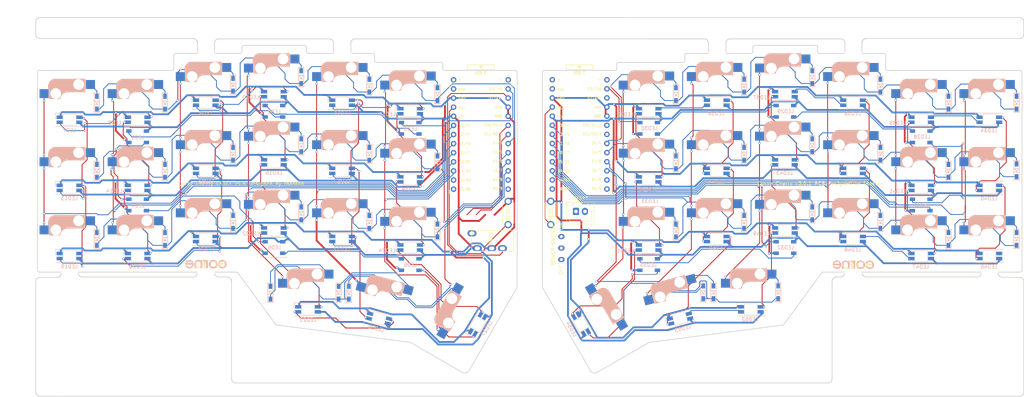
<source format=kicad_pcb>
(kicad_pcb (version 20211014) (generator pcbnew)
  (title_block (title "Corne Cherry") (date "2020-09-28") (rev "3.0.1") (company "foostan"))
  (layers (0 "F.Cu" signal) (31 "B.Cu" signal) (34 "B.Paste" user) (35 "F.Paste" user) (36 "B.SilkS" user "B.Silkscreen") (37 "F.SilkS" user "F.Silkscreen") (38 "B.Mask" user) (39 "F.Mask" user) (44 "Edge.Cuts" user))
  (net 0 "")
  (net 1 "row0")
  (net 2 "Net-(D1-Pad2)")
  (net 3 "row1")
  (net 4 "Net-(D2-Pad2)")
  (net 5 "row2")
  (net 6 "Net-(D3-Pad2)")
  (net 7 "row3")
  (net 8 "Net-(D4-Pad2)")
  (net 9 "Net-(D5-Pad2)")
  (net 10 "Net-(D6-Pad2)")
  (net 11 "Net-(D7-Pad2)")
  (net 12 "Net-(D8-Pad2)")
  (net 13 "Net-(D9-Pad2)")
  (net 14 "Net-(D10-Pad2)")
  (net 15 "Net-(D11-Pad2)")
  (net 16 "Net-(D12-Pad2)")
  (net 17 "Net-(D13-Pad2)")
  (net 18 "Net-(D14-Pad2)")
  (net 19 "Net-(D15-Pad2)")
  (net 20 "Net-(D16-Pad2)")
  (net 21 "Net-(D17-Pad2)")
  (net 22 "Net-(D18-Pad2)")
  (net 23 "Net-(D19-Pad2)")
  (net 24 "Net-(D20-Pad2)")
  (net 25 "Net-(D21-Pad2)")
  (net 26 "GND")
  (net 27 "VCC")
  (net 28 "col0")
  (net 29 "col1")
  (net 30 "col2")
  (net 31 "col3")
  (net 32 "col4")
  (net 33 "col5")
  (net 34 "LED")
  (net 35 "data")
  (net 36 "reset")
  (net 37 "SCL")
  (net 38 "SDA")
  (net 39 "Net-(D22-Pad2)")
  (net 40 "row0_r")
  (net 41 "Net-(D23-Pad2)")
  (net 42 "Net-(D24-Pad2)")
  (net 43 "Net-(D25-Pad2)")
  (net 44 "Net-(D26-Pad2)")
  (net 45 "Net-(D27-Pad2)")
  (net 46 "row1_r")
  (net 47 "Net-(D28-Pad2)")
  (net 48 "Net-(D29-Pad2)")
  (net 49 "Net-(D30-Pad2)")
  (net 50 "Net-(D31-Pad2)")
  (net 51 "Net-(D32-Pad2)")
  (net 52 "Net-(D33-Pad2)")
  (net 53 "row2_r")
  (net 54 "Net-(D34-Pad2)")
  (net 55 "Net-(D35-Pad2)")
  (net 56 "Net-(D36-Pad2)")
  (net 57 "Net-(D37-Pad2)")
  (net 58 "Net-(D38-Pad2)")
  (net 59 "Net-(D39-Pad2)")
  (net 60 "Net-(D40-Pad2)")
  (net 61 "row3_r")
  (net 62 "Net-(D41-Pad2)")
  (net 63 "Net-(D42-Pad2)")
  (net 64 "data_r")
  (net 65 "SDA_r")
  (net 66 "SCL_r")
  (net 67 "LED_r")
  (net 68 "reset_r")
  (net 69 "col0_r")
  (net 70 "col1_r")
  (net 71 "col2_r")
  (net 72 "col3_r")
  (net 73 "col4_r")
  (net 74 "col5_r")
  (net 75 "VDD")
  (net 76 "GNDA")
  (net 77 "Net-(LED1-Pad2)")
  (net 78 "Net-(LED1-Pad4)")
  (net 79 "Net-(LED2-Pad4)")
  (net 80 "Net-(LED10-Pad2)")
  (net 81 "Net-(LED11-Pad4)")
  (net 82 "Net-(LED13-Pad4)")
  (net 83 "Net-(LED14-Pad2)")
  (net 84 "Net-(LED15-Pad4)")
  (net 85 "Net-(LED10-Pad4)")
  (net 86 "Net-(LED11-Pad2)")
  (net 87 "Net-(LED12-Pad4)")
  (net 88 "Net-(LED13-Pad2)")
  (net 89 "Net-(LED14-Pad4)")
  (net 90 "Net-(LED16-Pad4)")
  (net 91 "Net-(LED17-Pad2)")
  (net 92 "Net-(LED18-Pad4)")
  (net 93 "Net-(LED22-Pad4)")
  (net 94 "Net-(LED24-Pad4)")
  (net 95 "Net-(LED25-Pad4)")
  (net 96 "Net-(LED27-Pad4)")
  (net 97 "Net-(LED28-Pad2)")
  (net 98 "Net-(LED29-Pad4)")
  (net 99 "Net-(LED32-Pad2)")
  (net 100 "Net-(LED34-Pad2)")
  (net 101 "Net-(LED35-Pad4)")
  (net 102 "Net-(LED37-Pad4)")
  (net 103 "Net-(LED38-Pad2)")
  (net 104 "Net-(LED39-Pad4)")
  (net 105 "Net-(LED4-Pad2)")
  (net 106 "Net-(LED5-Pad2)")
  (net 107 "Net-(LED7-Pad4)")
  (net 108 "Net-(LED15-Pad2)")
  (net 109 "Net-(LED20-Pad4)")
  (net 110 "Net-(LED23-Pad2)")
  (net 111 "Net-(LED28-Pad4)")
  (net 112 "Net-(LED31-Pad2)")
  (net 113 "Net-(LED33-Pad2)")
  (net 114 "Net-(LED40-Pad2)")
  (net 115 "Net-(LED41-Pad4)")
  (net 116 "Net-(LED42-Pad2)")
  (net 117 "Net-(LED43-Pad4)")
  (net 118 "Net-(LED44-Pad2)")
  (net 119 "Net-(LED45-Pad4)")
  (net 120 "Net-(LED47-Pad4)")
  (net 121 "Net-(LED49-Pad4)")
  (net 122 "Net-(LED50-Pad2)")
  (net 123 "Net-(LED51-Pad4)")
  (net 124 "Net-(LED52-Pad4)")
  (net 125 "Net-(LED34-Pad4)")
  (net 126 "Net-(LED36-Pad4)")
  (net 127 "Net-(LED36-Pad2)")
  (net 128 "Net-(LED38-Pad4)")
  (net 129 "Net-(U2-Pad11)")
  (net 130 "Net-(U2-Pad12)")
  (net 131 "Net-(U2-Pad13)")
  (net 132 "Net-(U2-Pad14)")
  (net 133 "Net-(U2-Pad24)")
  (net 134 "Net-(J1-PadA)")
  (net 135 "Net-(LED19-Pad2)")
  (net 136 "Net-(LED46-Pad2)")
  (footprint "kbd:MJ-4PP-9_1side" (layer "F.Cu") (at 144.1345 74.292 -90)
    (fp_text reference "J1")
    (fp_text value "MJ-4PP-9" hide)
  )
  (footprint "kbd:OLED_1side" (layer "F.Cu") (at 157.2675 79.52 90)
    (fp_text reference "J2")
    (fp_text value "OLED" hide)
  )
  (footprint "kbd:ResetSW_1side" (layer "F.Cu") (at 142.4245 66.531 -90)
    (fp_text reference "RSW1" hide)
    (fp_text value "SW_PUSH")
  )
  (footprint "kbd:CherryMX_Hotswap" (layer "F.Cu") (at 39.1075 35.78)
    (fp_text reference "SW2" hide)
    (fp_text value "SW_PUSH" hide)
  )
  (footprint "kbd:CherryMX_Hotswap" (layer "F.Cu") (at 58.1075 31.03)
    (fp_text reference "SW3" hide)
    (fp_text value "SW_PUSH" hide)
  )
  (footprint "kbd:CherryMX_Hotswap" (layer "F.Cu") (at 77.1075 28.655)
    (fp_text reference "SW4" hide)
    (fp_text value "SW_PUSH" hide)
  )
  (footprint "kbd:CherryMX_Hotswap" (layer "F.Cu") (at 96.1075 31.03)
    (fp_text reference "SW5" hide)
    (fp_text value "SW_PUSH" hide)
  )
  (footprint "kbd:CherryMX_Hotswap" (layer "F.Cu") (at 20.1075 54.78)
    (fp_text reference "SW7" hide)
    (fp_text value "SW_PUSH" hide)
  )
  (footprint "kbd:CherryMX_Hotswap" (layer "F.Cu") (at 39.1075 54.78)
    (fp_text reference "SW8" hide)
    (fp_text value "SW_PUSH" hide)
  )
  (footprint "kbd:CherryMX_Hotswap" (layer "F.Cu") (at 58.1075 50.03)
    (fp_text reference "SW9" hide)
    (fp_text value "SW_PUSH" hide)
  )
  (footprint "kbd:CherryMX_Hotswap" (layer "F.Cu") (at 77.1075 47.655)
    (fp_text reference "SW10" hide)
    (fp_text value "SW_PUSH" hide)
  )
  (footprint "kbd:CherryMX_Hotswap" (layer "F.Cu") (at 96.1075 50.03)
    (fp_text reference "SW11" hide)
    (fp_text value "SW_PUSH" hide)
  )
  (footprint "kbd:CherryMX_Hotswap" (layer "F.Cu") (at 115.1075 52.405)
    (fp_text reference "SW12" hide)
    (fp_text value "SW_PUSH" hide)
  )
  (footprint "kbd:CherryMX_Hotswap" (layer "F.Cu") (at 20.1075 73.78)
    (fp_text reference "SW13" hide)
    (fp_text value "SW_PUSH" hide)
  )
  (footprint "kbd:CherryMX_Hotswap" (layer "F.Cu") (at 39.1075 73.78)
    (fp_text reference "SW14" hide)
    (fp_text value "SW_PUSH" hide)
  )
  (footprint "kbd:CherryMX_Hotswap" (layer "F.Cu") (at 58.1075 69.03)
    (fp_text reference "SW15" hide)
    (fp_text value "SW_PUSH" hide)
  )
  (footprint "kbd:CherryMX_Hotswap" (layer "F.Cu") (at 77.1075 66.655)
    (fp_text reference "SW16" hide)
    (fp_text value "SW_PUSH" hide)
  )
  (footprint "kbd:CherryMX_Hotswap" (layer "F.Cu") (at 96.1075 69.03)
    (fp_text reference "SW17" hide)
    (fp_text value "SW_PUSH" hide)
  )
  (footprint "kbd:CherryMX_Hotswap" (layer "F.Cu") (at 115.1075 71.405)
    (fp_text reference "SW18" hide)
    (fp_text value "SW_PUSH" hide)
  )
  (footprint "kbd:CherryMX_Hotswap" (layer "F.Cu") (at 86.6075 88.655)
    (fp_text reference "SW19" hide)
    (fp_text value "SW_PUSH" hide)
  )
  (footprint "kbd:CherryMX_Hotswap" (layer "F.Cu") (at 107.6075 91.405 -15)
    (fp_text reference "SW20" hide)
    (fp_text value "SW_PUSH" hide)
  )
  (footprint "kbd:CherryMX_Hotswap_1.5u" (layer "F.Cu") (at 129.8575 95.155 60)
    (fp_text reference "SW21" hide)
    (fp_text value "SW_PUSH" hide)
  )
  (footprint "kbd:CherryMX_Hotswap_1.5u" (layer "F.Cu") (at 166.8645 95.15 -60)
    (fp_text reference "SW42" hide)
    (fp_text value "SW_PUSH" hide)
  )
  (footprint "kbd:ResetSW_1side" (layer "F.Cu") (at 154.3045 66.522 -90)
    (fp_text reference "RSW2" hide)
    (fp_text value "SW_PUSH")
  )
  (footprint "kbd:CherryMX_Hotswap" (layer "F.Cu") (at 219.6145 66.65)
    (fp_text reference "SW37" hide)
    (fp_text value "SW_PUSH" hide)
  )
  (footprint "kbd:CherryMX_Hotswap" (layer "F.Cu") (at 200.6145 69.025)
    (fp_text reference "SW38" hide)
    (fp_text value "SW_PUSH" hide)
  )
  (footprint "kbd:CherryMX_Hotswap" (layer "F.Cu") (at 181.6145 71.4)
    (fp_text reference "SW39" hide)
    (fp_text value "SW_PUSH" hide)
  )
  (footprint "kbd:CherryMX_Hotswap" (layer "F.Cu") (at 210.1145 88.65)
    (fp_text reference "SW40" hide)
    (fp_text value "SW_PUSH" hide)
  )
  (footprint "kbd:CherryMX_Hotswap" (layer "F.Cu") (at 189.1145 91.4 15)
    (fp_text reference "SW41" hide)
    (fp_text value "SW_PUSH" hide)
  )
  (footprint "kbd:CherryMX_Hotswap" (layer "F.Cu") (at 219.6145 28.65)
    (fp_text reference "SW25" hide)
    (fp_text value "SW_PUSH" hide)
  )
  (footprint "kbd:CherryMX_Hotswap" (layer "F.Cu") (at 200.6145 31.025)
    (fp_text reference "SW26" hide)
    (fp_text value "SW_PUSH" hide)
  )
  (footprint "kbd:CherryMX_Hotswap" (layer "F.Cu") (at 276.6145 54.775)
    (fp_text reference "SW28" hide)
    (fp_text value "SW_PUSH" hide)
  )
  (footprint "kbd:CherryMX_Hotswap" (layer "F.Cu") (at 238.6145 31.025)
    (fp_text reference "SW24" hide)
    (fp_text value "SW_PUSH" hide)
  )
  (footprint "kbd:CherryMX_Hotswap" (layer "F.Cu") (at 257.6145 54.775)
    (fp_text reference "SW29" hide)
    (fp_text value "SW_PUSH" hide)
  )
  (footprint "kbd:CherryMX_Hotswap" (layer "F.Cu") (at 257.6145 73.775)
    (fp_text reference "SW35" hide)
    (fp_text value "SW_PUSH" hide)
  )
  (footprint "kbd:CherryMX_Hotswap" (layer "F.Cu") (at 238.6145 69.025)
    (fp_text reference "SW36" hide)
    (fp_text value "SW_PUSH" hide)
  )
  (footprint "kbd:CherryMX_Hotswap" (layer "F.Cu") (at 276.6145 35.775)
    (fp_text reference "SW22" hide)
    (fp_text value "SW_PUSH" hide)
  )
  (footprint "kbd:CherryMX_Hotswap" (layer "F.Cu") (at 257.6145 35.775)
    (fp_text reference "SW23" hide)
    (fp_text value "SW_PUSH" hide)
  )
  (footprint "kbd:CherryMX_Hotswap" (layer "F.Cu") (at 238.6145 50.025)
    (fp_text reference "SW30" hide)
    (fp_text value "SW_PUSH" hide)
  )
  (footprint "kbd:CherryMX_Hotswap" (layer "F.Cu") (at 219.6145 47.65)
    (fp_text reference "SW31" hide)
    (fp_text value "SW_PUSH" hide)
  )
  (footprint "kbd:CherryMX_Hotswap" (layer "F.Cu") (at 200.6145 50.025)
    (fp_text reference "SW32" hide)
    (fp_text value "SW_PUSH" hide)
  )
  (footprint "kbd:CherryMX_Hotswap" (layer "F.Cu") (at 181.6145 52.4)
    (fp_text reference "SW33" hide)
    (fp_text value "SW_PUSH" hide)
  )
  (footprint "kbd:CherryMX_Hotswap" (layer "F.Cu") (at 276.6145 73.775)
    (fp_text reference "SW34" hide)
    (fp_text value "SW_PUSH" hide)
  )
  (footprint "kbd:CherryMX_Hotswap" (layer "F.Cu") (at 20.1075 35.78)
    (fp_text reference "SW1" hide)
    (fp_text value "SW_PUSH" hide)
  )
  (footprint "kbd:M2_HOLE_v2" (layer "F.Cu") (at 105.5755 41.7655)
    (fp_text reference "Ref**" hide)
    (fp_text value "Val**" hide)
  )
  (footprint "kbd:M2_HOLE_v2" (layer "F.Cu") (at 72.7645 81.5205)
    (fp_text reference "Ref**" hide)
    (fp_text value "Val**" hide)
  )
  (footprint "kbd:M2_HOLE_v2" (layer "F.Cu") (at 119.3305 89.135)
    (fp_text reference "Ref**" hide)
    (fp_text value "Val**" hide)
  )
  (footprint "kbd:M2_HOLE_v2" (layer "F.Cu") (at 127.8695 74.254)
    (fp_text reference "Ref**" hide)
    (fp_text value "Val**" hide)
  )
  (footprint "kbd:M2_HOLE_v2" (layer "F.Cu") (at 142.3015 82.775)
    (fp_text reference "Ref**" hide)
    (fp_text value "Val**" hide)
  )
  (footprint "kbd:M2_HOLE_v2" (layer "F.Cu") (at 177.3895 89.145 180)
    (fp_text reference "Ref**" hide)
    (fp_text value "Val**" hide)
  )
  (footprint "kbd:M2_HOLE_v2" (layer "F.Cu") (at 223.9555 81.5305 180)
    (fp_text reference "Ref**" hide)
    (fp_text value "Val**" hide)
  )
  (footprint "kbd:M2_HOLE_v2" (layer "F.Cu") (at 267.0995 45.2655 180)
    (fp_text reference "Ref**" hide)
    (fp_text value "Val**" hide)
  )
  (footprint "kbd:M2_HOLE_v2" (layer "F.Cu") (at 191.1445 41.7755 180)
    (fp_text reference "Ref**" hide)
    (fp_text value "Val**" hide)
  )
  (footprint "kbd:CherryMX_Hotswap" (layer "F.Cu") (at 115.1075 33.405)
    (fp_text reference "SW6" hide)
    (fp_text value "SW_PUSH" hide)
  )
  (footprint "kbd:CherryMX_Hotswap" (layer "F.Cu") (at 181.6075 33.405)
    (fp_text reference "SW27" hide)
    (fp_text value "SW_PUSH" hide)
  )
  (footprint "kbd:M2_HOLE_v2" (layer "F.Cu") (at 27.5195 54.1395)
    (fp_text reference "Ref**" hide)
    (fp_text value "Val**" hide)
  )
  (footprint "kbd:nicenano" (layer "F.Cu") (at 162.3475 46.39)
    (fp_text reference "U2" hide)
    (fp_text value "ProMicro" hide)
  )
  (footprint "kbd:M2_HOLE_v2" (layer "F.Cu") (at 29.6075 45.28)
    (fp_text reference "Ref**" hide)
    (fp_text value "Val**" hide)
  )
  (footprint "kbd:Breakaway_Tabs" (layer "F.Cu") (at 58.23675 21.869)
    (fp_text reference "REF**")
    (fp_text value "Breakaway_Tabs")
  )
  (footprint "kbd:Breakaway_Tabs" (layer "F.Cu") (at 96.2075 21.873)
    (fp_text reference "REF**")
    (fp_text value "Breakaway_Tabs")
  )
  (footprint "kbd:Breakaway_Tabs" (layer "F.Cu") (at 20.1625 83.176)
    (fp_text reference "REF**")
    (fp_text value "Breakaway_Tabs")
  )
  (footprint "kbd:Breakaway_Tabs" (layer "F.Cu") (at 58.1235 83.178)
    (fp_text reference "REF**")
    (fp_text value "Breakaway_Tabs")
  )
  (footprint "kbd:corne-logo-horizontal" (layer "F.Cu") (at 58.2675 80.89)
    (fp_text reference "G***" hide)
    (fp_text value "LOGO" hide)
  )
  (footprint "kbd:corne-logo-horizontal" (layer "F.Cu") (at 238.7775 81.04)
    (fp_text reference "G***" hide)
    (fp_text value "LOGO" hide)
  )
  (footprint "Connector_JST:JST_XH_B2B-XH-A_1x02_P2.50mm_Vertical" (layer "F.Cu") (at 161.343071 66.093976)
    (fp_text reference "REF**")
    (fp_text value "JST_XH_B2B-XH-A_1x02_P2.50mm_Vertical")
  )
  (footprint "kbd:nicenano" (layer "F.Cu") (at 134.8125 46.42)
    (fp_text reference "U3" hide)
    (fp_text value "ProMicro" hide)
  )
  (footprint "kbd:D3_SMD_v2" (layer "B.Cu") (at 27.7345 35.776875 90)
    (fp_text reference "D1" hide)
    (fp_text value "D" hide)
  )
  (footprint "kbd:D3_SMD_v2" (layer "B.Cu") (at 46.7345 35.78 90)
    (fp_text reference "D2" hide)
    (fp_text value "D" hide)
  )
  (footprint "kbd:D3_SMD_v2" (layer "B.Cu") (at 65.7075 30.78 90)
    (fp_text reference "D3" hide)
    (fp_text value "D" hide)
  )
  (footprint "kbd:D3_SMD_v2" (layer "B.Cu") (at 84.7075 28.655 90)
    (fp_text reference "D4" hide)
    (fp_text value "D" hide)
  )
  (footprint "kbd:D3_SMD_v2" (layer "B.Cu") (at 103.7075 31.03 90)
    (fp_text reference "D5" hide)
    (fp_text value "D" hide)
  )
  (footprint "kbd:D3_SMD_v2" (layer "B.Cu") (at 122.7075 33.405 90)
    (fp_text reference "D6" hide)
    (fp_text value "D" hide)
  )
  (footprint "kbd:D3_SMD_v2" (layer "B.Cu") (at 27.7345 54.776875 90)
    (fp_text reference "D7" hide)
    (fp_text value "D" hide)
  )
  (footprint "kbd:D3_SMD_v2" (layer "B.Cu") (at 46.7345 54.78 90)
    (fp_text reference "D8" hide)
    (fp_text value "D" hide)
  )
  (footprint "kbd:D3_SMD_v2" (layer "B.Cu") (at 65.7075 50.03 90)
    (fp_text reference "D9" hide)
    (fp_text value "D" hide)
  )
  (footprint "kbd:D3_SMD_v2" (layer "B.Cu") (at 84.7075 47.655 90)
    (fp_text reference "D10" hide)
    (fp_text value "D" hide)
  )
  (footprint "kbd:D3_SMD_v2" (layer "B.Cu") (at 103.7075 50.03 90)
    (fp_text reference "D11" hide)
    (fp_text value "D" hide)
  )
  (footprint "kbd:D3_SMD_v2" (layer "B.Cu") (at 122.7075 52.405 90)
    (fp_text reference "D12" hide)
    (fp_text value "D" hide)
  )
  (footprint "kbd:D3_SMD_v2" (layer "B.Cu") (at 27.7345 73.776875 90)
    (fp_text reference "D13" hide)
    (fp_text value "D" hide)
  )
  (footprint "kbd:D3_SMD_v2" (layer "B.Cu") (at 46.7345 73.78 90)
    (fp_text reference "D14" hide)
    (fp_text value "D" hide)
  )
  (footprint "kbd:D3_SMD_v2" (layer "B.Cu") (at 65.7075 69.03 90)
    (fp_text reference "D15" hide)
    (fp_text value "D" hide)
  )
  (footprint "kbd:D3_SMD_v2" (layer "B.Cu") (at 84.7075 66.655 90)
    (fp_text reference "D16" hide)
    (fp_text value "D" hide)
  )
  (footprint "kbd:D3_SMD_v2" (layer "B.Cu") (at 103.7075 69.03 90)
    (fp_text reference "D17" hide)
    (fp_text value "D" hide)
  )
  (footprint "kbd:D3_SMD_v2" (layer "B.Cu") (at 122.7075 71.405 90)
    (fp_text reference "D18" hide)
    (fp_text value "D" hide)
  )
  (footprint "kbd:D3_SMD_v2" (layer "B.Cu") (at 76.1575 88.77 90)
    (fp_text reference "D19" hide)
    (fp_text value "D" hide)
  )
  (footprint "kbd:D3_SMD_v2" (layer "B.Cu") (at 95.1645 88.765 90)
    (fp_text reference "D20" hide)
    (fp_text value "D" hide)
  )
  (footprint "kbd:D3_SMD_v2" (layer "B.Cu") (at 98.0075 88.765 90)
    (fp_text reference "D21" hide)
    (fp_text value "D" hide)
  )
  (footprint "kbd:YS-SK6812MINI-E" (layer "B.Cu") (at 20.1075 40.53)
    (fp_text reference "LED7")
    (fp_text value "YS-SK6812MINI-E")
    (fp_line (start -1.8 -1.55) (end 1.8 -1.55) (layer "Edge.Cuts") (width 0.12))
    (fp_line (start -1.8 1.55) (end -1.8 -1.55) (layer "Edge.Cuts") (width 0.12))
    (fp_line (start 1.8 1.55) (end -1.8 1.55) (layer "Edge.Cuts") (width 0.12))
    (fp_line (start 1.8 -1.55) (end 1.8 1.55) (layer "Edge.Cuts") (width 0.12))
  )
  (footprint "kbd:YS-SK6812MINI-E" (layer "B.Cu") (at 39.1075 40.53)
    (fp_text reference "LED8")
    (fp_text value "YS-SK6812MINI-E")
    (fp_line (start 1.8 -1.55) (end 1.8 1.55) (layer "Edge.Cuts") (width 0.12))
    (fp_line (start 1.8 1.55) (end -1.8 1.55) (layer "Edge.Cuts") (width 0.12))
    (fp_line (start -1.8 1.55) (end -1.8 -1.55) (layer "Edge.Cuts") (width 0.12))
    (fp_line (start -1.8 -1.55) (end 1.8 -1.55) (layer "Edge.Cuts") (width 0.12))
  )
  (footprint "kbd:YS-SK6812MINI-E" (layer "B.Cu") (at 58.1075 35.78)
    (fp_text reference "LED9")
    (fp_text value "YS-SK6812MINI-E")
    (fp_line (start -1.8 -1.55) (end 1.8 -1.55) (layer "Edge.Cuts") (width 0.12))
    (fp_line (start 1.8 -1.55) (end 1.8 1.55) (layer "Edge.Cuts") (width 0.12))
    (fp_line (start -1.8 1.55) (end -1.8 -1.55) (layer "Edge.Cuts") (width 0.12))
    (fp_line (start 1.8 1.55) (end -1.8 1.55) (layer "Edge.Cuts") (width 0.12))
  )
  (footprint "kbd:YS-SK6812MINI-E" (layer "B.Cu") (at 77.1075 33.405)
    (fp_text reference "LED10")
    (fp_text value "YS-SK6812MINI-E")
    (fp_line (start 1.8 1.55) (end -1.8 1.55) (layer "Edge.Cuts") (width 0.12))
    (fp_line (start -1.8 -1.55) (end 1.8 -1.55) (layer "Edge.Cuts") (width 0.12))
    (fp_line (start 1.8 -1.55) (end 1.8 1.55) (layer "Edge.Cuts") (width 0.12))
    (fp_line (start -1.8 1.55) (end -1.8 -1.55) (layer "Edge.Cuts") (width 0.12))
  )
  (footprint "kbd:YS-SK6812MINI-E" (layer "B.Cu") (at 96.1075 35.78)
    (fp_text reference "LED11")
    (fp_text value "YS-SK6812MINI-E")
    (fp_line (start 1.8 1.55) (end -1.8 1.55) (layer "Edge.Cuts") (width 0.12))
    (fp_line (start 1.8 -1.55) (end 1.8 1.55) (layer "Edge.Cuts") (width 0.12))
    (fp_line (start -1.8 1.55) (end -1.8 -1.55) (layer "Edge.Cuts") (width 0.12))
    (fp_line (start -1.8 -1.55) (end 1.8 -1.55) (layer "Edge.Cuts") (width 0.12))
  )
  (footprint "kbd:YS-SK6812MINI-E" (layer "B.Cu") (at 115.1075 38.155)
    (fp_text reference "LED12")
    (fp_text value "YS-SK6812MINI-E")
    (fp_line (start 1.8 -1.55) (end 1.8 1.55) (layer "Edge.Cuts") (width 0.12))
    (fp_line (start -1.8 1.55) (end -1.8 -1.55) (layer "Edge.Cuts") (width 0.12))
    (fp_line (start 1.8 1.55) (end -1.8 1.55) (layer "Edge.Cuts") (width 0.12))
    (fp_line (start -1.8 -1.55) (end 1.8 -1.55) (layer "Edge.Cuts") (width 0.12))
  )
  (footprint "kbd:YS-SK6812MINI-E" (layer "B.Cu") (at 20.1075 59.53)
    (fp_text reference "LED13")
    (fp_text value "YS-SK6812MINI-E")
    (fp_line (start 1.8 1.55) (end -1.8 1.55) (layer "Edge.Cuts") (width 0.12))
    (fp_line (start -1.8 -1.55) (end 1.8 -1.55) (layer "Edge.Cuts") (width 0.12))
    (fp_line (start 1.8 -1.55) (end 1.8 1.55) (layer "Edge.Cuts") (width 0.12))
    (fp_line (start -1.8 1.55) (end -1.8 -1.55) (layer "Edge.Cuts") (width 0.12))
  )
  (footprint "kbd:YS-SK6812MINI-E" (layer "B.Cu") (at 39.1075 59.53)
    (fp_text reference "LED14")
    (fp_text value "YS-SK6812MINI-E")
    (fp_line (start 1.8 -1.55) (end 1.8 1.55) (layer "Edge.Cuts") (width 0.12))
    (fp_line (start -1.8 -1.55) (end 1.8 -1.55) (layer "Edge.Cuts") (width 0.12))
    (fp_line (start -1.8 1.55) (end -1.8 -1.55) (layer "Edge.Cuts") (width 0.12))
    (fp_line (start 1.8 1.55) (end -1.8 1.55) (layer "Edge.Cuts") (width 0.12))
  )
  (footprint "kbd:YS-SK6812MINI-E" (layer "B.Cu") (at 58.1075 54.78)
    (fp_text reference "LED15")
    (fp_text value "YS-SK6812MINI-E")
    (fp_line (start -1.8 1.55) (end -1.8 -1.55) (layer "Edge.Cuts") (width 0.12))
    (fp_line (start 1.8 1.55) (end -1.8 1.55) (layer "Edge.Cuts") (width 0.12))
    (fp_line (start -1.8 -1.55) (end 1.8 -1.55) (layer "Edge.Cuts") (width 0.12))
    (fp_line (start 1.8 -1.55) (end 1.8 1.55) (layer "Edge.Cuts") (width 0.12))
  )
  (footprint "kbd:YS-SK6812MINI-E" (layer "B.Cu") (at 77.1075 52.405)
    (fp_text reference "LED16")
    (fp_text value "YS-SK6812MINI-E")
    (fp_line (start -1.8 1.55) (end -1.8 -1.55) (layer "Edge.Cuts") (width 0.12))
    (fp_line (start 1.8 -1.55) (end 1.8 1.55) (layer "Edge.Cuts") (width 0.12))
    (fp_line (start 1.8 1.55) (end -1.8 1.55) (layer "Edge.Cuts") (width 0.12))
    (fp_line (start -1.8 -1.55) (end 1.8 -1.55) (layer "Edge.Cuts") (width 0.12))
  )
  (footprint "kbd:YS-SK6812MINI-E" (layer "B.Cu") (at 96.1075 54.78)
    (fp_text reference "LED17")
    (fp_text value "YS-SK6812MINI-E")
    (fp_line (start -1.8 -1.55) (end 1.8 -1.55) (layer "Edge.Cuts") (width 0.12))
    (fp_line (start 1.8 -1.55) (end 1.8 1.55) (layer "Edge.Cuts") (width 0.12))
    (fp_line (start -1.8 1.55) (end -1.8 -1.55) (layer "Edge.Cuts") (width 0.12))
    (fp_line (start 1.8 1.55) (end -1.8 1.55) (layer "Edge.Cuts") (width 0.12))
  )
  (footprint "kbd:YS-SK6812MINI-E" (layer "B.Cu") (at 115.1075 57.155)
    (fp_text reference "LED18")
    (fp_text value "YS-SK6812MINI-E")
    (fp_line (start -1.8 -1.55) (end 1.8 -1.55) (layer "Edge.Cuts") (width 0.12))
    (fp_line (start -1.8 1.55) (end -1.8 -1.55) (layer "Edge.Cuts") (width 0.12))
    (fp_line (start 1.8 -1.55) (end 1.8 1.55) (layer "Edge.Cuts") (width 0.12))
    (fp_line (start 1.8 1.55) (end -1.8 1.55) (layer "Edge.Cuts") (width 0.12))
  )
  (footprint "kbd:YS-SK6812MINI-E" (layer "B.Cu") (at 20.1075 78.53)
    (fp_text reference "LED19")
    (fp_text value "YS-SK6812MINI-E")
    (fp_line (start -1.8 1.55) (end -1.8 -1.55) (layer "Edge.Cuts") (width 0.12))
    (fp_line (start -1.8 -1.55) (end 1.8 -1.55) (layer "Edge.Cuts") (width 0.12))
    (fp_line (start 1.8 -1.55) (end 1.8 1.55) (layer "Edge.Cuts") (width 0.12))
    (fp_line (start 1.8 1.55) (end -1.8 1.55) (layer "Edge.Cuts") (width 0.12))
  )
  (footprint "kbd:YS-SK6812MINI-E" (layer "B.Cu") (at 39.1075 78.53)
    (fp_text reference "LED20")
    (fp_text value "YS-SK6812MINI-E")
    (fp_line (start -1.8 -1.55) (end 1.8 -1.55) (layer "Edge.Cuts") (width 0.12))
    (fp_line (start 1.8 1.55) (end -1.8 1.55) (layer "Edge.Cuts") (width 0.12))
    (fp_line (start -1.8 1.55) (end -1.8 -1.55) (layer "Edge.Cuts") (width 0.12))
    (fp_line (start 1.8 -1.55) (end 1.8 1.55) (layer "Edge.Cuts") (width 0.12))
  )
  (footprint "kbd:YS-SK6812MINI-E" (layer "B.Cu") (at 58.1075 73.78)
    (fp_text reference "LED21")
    (fp_text value "YS-SK6812MINI-E")
    (fp_line (start 1.8 1.55) (end -1.8 1.55) (layer "Edge.Cuts") (width 0.12))
    (fp_line (start 1.8 -1.55) (end 1.8 1.55) (layer "Edge.Cuts") (width 0.12))
    (fp_line (start -1.8 1.55) (end -1.8 -1.55) (layer "Edge.Cuts") (width 0.12))
    (fp_line (start -1.8 -1.55) (end 1.8 -1.55) (layer "Edge.Cuts") (width 0.12))
  )
  (footprint "kbd:YS-SK6812MINI-E" (layer "B.Cu") (at 77.1075 71.405)
    (fp_text reference "LED22")
    (fp_text value "YS-SK6812MINI-E")
    (fp_line (start 1.8 -1.55) (end 1.8 1.55) (layer "Edge.Cuts") (width 0.12))
    (fp_line (start 1.8 1.55) (end -1.8 1.55) (layer "Edge.Cuts") (width 0.12))
    (fp_line (start -1.8 -1.55) (end 1.8 -1.55) (layer "Edge.Cuts") (width 0.12))
    (fp_line (start -1.8 1.55) (end -1.8 -1.55) (layer "Edge.Cuts") (width 0.12))
  )
  (footprint "kbd:YS-SK6812MINI-E" (layer "B.Cu") (at 115.1075 76.155)
    (fp_text reference "LED24")
    (fp_text value "YS-SK6812MINI-E")
    (fp_line (start 1.8 1.55) (end -1.8 1.55) (layer "Edge.Cuts") (width 0.12))
    (fp_line (start -1.8 -1.55) (end 1.8 -1.55) (layer "Edge.Cuts") (width 0.12))
    (fp_line (start -1.8 1.55) (end -1.8 -1.55) (layer "Edge.Cuts") (width 0.12))
    (fp_line (start 1.8 -1.55) (end 1.8 1.55) (layer "Edge.Cuts") (width 0.12))
  )
  (footprint "kbd:YS-SK6812MINI-E" (layer "B.Cu") (at 133.971121 97.53 60)
    (fp_text reference "LED27")
    (fp_text value "YS-SK6812MINI-E")
    (fp_line (start 1.8 1.55) (end -1.8 1.55) (layer "Edge.Cuts") (width 0.12))
    (fp_line (start -1.8 1.55) (end -1.8 -1.55) (layer "Edge.Cuts") (width 0.12))
    (fp_line (start -1.8 -1.55) (end 1.8 -1.55) (layer "Edge.Cuts") (width 0.12))
    (fp_line (start 1.8 -1.55) (end 1.8 1.55) (layer "Edge.Cuts") (width 0.12))
  )
  (footprint "LED_SMD:LED_WS2812B_PLCC4_5.0x5.0mm_P3.2mm" (layer "B.Cu") (at 39.1075 45.28 180)
    (fp_text reference "LED1")
    (fp_text value "WS2812B")
  )
  (footprint "LED_SMD:LED_WS2812B_PLCC4_5.0x5.0mm_P3.2mm" (layer "B.Cu") (at 77.1075 38.155 180)
    (fp_text reference "LED2")
    (fp_text value "WS2812B")
  )
  (footprint "LED_SMD:LED_WS2812B_PLCC4_5.0x5.0mm_P3.2mm" (layer "B.Cu") (at 115.1075 42.905 180)
    (fp_text reference "LED3")
    (fp_text value "WS2812B")
  )
  (footprint "LED_SMD:LED_WS2812B_PLCC4_5.0x5.0mm_P3.2mm" (layer "B.Cu") (at 77.1075 76.155 180)
    (fp_text reference "LED5")
    (fp_text value "WS2812B")
  )
  (footprint "LED_SMD:LED_WS2812B_PLCC4_5.0x5.0mm_P3.2mm" (layer "B.Cu") (at 115.1075 80.905 180)
    (fp_text reference "LED6")
    (fp_text value "WS2812B")
  )
  (footprint "LED_SMD:LED_WS2812B_PLCC4_5.0x5.0mm_P3.2mm" (layer "B.Cu") (at 257.6075 45.28 180)
    (fp_text reference "LED28")
    (fp_text value "WS2812B")
  )
  (footprint "LED_SMD:LED_WS2812B_PLCC4_5.0x5.0mm_P3.2mm" (layer "B.Cu") (at 219.6075 38.155 180)
    (fp_text reference "LED29")
    (fp_text value "WS2812B")
  )
  (footprint "LED_SMD:LED_WS2812B_PLCC4_5.0x5.0mm_P3.2mm" (layer "B.Cu") (at 181.6075 42.905 180)
    (fp_text reference "LED30")
    (fp_text value "WS2812B")
  )
  (footprint "LED_SMD:LED_WS2812B_PLCC4_5.0x5.0mm_P3.2mm" (layer "B.Cu") (at 257.6075 64.28 180)
    (fp_text reference "LED31")
    (fp_text value "WS2812B")
  )
  (footprint "LED_SMD:LED_WS2812B_PLCC4_5.0x5.0mm_P3.2mm" (layer "B.Cu") (at 219.6075 76.155 180)
    (fp_text reference "LED32")
    (fp_text value "WS2812B")
  )
  (footprint "LED_SMD:LED_WS2812B_PLCC4_5.0x5.0mm_P3.2mm" (layer "B.Cu") (at 181.6075 80.905 180)
    (fp_text reference "LED33")
    (fp_text value "WS2812B")
  )
  (footprint "kbd:YS-SK6812MINI-E" (layer "B.Cu") (at 219.6075 52.405)
    (fp_text reference "LED43")
    (fp_text value "YS-SK6812MINI-E")
    (fp_line (start 1.8 1.55) (end -1.8 1.55) (layer "Edge.Cuts") (width 0.12))
    (fp_line (start 1.8 -1.55) (end 1.8 1.55) (layer "Edge.Cuts") (width 0.12))
    (fp_line (start -1.8 -1.55) (end 1.8 -1.55) (layer "Edge.Cuts") (width 0.12))
    (fp_line (start -1.8 1.55) (end -1.8 -1.55) (layer "Edge.Cuts") (width 0.12))
  )
  (footprint "kbd:YS-SK6812MINI-E" (layer "B.Cu") (at 200.6075 54.78)
    (fp_text reference "LED44")
    (fp_text value "YS-SK6812MINI-E")
    (fp_line (start -1.8 -1.55) (end 1.8 -1.55) (layer "Edge.Cuts") (width 0.12))
    (fp_line (start 1.8 -1.55) (end 1.8 1.55) (layer "Edge.Cuts") (width 0.12))
    (fp_line (start 1.8 1.55) (end -1.8 1.55) (layer "Edge.Cuts") (width 0.12))
    (fp_line (start -1.8 1.55) (end -1.8 -1.55) (layer "Edge.Cuts") (width 0.12))
  )
  (footprint "kbd:YS-SK6812MINI-E" (layer "B.Cu") (at 181.6075 57.155)
    (fp_text reference "LED45")
    (fp_text value "YS-SK6812MINI-E")
    (fp_line (start -1.8 -1.55) (end 1.8 -1.55) (layer "Edge.Cuts") (width 0.12))
    (fp_line (start 1.8 -1.55) (end 1.8 1.55) (layer "Edge.Cuts") (width 0.12))
    (fp_line (start -1.8 1.55) (end -1.8 -1.55) (layer "Edge.Cuts") (width 0.12))
    (fp_line (start 1.8 1.55) (end -1.8 1.55) (layer "Edge.Cuts") (width 0.12))
  )
  (footprint "kbd:YS-SK6812MINI-E" (layer "B.Cu") (at 276.6075 78.53)
    (fp_text reference "LED46")
    (fp_text value "YS-SK6812MINI-E")
    (fp_line (start -1.8 1.55) (end -1.8 -1.55) (layer "Edge.Cuts") (width 0.12))
    (fp_line (start -1.8 -1.55) (end 1.8 -1.55) (layer "Edge.Cuts") (width 0.12))
    (fp_line (start 1.8 1.55) (end -1.8 1.55) (layer "Edge.Cuts") (width 0.12))
    (fp_line (start 1.8 -1.55) (end 1.8 1.55) (layer "Edge.Cuts") (width 0.12))
  )
  (footprint "kbd:YS-SK6812MINI-E" (layer "B.Cu") (at 257.6075 78.53)
    (fp_text reference "LED47")
    (fp_text value "YS-SK6812MINI-E")
    (fp_line (start -1.8 -1.55) (end 1.8 -1.55) (layer "Edge.Cuts") (width 0.12))
    (fp_line (start 1.8 -1.55) (end 1.8 1.55) (layer "Edge.Cuts") (width 0.12))
    (fp_line (start 1.8 1.55) (end -1.8 1.55) (layer "Edge.Cuts") (width 0.12))
    (fp_line (start -1.8 1.55) (end -1.8 -1.55) (layer "Edge.Cuts") (width 0.12))
  )
  (footprint "kbd:YS-SK6812MINI-E" (layer "B.Cu") (at 238.6075 73.78)
    (fp_text reference "LED48")
    (fp_text value "YS-SK6812MINI-E")
    (fp_line (start 1.8 1.55) (end -1.8 1.55) (layer "Edge.Cuts") (width 0.12))
    (fp_line (start 1.8 -1.55) (end 1.8 1.55) (layer "Edge.Cuts") (width 0.12))
    (fp_line (start -1.8 -1.55) (end 1.8 -1.55) (layer "Edge.Cuts") (width 0.12))
    (fp_line (start -1.8 1.55) (end -1.8 -1.55) (layer "Edge.Cuts") (width 0.12))
  )
  (footprint "kbd:YS-SK6812MINI-E" (layer "B.Cu") (at 219.6075 71.405)
    (fp_text reference "LED49")
    (fp_text value "YS-SK6812MINI-E")
    (fp_line (start 1.8 1.55) (end -1.8 1.55) (layer "Edge.Cuts") (width 0.12))
    (fp_line (start 1.8 -1.55) (end 1.8 1.55) (layer "Edge.Cuts") (width 0.12))
    (fp_line (start -1.8 1.55) (end -1.8 -1.55) (layer "Edge.Cuts") (width 0.12))
    (fp_line (start -1.8 -1.55) (end 1.8 -1.55) (layer "Edge.Cuts") (width 0.12))
  )
  (footprint "kbd:YS-SK6812MINI-E" (layer "B.Cu") (at 200.6075 73.78)
    (fp_text reference "LED50")
    (fp_text value "YS-SK6812MINI-E")
    (fp_line (start 1.8 -1.55) (end 1.8 1.55) (layer "Edge.Cuts") (width 0.12))
    (fp_line (start -1.8 1.55) (end -1.8 -1.55) (layer "Edge.Cuts") (width 0.12))
    (fp_line (start -1.8 -1.55) (end 1.8 -1.55) (layer "Edge.Cuts") (width 0.12))
    (fp_line (start 1.8 1.55) (end -1.8 1.55) (layer "Edge.Cuts") (width 0.12))
  )
  (footprint "kbd:YS-SK6812MINI-E" (layer "B.Cu") (at 181.6075 76.155)
    (fp_text reference "LED51")
    (fp_text value "YS-SK6812MINI-E")
    (fp_line (start 1.8 1.55) (end -1.8 1.55) (layer "Edge.Cuts") (width 0.12))
    (fp_line (start -1.8 1.55) (end -1.8 -1.55) (layer "Edge.Cuts") (width 0.12))
    (fp_line (start -1.8 -1.55) (end 1.8 -1.55) (layer "Edge.Cuts") (width 0.12))
    (fp_line (start 1.8 -1.55) (end 1.8 1.55) (layer "Edge.Cuts") (width 0.12))
  )
  (footprint "kbd:YS-SK6812MINI-E" (layer "B.Cu") (at 210.1075 93.405)
    (fp_text reference "LED52")
    (fp_text value "YS-SK6812MINI-E")
    (fp_line (start -1.8 1.55) (end -1.8 -1.55) (layer "Edge.Cuts") (width 0.12))
    (fp_line (start 1.8 -1.55) (end 1.8 1.55) (layer "Edge.Cuts") (width 0.12))
    (fp_line (start -1.8 -1.55) (end 1.8 -1.55) (layer "Edge.Cuts") (width 0.12))
    (fp_line (start 1.8 1.55) (end -1.8 1.55) (layer "Edge.Cuts") (width 0.12))
  )
  (footprint "kbd:YS-SK6812MINI-E" (layer "B.Cu") (at 190.34389 95.988148 15)
    (fp_text reference "LED53")
    (fp_text value "YS-SK6812MINI-E")
    (fp_line (start 1.8 1.55) (end -1.8 1.55) (layer "Edge.Cuts") (width 0.12))
    (fp_line (start -1.8 1.55) (end -1.8 -1.55) (layer "Edge.Cuts") (width 0.12))
    (fp_line (start -1.8 -1.55) (end 1.8 -1.55) (layer "Edge.Cuts") (width 0.12))
    (fp_line (start 1.8 -1.55) (end 1.8 1.55) (layer "Edge.Cuts") (width 0.12))
  )
  (footprint "kbd:D3_SMD_v2" (layer "B.Cu") (at 265.2145 35.775 90)
    (fp_text reference "D23" hide)
    (fp_text value "D" hide)
  )
  (footprint "kbd:D3_SMD_v2" (layer "B.Cu") (at 246.2145 31.025 90)
    (fp_text reference "D24" hide)
    (fp_text value "D" hide)
  )
  (footprint "kbd:D3_SMD_v2" (layer "B.Cu") (at 227.2145 28.65 90)
    (fp_text reference "D25" hide)
    (fp_text value "D" hide)
  )
  (footprint "kbd:D3_SMD_v2" (layer "B.Cu") (at 189.2075 33.405 90)
    (fp_text reference "D27" hide)
    (fp_text value "D" hide)
  )
  (footprint "kbd:D3_SMD_v2" (layer "B.Cu") (at 284.2145 54.625 90)
    (fp_text reference "D28" hide)
    (fp_text value "D" hide)
  )
  (footprint "kbd:D3_SMD_v2" (layer "B.Cu") (at 265.2145 54.775 90)
    (fp_text reference "D29" hide)
    (fp_text value "D" hide)
  )
  (footprint "kbd:D3_SMD_v2" (layer "B.Cu") (at 246.2145 50.025 90)
    (fp_text reference "D30" hide)
    (fp_text value "D" hide)
  )
  (footprint "kbd:D3_SMD_v2" (layer "B.Cu") (at 227.2145 47.65 90)
    (fp_text reference "D31" hide)
    (fp_text value "D" hide)
  )
  (footprint "kbd:D3_SMD_v2" (layer "B.Cu") (at 208.2145 50.025 90)
    (fp_text reference "D32" hide)
    (fp_text value "D" hide)
  )
  (footprint "kbd:D3_SMD_v2" (layer "B.Cu") (at 189.2075 52.405 90)
    (fp_text reference "D33" hide)
    (fp_text value "D" hide)
  )
  (footprint "kbd:D3_SMD_v2" (layer "B.Cu") (at 284.2145 73.775 90)
    (fp_text reference "D34" hide)
    (fp_text value "D" hide)
  )
  (footprint "kbd:D3_SMD_v2" (layer "B.Cu") (at 265.2145 73.775 90)
    (fp_text reference "D35" hide)
    (fp_text value "D" hide)
  )
  (footprint "kbd:D3_SMD_v2" (layer "B.Cu") (at 246.2145 69.025 90)
    (fp_text reference "D36" hide)
    (fp_text value "D" hide)
  )
  (footprint "kbd:D3_SMD_v2" (layer "B.Cu") (at 227.2145 66.65 90)
    (fp_text reference "D37" hide)
    (fp_text value "D" hide)
  )
  (footprint "kbd:D3_SMD_v2" (layer "B.Cu") (at 208.2145 69.025 90)
    (fp_text reference "D38" hide)
    (fp_text value "D" hide)
  )
  (footprint "kbd:D3_SMD_v2" (layer "B.Cu") (at 189.2075 71.405 90)
    (fp_text reference "D39" hide)
    (fp_text value "D" hide)
  )
  (footprint "kbd:D3_SMD_v2" (layer "B.Cu") (at 217.7145 88.635 90)
    (fp_text reference "D40" hide)
    (fp_text value "D" hide)
  )
  (footprint "kbd:D3_SMD_v2" (layer "B.Cu") (at 199.6645 88.65 90)
    (fp_text reference "D41" hide)
    (fp_text value "D" hide)
  )
  (footprint "kbd:D3_SMD_v2" (layer "B.Cu") (at 196.8145 88.65 90)
    (fp_text reference "D42" hide)
    (fp_text value "D" hide)
  )
  (footprint "kbd:D3_SMD_v2" (layer "B.Cu") (at 284.2145 35.775 90)
    (fp_text reference "D22" hide)
    (fp_text value "D" hide)
  )
  (footprint "kbd:D3_SMD_v2" (layer "B.Cu") (at 208.2145 31.025 90)
    (fp_text reference "D26" hide)
    (fp_text value "D" hide)
  )
  (footprint "kbd:YS-SK6812MINI-E" (layer "B.Cu") (at 86.6075 93.405)
    (fp_text reference "LED25")
    (fp_text value "YS-SK6812MINI-E")
    (fp_line (start 1.8 1.55) (end -1.8 1.55) (layer "Edge.Cuts") (width 0.12))
    (fp_line (start -1.8 1.55) (end -1.8 -1.55) (layer "Edge.Cuts") (width 0.12))
    (fp_line (start 1.8 -1.55) (end 1.8 1.55) (layer "Edge.Cuts") (width 0.12))
    (fp_line (start -1.8 -1.55) (end 1.8 -1.55) (layer "Edge.Cuts") (width 0.12))
  )
  (footprint "kbd:YS-SK6812MINI-E" (layer "B.Cu") (at 106.37811 95.993148 -15)
    (fp_text reference "LED26")
    (fp_text value "YS-SK6812MINI-E")
    (fp_line (start 1.8 -1.55) (end 1.8 1.55) (layer "Edge.Cuts") (width 0.12))
    (fp_line (start -1.8 1.55) (end -1.8 -1.55) (layer "Edge.Cuts") (width 0.12))
    (fp_line (start -1.8 -1.55) (end 1.8 -1.55) (layer "Edge.Cuts") (width 0.12))
    (fp_line (start 1.8 1.55) (end -1.8 1.55) (layer "Edge.Cuts") (width 0.12))
  )
  (footprint "LED_SMD:LED_WS2812B_PLCC4_5.0x5.0mm_P3.2mm" (layer "B.Cu") (at 39.1075 64.28 180)
    (fp_text reference "LED4")
    (fp_text value "WS2812B")
  )
  (footprint "kbd:YS-SK6812MINI-E" (layer "B.Cu") (at 96.1075 73.78)
    (fp_text reference "LED23")
    (fp_text value "YS-SK6812MINI-E")
    (fp_line (start -1.8 -1.55) (end 1.8 -1.55) (layer "Edge.Cuts") (width 0.12))
    (fp_line (start 1.8 1.55) (end -1.8 1.55) (layer "Edge.Cuts") (width 0.12))
    (fp_line (start -1.8 1.55) (end -1.8 -1.55) (layer "Edge.Cuts") (width 0.12))
    (fp_line (start 1.8 -1.55) (end 1.8 1.55) (layer "Edge.Cuts") (width 0.12))
  )
  (footprint "kbd:YS-SK6812MINI-E" (layer "B.Cu") (at 276.6075 40.53)
    (fp_text reference "LED34")
    (fp_text value "YS-SK6812MINI-E")
    (fp_line (start -1.8 -1.55) (end 1.8 -1.55) (layer "Edge.Cuts") (width 0.12))
    (fp_line (start 1.8 1.55) (end -1.8 1.55) (layer "Edge.Cuts") (width 0.12))
    (fp_line (start 1.8 -1.55) (end 1.8 1.55) (layer "Edge.Cuts") (width 0.12))
    (fp_line (start -1.8 1.55) (end -1.8 -1.55) (layer "Edge.Cuts") (width 0.12))
  )
  (footprint "kbd:YS-SK6812MINI-E" (layer "B.Cu") (at 257.6075 40.53)
    (fp_text reference "LED35")
    (fp_text value "YS-SK6812MINI-E")
    (fp_line (start -1.8 1.55) (end -1.8 -1.55) (layer "Edge.Cuts") (width 0.12))
    (fp_line (start 1.8 -1.55) (end 1.8 1.55) (layer "Edge.Cuts") (width 0.12))
    (fp_line (start 1.8 1.55) (end -1.8 1.55) (layer "Edge.Cuts") (width 0.12))
    (fp_line (start -1.8 -1.55) (end 1.8 -1.55) (layer "Edge.Cuts") (width 0.12))
  )
  (footprint "kbd:YS-SK6812MINI-E" (layer "B.Cu") (at 238.6075 35.78)
    (fp_text reference "LED36")
    (fp_text value "YS-SK6812MINI-E")
    (fp_line (start 1.8 -1.55) (end 1.8 1.55) (layer "Edge.Cuts") (width 0.12))
    (fp_line (start -1.8 -1.55) (end 1.8 -1.55) (layer "Edge.Cuts") (width 0.12))
    (fp_line (start -1.8 1.55) (end -1.8 -1.55) (layer "Edge.Cuts") (width 0.12))
    (fp_line (start 1.8 1.55) (end -1.8 1.55) (layer "Edge.Cuts") (width 0.12))
  )
  (footprint "kbd:YS-SK6812MINI-E" (layer "B.Cu") (at 219.6075 33.405)
    (fp_text reference "LED37")
    (fp_text value "YS-SK6812MINI-E")
    (fp_line (start -1.8 -1.55) (end 1.8 -1.55) (layer "Edge.Cuts") (width 0.12))
    (fp_line (start 1.8 -1.55) (end 1.8 1.55) (layer "Edge.Cuts") (width 0.12))
    (fp_line (start 1.8 1.55) (end -1.8 1.55) (layer "Edge.Cuts") (width 0.12))
    (fp_line (start -1.8 1.55) (end -1.8 -1.55) (layer "Edge.Cuts") (width 0.12))
  )
  (footprint "kbd:YS-SK6812MINI-E" (layer "B.Cu") (at 200.6075 35.78)
    (fp_text reference "LED38")
    (fp_text value "YS-SK6812MINI-E")
    (fp_line (start -1.8 1.55) (end -1.8 -1.55) (layer "Edge.Cuts") (width 0.12))
    (fp_line (start 1.8 -1.55) (end 1.8 1.55) (layer "Edge.Cuts") (width 0.12))
    (fp_line (start 1.8 1.55) (end -1.8 1.55) (layer "Edge.Cuts") (width 0.12))
    (fp_line (start -1.8 -1.55) (end 1.8 -1.55) (layer "Edge.Cuts") (width 0.12))
  )
  (footprint "kbd:YS-SK6812MINI-E" (layer "B.Cu") (at 181.6075 38.155)
    (fp_text reference "LED39")
    (fp_text value "YS-SK6812MINI-E")
    (fp_line (start 1.8 -1.55) (end 1.8 1.55) (layer "Edge.Cuts") (width 0.12))
    (fp_line (start -1.8 -1.55) (end 1.8 -1.55) (layer "Edge.Cuts") (width 0.12))
    (fp_line (start -1.8 1.55) (end -1.8 -1.55) (layer "Edge.Cuts") (width 0.12))
    (fp_line (start 1.8 1.55) (end -1.8 1.55) (layer "Edge.Cuts") (width 0.12))
  )
  (footprint "kbd:YS-SK6812MINI-E" (layer "B.Cu") (at 276.6075 59.53)
    (fp_text reference "LED40")
    (fp_text value "YS-SK6812MINI-E")
    (fp_line (start 1.8 1.55) (end -1.8 1.55) (layer "Edge.Cuts") (width 0.12))
    (fp_line (start -1.8 -1.55) (end 1.8 -1.55) (layer "Edge.Cuts") (width 0.12))
    (fp_line (start 1.8 -1.55) (end 1.8 1.55) (layer "Edge.Cuts") (width 0.12))
    (fp_line (start -1.8 1.55) (end -1.8 -1.55) (layer "Edge.Cuts") (width 0.12))
  )
  (footprint "kbd:YS-SK6812MINI-E" (layer "B.Cu") (at 257.6075 59.53)
    (fp_text reference "LED41")
    (fp_text value "YS-SK6812MINI-E")
    (fp_line (start -1.8 1.55) (end -1.8 -1.55) (layer "Edge.Cuts") (width 0.12))
    (fp_line (start 1.8 -1.55) (end 1.8 1.55) (layer "Edge.Cuts") (width 0.12))
    (fp_line (start -1.8 -1.55) (end 1.8 -1.55) (layer "Edge.Cuts") (width 0.12))
    (fp_line (start 1.8 1.55) (end -1.8 1.55) (layer "Edge.Cuts") (width 0.12))
  )
  (footprint "kbd:YS-SK6812MINI-E" (layer "B.Cu") (at 238.6075 54.78)
    (fp_text reference "LED42")
    (fp_text value "YS-SK6812MINI-E")
    (fp_line (start 1.8 -1.55) (end 1.8 1.55) (layer "Edge.Cuts") (width 0.12))
    (fp_line (start -1.8 -1.55) (end 1.8 -1.55) (layer "Edge.Cuts") (width 0.12))
    (fp_line (start -1.8 1.55) (end -1.8 -1.55) (layer "Edge.Cuts") (width 0.12))
    (fp_line (start 1.8 1.55) (end -1.8 1.55) (layer "Edge.Cuts") (width 0.12))
  )
  (footprint "kbd:M2_HOLE_v2" (layer "B.Cu") (at 154.4185 82.785 180)
    (fp_text reference "Ref**" hide)
    (fp_text value "Val**" hide)
  )
  (footprint "kbd:M2_HOLE_v2" (layer "B.Cu") (at 269.1875 54.125 180)
    (fp_text reference "Ref**" hide)
    (fp_text value "Val**" hide)
  )
  (footprint "kbd:M2_HOLE_v2" (layer "B.Cu") (at 168.8505 74.264 180)
    (fp_text reference "Ref**" hide)
    (fp_text value "Val**" hide)
  )
  (footprint "kbd:YS-SK6812MINI-E" (layer "B.Cu") (at 162.750879 97.525 -60)
    (fp_text reference "LED54")
    (fp_text value "YS-SK6812MINI-E")
    (fp_line (start -1.8 -1.55) (end 1.8 -1.55) (layer "Edge.Cuts") (width 0.12))
    (fp_line (start -1.8 1.55) (end -1.8 -1.55) (layer "Edge.Cuts") (width 0.12))
    (fp_line (start 1.8 -1.55) (end 1.8 1.55) (layer "Edge.Cuts") (width 0.12))
    (fp_line (start 1.8 1.55) (end -1.8 1.55) (layer "Edge.Cuts") (width 0.12))
  )
  (footprint "kbd:Breakaway_Tabs" (layer "B.Cu") (at 276.6555 83.183 180)
    (fp_text reference "REF**")
    (fp_text value "Breakaway_Tabs")
  )
  (footprint "kbd:Breakaway_Tabs" (layer "B.Cu") (at 200.7375 21.885 180)
    (fp_text reference "REF**")
    (fp_text value "Breakaway_Tabs")
  )
  (footprint "kbd:Breakaway_Tabs" (layer "B.Cu") (at 238.6495 21.87 180)
    (fp_text reference "REF**")
    (fp_text value "Breakaway_Tabs")
  )
  (footprint "kbd:Breakaway_Tabs" (layer "B.Cu") (at 238.7415 83.193 180)
    (fp_text reference "REF**")
    (fp_text value "Breakaway_Tabs")
  )
  (footprint "kbd:corne-logo-horizontal" (layer "B.Cu") (at 58.0375 80.89 180)
    (fp_text reference "G***" hide)
    (fp_text value "LOGO" hide)
  )
  (footprint "kbd:corne-logo-horizontal" (layer "B.Cu") (at 238.5675 81.04 180)
    (fp_text reference "G***" hide)
    (fp_text value "LOGO" hide)
  )
  (gr_line (start 17.8075 83.020309) (end 17.8125 83.25) (layer "Edge.Cuts") (width 0.2))
  (gr_line (start 17.8125 83.25) (end 17.8123 83.252) (layer "Edge.Cuts") (width 0.2))
  (gr_line (start 17.8123 83.252) (end 17.8123 83.252) (layer "Edge.Cuts") (width 0.2))
  (gr_line (start 17.8123 83.252) (end 17.7896 83.483) (layer "Edge.Cuts") (width 0.2))
  (gr_line (start 17.7896 83.483) (end 17.7896 83.483) (layer "Edge.Cuts") (width 0.2))
  (gr_line (start 17.7896 83.483) (end 17.7896 83.483) (layer "Edge.Cuts") (width 0.2))
  (gr_line (start 17.7896 83.483) (end 17.7896 83.484) (layer "Edge.Cuts") (width 0.2))
  (gr_line (start 17.7896 83.484) (end 17.7886 83.488) (layer "Edge.Cuts") (width 0.2))
  (gr_line (start 17.7886 83.488) (end 17.7877 83.493) (layer "Edge.Cuts") (width 0.2))
  (gr_line (start 17.7877 83.493) (end 17.7208 83.714) (layer "Edge.Cuts") (width 0.2))
  (gr_line (start 17.7208 83.714) (end 17.7206 83.715) (layer "Edge.Cuts") (width 0.2))
  (gr_line (start 17.7206 83.715) (end 17.7188 83.719) (layer "Edge.Cuts") (width 0.2))
  (gr_line (start 17.7188 83.719) (end 17.717 83.724) (layer "Edge.Cuts") (width 0.2))
  (gr_line (start 17.717 83.724) (end 17.6082 83.928) (layer "Edge.Cuts") (width 0.2))
  (gr_line (start 17.6082 83.928) (end 17.6079 83.929) (layer "Edge.Cuts") (width 0.2))
  (gr_line (start 17.6079 83.929) (end 17.6054 83.932) (layer "Edge.Cuts") (width 0.2))
  (gr_line (start 17.6054 83.932) (end 17.6028 83.936) (layer "Edge.Cuts") (width 0.2))
  (gr_line (start 17.6028 83.936) (end 17.4564 84.116) (layer "Edge.Cuts") (width 0.2))
  (gr_line (start 17.4564 84.116) (end 17.4564 84.116) (layer "Edge.Cuts") (width 0.2))
  (gr_line (start 17.4564 84.116) (end 17.4564 84.116) (layer "Edge.Cuts") (width 0.2))
  (gr_line (start 17.4564 84.116) (end 17.4559 84.116) (layer "Edge.Cuts") (width 0.2))
  (gr_line (start 17.4559 84.116) (end 17.4527 84.12) (layer "Edge.Cuts") (width 0.2))
  (gr_line (start 17.4527 84.12) (end 17.4495 84.123) (layer "Edge.Cuts") (width 0.2))
  (gr_line (start 17.4495 84.123) (end 17.2709 84.271) (layer "Edge.Cuts") (width 0.2))
  (gr_line (start 17.2709 84.271) (end 17.2704 84.271) (layer "Edge.Cuts") (width 0.2))
  (gr_line (start 17.2704 84.271) (end 17.2666 84.273) (layer "Edge.Cuts") (width 0.2))
  (gr_line (start 17.2666 84.273) (end 17.2628 84.276) (layer "Edge.Cuts") (width 0.2))
  (gr_line (start 17.2628 84.276) (end 17.059 84.386) (layer "Edge.Cuts") (width 0.2))
  (gr_line (start 17.059 84.386) (end 17.059 84.386) (layer "Edge.Cuts") (width 0.2))
  (gr_line (start 17.059 84.386) (end 17.059 84.386) (layer "Edge.Cuts") (width 0.2))
  (gr_line (start 17.059 84.386) (end 17.0583 84.387) (layer "Edge.Cuts") (width 0.2))
  (gr_line (start 17.0583 84.387) (end 17.0542 84.388) (layer "Edge.Cuts") (width 0.2))
  (gr_line (start 17.0542 84.388) (end 17.05 84.39) (layer "Edge.Cuts") (width 0.2))
  (gr_line (start 17.05 84.39) (end 16.8286 84.459) (layer "Edge.Cuts") (width 0.2))
  (gr_line (start 16.8286 84.459) (end 16.8279 84.459) (layer "Edge.Cuts") (width 0.2))
  (gr_line (start 16.8279 84.459) (end 16.8235 84.46) (layer "Edge.Cuts") (width 0.2))
  (gr_line (start 16.8235 84.46) (end 16.819 84.46) (layer "Edge.Cuts") (width 0.2))
  (gr_line (start 16.819 84.46) (end 16.5885 84.485) (layer "Edge.Cuts") (width 0.2))
  (gr_line (start 16.5885 84.485) (end 16.5878 84.485) (layer "Edge.Cuts") (width 0.2))
  (gr_line (start 16.5878 84.485) (end 16.5856 84.485) (layer "Edge.Cuts") (width 0.2))
  (gr_line (start 16.5856 84.485) (end 16.5835 84.485) (layer "Edge.Cuts") (width 0.2))
  (gr_line (start 16.5835 84.485) (end 16.5775 84.485) (layer "Edge.Cuts") (width 0.2))
  (gr_line (start 16.5775 84.485) (end 16.5774 84.485) (layer "Edge.Cuts") (width 0.2))
  (gr_line (start 16.5774 84.485) (end 11.8252 84.485) (layer "Edge.Cuts") (width 0.2))
  (gr_line (start 11.8252 84.485) (end 11.8194 84.485) (layer "Edge.Cuts") (width 0.2))
  (gr_line (start 11.8194 84.485) (end 11.5963 84.508) (layer "Edge.Cuts") (width 0.2))
  (gr_line (start 11.5963 84.508) (end 11.3843 84.574) (layer "Edge.Cuts") (width 0.2))
  (gr_line (start 11.3843 84.574) (end 11.1891 84.68) (layer "Edge.Cuts") (width 0.2))
  (gr_line (start 11.1891 84.68) (end 11.018 84.821) (layer "Edge.Cuts") (width 0.2))
  (gr_line (start 11.018 84.821) (end 10.8778 84.993) (layer "Edge.Cuts") (width 0.2))
  (gr_line (start 10.8778 84.993) (end 10.7736 85.189) (layer "Edge.Cuts") (width 0.2))
  (gr_line (start 10.7736 85.189) (end 10.7094 85.402) (layer "Edge.Cuts") (width 0.2))
  (gr_line (start 10.7094 85.402) (end 10.6875 85.625) (layer "Edge.Cuts") (width 0.2))
  (gr_line (start 10.6875 116.497) (end 10.6875 116.503) (layer "Edge.Cuts") (width 0.2))
  (gr_line (start 10.6875 116.503) (end 10.711 116.726) (layer "Edge.Cuts") (width 0.2))
  (gr_line (start 10.711 116.726) (end 10.7766 116.938) (layer "Edge.Cuts") (width 0.2))
  (gr_line (start 10.7766 116.938) (end 10.8822 117.133) (layer "Edge.Cuts") (width 0.2))
  (gr_line (start 10.8822 117.133) (end 11.0236 117.304) (layer "Edge.Cuts") (width 0.2))
  (gr_line (start 11.0236 117.304) (end 11.1957 117.445) (layer "Edge.Cuts") (width 0.2))
  (gr_line (start 11.1957 117.445) (end 11.3916 117.549) (layer "Edge.Cuts") (width 0.2))
  (gr_line (start 11.3916 117.549) (end 11.6041 117.613) (layer "Edge.Cuts") (width 0.2))
  (gr_line (start 11.6041 117.613) (end 11.8274 117.635) (layer "Edge.Cuts") (width 0.2))
  (gr_line (start 11.8274 117.635) (end 285.0575 117.626) (layer "Edge.Cuts") (width 0.2))
  (gr_line (start 285.0555 12.0385) (end 11.8252 12.0475) (layer "Edge.Cuts") (width 0.2))
  (gr_line (start 11.8252 12.0475) (end 11.8194 12.0475) (layer "Edge.Cuts") (width 0.2))
  (gr_line (start 11.8194 12.0475) (end 11.5963 12.071) (layer "Edge.Cuts") (width 0.2))
  (gr_line (start 11.5963 12.071) (end 11.3843 12.1366) (layer "Edge.Cuts") (width 0.2))
  (gr_line (start 11.3843 12.1366) (end 11.1891 12.2422) (layer "Edge.Cuts") (width 0.2))
  (gr_line (start 11.1891 12.2422) (end 11.018 12.3837) (layer "Edge.Cuts") (width 0.2))
  (gr_line (start 11.018 12.3837) (end 10.8778 12.5557) (layer "Edge.Cuts") (width 0.2))
  (gr_line (start 10.8778 12.5557) (end 10.7736 12.7516) (layer "Edge.Cuts") (width 0.2))
  (gr_line (start 10.7736 12.7516) (end 10.7094 12.9641) (layer "Edge.Cuts") (width 0.2))
  (gr_line (start 10.7094 12.9641) (end 10.6875 13.1875) (layer "Edge.Cuts") (width 0.2))
  (gr_line (start 10.6875 13.1875) (end 10.6875 16.7473) (layer "Edge.Cuts") (width 0.2))
  (gr_line (start 10.6875 16.7473) (end 10.6875 16.7531) (layer "Edge.Cuts") (width 0.2))
  (gr_line (start 10.6875 16.7531) (end 10.711 16.9762) (layer "Edge.Cuts") (width 0.2))
  (gr_line (start 10.711 16.9762) (end 10.7766 17.1882) (layer "Edge.Cuts") (width 0.2))
  (gr_line (start 10.7766 17.1882) (end 10.8822 17.3835) (layer "Edge.Cuts") (width 0.2))
  (gr_line (start 10.8822 17.3835) (end 11.0236 17.5545) (layer "Edge.Cuts") (width 0.2))
  (gr_line (start 11.0236 17.5545) (end 11.1957 17.6948) (layer "Edge.Cuts") (width 0.2))
  (gr_line (start 11.1957 17.6948) (end 11.3916 17.799) (layer "Edge.Cuts") (width 0.2))
  (gr_line (start 11.3916 17.799) (end 11.6041 17.8631) (layer "Edge.Cuts") (width 0.2))
  (gr_line (start 11.6041 17.8631) (end 11.8274 17.885) (layer "Edge.Cuts") (width 0.2))
  (gr_line (start 11.8274 17.885) (end 54.5774 17.885) (layer "Edge.Cuts") (width 0.2))
  (gr_line (start 54.5774 17.885) (end 54.5799 17.8853) (layer "Edge.Cuts") (width 0.2))
  (gr_line (start 54.5799 17.8853) (end 54.5799 17.8853) (layer "Edge.Cuts") (width 0.2))
  (gr_line (start 54.5799 17.8853) (end 54.8105 17.9079) (layer "Edge.Cuts") (width 0.2))
  (gr_line (start 54.8105 17.9079) (end 54.8105 17.9079) (layer "Edge.Cuts") (width 0.2))
  (gr_line (start 54.8105 17.9079) (end 54.8105 17.9079) (layer "Edge.Cuts") (width 0.2))
  (gr_line (start 54.8105 17.9079) (end 54.8112 17.9079) (layer "Edge.Cuts") (width 0.2))
  (gr_line (start 54.8112 17.9079) (end 54.8156 17.9089) (layer "Edge.Cuts") (width 0.2))
  (gr_line (start 54.8156 17.9089) (end 54.8201 17.9098) (layer "Edge.Cuts") (width 0.2))
  (gr_line (start 54.8201 17.9098) (end 55.042 17.9768) (layer "Edge.Cuts") (width 0.2))
  (gr_line (start 55.042 17.9768) (end 55.0426 17.977) (layer "Edge.Cuts") (width 0.2))
  (gr_line (start 55.0426 17.977) (end 55.0468 17.9787) (layer "Edge.Cuts") (width 0.2))
  (gr_line (start 55.0468 17.9787) (end 55.051 17.9805) (layer "Edge.Cuts") (width 0.2))
  (gr_line (start 55.051 17.9805) (end 55.2556 18.0893) (layer "Edge.Cuts") (width 0.2))
  (gr_line (start 55.2556 18.0893) (end 55.2556 18.0893) (layer "Edge.Cuts") (width 0.2))
  (gr_line (start 55.2556 18.0893) (end 55.2556 18.0893) (layer "Edge.Cuts") (width 0.2))
  (gr_line (start 55.2556 18.0893) (end 55.2562 18.0896) (layer "Edge.Cuts") (width 0.2))
  (gr_line (start 55.2562 18.0896) (end 55.26 18.0922) (layer "Edge.Cuts") (width 0.2))
  (gr_line (start 55.26 18.0922) (end 55.2638 18.0947) (layer "Edge.Cuts") (width 0.2))
  (gr_line (start 55.2638 18.0947) (end 55.4434 18.2412) (layer "Edge.Cuts") (width 0.2))
  (gr_line (start 55.4434 18.2412) (end 55.4439 18.2416) (layer "Edge.Cuts") (width 0.2))
  (gr_line (start 55.4439 18.2416) (end 55.447 18.2448) (layer "Edge.Cuts") (width 0.2))
  (gr_line (start 55.447 18.2448) (end 55.4503 18.248) (layer "Edge.Cuts") (width 0.2))
  (gr_line (start 55.4503 18.248) (end 55.598 18.4266) (layer "Edge.Cuts") (width 0.2))
  (gr_line (start 55.598 18.4266) (end 55.5984 18.4271) (layer "Edge.Cuts") (width 0.2))
  (gr_line (start 55.5984 18.4271) (end 55.6009 18.4309) (layer "Edge.Cuts") (width 0.2))
  (gr_line (start 55.6009 18.4309) (end 55.6035 18.4347) (layer "Edge.Cuts") (width 0.2))
  (gr_line (start 55.6035 18.4347) (end 55.7137 18.6386) (layer "Edge.Cuts") (width 0.2))
  (gr_line (start 55.7137 18.6386) (end 55.7137 18.6386) (layer "Edge.Cuts") (width 0.2))
  (gr_line (start 55.7137 18.6386) (end 55.7137 18.6386) (layer "Edge.Cuts") (width 0.2))
  (gr_line (start 55.7137 18.6386) (end 55.714 18.6392) (layer "Edge.Cuts") (width 0.2))
  (gr_line (start 55.714 18.6392) (end 55.7157 18.6434) (layer "Edge.Cuts") (width 0.2))
  (gr_line (start 55.7157 18.6434) (end 55.7175 18.6476) (layer "Edge.Cuts") (width 0.2))
  (gr_line (start 55.7175 18.6476) (end 55.786 18.869) (layer "Edge.Cuts") (width 0.2))
  (gr_line (start 55.786 18.869) (end 55.7862 18.8696) (layer "Edge.Cuts") (width 0.2))
  (gr_line (start 55.7862 18.8696) (end 55.7871 18.8741) (layer "Edge.Cuts") (width 0.2))
  (gr_line (start 55.7871 18.8741) (end 55.788 18.8785) (layer "Edge.Cuts") (width 0.2))
  (gr_line (start 55.788 18.8785) (end 55.8122 19.109) (layer "Edge.Cuts") (width 0.2))
  (gr_line (start 55.8122 19.109) (end 55.8123 19.1097) (layer "Edge.Cuts") (width 0.2))
  (gr_line (start 55.8123 19.1097) (end 55.8122 19.1119) (layer "Edge.Cuts") (width 0.2))
  (gr_line (start 55.8122 19.1119) (end 55.8125 19.1141) (layer "Edge.Cuts") (width 0.2))
  (gr_line (start 55.8125 19.1141) (end 55.8125 19.12) (layer "Edge.Cuts") (width 0.2))
  (gr_line (start 55.8125 19.12) (end 55.8125 19.1201) (layer "Edge.Cuts") (width 0.2))
  (gr_line (start 55.8125 19.1201) (end 55.8175 22.020252) (layer "Edge.Cuts") (width 0.2))
  (gr_line (start 60.5575 83.021073) (end 60.5625 83.247) (layer "Edge.Cuts") (width 0.2))
  (gr_line (start 60.5625 83.247) (end 60.5625 83.253) (layer "Edge.Cuts") (width 0.2))
  (gr_line (start 60.5625 83.253) (end 60.586 83.476) (layer "Edge.Cuts") (width 0.2))
  (gr_line (start 60.586 83.476) (end 60.6516 83.688) (layer "Edge.Cuts") (width 0.2))
  (gr_line (start 60.6516 83.688) (end 60.7572 83.883) (layer "Edge.Cuts") (width 0.2))
  (gr_line (start 60.7572 83.883) (end 60.8986 84.054) (layer "Edge.Cuts") (width 0.2))
  (gr_line (start 60.8986 84.054) (end 61.0707 84.195) (layer "Edge.Cuts") (width 0.2))
  (gr_line (start 61.0707 84.195) (end 61.2666 84.299) (layer "Edge.Cuts") (width 0.2))
  (gr_line (start 61.2666 84.299) (end 61.4791 84.363) (layer "Edge.Cuts") (width 0.2))
  (gr_line (start 61.4791 84.363) (end 61.7024 84.385) (layer "Edge.Cuts") (width 0.2))
  (gr_line (start 61.7024 84.385) (end 64.0774 84.385) (layer "Edge.Cuts") (width 0.2))
  (gr_line (start 64.0774 84.385) (end 64.0799 84.385) (layer "Edge.Cuts") (width 0.2))
  (gr_line (start 64.0799 84.385) (end 64.0799 84.385) (layer "Edge.Cuts") (width 0.2))
  (gr_line (start 64.0799 84.385) (end 64.3105 84.408) (layer "Edge.Cuts") (width 0.2))
  (gr_line (start 64.3105 84.408) (end 64.3105 84.408) (layer "Edge.Cuts") (width 0.2))
  (gr_line (start 64.3105 84.408) (end 64.3105 84.408) (layer "Edge.Cuts") (width 0.2))
  (gr_line (start 64.3105 84.408) (end 64.3112 84.408) (layer "Edge.Cuts") (width 0.2))
  (gr_line (start 64.3112 84.408) (end 64.3156 84.409) (layer "Edge.Cuts") (width 0.2))
  (gr_line (start 64.3156 84.409) (end 64.3201 84.41) (layer "Edge.Cuts") (width 0.2))
  (gr_line (start 64.3201 84.41) (end 64.542 84.477) (layer "Edge.Cuts") (width 0.2))
  (gr_line (start 64.542 84.477) (end 64.542599 84.477) (layer "Edge.Cuts") (width 0.2))
  (gr_line (start 64.542599 84.477) (end 64.5468 84.479) (layer "Edge.Cuts") (width 0.2))
  (gr_line (start 64.5468 84.479) (end 64.551 84.48) (layer "Edge.Cuts") (width 0.2))
  (gr_line (start 64.551 84.48) (end 64.7556 84.589) (layer "Edge.Cuts") (width 0.2))
  (gr_line (start 64.7556 84.589) (end 64.7556 84.589) (layer "Edge.Cuts") (width 0.2))
  (gr_line (start 64.7556 84.589) (end 64.7556 84.589) (layer "Edge.Cuts") (width 0.2))
  (gr_line (start 64.7556 84.589) (end 64.756199 84.59) (layer "Edge.Cuts") (width 0.2))
  (gr_line (start 64.756199 84.59) (end 64.759999 84.592) (layer "Edge.Cuts") (width 0.2))
  (gr_line (start 64.759999 84.592) (end 64.7638 84.595) (layer "Edge.Cuts") (width 0.2))
  (gr_line (start 64.7638 84.595) (end 64.9434 84.741) (layer "Edge.Cuts") (width 0.2))
  (gr_line (start 64.9434 84.741) (end 64.9439 84.742) (layer "Edge.Cuts") (width 0.2))
  (gr_line (start 64.9439 84.742) (end 64.947 84.745) (layer "Edge.Cuts") (width 0.2))
  (gr_line (start 64.947 84.745) (end 64.9503 84.748) (layer "Edge.Cuts") (width 0.2))
  (gr_line (start 64.9503 84.748) (end 65.098 84.927) (layer "Edge.Cuts") (width 0.2))
  (gr_line (start 65.098 84.927) (end 65.0984 84.927) (layer "Edge.Cuts") (width 0.2))
  (gr_line (start 65.0984 84.927) (end 65.1009 84.931) (layer "Edge.Cuts") (width 0.2))
  (gr_line (start 65.1009 84.931) (end 65.1035 84.935) (layer "Edge.Cuts") (width 0.2))
  (gr_line (start 65.1035 84.935) (end 65.2137 85.139) (layer "Edge.Cuts") (width 0.2))
  (gr_line (start 65.2137 85.139) (end 65.2137 85.139) (layer "Edge.Cuts") (width 0.2))
  (gr_line (start 65.2137 85.139) (end 65.2137 85.139) (layer "Edge.Cuts") (width 0.2))
  (gr_line (start 65.2137 85.139) (end 65.214 85.139) (layer "Edge.Cuts") (width 0.2))
  (gr_line (start 65.214 85.139) (end 65.2157 85.143) (layer "Edge.Cuts") (width 0.2))
  (gr_line (start 65.2157 85.143) (end 65.2175 85.148) (layer "Edge.Cuts") (width 0.2))
  (gr_line (start 65.2175 85.148) (end 65.286 85.369) (layer "Edge.Cuts") (width 0.2))
  (gr_line (start 65.286 85.369) (end 65.2862 85.37) (layer "Edge.Cuts") (width 0.2))
  (gr_line (start 65.2862 85.37) (end 65.2871 85.374) (layer "Edge.Cuts") (width 0.2))
  (gr_line (start 65.2871 85.374) (end 65.288 85.379) (layer "Edge.Cuts") (width 0.2))
  (gr_line (start 65.288 85.379) (end 65.3122 85.609) (layer "Edge.Cuts") (width 0.2))
  (gr_line (start 65.3122 85.609) (end 65.3123 85.61) (layer "Edge.Cuts") (width 0.2))
  (gr_line (start 65.3123 85.61) (end 65.3122 85.612) (layer "Edge.Cuts") (width 0.2))
  (gr_line (start 65.3122 85.612) (end 65.3125 85.614) (layer "Edge.Cuts") (width 0.2))
  (gr_line (start 65.3125 85.614) (end 65.3125 85.62) (layer "Edge.Cuts") (width 0.2))
  (gr_line (start 65.3125 85.62) (end 65.3125 85.62) (layer "Edge.Cuts") (width 0.2))
  (gr_line (start 65.3125 85.62) (end 65.3125 112.797) (layer "Edge.Cuts") (width 0.2))
  (gr_line (start 65.3125 112.797) (end 65.3125 112.803) (layer "Edge.Cuts") (width 0.2))
  (gr_line (start 65.3125 112.803) (end 65.336 113.026) (layer "Edge.Cuts") (width 0.2))
  (gr_line (start 65.336 113.026) (end 65.4016 113.238) (layer "Edge.Cuts") (width 0.2))
  (gr_line (start 65.4016 113.238) (end 65.5072 113.433) (layer "Edge.Cuts") (width 0.2))
  (gr_line (start 65.5072 113.433) (end 65.6486 113.604) (layer "Edge.Cuts") (width 0.2))
  (gr_line (start 65.6486 113.604) (end 65.8207 113.745) (layer "Edge.Cuts") (width 0.2))
  (gr_line (start 65.8207 113.745) (end 66.0166 113.849) (layer "Edge.Cuts") (width 0.2))
  (gr_line (start 66.0166 113.849) (end 66.2291 113.913) (layer "Edge.Cuts") (width 0.2))
  (gr_line (start 66.2291 113.913) (end 66.4524 113.935) (layer "Edge.Cuts") (width 0.2))
  (gr_line (start 66.4545 113.934) (end 231.6195 113.926) (layer "Edge.Cuts") (width 0.2))
  (gr_line (start 197.1805 17.976) (end 99.7005 17.985) (layer "Edge.Cuts") (width 0.2))
  (gr_line (start 99.7005 17.985) (end 99.6945 17.985) (layer "Edge.Cuts") (width 0.2))
  (gr_line (start 99.6945 17.985) (end 99.4715 18.0085) (layer "Edge.Cuts") (width 0.2))
  (gr_line (start 99.4715 18.0085) (end 99.2595 18.0741) (layer "Edge.Cuts") (width 0.2))
  (gr_line (start 99.2595 18.0741) (end 99.0645 18.1797) (layer "Edge.Cuts") (width 0.2))
  (gr_line (start 99.0645 18.1797) (end 98.8935 18.3212) (layer "Edge.Cuts") (width 0.2))
  (gr_line (start 98.8935 18.3212) (end 98.7525 18.4932) (layer "Edge.Cuts") (width 0.2))
  (gr_line (start 98.7525 18.4932) (end 98.6485 18.6891) (layer "Edge.Cuts") (width 0.2))
  (gr_line (start 98.6485 18.6891) (end 98.5845 18.9016) (layer "Edge.Cuts") (width 0.2))
  (gr_line (start 98.5845 18.9016) (end 98.5625 19.125) (layer "Edge.Cuts") (width 0.2))
  (gr_line (start 98.5625 19.125) (end 98.5675 22.018729) (layer "Edge.Cuts") (width 0.2))
  (gr_line (start 22.5675 83.020309) (end 22.5625 83.247) (layer "Edge.Cuts") (width 0.2))
  (gr_line (start 22.5625 83.247) (end 22.5625 83.253) (layer "Edge.Cuts") (width 0.2))
  (gr_line (start 22.5625 83.253) (end 22.586 83.476) (layer "Edge.Cuts") (width 0.2))
  (gr_line (start 22.586 83.476) (end 22.6516 83.688) (layer "Edge.Cuts") (width 0.2))
  (gr_line (start 22.6516 83.688) (end 22.7572 83.883) (layer "Edge.Cuts") (width 0.2))
  (gr_line (start 22.7572 83.883) (end 22.8986 84.054) (layer "Edge.Cuts") (width 0.2))
  (gr_line (start 22.8986 84.054) (end 23.0707 84.195) (layer "Edge.Cuts") (width 0.2))
  (gr_line (start 23.0707 84.195) (end 23.2666 84.299) (layer "Edge.Cuts") (width 0.2))
  (gr_line (start 23.2666 84.299) (end 23.4791 84.363) (layer "Edge.Cuts") (width 0.2))
  (gr_line (start 23.4791 84.363) (end 23.7024 84.385) (layer "Edge.Cuts") (width 0.2))
  (gr_line (start 23.7024 84.385) (end 54.5748 84.385) (layer "Edge.Cuts") (width 0.2))
  (gr_line (start 54.5748 84.385) (end 54.5806 84.385) (layer "Edge.Cuts") (width 0.2))
  (gr_line (start 54.5806 84.385) (end 54.8037 84.362) (layer "Edge.Cuts") (width 0.2))
  (gr_line (start 54.8037 84.362) (end 55.0157 84.296) (layer "Edge.Cuts") (width 0.2))
  (gr_line (start 55.0157 84.296) (end 55.2109 84.19) (layer "Edge.Cuts") (width 0.2))
  (gr_line (start 55.2109 84.19) (end 55.382 84.049) (layer "Edge.Cuts") (width 0.2))
  (gr_line (start 55.382 84.049) (end 55.5222 83.877) (layer "Edge.Cuts") (width 0.2))
  (gr_line (start 55.5222 83.877) (end 55.6264 83.681) (layer "Edge.Cuts") (width 0.2))
  (gr_line (start 55.6264 83.681) (end 55.6906 83.468) (layer "Edge.Cuts") (width 0.2))
  (gr_line (start 55.6906 83.468) (end 55.7125 83.245) (layer "Edge.Cuts") (width 0.2))
  (gr_line (start 55.7125 83.245) (end 55.7175 83.020309) (layer "Edge.Cuts") (width 0.2))
  (gr_line (start 93.7275 22.020252) (end 93.7125 19.1227) (layer "Edge.Cuts") (width 0.2))
  (gr_line (start 93.7125 19.1227) (end 93.7125 19.1169) (layer "Edge.Cuts") (width 0.2))
  (gr_line (start 93.7125 19.1169) (end 93.689 18.8938) (layer "Edge.Cuts") (width 0.2))
  (gr_line (start 93.689 18.8938) (end 93.6234 18.6818) (layer "Edge.Cuts") (width 0.2))
  (gr_line (start 93.6234 18.6818) (end 93.5178 18.4866) (layer "Edge.Cuts") (width 0.2))
  (gr_line (start 93.5178 18.4866) (end 93.3763 18.3156) (layer "Edge.Cuts") (width 0.2))
  (gr_line (start 93.3763 18.3156) (end 93.2043 18.1753) (layer "Edge.Cuts") (width 0.2))
  (gr_line (start 93.2043 18.1753) (end 93.0084 18.0711) (layer "Edge.Cuts") (width 0.2))
  (gr_line (start 93.0084 18.0711) (end 92.7959 18.0069) (layer "Edge.Cuts") (width 0.2))
  (gr_line (start 92.7959 18.0069) (end 92.5726 17.985) (layer "Edge.Cuts") (width 0.2))
  (gr_line (start 92.5726 17.985) (end 61.7002 17.985) (layer "Edge.Cuts") (width 0.2))
  (gr_line (start 61.7002 17.985) (end 61.6944 17.985) (layer "Edge.Cuts") (width 0.2))
  (gr_line (start 61.6944 17.985) (end 61.4713 18.0085) (layer "Edge.Cuts") (width 0.2))
  (gr_line (start 61.4713 18.0085) (end 61.2593 18.0741) (layer "Edge.Cuts") (width 0.2))
  (gr_line (start 61.2593 18.0741) (end 61.0641 18.1797) (layer "Edge.Cuts") (width 0.2))
  (gr_line (start 61.0641 18.1797) (end 60.893 18.3212) (layer "Edge.Cuts") (width 0.2))
  (gr_line (start 60.893 18.3212) (end 60.7528 18.4932) (layer "Edge.Cuts") (width 0.2))
  (gr_line (start 60.7528 18.4932) (end 60.6486 18.6891) (layer "Edge.Cuts") (width 0.2))
  (gr_line (start 60.6486 18.6891) (end 60.5844 18.9016) (layer "Edge.Cuts") (width 0.2))
  (gr_line (start 60.5844 18.9016) (end 60.5625 19.125) (layer "Edge.Cuts") (width 0.2))
  (gr_line (start 60.5625 19.125) (end 60.5775 22.018729) (layer "Edge.Cuts") (width 0.2))
  (gr_line (start 10.6875 85.625) (end 10.6875 116.497) (layer "Edge.Cuts") (width 0.2))
  (gr_line (start 236.3175 22.026729) (end 236.3195 19.1137) (layer "Edge.Cuts") (width 0.2))
  (gr_line (start 236.3195 19.1137) (end 236.3195 19.1079) (layer "Edge.Cuts") (width 0.2))
  (gr_line (start 236.3195 19.1079) (end 236.2965 18.8848) (layer "Edge.Cuts") (width 0.2))
  (gr_line (start 236.2965 18.8848) (end 236.2305 18.6728) (layer "Edge.Cuts") (width 0.2))
  (gr_line (start 236.2305 18.6728) (end 236.1255 18.4776) (layer "Edge.Cuts") (width 0.2))
  (gr_line (start 236.1255 18.4776) (end 235.9835 18.3066) (layer "Edge.Cuts") (width 0.2))
  (gr_line (start 235.9835 18.3066) (end 235.8115 18.1663) (layer "Edge.Cuts") (width 0.2))
  (gr_line (start 235.8115 18.1663) (end 235.6155 18.0621) (layer "Edge.Cuts") (width 0.2))
  (gr_line (start 235.6155 18.0621) (end 235.4035 17.9979) (layer "Edge.Cuts") (width 0.2))
  (gr_line (start 235.4035 17.9979) (end 235.1805 17.976) (layer "Edge.Cuts") (width 0.2))
  (gr_line (start 235.1805 17.976) (end 204.3075 17.976) (layer "Edge.Cuts") (width 0.2))
  (gr_line (start 204.3075 17.976) (end 204.3015 17.976) (layer "Edge.Cuts") (width 0.2))
  (gr_line (start 204.3015 17.976) (end 204.0785 17.9995) (layer "Edge.Cuts") (width 0.2))
  (gr_line (start 204.0785 17.9995) (end 203.8665 18.0651) (layer "Edge.Cuts") (width 0.2))
  (gr_line (start 203.8665 18.0651) (end 203.6715 18.1707) (layer "Edge.Cuts") (width 0.2))
  (gr_line (start 203.6715 18.1707) (end 203.5005 18.3122) (layer "Edge.Cuts") (width 0.2))
  (gr_line (start 203.5005 18.3122) (end 203.3605 18.4842) (layer "Edge.Cuts") (width 0.2))
  (gr_line (start 203.3605 18.4842) (end 203.2565 18.6801) (layer "Edge.Cuts") (width 0.2))
  (gr_line (start 203.2565 18.6801) (end 203.1915 18.8926) (layer "Edge.Cuts") (width 0.2))
  (gr_line (start 203.1915 18.8926) (end 203.1705 19.116) (layer "Edge.Cuts") (width 0.2))
  (gr_line (start 203.1705 19.116) (end 203.1675 22.028252) (layer "Edge.Cuts") (width 0.2))
  (gr_line (start 280.3025 84.476) (end 280.0715 84.453) (layer "Edge.Cuts") (width 0.2))
  (gr_line (start 285.8645 117.29) (end 286.0045 117.118) (layer "Edge.Cuts") (width 0.2))
  (gr_line (start 197.8115 18.1663) (end 197.6155 18.0621) (layer "Edge.Cuts") (width 0.2))
  (gr_line (start 197.9835 18.3066) (end 197.8115 18.1663) (layer "Edge.Cuts") (width 0.2))
  (gr_line (start 286.1945 85.608) (end 286.1955 116.486) (layer "Edge.Cuts") (width 0.2))
  (gr_line (start 198.3275 22.026729) (end 198.3195 19.1137) (layer "Edge.Cuts") (width 0.2))
  (gr_line (start 198.3195 19.1137) (end 198.3195 19.1079) (layer "Edge.Cuts") (width 0.2))
  (gr_line (start 198.3195 19.1079) (end 198.2965 18.8848) (layer "Edge.Cuts") (width 0.2))
  (gr_line (start 198.2965 18.8848) (end 198.2305 18.6728) (layer "Edge.Cuts") (width 0.2))
  (gr_line (start 198.2305 18.6728) (end 198.1255 18.4776) (layer "Edge.Cuts") (width 0.2))
  (gr_line (start 198.1255 18.4776) (end 197.9835 18.3066) (layer "Edge.Cuts") (width 0.2))
  (gr_line (start 197.6155 18.0621) (end 197.4035 17.9979) (layer "Edge.Cuts") (width 0.2))
  (gr_line (start 197.4035 17.9979) (end 197.1805 17.976) (layer "Edge.Cuts") (width 0.2))
  (gr_line (start 241.1775 83.027309) (end 241.1705 83.238) (layer "Edge.Cuts") (width 0.2))
  (gr_line (start 241.1705 83.238) (end 241.1705 83.244) (layer "Edge.Cuts") (width 0.2))
  (gr_line (start 241.1705 83.244) (end 241.1935 83.467) (layer "Edge.Cuts") (width 0.2))
  (gr_line (start 241.1935 83.467) (end 241.2595 83.679) (layer "Edge.Cuts") (width 0.2))
  (gr_line (start 241.2595 83.679) (end 241.3645 83.874) (layer "Edge.Cuts") (width 0.2))
  (gr_line (start 241.3645 83.874) (end 241.5065 84.045) (layer "Edge.Cuts") (width 0.2))
  (gr_line (start 241.5065 84.045) (end 241.6785 84.186) (layer "Edge.Cuts") (width 0.2))
  (gr_line (start 241.6785 84.186) (end 241.8745 84.29) (layer "Edge.Cuts") (width 0.2))
  (gr_line (start 241.8745 84.29) (end 242.0865 84.354) (layer "Edge.Cuts") (width 0.2))
  (gr_line (start 242.0865 84.354) (end 242.3095 84.376) (layer "Edge.Cuts") (width 0.2))
  (gr_line (start 242.3095 84.376) (end 273.1825 84.376) (layer "Edge.Cuts") (width 0.2))
  (gr_line (start 273.1825 84.376) (end 273.1885 84.376) (layer "Edge.Cuts") (width 0.2))
  (gr_line (start 273.1885 84.376) (end 273.4115 84.353) (layer "Edge.Cuts") (width 0.2))
  (gr_line (start 273.4115 84.353) (end 273.6235 84.287) (layer "Edge.Cuts") (width 0.2))
  (gr_line (start 273.6235 84.287) (end 273.8185 84.181) (layer "Edge.Cuts") (width 0.2))
  (gr_line (start 273.8185 84.181) (end 273.9895 84.04) (layer "Edge.Cuts") (width 0.2))
  (gr_line (start 273.9895 84.04) (end 274.1295 83.868) (layer "Edge.Cuts") (width 0.2))
  (gr_line (start 274.1295 83.868) (end 274.2335 83.672) (layer "Edge.Cuts") (width 0.2))
  (gr_line (start 274.2335 83.672) (end 274.2985 83.459) (layer "Edge.Cuts") (width 0.2))
  (gr_line (start 274.2985 83.459) (end 274.3195 83.236) (layer "Edge.Cuts") (width 0.2))
  (gr_line (start 274.3195 83.236) (end 274.3275 83.027309) (layer "Edge.Cuts") (width 0.2))
  (gr_line (start 231.6195 113.926) (end 231.6255 113.926) (layer "Edge.Cuts") (width 0.2))
  (gr_line (start 231.6255 113.926) (end 231.8485 113.903) (layer "Edge.Cuts") (width 0.2))
  (gr_line (start 231.8485 113.903) (end 232.0605 113.837) (layer "Edge.Cuts") (width 0.2))
  (gr_line (start 232.0605 113.837) (end 232.2555 113.731) (layer "Edge.Cuts") (width 0.2))
  (gr_line (start 232.2555 113.731) (end 232.4265 113.59) (layer "Edge.Cuts") (width 0.2))
  (gr_line (start 232.4265 113.59) (end 232.5675 113.418) (layer "Edge.Cuts") (width 0.2))
  (gr_line (start 232.5675 113.418) (end 232.6715 113.222) (layer "Edge.Cuts") (width 0.2))
  (gr_line (start 232.6715 113.222) (end 232.7355 113.009) (layer "Edge.Cuts") (width 0.2))
  (gr_line (start 232.7355 113.009) (end 232.7575 112.786) (layer "Edge.Cuts") (width 0.2))
  (gr_line (start 232.7575 112.786) (end 232.7575 85.611) (layer "Edge.Cuts") (width 0.2))
  (gr_line (start 232.7575 85.611) (end 232.7575 85.609) (layer "Edge.Cuts") (width 0.2))
  (gr_line (start 232.7575 85.609) (end 232.7575 85.609) (layer "Edge.Cuts") (width 0.2))
  (gr_line (start 232.7575 85.609) (end 232.7805 85.378) (layer "Edge.Cuts") (width 0.2))
  (gr_line (start 232.7805 85.378) (end 232.7805 85.378) (layer "Edge.Cuts") (width 0.2))
  (gr_line (start 232.7805 85.378) (end 232.7805 85.378) (layer "Edge.Cuts") (width 0.2))
  (gr_line (start 232.7805 85.378) (end 232.7805 85.377) (layer "Edge.Cuts") (width 0.2))
  (gr_line (start 232.7805 85.377) (end 232.7815 85.373) (layer "Edge.Cuts") (width 0.2))
  (gr_line (start 232.7815 85.373) (end 232.7825 85.368) (layer "Edge.Cuts") (width 0.2))
  (gr_line (start 232.7825 85.368) (end 232.8495 85.147) (layer "Edge.Cuts") (width 0.2))
  (gr_line (start 232.8495 85.147) (end 232.8495 85.146) (layer "Edge.Cuts") (width 0.2))
  (gr_line (start 232.8495 85.146) (end 232.8515 85.142) (layer "Edge.Cuts") (width 0.2))
  (gr_line (start 232.8515 85.142) (end 232.8525 85.138) (layer "Edge.Cuts") (width 0.2))
  (gr_line (start 232.8525 85.138) (end 232.9615 84.933) (layer "Edge.Cuts") (width 0.2))
  (gr_line (start 232.9615 84.933) (end 232.9615 84.933) (layer "Edge.Cuts") (width 0.2))
  (gr_line (start 232.9615 84.933) (end 232.9615 84.933) (layer "Edge.Cuts") (width 0.2))
  (gr_line (start 232.9615 84.933) (end 232.9625 84.932) (layer "Edge.Cuts") (width 0.2))
  (gr_line (start 232.9625 84.932) (end 232.9645 84.929) (layer "Edge.Cuts") (width 0.2))
  (gr_line (start 232.9645 84.929) (end 232.9675 84.925) (layer "Edge.Cuts") (width 0.2))
  (gr_line (start 232.9675 84.925) (end 233.1135 84.745) (layer "Edge.Cuts") (width 0.2))
  (gr_line (start 233.1135 84.745) (end 233.1145 84.745) (layer "Edge.Cuts") (width 0.2))
  (gr_line (start 233.1145 84.745) (end 233.1175 84.741) (layer "Edge.Cuts") (width 0.2))
  (gr_line (start 233.1175 84.741) (end 233.1205 84.738) (layer "Edge.Cuts") (width 0.2))
  (gr_line (start 233.1205 84.738) (end 233.2995 84.591) (layer "Edge.Cuts") (width 0.2))
  (gr_line (start 233.2995 84.591) (end 233.2995 84.59) (layer "Edge.Cuts") (width 0.2))
  (gr_line (start 233.2995 84.59) (end 233.3035 84.588) (layer "Edge.Cuts") (width 0.2))
  (gr_line (start 233.3035 84.588) (end 233.3075 84.585) (layer "Edge.Cuts") (width 0.2))
  (gr_line (start 233.3075 84.585) (end 233.5115 84.475) (layer "Edge.Cuts") (width 0.2))
  (gr_line (start 233.5115 84.475) (end 233.5115 84.475) (layer "Edge.Cuts") (width 0.2))
  (gr_line (start 233.5115 84.475) (end 233.5115 84.475) (layer "Edge.Cuts") (width 0.2))
  (gr_line (start 233.5115 84.475) (end 233.5115 84.474) (layer "Edge.Cuts") (width 0.2))
  (gr_line (start 233.5115 84.474) (end 233.5155 84.473) (layer "Edge.Cuts") (width 0.2))
  (gr_line (start 233.5155 84.473) (end 233.5205 84.471) (layer "Edge.Cuts") (width 0.2))
  (gr_line (start 233.5205 84.471) (end 233.7415 84.403) (layer "Edge.Cuts") (width 0.2))
  (gr_line (start 233.7415 84.403) (end 233.7415 84.403) (layer "Edge.Cuts") (width 0.2))
  (gr_line (start 233.7415 84.403) (end 233.7425 84.402) (layer "Edge.Cuts") (width 0.2))
  (gr_line (start 233.7425 84.402) (end 233.7465 84.401) (layer "Edge.Cuts") (width 0.2))
  (gr_line (start 233.7465 84.401) (end 233.7505 84.401) (layer "Edge.Cuts") (width 0.2))
  (gr_line (start 233.7505 84.401) (end 233.9815 84.376) (layer "Edge.Cuts") (width 0.2))
  (gr_line (start 233.9815 84.376) (end 233.9825 84.376) (layer "Edge.Cuts") (width 0.2))
  (gr_line (start 233.9825 84.376) (end 233.9845 84.376) (layer "Edge.Cuts") (width 0.2))
  (gr_line (start 233.9845 84.376) (end 233.9865 84.376) (layer "Edge.Cuts") (width 0.2))
  (gr_line (start 233.9865 84.376) (end 233.9925 84.376) (layer "Edge.Cuts") (width 0.2))
  (gr_line (start 233.9925 84.376) (end 233.9925 84.376) (layer "Edge.Cuts") (width 0.2))
  (gr_line (start 233.9925 84.376) (end 235.1825 84.376) (layer "Edge.Cuts") (width 0.2))
  (gr_line (start 235.1825 84.376) (end 235.1885 84.376) (layer "Edge.Cuts") (width 0.2))
  (gr_line (start 235.1885 84.376) (end 235.4115 84.353) (layer "Edge.Cuts") (width 0.2))
  (gr_line (start 235.4115 84.353) (end 235.6235 84.287) (layer "Edge.Cuts") (width 0.2))
  (gr_line (start 235.6235 84.287) (end 235.8185 84.181) (layer "Edge.Cuts") (width 0.2))
  (gr_line (start 235.8185 84.181) (end 235.9895 84.04) (layer "Edge.Cuts") (width 0.2))
  (gr_line (start 235.9895 84.04) (end 236.1295 83.868) (layer "Edge.Cuts") (width 0.2))
  (gr_line (start 236.1295 83.868) (end 236.2335 83.672) (layer "Edge.Cuts") (width 0.2))
  (gr_line (start 236.2335 83.672) (end 236.2985 83.459) (layer "Edge.Cuts") (width 0.2))
  (gr_line (start 236.2985 83.459) (end 236.3205 83.236) (layer "Edge.Cuts") (width 0.2))
  (gr_line (start 236.3205 83.236) (end 236.3275 83.028073) (layer "Edge.Cuts") (width 0.2))
  (gr_line (start 241.0925 18.8773) (end 241.0935 18.8729) (layer "Edge.Cuts") (width 0.2))
  (gr_line (start 241.0935 18.8729) (end 241.0945 18.8684) (layer "Edge.Cuts") (width 0.2))
  (gr_line (start 241.0945 18.8684) (end 241.1615 18.6465) (layer "Edge.Cuts") (width 0.2))
  (gr_line (start 241.1615 18.6465) (end 241.1615 18.6459) (layer "Edge.Cuts") (width 0.2))
  (gr_line (start 241.1615 18.6459) (end 241.1635 18.6417) (layer "Edge.Cuts") (width 0.2))
  (gr_line (start 241.1635 18.6417) (end 241.1655 18.6375) (layer "Edge.Cuts") (width 0.2))
  (gr_line (start 241.1655 18.6375) (end 241.2745 18.4329) (layer "Edge.Cuts") (width 0.2))
  (gr_line (start 241.2745 18.4329) (end 241.2745 18.4329) (layer "Edge.Cuts") (width 0.2))
  (gr_line (start 241.2745 18.4329) (end 241.2745 18.4329) (layer "Edge.Cuts") (width 0.2))
  (gr_line (start 241.2745 18.4329) (end 241.2745 18.4323) (layer "Edge.Cuts") (width 0.2))
  (gr_line (start 241.2745 18.4323) (end 241.2775 18.4285) (layer "Edge.Cuts") (width 0.2))
  (gr_line (start 241.2775 18.4285) (end 241.2795 18.4248) (layer "Edge.Cuts") (width 0.2))
  (gr_line (start 241.2795 18.4248) (end 241.4265 18.2452) (layer "Edge.Cuts") (width 0.2))
  (gr_line (start 241.4265 18.2452) (end 241.4265 18.2446) (layer "Edge.Cuts") (width 0.2))
  (gr_line (start 241.4265 18.2446) (end 241.4295 18.2415) (layer "Edge.Cuts") (width 0.2))
  (gr_line (start 241.4295 18.2415) (end 241.4335 18.2382) (layer "Edge.Cuts") (width 0.2))
  (gr_line (start 241.4335 18.2382) (end 241.6115 18.0905) (layer "Edge.Cuts") (width 0.2))
  (gr_line (start 241.6115 18.0905) (end 241.6125 18.0901) (layer "Edge.Cuts") (width 0.2))
  (gr_line (start 241.6125 18.0901) (end 241.6155 18.0876) (layer "Edge.Cuts") (width 0.2))
  (gr_line (start 241.6155 18.0876) (end 241.6195 18.0851) (layer "Edge.Cuts") (width 0.2))
  (gr_line (start 241.6195 18.0851) (end 241.8235 17.9748) (layer "Edge.Cuts") (width 0.2))
  (gr_line (start 241.8235 17.9748) (end 241.8235 17.9748) (layer "Edge.Cuts") (width 0.2))
  (gr_line (start 241.8235 17.9748) (end 241.8235 17.9748) (layer "Edge.Cuts") (width 0.2))
  (gr_line (start 241.8235 17.9748) (end 241.8245 17.9745) (layer "Edge.Cuts") (width 0.2))
  (gr_line (start 241.8245 17.9745) (end 241.8285 17.9728) (layer "Edge.Cuts") (width 0.2))
  (gr_line (start 241.8285 17.9728) (end 241.8325 17.971) (layer "Edge.Cuts") (width 0.2))
  (gr_line (start 241.8325 17.971) (end 242.0535 17.9025) (layer "Edge.Cuts") (width 0.2))
  (gr_line (start 242.0535 17.9025) (end 242.0535 17.9025) (layer "Edge.Cuts") (width 0.2))
  (gr_line (start 242.0535 17.9025) (end 242.0545 17.9023) (layer "Edge.Cuts") (width 0.2))
  (gr_line (start 242.0545 17.9023) (end 242.0595 17.9015) (layer "Edge.Cuts") (width 0.2))
  (gr_line (start 242.0595 17.9015) (end 242.0635 17.9005) (layer "Edge.Cuts") (width 0.2))
  (gr_line (start 242.0635 17.9005) (end 242.2935 17.8763) (layer "Edge.Cuts") (width 0.2))
  (gr_line (start 242.2935 17.8763) (end 242.2945 17.8763) (layer "Edge.Cuts") (width 0.2))
  (gr_line (start 242.2945 17.8763) (end 242.2965 17.8763) (layer "Edge.Cuts") (width 0.2))
  (gr_line (start 242.2965 17.8763) (end 242.2995 17.876) (layer "Edge.Cuts") (width 0.2))
  (gr_line (start 242.2995 17.876) (end 242.3045 17.876) (layer "Edge.Cuts") (width 0.2))
  (gr_line (start 242.3045 17.876) (end 242.3055 17.876) (layer "Edge.Cuts") (width 0.2))
  (gr_line (start 242.3055 17.876) (end 285.0575 17.876) (layer "Edge.Cuts") (width 0.2))
  (gr_line (start 285.0575 17.876) (end 285.0635 17.876) (layer "Edge.Cuts") (width 0.2))
  (gr_line (start 285.0635 17.876) (end 285.2865 17.8526) (layer "Edge.Cuts") (width 0.2))
  (gr_line (start 285.2865 17.8526) (end 285.4985 17.7869) (layer "Edge.Cuts") (width 0.2))
  (gr_line (start 285.4985 17.7869) (end 285.6935 17.6814) (layer "Edge.Cuts") (width 0.2))
  (gr_line (start 285.6935 17.6814) (end 285.8645 17.5399) (layer "Edge.Cuts") (width 0.2))
  (gr_line (start 285.8645 17.5399) (end 286.0045 17.3679) (layer "Edge.Cuts") (width 0.2))
  (gr_line (start 286.0045 17.3679) (end 286.1085 17.1719) (layer "Edge.Cuts") (width 0.2))
  (gr_line (start 286.1085 17.1719) (end 286.1735 16.9594) (layer "Edge.Cuts") (width 0.2))
  (gr_line (start 286.1735 16.9594) (end 286.1955 16.7361) (layer "Edge.Cuts") (width 0.2))
  (gr_line (start 286.1955 16.7361) (end 286.1945 13.1762) (layer "Edge.Cuts") (width 0.2))
  (gr_line (start 286.1945 13.1762) (end 286.1945 13.1704) (layer "Edge.Cuts") (width 0.2))
  (gr_line (start 286.1945 13.1704) (end 286.1715 12.9473) (layer "Edge.Cuts") (width 0.2))
  (gr_line (start 286.1715 12.9473) (end 286.1055 12.7353) (layer "Edge.Cuts") (width 0.2))
  (gr_line (start 286.1055 12.7353) (end 286.0005 12.5401) (layer "Edge.Cuts") (width 0.2))
  (gr_line (start 286.0005 12.5401) (end 285.8585 12.3691) (layer "Edge.Cuts") (width 0.2))
  (gr_line (start 285.8585 12.3691) (end 285.6865 12.2288) (layer "Edge.Cuts") (width 0.2))
  (gr_line (start 285.6865 12.2288) (end 285.4905 12.1246) (layer "Edge.Cuts") (width 0.2))
  (gr_line (start 285.4905 12.1246) (end 285.2785 12.0604) (layer "Edge.Cuts") (width 0.2))
  (gr_line (start 285.2785 12.0604) (end 285.0555 12.0385) (layer "Edge.Cuts") (width 0.2))
  (gr_line (start 241.0775 22.028252) (end 241.0695 19.1111) (layer "Edge.Cuts") (width 0.2))
  (gr_line (start 241.0695 19.1111) (end 241.0705 19.1086) (layer "Edge.Cuts") (width 0.2))
  (gr_line (start 241.0705 19.1086) (end 241.0925 18.878) (layer "Edge.Cuts") (width 0.2))
  (gr_line (start 241.0925 18.878) (end 241.0925 18.878) (layer "Edge.Cuts") (width 0.2))
  (gr_line (start 241.0925 18.878) (end 241.0925 18.878) (layer "Edge.Cuts") (width 0.2))
  (gr_line (start 241.0925 18.878) (end 241.0925 18.8773) (layer "Edge.Cuts") (width 0.2))
  (gr_line (start 279.0705 83.251) (end 279.0705 83.249) (layer "Edge.Cuts") (width 0.2))
  (gr_line (start 279.0705 83.249) (end 279.0705 83.247) (layer "Edge.Cuts") (width 0.2))
  (gr_line (start 279.0705 83.247) (end 279.0705 83.241) (layer "Edge.Cuts") (width 0.2))
  (gr_line (start 279.0705 83.241) (end 279.0695 83.241) (layer "Edge.Cuts") (width 0.2))
  (gr_line (start 279.0695 83.241) (end 279.0775 83.028073) (layer "Edge.Cuts") (width 0.2))
  (gr_line (start 279.1655 83.713) (end 279.0965 83.492) (layer "Edge.Cuts") (width 0.2))
  (gr_line (start 279.0965 83.492) (end 279.0965 83.491) (layer "Edge.Cuts") (width 0.2))
  (gr_line (start 279.0965 83.491) (end 279.0955 83.487) (layer "Edge.Cuts") (width 0.2))
  (gr_line (start 279.0955 83.487) (end 279.0945 83.483) (layer "Edge.Cuts") (width 0.2))
  (gr_line (start 279.0945 83.483) (end 279.0705 83.252) (layer "Edge.Cuts") (width 0.2))
  (gr_line (start 279.0705 83.252) (end 279.0705 83.251) (layer "Edge.Cuts") (width 0.2))
  (gr_line (start 285.0575 117.626) (end 285.0635 117.626) (layer "Edge.Cuts") (width 0.2))
  (gr_line (start 285.0635 117.626) (end 285.2865 117.603) (layer "Edge.Cuts") (width 0.2))
  (gr_line (start 285.2865 117.603) (end 285.4985 117.537) (layer "Edge.Cuts") (width 0.2))
  (gr_line (start 285.4985 117.537) (end 285.6935 117.431) (layer "Edge.Cuts") (width 0.2))
  (gr_line (start 285.6935 117.431) (end 285.8645 117.29) (layer "Edge.Cuts") (width 0.2))
  (gr_line (start 286.0045 117.118) (end 286.1085 116.922) (layer "Edge.Cuts") (width 0.2))
  (gr_line (start 286.1085 116.922) (end 286.1735 116.709) (layer "Edge.Cuts") (width 0.2))
  (gr_line (start 286.1735 116.709) (end 286.1955 116.486) (layer "Edge.Cuts") (width 0.2))
  (gr_line (start 286.1945 85.608) (end 286.1715 85.385) (layer "Edge.Cuts") (width 0.2))
  (gr_line (start 286.1715 85.385) (end 286.1055 85.173) (layer "Edge.Cuts") (width 0.2))
  (gr_line (start 286.1055 85.173) (end 286.0005 84.978) (layer "Edge.Cuts") (width 0.2))
  (gr_line (start 286.0005 84.978) (end 285.8585 84.807) (layer "Edge.Cuts") (width 0.2))
  (gr_line (start 285.8585 84.807) (end 285.6865 84.666) (layer "Edge.Cuts") (width 0.2))
  (gr_line (start 285.6865 84.666) (end 285.4905 84.562) (layer "Edge.Cuts") (width 0.2))
  (gr_line (start 285.4905 84.562) (end 285.2785 84.498) (layer "Edge.Cuts") (width 0.2))
  (gr_line (start 285.2785 84.498) (end 285.0555 84.476) (layer "Edge.Cuts") (width 0.2))
  (gr_line (start 285.0555 84.476) (end 280.3055 84.476) (layer "Edge.Cuts") (width 0.2))
  (gr_line (start 280.3055 84.476) (end 280.3025 84.476) (layer "Edge.Cuts") (width 0.2))
  (gr_line (start 280.3025 84.476) (end 280.3025 84.476) (layer "Edge.Cuts") (width 0.2))
  (gr_line (start 280.0715 84.453) (end 280.0715 84.453) (layer "Edge.Cuts") (width 0.2))
  (gr_line (start 280.0715 84.453) (end 280.0715 84.453) (layer "Edge.Cuts") (width 0.2))
  (gr_line (start 280.0715 84.453) (end 280.0715 84.453) (layer "Edge.Cuts") (width 0.2))
  (gr_line (start 280.0715 84.453) (end 280.0665 84.452) (layer "Edge.Cuts") (width 0.2))
  (gr_line (start 280.0665 84.452) (end 280.0625 84.451) (layer "Edge.Cuts") (width 0.2))
  (gr_line (start 280.0625 84.451) (end 279.8405 84.384) (layer "Edge.Cuts") (width 0.2))
  (gr_line (start 279.8405 84.384) (end 279.8395 84.384) (layer "Edge.Cuts") (width 0.2))
  (gr_line (start 279.8395 84.384) (end 279.8355 84.382) (layer "Edge.Cuts") (width 0.2))
  (gr_line (start 279.8355 84.382) (end 279.8315 84.381) (layer "Edge.Cuts") (width 0.2))
  (gr_line (start 279.8315 84.381) (end 279.6265 84.272) (layer "Edge.Cuts") (width 0.2))
  (gr_line (start 279.6265 84.272) (end 279.6265 84.272) (layer "Edge.Cuts") (width 0.2))
  (gr_line (start 279.6265 84.272) (end 279.6265 84.271) (layer "Edge.Cuts") (width 0.2))
  (gr_line (start 279.6265 84.271) (end 279.6225 84.269) (layer "Edge.Cuts") (width 0.2))
  (gr_line (start 279.6225 84.269) (end 279.6185 84.266) (layer "Edge.Cuts") (width 0.2))
  (gr_line (start 279.6185 84.266) (end 279.4395 84.12) (layer "Edge.Cuts") (width 0.2))
  (gr_line (start 279.4395 84.12) (end 279.4395 84.12) (layer "Edge.Cuts") (width 0.2))
  (gr_line (start 279.4395 84.12) (end 279.4395 84.12) (layer "Edge.Cuts") (width 0.2))
  (gr_line (start 279.4395 84.12) (end 279.4385 84.119) (layer "Edge.Cuts") (width 0.2))
  (gr_line (start 279.4385 84.119) (end 279.4355 84.116) (layer "Edge.Cuts") (width 0.2))
  (gr_line (start 279.4355 84.116) (end 279.4325 84.113) (layer "Edge.Cuts") (width 0.2))
  (gr_line (start 279.4325 84.113) (end 279.2845 83.934) (layer "Edge.Cuts") (width 0.2))
  (gr_line (start 279.2845 83.934) (end 279.2845 83.934) (layer "Edge.Cuts") (width 0.2))
  (gr_line (start 279.2845 83.934) (end 279.2815 83.93) (layer "Edge.Cuts") (width 0.2))
  (gr_line (start 279.2815 83.93) (end 279.2795 83.926) (layer "Edge.Cuts") (width 0.2))
  (gr_line (start 279.2795 83.926) (end 279.1685 83.722) (layer "Edge.Cuts") (width 0.2))
  (gr_line (start 279.1685 83.722) (end 279.1685 83.722) (layer "Edge.Cuts") (width 0.2))
  (gr_line (start 279.1685 83.722) (end 279.1685 83.722) (layer "Edge.Cuts") (width 0.2))
  (gr_line (start 279.1685 83.722) (end 279.1685 83.722) (layer "Edge.Cuts") (width 0.2))
  (gr_line (start 279.1685 83.722) (end 279.1665 83.718) (layer "Edge.Cuts") (width 0.2))
  (gr_line (start 279.1665 83.718) (end 279.1655 83.713) (layer "Edge.Cuts") (width 0.2))
  (gr_curve (pts (xy 181.6295 102.678) (xy 181.84293 102.613557) (xy 182.062163 102.570169) (xy 182.284056 102.54846)) (layer "Edge.Cuts") (width 0.2))
  (gr_curve (pts (xy 152.181791 87.625717) (xy 152.029054 87.360585) (xy 151.950612 87.059178) (xy 151.9547 86.753228)) (layer "Edge.Cuts") (width 0.2))
  (gr_line (start 191.706177 24.025707) (end 191.706177 22.527109) (layer "Edge.Cuts") (width 0.2))
  (gr_line (start 173.204835 24.526087) (end 191.205797 24.526087) (layer "Edge.Cuts") (width 0.2))
  (gr_curve (pts (xy 151.9547 27.278174) (xy 151.954759 27.002128) (xy 152.178537 26.778365) (xy 152.454583 26.778301)) (layer "Edge.Cuts") (width 0.2))
  (gr_line (start 151.955216 27.276904) (end 151.955216 86.750945) (layer "Edge.Cuts") (width 0.2))
  (gr_line (start 241.1775 83.027309) (end 274.3275 83.027309) (layer "Edge.Cuts") (width 0.2))
  (gr_line (start 285.704628 27.278174) (end 285.706404 82.52693) (layer "Edge.Cuts") (width 0.2))
  (gr_line (start 248.205881 26.776525) (end 285.204501 26.778301) (layer "Edge.Cuts") (width 0.2))
  (gr_line (start 211.205737 19.776292) (end 228.20594 19.776292) (layer "Edge.Cuts") (width 0.2))
  (gr_line (start 210.705358 21.52635) (end 210.705358 20.276671) (layer "Edge.Cuts") (width 0.2))
  (gr_line (start 192.206556 22.026729) (end 198.3275 22.026729) (layer "Edge.Cuts") (width 0.2))
  (gr_line (start 181.6295 102.678) (end 167.335417 110.939084) (layer "Edge.Cuts") (width 0.2))
  (gr_line (start 172.706995 25.026466) (end 172.704713 26.278179) (layer "Edge.Cuts") (width 0.2))
  (gr_curve (pts (xy 172.704713 25.028242) (xy 172.704654 24.752107) (xy 172.928431 24.528195) (xy 173.204577 24.528121)) (layer "Edge.Cuts") (width 0.2))
  (gr_line (start 247.705501 22.527109) (end 247.705501 26.276145) (layer "Edge.Cuts") (width 0.2))
  (gr_line (start 229.206699 22.026729) (end 236.3175 22.026729) (layer "Edge.Cuts") (width 0.2))
  (gr_line (start 228.70632 20.276671) (end 228.70632 21.52635) (layer "Edge.Cuts") (width 0.2))
  (gr_line (start 152.455595 26.776525) (end 172.204592 26.778301) (layer "Edge.Cuts") (width 0.2))
  (gr_curve (pts (xy 285.704628 82.5282) (xy 285.704558 82.804345) (xy 285.480647 83.028143) (xy 285.204506 83.028073)) (layer "Edge.Cuts") (width 0.2))
  (gr_curve (pts (xy 285.204506 83.028073) (xy 285.204501 83.028073) (xy 285.204501 83.028073) (xy 285.204501 83.028073)) (layer "Edge.Cuts") (width 0.2))
  (gr_curve (pts (xy 285.204501 26.778301) (xy 285.480642 26.778231) (xy 285.704558 27.002029) (xy 285.704628 27.278169)) (layer "Edge.Cuts") (width 0.2))
  (gr_curve (pts (xy 285.704628 27.278169) (xy 285.704628 27.278174) (xy 285.704628 27.278174) (xy 285.704628 27.278174)) (layer "Edge.Cuts") (width 0.2))
  (gr_curve (pts (xy 248.204611 26.778301) (xy 247.928465 26.77837) (xy 247.704559 26.554568) (xy 247.704489 26.278427)) (layer "Edge.Cuts") (width 0.2))
  (gr_curve (pts (xy 247.704489 26.278427) (xy 247.704489 26.278343) (xy 247.704489 26.278264) (xy 247.704489 26.278179)) (layer "Edge.Cuts") (width 0.2))
  (gr_curve (pts (xy 247.204616 22.028252) (xy 247.480662 22.028322) (xy 247.70442 22.25208) (xy 247.704489 22.528126)) (layer "Edge.Cuts") (width 0.2))
  (gr_curve (pts (xy 229.204665 22.028252) (xy 228.92852 22.028322) (xy 228.704613 21.804519) (xy 228.704544 21.528379)) (layer "Edge.Cuts") (width 0.2))
  (gr_curve (pts (xy 228.704544 21.528379) (xy 228.704544 21.528295) (xy 228.704544 21.52821) (xy 228.704544 21.528126)) (layer "Edge.Cuts") (width 0.2))
  (gr_curve (pts (xy 228.20467 19.778068) (xy 228.480816 19.778137) (xy 228.704613 20.002049) (xy 228.704544 20.278189)) (layer "Edge.Cuts") (width 0.2))
  (gr_curve (pts (xy 228.704544 20.278189) (xy 228.704544 20.278194) (xy 228.704544 20.278194) (xy 228.704544 20.278194)) (layer "Edge.Cuts") (width 0.2))
  (gr_curve (pts (xy 210.704594 20.278194) (xy 210.704524 20.002054) (xy 210.928322 19.778137) (xy 211.204467 19.778068)) (layer "Edge.Cuts") (width 0.2))
  (gr_curve (pts (xy 211.204467 19.778068) (xy 211.204467 19.778068) (xy 211.204467 19.778068) (xy 211.204467 19.778068)) (layer "Edge.Cuts") (width 0.2))
  (gr_curve (pts (xy 210.704594 21.528126) (xy 210.704663 21.804266) (xy 210.480866 22.028183) (xy 210.20472 22.028252)) (layer "Edge.Cuts") (width 0.2))
  (gr_curve (pts (xy 210.20472 22.028252) (xy 210.204641 22.028252) (xy 210.204552 22.028252) (xy 210.204472 22.028252)) (layer "Edge.Cuts") (width 0.2))
  (gr_curve (pts (xy 191.704649 22.528126) (xy 191.704718 22.25208) (xy 191.928476 22.028322) (xy 192.204522 22.028252)) (layer "Edge.Cuts") (width 0.2))
  (gr_curve (pts (xy 191.704649 24.028247) (xy 191.704579 24.304388) (xy 191.480672 24.52819) (xy 191.204527 24.528121)) (layer "Edge.Cuts") (width 0.2))
  (gr_line (start 165.4073 110.559612) (end 152.181276 87.627245) (layer "Edge.Cuts") (width 0.2))
  (gr_curve (pts (xy 165.410396 110.564226) (xy 165.409364 110.562688) (xy 165.408332 110.56115) (xy 165.4073 110.559612)) (layer "Edge.Cuts") (width 0.2))
  (gr_curve (pts (xy 167.335417 110.939084) (xy 166.700318 111.367153) (xy 165.838465 111.199314) (xy 165.410396 110.564226)) (layer "Edge.Cuts") (width 0.2))
  (gr_line (start 218.954506 97.778087) (end 182.284056 102.54846) (layer "Edge.Cuts") (width 0.2))
  (gr_curve (pts (xy 219.308071 97.631789) (xy 219.21428 97.725501) (xy 219.087101 97.778126) (xy 218.954506 97.778087)) (layer "Edge.Cuts") (width 0.2))
  (gr_line (start 229.851095 83.174629) (end 219.308071 97.631789) (layer "Edge.Cuts") (width 0.2))
  (gr_curve (pts (xy 172.704713 26.278179) (xy 172.704773 26.55432) (xy 172.480975 26.778231) (xy 172.20483 26.778301)) (layer "Edge.Cuts") (width 0.2))
  (gr_curve (pts (xy 172.20483 26.778301) (xy 172.20475 26.778301) (xy 172.204671 26.778301) (xy 172.204592 26.778301)) (layer "Edge.Cuts") (width 0.2))
  (gr_line (start 66.690339 83.020073) (end 60.5575 83.021073) (layer "Edge.Cuts") (width 0.2))
  (gr_line (start 11.690499 83.020073) (end 17.8075 83.020309) (layer "Edge.Cuts") (width 0.2))
  (gr_line (start 49.690384 22.020252) (end 55.8175 22.020252) (layer "Edge.Cuts") (width 0.2))
  (gr_line (start 86.690528 22.020252) (end 93.7275 22.020252) (layer "Edge.Cuts") (width 0.2))
  (gr_curve (pts (xy 124.69017 26.770301) (xy 124.69025 26.770301) (xy 124.690329 26.770301) (xy 124.690408 26.770301)) (layer "Edge.Cuts") (width 0.2))
  (gr_curve (pts (xy 124.190287 26.270179) (xy 124.190227 26.54632) (xy 124.414025 26.770231) (xy 124.69017 26.770301)) (layer "Edge.Cuts") (width 0.2))
  (gr_line (start 67.043905 83.166629) (end 77.586929 97.623789) (layer "Edge.Cuts") (width 0.2))
  (gr_line (start 77.940494 97.770087) (end 114.610944 102.54046) (layer "Edge.Cuts") (width 0.2))
  (gr_curve (pts (xy 129.559583 110.931084) (xy 130.194682 111.359153) (xy 131.056535 111.191314) (xy 131.484604 110.556226)) (layer "Edge.Cuts") (width 0.2))
  (gr_curve (pts (xy 131.484604 110.556226) (xy 131.485636 110.554688) (xy 131.486668 110.55315) (xy 131.4877 110.551612)) (layer "Edge.Cuts") (width 0.2))
  (gr_line (start 131.4877 110.551612) (end 144.713724 87.619245) (layer "Edge.Cuts") (width 0.2))
  (gr_curve (pts (xy 105.190351 24.020247) (xy 105.190421 24.296388) (xy 105.414328 24.52019) (xy 105.690473 24.520121)) (layer "Edge.Cuts") (width 0.2))
  (gr_curve (pts (xy 105.190351 22.520126) (xy 105.190282 22.24408) (xy 104.966524 22.020322) (xy 104.690478 22.020252)) (layer "Edge.Cuts") (width 0.2))
  (gr_curve (pts (xy 86.69028 22.020252) (xy 86.690359 22.020252) (xy 86.690448 22.020252) (xy 86.690528 22.020252)) (layer "Edge.Cuts") (width 0.2))
  (gr_curve (pts (xy 86.190406 21.520126) (xy 86.190337 21.796266) (xy 86.414134 22.020183) (xy 86.69028 22.020252)) (layer "Edge.Cuts") (width 0.2))
  (gr_curve (pts (xy 85.690533 19.770068) (xy 85.690533 19.770068) (xy 85.690533 19.770068) (xy 85.690533 19.770068)) (layer "Edge.Cuts") (width 0.2))
  (gr_curve (pts (xy 86.190406 20.270194) (xy 86.190476 19.994054) (xy 85.966678 19.770137) (xy 85.690533 19.770068)) (layer "Edge.Cuts") (width 0.2))
  (gr_curve (pts (xy 68.190456 20.270189) (xy 68.190456 20.270194) (xy 68.190456 20.270194) (xy 68.190456 20.270194)) (layer "Edge.Cuts") (width 0.2))
  (gr_curve (pts (xy 68.69033 19.770068) (xy 68.414184 19.770137) (xy 68.190387 19.994049) (xy 68.190456 20.270189)) (layer "Edge.Cuts") (width 0.2))
  (gr_curve (pts (xy 68.190456 21.520379) (xy 68.190456 21.520295) (xy 68.190456 21.52021) (xy 68.190456 21.520126)) (layer "Edge.Cuts") (width 0.2))
  (gr_curve (pts (xy 67.690335 22.020252) (xy 67.96648 22.020322) (xy 68.190387 21.796519) (xy 68.190456 21.520379)) (layer "Edge.Cuts") (width 0.2))
  (gr_curve (pts (xy 49.690384 22.020252) (xy 49.414338 22.020322) (xy 49.19058 22.24408) (xy 49.190511 22.520126)) (layer "Edge.Cuts") (width 0.2))
  (gr_curve (pts (xy 49.190511 26.270427) (xy 49.190511 26.270343) (xy 49.190511 26.270264) (xy 49.190511 26.270179)) (layer "Edge.Cuts") (width 0.2))
  (gr_curve (pts (xy 48.690389 26.770301) (xy 48.966535 26.77037) (xy 49.190441 26.546568) (xy 49.190511 26.270427)) (layer "Edge.Cuts") (width 0.2))
  (gr_curve (pts (xy 11.190372 27.270169) (xy 11.190372 27.270174) (xy 11.190372 27.270174) (xy 11.190372 27.270174)) (layer "Edge.Cuts") (width 0.2))
  (gr_curve (pts (xy 11.690499 26.770301) (xy 11.414358 26.770231) (xy 11.190442 26.994029) (xy 11.190372 27.270169)) (layer "Edge.Cuts") (width 0.2))
  (gr_curve (pts (xy 11.690494 83.020073) (xy 11.690499 83.020073) (xy 11.690499 83.020073) (xy 11.690499 83.020073)) (layer "Edge.Cuts") (width 0.2))
  (gr_curve (pts (xy 11.190372 82.5202) (xy 11.190442 82.796345) (xy 11.414353 83.020143) (xy 11.690494 83.020073)) (layer "Edge.Cuts") (width 0.2))
  (gr_line (start 144.439405 26.768525) (end 124.690408 26.770301) (layer "Edge.Cuts") (width 0.2))
  (gr_line (start 68.190456 20.270194) (end 68.18868 21.51835) (layer "Edge.Cuts") (width 0.2))
  (gr_line (start 67.688301 22.018729) (end 60.5775 22.018729) (layer "Edge.Cuts") (width 0.2))
  (gr_line (start 49.189499 22.519109) (end 49.189499 26.268145) (layer "Edge.Cuts") (width 0.2))
  (gr_curve (pts (xy 124.190287 25.020242) (xy 124.190346 24.744107) (xy 123.966569 24.520195) (xy 123.690423 24.520121)) (layer "Edge.Cuts") (width 0.2))
  (gr_line (start 124.188005 25.018466) (end 124.190287 26.270179) (layer "Edge.Cuts") (width 0.2))
  (gr_line (start 115.2655 102.67) (end 129.559583 110.931084) (layer "Edge.Cuts") (width 0.2))
  (gr_line (start 104.688444 22.018729) (end 98.5675 22.018729) (layer "Edge.Cuts") (width 0.2))
  (gr_line (start 86.189642 21.51835) (end 86.189642 20.268671) (layer "Edge.Cuts") (width 0.2))
  (gr_line (start 85.689263 19.768292) (end 68.68906 19.768292) (layer "Edge.Cuts") (width 0.2))
  (gr_line (start 48.689119 26.768525) (end 11.690499 26.770301) (layer "Edge.Cuts") (width 0.2))
  (gr_line (start 11.190372 27.270174) (end 11.188596 82.51893) (layer "Edge.Cuts") (width 0.2))
  (gr_line (start 55.7175 83.020309) (end 22.5675 83.020309) (layer "Edge.Cuts") (width 0.2))
  (gr_line (start 144.939784 27.268904) (end 144.939784 86.742945) (layer "Edge.Cuts") (width 0.2))
  (gr_curve (pts (xy 144.9403 27.270174) (xy 144.940241 26.994128) (xy 144.716463 26.770365) (xy 144.440417 26.770301)) (layer "Edge.Cuts") (width 0.2))
  (gr_line (start 123.690165 24.518087) (end 105.689203 24.518087) (layer "Edge.Cuts") (width 0.2))
  (gr_line (start 105.188823 24.017707) (end 105.188823 22.519109) (layer "Edge.Cuts") (width 0.2))
  (gr_curve (pts (xy 144.713209 87.617717) (xy 144.865946 87.352585) (xy 144.944388 87.051178) (xy 144.9403 86.745228)) (layer "Edge.Cuts") (width 0.2))
  (gr_curve (pts (xy 229.851095 83.174629) (xy 229.944847 83.080818) (xy 230.072035 83.028103) (xy 230.204661 83.028073)) (layer "Edge.Cuts") (width 0.2))
  (gr_curve (pts (xy 77.586929 97.623789) (xy 77.68072 97.717501) (xy 77.807899 97.770126) (xy 77.940494 97.770087)) (layer "Edge.Cuts") (width 0.2))
  (gr_curve (pts (xy 67.043905 83.166629) (xy 66.950153 83.072818) (xy 66.822965 83.020103) (xy 66.690339 83.020073)) (layer "Edge.Cuts") (width 0.2))
  (gr_curve (pts (xy 115.2655 102.67) (xy 115.05207 102.605557) (xy 114.832837 102.562169) (xy 114.610944 102.54046)) (layer "Edge.Cuts") (width 0.2))
  (gr_line (start 210.204472 22.028252) (end 203.1675 22.028252) (layer "Edge.Cuts") (width 0.2))
  (gr_line (start 230.204661 83.028073) (end 236.3275 83.028073) (layer "Edge.Cuts") (width 0.2))
  (gr_line (start 285.204501 83.028073) (end 279.0775 83.028073) (layer "Edge.Cuts") (width 0.2))
  (gr_line (start 247.204616 22.028252) (end 241.0775 22.028252) (layer "Edge.Cuts") (width 0.2))
  (gr_text "Corne Cherry v3.0.1 PCB Designed by foostan" (at 50.2825 58.33) (layer "F.SilkS") (effects (font (size 1 1) (thickness 0.125)) (justify left)))
  (gr_text "Corne Cherry v3.0.1 PCB Designed by foostan" (at 211.8325 58.33) (layer "F.SilkS") (effects (font (size 1 1) (thickness 0.125)) (justify left)))
  (segment (start 50.3075 35.105) (end 50.3075 27.305) (width 0.25) (layer "F.Cu") (net 1))
  (segment (start 50.3075 27.305) (end 51.1075 26.505) (width 0.25) (layer "F.Cu") (net 1))
  (via (at 51.1075 26.505) (size 0.6) (drill 0.4) (layers "F.Cu" "B.Cu") (net 1))
  (via (at 50.3075 35.105) (size 0.6) (drill 0.4) (layers "F.Cu" "B.Cu") (net 1))
  (segment (start 38.0075 30.505) (end 42.3075 34.805) (width 0.25) (layer "B.Cu") (net 1))
  (segment (start 142.9075 30.505) (end 126.869819 30.505) (width 0.25) (layer "B.Cu") (net 1))
  (segment (start 104.4075 32.805) (end 105.7075 31.505) (width 0.25) (layer "B.Cu") (net 1))
  (segment (start 51.531764 26.505) (end 51.1075 26.505) (width 0.25) (layer "B.Cu") (net 1))
  (segment (start 61.1075 31.405) (end 61.1075 29.705) (width 0.25) (layer "B.Cu") (net 1))
  (segment (start 65.7075 32.555) (end 62.2575 32.555) (width 0.25) (layer "B.Cu") (net 1))
  (segment (start 67.7075 31.305) (end 67.7075 24.705) (width 0.25) (layer "B.Cu") (net 1))
  (segment (start 99.3075 31.605) (end 100.5075 32.805) (width 0.25) (layer "B.Cu") (net 1))
  (segment (start 118.4075 34.105) (end 119.4825 35.18) (width 0.25) (layer "B.Cu") (net 1))
  (segment (start 94.9075 25.705) (end 99.3075 30.105) (width 0.25) (layer "B.Cu") (net 1))
  (segment (start 46.7345 37.555) (end 47.8575 37.555) (width 0.25) (layer "B.Cu") (net 1))
  (segment (start 103.7075 32.805) (end 104.4075 32.805) (width 0.25) (layer "B.Cu") (net 1))
  (segment (start 61.1075 29.705) (end 57.9075 26.505) (width 0.25) (layer "B.Cu") (net 1))
  (segment (start 122.7075 34.667319) (end 122.7075 35.18) (width 0.25) (layer "B.Cu") (net 1))
  (segment (start 86.6075 29.28) (end 86.6075 26.805) (width 0.25) (layer "B.Cu") (net 1))
  (segment (start 29.6075 36.428875) (end 29.6075 31.905) (width 0.25) (layer "B.Cu") (net 1))
  (segment (start 86.6075 26.805) (end 87.7075 25.705) (width 0.25) (layer "B.Cu") (net 1))
  (segment (start 27.7345 37.551875) (end 28.4845 37.551875) (width 0.25) (layer "B.Cu") (net 1))
  (segment (start 142.4239 47.182) (end 144.2075 45.3984) (width 0.25) (layer "B.Cu") (net 1))
  (segment (start 80.2075 29.205) (end 80.220686 29.205) (width 0.25) (layer "B.Cu") (net 1))
  (segment (start 87.7075 25.705) (end 94.9075 25.705) (width 0.25) (layer "B.Cu") (net 1))
  (segment (start 121.9575 35.18) (end 122.7075 35.18) (width 0.25) (layer "B.Cu") (net 1))
  (segment (start 83.9575 30.43) (end 84.7075 30.43) (width 0.25) (layer "B.Cu") (net 1))
  (segment (start 84.7075 30.43) (end 85.4575 30.43) (width 0.25) (layer "B.Cu") (net 1))
  (segment (start 144.2075 31.805) (end 142.9075 30.505) (width 0.25) (layer "B.Cu") (net 1))
  (segment (start 75.9075 23.305) (end 80.2075 27.605) (width 0.25) (layer "B.Cu") (net 1))
  (segment (start 99.3075 30.105) (end 99.3075 31.605) (width 0.25) (layer "B.Cu") (net 1))
  (segment (start 85.4575 30.43) (end 86.6075 29.28) (width 0.25) (layer "B.Cu") (net 1))
  (segment (start 118.4075 32.405) (end 118.4075 34.105) (width 0.25) (layer "B.Cu") (net 1))
  (segment (start 144.2075 45.3984) (end 144.2075 31.805) (width 0.25) (layer "B.Cu") (net 1))
  (segment (start 62.2575 32.555) (end 61.1075 31.405) (width 0.25) (layer "B.Cu") (net 1))
  (segment (start 80.220686 29.205) (end 81.445686 30.43) (width 0.25) (layer "B.Cu") (net 1))
  (segment (start 66.4575 32.555) (end 67.7075 31.305) (width 0.25) (layer "B.Cu") (net 1))
  (segment (start 114.1075 28.105) (end 118.4075 32.405) (width 0.25) (layer "B.Cu") (net 1))
  (segment (start 105.7075 31.505) (end 105.7075 29.805) (width 0.25) (layer "B.Cu") (net 1))
  (segment (start 42.3075 36.505) (end 43.3575 37.555) (width 0.25) (layer "B.Cu") (net 1))
  (segment (start 29.6075 31.905) (end 31.0075 30.505) (width 0.25) (layer "B.Cu") (net 1))
  (segment (start 107.4075 28.105) (end 114.1075 28.105) (width 0.25) (layer "B.Cu") (net 1))
  (segment (start 65.7075 32.555) (end 66.4575 32.555) (width 0.25) (layer "B.Cu") (net 1))
  (segment (start 43.3575 37.555) (end 46.7345 37.555) (width 0.25) (layer "B.Cu") (net 1))
  (segment (start 57.9075 26.505) (end 51.531764 26.505) (width 0.25) (layer "B.Cu") (net 1))
  (segment (start 119.4825 35.18) (end 121.9575 35.18) (width 0.25) (layer "B.Cu") (net 1))
  (segment (start 81.445686 30.43) (end 83.9575 30.43) (width 0.25) (layer "B.Cu") (net 1))
  (segment (start 80.2075 27.605) (end 80.2075 29.205) (width 0.25) (layer "B.Cu") (net 1))
  (segment (start 42.3075 34.805) (end 42.3075 36.505) (width 0.25) (layer "B.Cu") (net 1))
  (segment (start 67.7075 24.705) (end 69.1075 23.305) (width 0.25) (layer "B.Cu") (net 1))
  (segment (start 100.5075 32.805) (end 103.7075 32.805) (width 0.25) (layer "B.Cu") (net 1))
  (segment (start 31.0075 30.505) (end 38.0075 30.505) (width 0.25) (layer "B.Cu") (net 1))
  (segment (start 47.8575 37.555) (end 50.3075 35.105) (width 0.25) (layer "B.Cu") (net 1))
  (segment (start 28.4845 37.551875) (end 29.6075 36.428875) (width 0.25) (layer "B.Cu") (net 1))
  (segment (start 126.869819 30.505) (end 122.7075 34.667319) (width 0.25) (layer "B.Cu") (net 1))
  (segment (start 105.7075 29.805) (end 107.4075 28.105) (width 0.25) (layer "B.Cu") (net 1))
  (segment (start 69.1075 23.305) (end 75.9075 23.305) (width 0.25) (layer "B.Cu") (net 1))
  (segment (start 27.7345 32.751875) (end 27.7345 34.001875) (width 0.25) (layer "B.Cu") (net 2))
  (segment (start 25.9495 30.725) (end 27.7345 32.51) (width 0.25) (layer "B.Cu") (net 2))
  (segment (start 25.9495 30.7) (end 25.9495 30.725) (width 0.25) (layer "B.Cu") (net 2))
  (segment (start 27.7345 32.51) (end 27.7345 32.751875) (width 0.25) (layer "B.Cu") (net 2))
  (segment (start 124.6075 55.205) (end 124.6075 69.005) (width 0.25) (layer "F.Cu") (net 3))
  (segment (start 123.6075 54.205) (end 124.6075 55.205) (width 0.25) (layer "F.Cu") (net 3))
  (via (at 123.6075 54.205) (size 0.6) (drill 0.4) (layers "F.Cu" "B.Cu") (net 3))
  (via (at 124.6075 69.005) (size 0.6) (drill 0.4) (layers "F.Cu" "B.Cu") (net 3))
  (segment (start 86.5075 48.38) (end 86.5075 45.705) (width 0.25) (layer "B.Cu") (net 3))
  (segment (start 86.5075 45.705) (end 87.7075 44.505) (width 0.25) (layer "B.Cu") (net 3))
  (segment (start 85.4575 49.43) (end 86.5075 48.38) (width 0.25) (layer "B.Cu") (net 3))
  (segment (start 142.4239 49.722) (end 142.4239 49.7886) (width 0.25) (layer "B.Cu") (net 3))
  (segment (start 113.9075 47.205) (end 118.2075 51.505) (width 0.25) (layer "B.Cu") (net 3))
  (segment (start 69.3075 42.305) (end 76.2075 42.305) (width 0.25) (layer "B.Cu") (net 3))
  (segment (start 42.2075 53.805) (end 42.2075 55.305) (width 0.25) (layer "B.Cu") (net 3))
  (segment (start 142.4239 49.7886) (end 140.4075 51.805) (width 0.25) (layer "B.Cu") (net 3))
  (segment (start 48.7075 55.332) (end 48.7075 46.105) (width 0.25) (layer "B.Cu") (net 3))
  (segment (start 45.9845 56.555) (end 46.7345 56.555) (width 0.25) (layer "B.Cu") (net 3))
  (segment (start 99.0075 48.605) (end 99.0075 50.905) (width 0.25) (layer "B.Cu") (net 3))
  (segment (start 76.2075 42.305) (end 80.2075 46.305) (width 0.25) (layer "B.Cu") (net 3))
  (segment (start 123.5825 54.18) (end 123.6075 54.205) (width 0.25) (layer "B.Cu") (net 3))
  (segment (start 49.932501 44.879999) (end 57.332501 44.879999) (width 0.25) (layer "B.Cu") (net 3))
  (segment (start 84.7075 49.43) (end 85.4575 49.43) (width 0.25) (layer "B.Cu") (net 3))
  (segment (start 37.732501 49.330001) (end 42.2075 53.805) (width 0.25) (layer "B.Cu") (net 3))
  (segment (start 140.4075 51.805) (end 140.4075 61.505) (width 0.25) (layer "B.Cu") (net 3))
  (segment (start 105.6075 50.655) (end 105.6075 48.605) (width 0.25) (layer "B.Cu") (net 3))
  (segment (start 118.2075 51.505) (end 118.2075 53.205) (width 0.25) (layer "B.Cu") (net 3))
  (segment (start 60.8075 50.305) (end 62.3075 51.805) (width 0.25) (layer "B.Cu") (net 3))
  (segment (start 125.0075 69.005) (end 124.6075 69.005) (width 0.25) (layer "B.Cu") (net 3))
  (segment (start 48.7075 46.105) (end 49.932501 44.879999) (width 0.25) (layer "B.Cu") (net 3))
  (segment (start 62.3075 51.805) (end 65.7075 51.805) (width 0.25) (layer "B.Cu") (net 3))
  (segment (start 103.7075 51.805) (end 104.4575 51.805) (width 0.25) (layer "B.Cu") (net 3))
  (segment (start 57.332501 44.879999) (end 60.8075 48.354998) (width 0.25) (layer "B.Cu") (net 3))
  (segment (start 119.1825 54.18) (end 122.7075 54.18) (width 0.25) (layer "B.Cu") (net 3))
  (segment (start 43.4575 56.555) (end 45.9845 56.555) (width 0.25) (layer "B.Cu") (net 3))
  (segment (start 140.4075 61.505) (end 137.9075 64.005) (width 0.25) (layer "B.Cu") (net 3))
  (segment (start 118.2075 53.205) (end 119.1825 54.18) (width 0.25) (layer "B.Cu") (net 3))
  (segment (start 47.4845 56.555) (end 48.7075 55.332) (width 0.25) (layer "B.Cu") (net 3))
  (segment (start 60.8075 48.354998) (end 60.8075 50.305) (width 0.25) (layer "B.Cu") (net 3))
  (segment (start 42.2075 55.305) (end 43.4575 56.555) (width 0.25) (layer "B.Cu") (net 3))
  (segment (start 99.9075 51.805) (end 103.7075 51.805) (width 0.25) (layer "B.Cu") (net 3))
  (segment (start 80.2075 46.305) (end 80.2075 48.205) (width 0.25) (layer "B.Cu") (net 3))
  (segment (start 122.7075 54.18) (end 123.5825 54.18) (width 0.25) (layer "B.Cu") (net 3))
  (segment (start 80.2075 48.205) (end 81.4325 49.43) (width 0.25) (layer "B.Cu") (net 3))
  (segment (start 29.6075 51.005) (end 31.282499 49.330001) (width 0.25) (layer "B.Cu") (net 3))
  (segment (start 94.9075 44.505) (end 99.0075 48.605) (width 0.25) (layer "B.Cu") (net 3))
  (segment (start 104.4575 51.805) (end 105.6075 50.655) (width 0.25) (layer "B.Cu") (net 3))
  (segment (start 31.282499 49.330001) (end 37.732501 49.330001) (width 0.25) (layer "B.Cu") (net 3))
  (segment (start 105.6075 48.605) (end 107.0075 47.205) (width 0.25) (layer "B.Cu") (net 3))
  (segment (start 137.9075 64.005) (end 130.0075 64.005) (width 0.25) (layer "B.Cu") (net 3))
  (segment (start 28.4845 56.551875) (end 29.6075 55.428875) (width 0.25) (layer "B.Cu") (net 3))
  (segment (start 122.7075 54.18) (end 122.8325 54.18) (width 0.25) (layer "B.Cu") (net 3))
  (segment (start 67.6075 50.655) (end 67.6075 44.005) (width 0.25) (layer "B.Cu") (net 3))
  (segment (start 99.0075 50.905) (end 99.9075 51.805) (width 0.25) (layer "B.Cu") (net 3))
  (segment (start 46.7345 56.555) (end 47.4845 56.555) (width 0.25) (layer "B.Cu") (net 3))
  (segment (start 130.0075 64.005) (end 125.0075 69.005) (width 0.25) (layer "B.Cu") (net 3))
  (segment (start 27.7345 56.551875) (end 28.4845 56.551875) (width 0.25) (layer "B.Cu") (net 3))
  (segment (start 66.4575 51.805) (end 67.6075 50.655) (width 0.25) (layer "B.Cu") (net 3))
  (segment (start 29.6075 55.428875) (end 29.6075 51.005) (width 0.25) (layer "B.Cu") (net 3))
  (segment (start 67.6075 44.005) (end 69.3075 42.305) (width 0.25) (layer "B.Cu") (net 3))
  (segment (start 87.7075 44.505) (end 94.9075 44.505) (width 0.25) (layer "B.Cu") (net 3))
  (segment (start 107.0075 47.205) (end 113.9075 47.205) (width 0.25) (layer "B.Cu") (net 3))
  (segment (start 81.4325 49.43) (end 84.7075 49.43) (width 0.25) (layer "B.Cu") (net 3))
  (segment (start 65.7075 51.805) (end 66.4575 51.805) (width 0.25) (layer "B.Cu") (net 3))
  (segment (start 44.9495 30.7) (end 44.9495 30.735) (width 0.25) (layer "B.Cu") (net 4))
  (segment (start 46.7345 32.52) (end 46.7345 34.005) (width 0.25) (layer "B.Cu") (net 4))
  (segment (start 44.9495 30.735) (end 46.7345 32.52) (width 0.25) (layer "B.Cu") (net 4))
  (segment (start 69.3825 61.305) (end 69.3825 68.405) (width 0.25) (layer "F.Cu") (net 5))
  (via (at 69.3825 68.405) (size 0.6) (drill 0.4) (layers "F.Cu" "B.Cu") (net 5))
  (via (at 69.3825 61.305) (size 0.6) (drill 0.4) (layers "F.Cu" "B.Cu") (net 5))
  (segment (start 67.0075 70.805) (end 65.7075 70.805) (width 0.25) (layer "B.Cu") (net 5))
  (segment (start 64.9575 70.805) (end 65.7075 70.805) (width 0.25) (layer "B.Cu") (net 5))
  (segment (start 27.7345 75.178) (end 29.7075 73.205) (width 0.25) (layer "B.Cu") (net 5))
  (segment (start 141.661901 53.023999) (end 142.4239 52.262) (width 0.254) (layer "B.Cu") (net 5))
  (segment (start 41.9075 72.305) (end 41.9075 74.105) (width 0.25) (layer "B.Cu") (net 5))
  (segment (start 75.4075 60.705) (end 69.9825 60.705) (width 0.25) (layer "B.Cu") (net 5))
  (segment (start 84.7075 68.43) (end 81.6325 68.43) (width 0.25) (layer "B.Cu") (net 5))
  (segment (start 105.7075 67.105) (end 107.3075 65.505) (width 0.25) (layer "B.Cu") (net 5))
  (segment (start 140.859511 53.826389) (end 141.661901 53.023999) (width 0.254) (layer "B.Cu") (net 5))
  (segment (start 118.3075 72.305) (end 119.1825 73.18) (width 0.25) (layer "B.Cu") (net 5))
  (segment (start 61.0075 68.005) (end 61.0075 69.805) (width 0.25) (layer "B.Cu") (net 5))
  (segment (start 62.0075 70.805) (end 64.9575 70.805) (width 0.25) (layer "B.Cu") (net 5))
  (segment (start 130.1809 64.505) (end 138.1735 64.505) (width 0.254) (layer "B.Cu") (net 5))
  (segment (start 27.7345 75.551875) (end 27.7345 75.178) (width 0.25) (layer "B.Cu") (net 5))
  (segment (start 85.2825 68.43) (end 86.6075 67.105) (width 0.25) (layer "B.Cu") (net 5))
  (segment (start 138.1735 64.505) (end 140.859511 61.818989) (width 0.254) (layer "B.Cu") (net 5))
  (segment (start 100.7075 70.805) (end 103.7075 70.805) (width 0.25) (layer "B.Cu") (net 5))
  (segment (start 51.035578 63.105) (end 56.1075 63.105) (width 0.25) (layer "B.Cu") (net 5))
  (segment (start 86.6075 67.105) (end 86.6075 64.405) (width 0.25) (layer "B.Cu") (net 5))
  (segment (start 113.1075 65.505) (end 118.3075 70.705) (width 0.25) (layer "B.Cu") (net 5))
  (segment (start 80.1075 65.405) (end 75.4075 60.705) (width 0.25) (layer "B.Cu") (net 5))
  (segment (start 99.2075 69.305) (end 100.7075 70.805) (width 0.25) (layer "B.Cu") (net 5))
  (segment (start 69.9825 60.705) (end 69.3825 61.305) (width 0.25) (layer "B.Cu") (net 5))
  (segment (start 86.6075 64.405) (end 88.2075 62.805) (width 0.25) (layer "B.Cu") (net 5))
  (segment (start 69.3825 68.43) (end 67.0075 70.805) (width 0.25) (layer "B.Cu") (net 5))
  (segment (start 140.859511 61.818989) (end 140.859511 53.826389) (width 0.254) (layer "B.Cu") (net 5))
  (segment (start 43.3575 75.555) (end 46.0575 75.555) (width 0.25) (layer "B.Cu") (net 5))
  (segment (start 48.6075 74.432) (end 48.6075 65.533078) (width 0.25) (layer "B.Cu") (net 5))
  (segment (start 61.0075 69.805) (end 62.0075 70.805) (width 0.25) (layer "B.Cu") (net 5))
  (segment (start 48.6075 65.533078) (end 51.035578 63.105) (width 0.25) (layer "B.Cu") (net 5))
  (segment (start 69.3825 68.405) (end 69.3825 68.43) (width 0.25) (layer "B.Cu") (net 5))
  (segment (start 88.2075 62.805) (end 94.2075 62.805) (width 0.25) (layer "B.Cu") (net 5))
  (segment (start 80.1075 66.905) (end 80.1075 65.405) (width 0.25) (layer "B.Cu") (net 5))
  (segment (start 84.7075 68.43) (end 85.2825 68.43) (width 0.25) (layer "B.Cu") (net 5))
  (segment (start 122.7075 71.9784) (end 130.1809 64.505) (width 0.254) (layer "B.Cu") (net 5))
  (segment (start 118.3075 70.705) (end 118.3075 72.305) (width 0.25) (layer "B.Cu") (net 5))
  (segment (start 122.7075 73.105) (end 122.7075 71.9784) (width 0.254) (layer "B.Cu") (net 5))
  (segment (start 103.7075 70.805) (end 104.4575 70.805) (width 0.25) (layer "B.Cu") (net 5))
  (segment (start 46.0575 75.555) (end 46.7345 75.555) (width 0.25) (layer "B.Cu") (net 5))
  (segment (start 29.7075 73.205) (end 29.7075 70.205) (width 0.25) (layer "B.Cu") (net 5))
  (segment (start 29.7075 70.205) (end 31.7075 68.205) (width 0.25) (layer "B.Cu") (net 5))
  (segment (start 99.2075 67.805) (end 99.2075 69.305) (width 0.25) (layer "B.Cu") (net 5))
  (segment (start 107.3075 65.505) (end 113.1075 65.505) (width 0.25) (layer "B.Cu") (net 5))
  (segment (start 105.7075 69.555) (end 105.7075 67.105) (width 0.25) (layer "B.Cu") (net 5))
  (segment (start 46.7345 75.555) (end 47.4845 75.555) (width 0.25) (layer "B.Cu") (net 5))
  (segment (start 104.4575 70.805) (end 105.7075 69.555) (width 0.25) (layer "B.Cu") (net 5))
  (segment (start 81.6325 68.43) (end 80.1075 66.905) (width 0.25) (layer "B.Cu") (net 5))
  (segment (start 31.7075 68.205) (end 37.8075 68.205) (width 0.25) (layer "B.Cu") (net 5))
  (segment (start 119.1825 73.18) (end 122.7075 73.18) (width 0.25) (layer "B.Cu") (net 5))
  (segment (start 37.8075 68.205) (end 41.9075 72.305) (width 0.25) (layer "B.Cu") (net 5))
  (segment (start 41.9075 74.105) (end 43.3575 75.555) (width 0.25) (layer "B.Cu") (net 5))
  (segment (start 47.4845 75.555) (end 48.6075 74.432) (width 0.25) (layer "B.Cu") (net 5))
  (segment (start 94.2075 62.805) (end 99.2075 67.805) (width 0.25) (layer "B.Cu") (net 5))
  (segment (start 56.1075 63.105) (end 61.0075 68.005) (width 0.25) (layer "B.Cu") (net 5))
  (segment (start 63.9495 25.95) (end 64.0345 25.95) (width 0.25) (layer "B.Cu") (net 6))
  (segment (start 64.0345 25.95) (end 65.7075 27.623) (width 0.25) (layer "B.Cu") (net 6))
  (segment (start 65.7075 27.623) (end 65.7075 29.005) (width 0.25) (layer "B.Cu") (net 6))
  (segment (start 126.193738 86.082354) (end 125.984854 86.082354) (width 0.25) (layer "F.Cu") (net 7))
  (segment (start 124.782499 84.879999) (end 124.782499 70.830001) (width 0.25) (layer "F.Cu") (net 7))
  (segment (start 125.984854 86.082354) (end 124.782499 84.879999) (width 0.25) (layer "F.Cu") (net 7))
  (segment (start 124.782499 70.830001) (end 124.8075 70.805) (width 0.25) (layer "F.Cu") (net 7))
  (segment (start 126.493737 86.382353) (end 126.193738 86.082354) (width 0.25) (layer "F.Cu") (net 7))
  (via (at 124.8075 70.805) (size 0.6) (drill 0.4) (layers "F.Cu" "B.Cu") (net 7))
  (via (at 126.493737 86.382353) (size 0.6) (drill 0.4) (layers "F.Cu" "B.Cu") (net 7))
  (segment (start 126.193738 87.218762) (end 126.193738 86.682352) (width 0.25) (layer "B.Cu") (net 7))
  (segment (start 95.1645 90.54) (end 98.0075 90.54) (width 0.25) (layer "B.Cu") (net 7))
  (segment (start 141.313522 62.007046) (end 138.315568 65.005) (width 0.254) (layer "B.Cu") (net 7))
  (segment (start 138.315568 65.005) (end 130.6075 65.005) (width 0.254) (layer "B.Cu") (net 7))
  (segment (start 89.7075 89.405) (end 90.8425 90.54) (width 0.25) (layer "B.Cu") (net 7))
  (segment (start 116.857489 92.454989) (end 120.957511 92.454989) (width 0.25) (layer "B.Cu") (net 7))
  (segment (start 76.1575 90.545) (end 76.1575 89.295) (width 0.25) (layer "B.Cu") (net 7))
  (segment (start 83.7075 81.405) (end 89.7075 87.405) (width 0.25) (layer "B.Cu") (net 7))
  (segment (start 77.4075 88.045) (end 77.4075 82.405) (width 0.25) (layer "B.Cu") (net 7))
  (segment (start 98.0075 90.54) (end 97.2575 90.54) (width 0.25) (layer "B.Cu") (net 7))
  (segment (start 97.2575 90.54) (end 96.8075 90.09) (width 0.25) (layer "B.Cu") (net 7))
  (segment (start 89.7075 87.405) (end 89.7075 89.405) (width 0.25) (layer "B.Cu") (net 7))
  (segment (start 77.4075 82.405) (end 78.4075 81.405) (width 0.25) (layer "B.Cu") (net 7))
  (segment (start 90.8425 90.54) (end 95.2075 90.54) (width 0.25) (layer "B.Cu") (net 7))
  (segment (start 76.1575 89.295) (end 77.4075 88.045) (width 0.25) (layer "B.Cu") (net 7))
  (segment (start 114.55749 90.15499) (end 116.857489 92.454989) (width 0.25) (layer "B.Cu") (net 7))
  (segment (start 130.3575 65.005) (end 130.6075 65.005) (width 0.25) (layer "B.Cu") (net 7))
  (segment (start 96.8075 90.09) (end 96.8075 85.94141) (width 0.25) (layer "B.Cu") (net 7))
  (segment (start 126.193738 86.682352) (end 126.493737 86.382353) (width 0.25) (layer "B.Cu") (net 7))
  (segment (start 111.4939 90.15499) (end 114.55749 90.15499) (width 0.25) (layer "B.Cu") (net 7))
  (segment (start 120.957511 92.454989) (end 126.193738 87.218762) (width 0.25) (layer "B.Cu") (net 7))
  (segment (start 142.4239 54.802) (end 141.313522 55.912378) (width 0.254) (layer "B.Cu") (net 7))
  (segment (start 78.4075 81.405) (end 83.7075 81.405) (width 0.25) (layer "B.Cu") (net 7))
  (segment (start 98.99392 83.754989) (end 105.0939 83.754989) (width 0.25) (layer "B.Cu") (net 7))
  (segment (start 96.8075 85.94141) (end 98.99392 83.754989) (width 0.25) (layer "B.Cu") (net 7))
  (segment (start 124.8075 70.805) (end 124.8075 70.555) (width 0.25) (layer "B.Cu") (net 7))
  (segment (start 105.0939 83.754989) (end 111.4939 90.15499) (width 0.25) (layer "B.Cu") (net 7))
  (segment (start 95.2075 90.54) (end 95.1645 90.54) (width 0.25) (layer "B.Cu") (net 7))
  (segment (start 141.313522 55.912378) (end 141.313522 62.007046) (width 0.254) (layer "B.Cu") (net 7))
  (segment (start 124.8075 70.555) (end 130.3575 65.005) (width 0.25) (layer "B.Cu") (net 7))
  (segment (start 84.7075 25.303) (end 84.7075 26.88) (width 0.25) (layer "B.Cu") (net 8))
  (segment (start 82.9495 23.575) (end 82.9795 23.575) (width 0.25) (layer "B.Cu") (net 8))
  (segment (start 82.9795 23.575) (end 84.7075 25.303) (width 0.25) (layer "B.Cu") (net 8))
  (segment (start 101.9495 25.995) (end 103.7075 27.753) (width 0.25) (layer "B.Cu") (net 9))
  (segment (start 101.9495 25.95) (end 101.9495 25.995) (width 0.25) (layer "B.Cu") (net 9))
  (segment (start 103.7075 27.753) (end 103.7075 29.255) (width 0.25) (layer "B.Cu") (net 9))
  (segment (start 122.7075 30.103) (end 122.7075 31.63) (width 0.25) (layer "B.Cu") (net 10))
  (segment (start 120.9495 28.345) (end 122.7075 30.103) (width 0.25) (layer "B.Cu") (net 10))
  (segment (start 120.9495 28.325) (end 120.9495 28.345) (width 0.25) (layer "B.Cu") (net 10))
  (segment (start 27.7345 51.44) (end 27.7345 53.001875) (width 0.25) (layer "B.Cu") (net 11))
  (segment (start 25.9945 49.7) (end 27.7345 51.44) (width 0.25) (layer "B.Cu") (net 11))
  (segment (start 25.9495 49.7) (end 25.9945 49.7) (width 0.25) (layer "B.Cu") (net 11))
  (segment (start 44.9495 49.7) (end 44.9845 49.7) (width 0.25) (layer "B.Cu") (net 12))
  (segment (start 46.7345 51.45) (end 46.7345 53.005) (width 0.25) (layer "B.Cu") (net 12))
  (segment (start 44.9845 49.7) (end 46.7345 51.45) (width 0.25) (layer "B.Cu") (net 12))
  (segment (start 65.7075 46.613) (end 65.7075 48.255) (width 0.25) (layer "B.Cu") (net 13))
  (segment (start 64.0445 44.95) (end 65.7075 46.613) (width 0.25) (layer "B.Cu") (net 13))
  (segment (start 63.9495 44.95) (end 64.0445 44.95) (width 0.25) (layer "B.Cu") (net 13))
  (segment (start 82.9495 42.575) (end 82.9995 42.575) (width 0.25) (layer "B.Cu") (net 14))
  (segment (start 84.7075 44.283) (end 84.7075 45.88) (width 0.25) (layer "B.Cu") (net 14))
  (segment (start 82.9995 42.575) (end 84.7075 44.283) (width 0.25) (layer "B.Cu") (net 14))
  (segment (start 101.9495 44.95) (end 101.9495 45.045) (width 0.25) (layer "B.Cu") (net 15))
  (segment (start 101.9495 45.045) (end 103.7075 46.803) (width 0.25) (layer "B.Cu") (net 15))
  (segment (start 103.7075 46.803) (end 103.7075 48.255) (width 0.25) (layer "B.Cu") (net 15))
  (segment (start 122.7075 49.205) (end 122.7075 50.63) (width 0.25) (layer "B.Cu") (net 16))
  (segment (start 120.9495 47.325) (end 120.9495 47.447) (width 0.25) (layer "B.Cu") (net 16))
  (segment (start 120.9495 47.447) (end 122.7075 49.205) (width 0.25) (layer "B.Cu") (net 16))
  (segment (start 25.9495 68.715) (end 27.7345 70.5) (width 0.25) (layer "B.Cu") (net 17))
  (segment (start 27.7345 70.5) (end 27.7345 72.001875) (width 0.25) (layer "B.Cu") (net 17))
  (segment (start 25.9495 68.7) (end 25.9495 68.715) (width 0.25) (layer "B.Cu") (net 17))
  (segment (start 46.7345 70.42) (end 46.7345 72.005) (width 0.25) (layer "B.Cu") (net 18))
  (segment (start 45.0145 68.7) (end 46.7345 70.42) (width 0.25) (layer "B.Cu") (net 18))
  (segment (start 44.9495 68.7) (end 45.0145 68.7) (width 0.25) (layer "B.Cu") (net 18))
  (segment (start 65.7075 65.713) (end 65.7075 67.255) (width 0.25) (layer "B.Cu") (net 19))
  (segment (start 63.9495 63.955) (end 65.7075 65.713) (width 0.25) (layer "B.Cu") (net 19))
  (segment (start 63.9495 63.95) (end 63.9495 63.955) (width 0.25) (layer "B.Cu") (net 19))
  (segment (start 82.9695 61.575) (end 84.7075 63.313) (width 0.25) (layer "B.Cu") (net 20))
  (segment (start 84.7075 63.313) (end 84.7075 64.88) (width 0.25) (layer "B.Cu") (net 20))
  (segment (start 82.9495 61.575) (end 82.9695 61.575) (width 0.25) (layer "B.Cu") (net 20))
  (segment (start 103.7075 65.753) (end 103.7075 67.255) (width 0.25) (layer "B.Cu") (net 21))
  (segment (start 101.9495 63.95) (end 101.9495 63.995) (width 0.25) (layer "B.Cu") (net 21))
  (segment (start 101.9495 63.995) (end 103.7075 65.753) (width 0.25) (layer "B.Cu") (net 21))
  (segment (start 122.7075 68.133) (end 122.7075 69.63) (width 0.25) (layer "B.Cu") (net 22))
  (segment (start 120.9495 66.375) (end 122.7075 68.133) (width 0.25) (layer "B.Cu") (net 22))
  (segment (start 120.9495 66.325) (end 120.9495 66.375) (width 0.25) (layer "B.Cu") (net 22))
  (segment (start 92.4495 83.547) (end 92.4495 83.575) (width 0.25) (layer "B.Cu") (net 23))
  (segment (start 89.85749 80.95499) (end 92.4495 83.547) (width 0.25) (layer "B.Cu") (net 23))
  (segment (start 76.1575 86.995) (end 76.1575 82.955) (width 0.25) (layer "B.Cu") (net 23))
  (segment (start 76.1575 82.955) (end 78.15751 80.95499) (width 0.25) (layer "B.Cu") (net 23))
  (segment (start 78.15751 80.95499) (end 89.85749 80.95499) (width 0.25) (layer "B.Cu") (net 23))
  (segment (start 98.9075 83.205) (end 111.054216 83.205) (width 0.25) (layer "B.Cu") (net 24))
  (segment (start 114.565239 86.716023) (end 114.565239 88.010118) (width 0.25) (layer "B.Cu") (net 24))
  (segment (start 95.1645 86.99) (end 95.1645 86.948) (width 0.25) (layer "B.Cu") (net 24))
  (segment (start 95.1645 86.948) (end 98.9075 83.205) (width 0.25) (layer "B.Cu") (net 24))
  (segment (start 111.054216 83.205) (end 114.565239 86.716023) (width 0.25) (layer "B.Cu") (net 24))
  (segment (start 98.0075 86.99) (end 98.0075 85.37782) (width 0.25) (layer "B.Cu") (net 25))
  (segment (start 126.55682 87.55568) (end 128.379091 87.55568) (width 0.25) (layer "B.Cu") (net 25))
  (segment (start 104.9075 84.205) (end 111.3075 90.605001) (width 0.25) (layer "B.Cu") (net 25))
  (segment (start 98.0075 85.37782) (end 99.18032 84.205) (width 0.25) (layer "B.Cu") (net 25))
  (segment (start 99.18032 84.205) (end 104.9075 84.205) (width 0.25) (layer "B.Cu") (net 25))
  (segment (start 121.2075 92.905) (end 126.55682 87.55568) (width 0.25) (layer "B.Cu") (net 25))
  (segment (start 114.307501 90.605001) (end 116.6075 92.905) (width 0.25) (layer "B.Cu") (net 25))
  (segment (start 116.6075 92.905) (end 121.2075 92.905) (width 0.25) (layer "B.Cu") (net 25))
  (segment (start 111.3075 90.605001) (end 114.307501 90.605001) (width 0.25) (layer "B.Cu") (net 25))
  (segment (start 70.6075 74.205) (end 73.207498 76.804998) (width 0.5) (layer "F.Cu") (net 26))
  (segment (start 70.257498 31.980002) (end 70.257498 35.654998) (width 0.5) (layer "F.Cu") (net 26))
  (segment (start 124.2075 51.305) (end 120.4075 55.105) (width 0.5) (layer "F.Cu") (net 26))
  (segment (start 142.4245 63.281) (end 138.6775 67.028) (width 0.508) (layer "F.Cu") (net 26))
  (segment (start 124.2075 40.405) (end 124.2075 51.305) (width 0.5) (layer "F.Cu") (net 26))
  (segment (start 135.123236 78.96) (end 135.5475 78.96) (width 0.5) (layer "F.Cu") (net 26))
  (segment (start 143.1345 62.571) (end 142.4245 63.281) (width 0.508) (layer "F.Cu") (net 26))
  (segment (start 70.6325 69.705) (end 70.6075 69.73) (width 0.5) (layer "F.Cu") (net 26))
  (segment (start 70.6325 31.605) (end 70.257498 31.980002) (width 0.5) (layer "F.Cu") (net 26))
  (segment (start 73.207498 76.804998) (end 73.5075 76.804998) (width 0.5) (layer "F.Cu") (net 26))
  (segment (start 33.0325 43.63) (end 35.4075 46.005) (width 0.5) (layer "F.Cu") (net 26))
  (segment (start 108.812511 36.443715) (end 108.86251 36.393716) (width 0.5) (layer "F.Cu") (net 26))
  (segment (start 124.8075 36.305) (end 124.8075 39.805) (width 0.5) (layer "F.Cu") (net 26))
  (segment (start 70.257498 35.654998) (end 73.207501 38.605001) (width 0.5) (layer "F.Cu") (net 26))
  (segment (start 138.6775 67.028) (end 138.5685 67.028) (width 0.508) (layer "F.Cu") (net 26))
  (segment (start 108.6325 79.53) (end 110.9075 81.805) (width 0.5) (layer "F.Cu") (net 26))
  (segment (start 144.1345 70.514) (end 138.2565 76.392) (width 0.508) (layer "F.Cu") (net 26))
  (segment (start 33.0325 38.605) (end 33.0325 43.63) (width 0.5) (layer "F.Cu") (net 26))
  (segment (start 108.6325 74.405) (end 108.6325 79.53) (width 0.5) (layer "F.Cu") (net 26))
  (segment (start 108.812511 41.010011) (end 108.812511 36.443715) (width 0.5) (layer "F.Cu") (net 26))
  (segment (start 142.4239 39.562) (end 144.1345 41.2726) (width 0.508) (layer "F.Cu") (net 26))
  (segment (start 111.5075 43.705) (end 108.812511 41.010011) (width 0.5) (layer "F.Cu") (net 26))
  (segment (start 142.4239 37.022) (end 142.4239 39.562) (width 0.508) (layer "F.Cu") (net 26))
  (segment (start 127.9525 78.96) (end 135.123236 78.96) (width 0.5) (layer "F.Cu") (net 26))
  (segment (start 126.2975 77.305) (end 127.9525 78.96) (width 0.5) (layer "F.Cu") (net 26))
  (segment (start 110.9075 81.805) (end 111.4075 81.805) (width 0.5) (layer "F.Cu") (net 26))
  (segment (start 32.9325 57.805) (end 32.9325 62.53) (width 0.5) (layer "F.Cu") (net 26))
  (segment (start 124.8075 39.805) (end 124.2075 40.405) (width 0.5) (layer "F.Cu") (net 26))
  (segment (start 119.331764 55.105) (end 118.9075 55.105) (width 0.5) (layer "F.Cu") (net 26))
  (segment (start 144.1345 62.571) (end 144.1345 70.514) (width 0.508) (layer "F.Cu") (net 26))
  (segment (start 34.0075 63.605) (end 35.5075 65.105) (width 0.5) (layer "F.Cu") (net 26))
  (segment (start 144.1345 62.571) (end 143.1345 62.571) (width 0.508) (layer "F.Cu") (net 26))
  (segment (start 138.2565 76.392) (end 138.3025 76.392) (width 0.508) (layer "F.Cu") (net 26))
  (segment (start 120.4075 55.105) (end 119.331764 55.105) (width 0.5) (layer "F.Cu") (net 26))
  (segment (start 32.9325 62.53) (end 34.0075 63.605) (width 0.5) (layer "F.Cu") (net 26))
  (segment (start 70.6075 69.73) (end 70.6075 74.205) (width 0.5) (layer "F.Cu") (net 26))
  (segment (start 73.207501 38.605001) (end 73.5075 38.905) (width 0.5) (layer "F.Cu") (net 26))
  (segment (start 144.1345 41.2726) (end 144.1345 62.571) (width 0.508) (layer "F.Cu") (net 26))
  (segment (start 138.3025 76.392) (end 138.5685 76.658) (width 0.508) (layer "F.Cu") (net 26))
  (via (at 33.0325 38.605) (size 0.6) (drill 0.4) (layers "F.Cu" "B.Cu") (net 26))
  (via (at 118.9075 55.105) (size 0.6) (drill 0.4) (layers "F.Cu" "B.Cu") (net 26))
  (via (at 70.6325 69.705) (size 0.6) (drill 0.4) (layers "F.Cu" "B.Cu") (net 26))
  (via (at 108.6325 74.405) (size 0.6) (drill 0.4) (layers "F.Cu" "B.Cu") (net 26))
  (via (at 32.9325 57.805) (size 0.6) (drill 0.4) (layers "F.Cu" "B.Cu") (net 26))
  (via (at 73.5075 76.804998) (size 0.6) (drill 0.4) (layers "F.Cu" "B.Cu") (net 26))
  (via (at 135.5475 78.96) (size 0.6) (drill 0.4) (layers "F.Cu" "B.Cu") (net 26))
  (via (at 111.5075 43.705) (size 0.6) (drill 0.4) (layers "F.Cu" "B.Cu") (net 26))
  (via (at 35.4075 46.005) (size 0.6) (drill 0.4) (layers "F.Cu" "B.Cu") (net 26))
  (via (at 108.86251 36.393716) (size 0.6) (drill 0.4) (layers "F.Cu" "B.Cu") (net 26))
  (via (at 124.8075 36.305) (size 0.6) (drill 0.4) (layers "F.Cu" "B.Cu") (net 26))
  (via (at 73.5075 38.905) (size 0.6) (drill 0.4) (layers "F.Cu" "B.Cu") (net 26))
  (via (at 35.5075 65.105) (size 0.6) (drill 0.4) (layers "F.Cu" "B.Cu") (net 26))
  (via (at 70.6325 31.605) (size 0.6) (drill 0.4) (layers "F.Cu" "B.Cu") (net 26))
  (via (at 111.4075 81.805) (size 0.6) (drill 0.4) (layers "F.Cu" "B.Cu") (net 26))
  (via (at 126.2975 77.305) (size 0.6) (drill 0.4) (layers "F.Cu" "B.Cu") (net 26))
  (segment (start 110.0075 94.805) (end 115.5075 94.805) (width 0.5) (layer "B.Cu") (net 26))
  (segment (start 112.6575 56.455) (end 112.4575 56.455) (width 0.5) (layer "B.Cu") (net 26))
  (segment (start 36.4325 77.83) (end 36.6575 77.83) (width 0.5) (layer "B.Cu") (net 26))
  (segment (start 53.9075 33.705) (end 52.894502 33.705) (width 0.5) (layer "B.Cu") (net 26))
  (segment (start 63.4575 53.305) (end 62.8575 52.705) (width 0.5) (layer "B.Cu") (net 26))
  (segment (start 33.0075 57.73) (end 32.9325 57.805) (width 0.5) (layer "B.Cu") (net 26))
  (segment (start 35.7075 57.405) (end 33.0075 57.405) (width 0.5) (layer "B.Cu") (net 26))
  (segment (start 111.5075 43.705) (end 112.3075 44.505) (width 0.5) (layer "B.Cu") (net 26))
  (segment (start 47.8075 58.105) (end 43.3325 58.105) (width 0.5) (layer "B.Cu") (net 26))
  (segment (start 130.5075 99.3) (end 130.5075 99.205) (width 0.5) (layer "B.Cu") (net 26))
  (segment (start 36.3825 46.88) (end 36.6575 46.88) (width 0.5) (layer "B.Cu") (net 26))
  (segment (start 127.2039 34.482) (end 126.12627 34.482) (width 0.5) (layer "B.Cu") (net 26))
  (segment (start 73.6075 38.905) (end 74.4575 39.755) (width 0.5) (layer "B.Cu") (net 26))
  (segment (start 110.6075 74.005) (end 108.9075 74.005) (width 0.5) (layer "B.Cu") (net 26))
  (segment (start 17.3245 59.274) (end 17.2745 59.224) (width 0.25) (layer "B.Cu") (net 26))
  (segment (start 104.757499 55.105) (end 102.357499 52.705) (width 0.5) (layer "B.Cu") (net 26))
  (segment (start 111.6075 81.805) (end 112.4075 82.605) (width 0.5) (layer "B.Cu") (net 26))
  (segment (start 35.5075 65.105) (end 36.4075 66.005) (width 0.5) (layer "B.Cu") (net 26))
  (segment (start 72.7075 50.305) (end 73.0075 50.305) (width 0.5) (layer "B.Cu") (net 26))
  (segment (start 70.8075 31.305) (end 70.8075 31.43) (width 0.5) (layer "B.Cu") (net 26))
  (segment (start 29.4075 76.405) (end 28.8075 77.005) (width 0.5) (layer "B.Cu") (net 26))
  (segment (start 35.1075 76.505) (end 36.4325 77.83) (width 0.5) (layer "B.Cu") (net 26))
  (segment (start 62.8575 52.705) (end 53.9075 52.705) (width 0.5) (layer "B.Cu") (net 26))
  (segment (start 69.5075 69.305) (end 66.557499 72.255001) (width 0.5) (layer "B.Cu") (net 26))
  (segment (start 104.3075 74.005) (end 102.0075 71.705) (width 0.5) (layer "B.Cu") (net 26))
  (segment (start 91.9075 52.705) (end 92.1075 52.705) (width 0.5) (layer "B.Cu") (net 26))
  (segment (start 130.5075 99.205) (end 134.064257 93.361757) (width 0.5) (layer "B.Cu") (net 26))
  (segment (start 67.9075 32.665002) (end 67.9075 32.705) (width 0.5) (layer "B.Cu") (net 26))
  (segment (start 90.9075 33.605) (end 91.9075 33.605) (width 0.5) (layer "B.Cu") (net 26))
  (segment (start 83.1075 69.305) (end 73.0075 69.305) (width 0.5) (layer "B.Cu") (net 26))
  (segment (start 66.482501 34.129999) (end 62.127499 34.129999) (width 0.5) (layer "B.Cu") (net 26))
  (segment (start 112.4575 37.455) (end 111.0075 36.005) (width 0.5) (layer "B.Cu") (net 26))
  (segment (start 28.699439 39.105) (end 24.5325 39.105) (width 0.5) (layer "B.Cu") (net 26))
  (segment (start 124.805385 35.802885) (end 123.80327 36.805) (width 0.5) (layer "B.Cu") (net 26))
  (segment (start 121.6075 36.805) (end 120.8075 36.005) (width 0.5) (layer "B.Cu") (net 26))
  (segment (start 33.2075 38.43) (end 33.0325 38.605) (width 0.5) (layer "B.Cu") (net 26))
  (segment (start 127.2039 34.482) (end 139.8839 34.482) (width 0.508) (layer "B.Cu") (net 26))
  (segment (start 118.9075 55.105) (end 111.5075 55.105) (width 0.5) (layer "B.Cu") (net 26))
  (segment (start 102.1075 33.605) (end 90.9075 33.605) (width 0.5) (layer "B.Cu") (net 26))
  (segment (start 136.0845 76.392) (end 134.6975 75.005) (width 0.5) (layer "B.Cu") (net 26))
  (segment (start 67.9075 32.705) (end 66.482501 34.129999) (width 0.5) (layer "B.Cu") (net 26))
  (segment (start 35.5075 46.005) (end 36.3825 46.88) (width 0.5) (layer "B.Cu") (net 26))
  (segment (start 73.0075 31.305) (end 74.4075 32.705) (width 0.5) (layer "B.Cu") (net 26))
  (segment (start 69.7075 50.305) (end 66.7075 53.305) (width 0.5) (layer "B.Cu") (net 26))
  (segment (start 135.5875 78.96) (end 135.5475 78.96) (width 0.5) (layer "B.Cu") (net 26))
  (segment (start 35.7075 57.405) (end 35.2075 57.405) (width 0.5) (layer "B.Cu") (net 26))
  (segment (start 84.1575 91.81125) (end 84.29749 91.67126) (width 0.5) (layer "B.Cu") (net 26))
  (segment (start 72.1075 31.305) (end 73.0075 31.305) (width 0.5) (layer "B.Cu") (net 26))
  (segment (start 74.4075 32.705) (end 74.6575 32.705) (width 0.5) (layer "B.Cu") (net 26))
  (segment (start 104.1075 93.105) (end 110.0075 94.805) (width 0.5) (layer "B.Cu") (net 26))
  (segment (start 74.5075 77.905) (end 74.5075 77.804998) (width 0.5) (layer "B.Cu") (net 26))
  (segment (start 47.594502 39.005) (end 43.4625 39.005) (width 0.5) (layer "B.Cu") (net 26))
  (segment (start 73.0075 69.305) (end 70.9075 69.305) (width 0.5) (layer "B.Cu") (net 26))
  (segment (start 47.807499 77.005001) (end 43.342501 77.005001) (width 0.5) (layer "B.Cu") (net 26))
  (segment (start 55.3825 73.08) (end 55.6575 73.08) (width 0.5) (layer "B.Cu") (net 26))
  (segment (start 92.4075 71.705) (end 85.5075 71.705) (width 0.5) (layer "B.Cu") (net 26))
  (segment (start 53.9075 71.605) (end 55.3825 73.08) (width 0.5) (layer "B.Cu") (net 26))
  (segment (start 35.1075 76.405) (end 35.1075 76.505) (width 0.5) (layer "B.Cu") (net 26))
  (segment (start 42.8625 38.405) (end 34.4075 38.405) (width 0.5) (layer "B.Cu") (net 26))
  (segment (start 33.2075 38.405) (end 33.2075 38.43) (width 0.5) (layer "B.Cu") (net 26))
  (segment (start 134.6975 75.005) (end 132.3075 75.005) (width 0.5) (layer "B.Cu") (net 26))
  (segment (start 72.1075 31.305) (end 70.8075 31.305) (width 0.5) (layer "B.Cu") (net 26))
  (segment (start 126.12627 34.482) (end 124.805385 35.802885) (width 0.5) (layer "B.Cu") (net 26))
  (segment (start 35.1075 38.405) (end 35.1075 38.605) (width 0.5) (layer "B.Cu") (net 26))
  (segment (start 34.7075 38.405) (end 35.1075 38.405) (width 0.5) (layer "B.Cu") (net 26))
  (segment (start 62.402501 72.255001) (end 61.7525 71.605) (width 0.5) (layer "B.Cu") (net 26))
  (segment (start 66.7075 53.305) (end 63.4575 53.305) (width 0.5) (layer "B.Cu") (net 26))
  (segment (start 42.7425 76.405) (end 35.1075 76.405) (width 0.5) (layer "B.Cu") (net 26))
  (segment (start 70.9075 69.305) (end 70.9075 69.43) (width 0.5) (layer "B.Cu") (net 26))
  (segment (start 23.8325 38.405) (end 18.0825 38.405) (width 0.5) (layer "B.Cu") (net 26))
  (segment (start 84.29749 91.643747) (end 84.596247 91.34499) (width 0.5) (layer "B.Cu") (net 26))
  (segment (start 72.7075 50.305) (end 69.7075 50.305) (width 0.5) (layer "B.Cu") (net 26))
  (segment (start 111.0075 36.005) (end 109.3075 36.005) (width 0.5) (layer "B.Cu") (net 26))
  (segment (start 93.3825 35.08) (end 93.6575 35.08) (width 0.5) (layer "B.Cu") (net 26))
  (segment (start 102.48911 93.12339) (end 104.1075 93.105) (width 0.5) (layer "B.Cu") (net 26))
  (segment (start 82.9075 50.305) (end 72.7075 50.305) (width 0.5) (layer "B.Cu") (net 26))
  (segment (start 17.6575 57.83) (end 17.6575 58.83) (width 0.5) (layer "B.Cu") (net 26))
  (segment (start 53.9075 52.705) (end 53.2075 52.705) (width 0.5) (layer "B.Cu") (net 26))
  (segment (start 110.6075 74.005) (end 111.0075 74.005) (width 0.5) (layer "B.Cu") (net 26))
  (segment (start 102.8075 34.305) (end 102.1075 33.605) (width 0.5) (layer "B.Cu") (net 26))
  (segment (start 29.191377 57.405) (end 28.491377 58.105) (width 0.5) (layer "B.Cu") (net 26))
  (segment (start 134.064257 93.361757) (end 137.1375 90.288514) (width 0.5) (layer "B.Cu") (net 26))
  (segment (start 109.3075 36.005) (end 109.251226 36.005) (width 0.5) (layer "B.Cu") (net 26))
  (segment (start 33.2075 38.405) (end 29.399439 38.405) (width 0.5) (layer "B.Cu") (net 26))
  (segment (start 73.807499 77.104997) (end 73.5075 76.804998) (width 0.5) (layer "B.Cu") (net 26))
  (segment (start 135.5875 78.96) (end 137.1375 80.51) (width 0.5) (layer "B.Cu") (net 26))
  (segment (start 43.3325 58.105) (end 42.6325 57.405) (width 0.5) (layer "B.Cu") (net 26))
  (segment (start 18.0825 57.405) (end 17.6575 57.83) (width 0.5) (layer "B.Cu") (net 26))
  (segment (start 90.9075 33.605) (end 85.5325 33.605) (width 0.5) (layer "B.Cu") (net 26))
  (segment (start 126.721764 77.305) (end 126.2975 77.305) (width 0.5) (layer "B.Cu") (net 26))
  (segment (start 35.1075 38.605) (end 36.3325 39.83) (width 0.5) (layer "B.Cu") (net 26))
  (segment (start 61.7025 33.705) (end 53.9075 33.705) (width 0.5) (layer "B.Cu") (net 26))
  (segment (start 120.8075 36.005) (end 111.0075 36.005) (width 0.5) (layer "B.Cu") (net 26))
  (segment (start 121.0575 74.005) (end 124.3575 77.305) (width 0.5) (layer "B.Cu") (net 26))
  (segment (start 111.5075 55.105) (end 104.757499 55.105) (width 0.5) (layer "B.Cu") (net 26))
  (segment (start 108.9075 74.005) (end 108.9075 74.13) (width 0.5) (layer "B.Cu") (net 26))
  (segment (start 85.3075 52.705) (end 82.9075 50.305) (width 0.5) (layer "B.Cu") (net 26))
  (segment (start 83.2325 31.305) (end 72.1075 31.305) (width 0.5) (layer "B.Cu") (net 26))
  (segment (start 111.4075 81.805) (end 111.6075 81.805) (width 0.5) (layer "B.Cu") (net 26))
  (segment (start 33.0075 57.405) (end 33.0075 57.73) (width 0.5) (layer "B.Cu") (net 26))
  (segment (start 102.357499 52.705) (end 91.9075 52.705) (width 0.5) (layer "B.Cu") (net 26))
  (segment (start 123.207489 102.504989) (end 127.302511 102.504989) (width 0.5) (layer "B.Cu") (net 26))
  (segment (start 55.4825 35.08) (end 55.6575 35.08) (width 0.5) (layer "B.Cu") (net 26))
  (segment (start 92.4075 72.005) (end 93.4825 73.08) (width 0.5) (layer "B.Cu") (net 26))
  (segment (start 70.8075 31.305) (end 69.267502 31.305) (width 0.5) (layer "B.Cu") (net 26))
  (segment (start 53.9075 52.705) (end 55.2825 54.08) (width 0.5) (layer "B.Cu") (net 26))
  (segment (start 124.805385 35.802885) (end 124.805385 36.302885) (width 0.5) (layer "B.Cu") (net 26))
  (segment (start 73.0075 50.305) (end 74.4075 51.705) (width 0.5) (layer "B.Cu") (net 26))
  (segment (start 18.0825 38.405) (end 17.6575 38.83) (width 0.5) (layer "B.Cu") (net 26))
  (segment (start 74.5075 77.804998) (end 73.807499 77.104997) (width 0.5) (layer "B.Cu") (net 26))
  (segment (start 35.1075 76.405) (end 29.4075 76.405) (width 0.5) (layer "B.Cu") (net 26))
  (segment (start 53.6075 71.605) (end 53.2075 71.605) (width 0.5) (layer "B.Cu") (net 26))
  (segment (start 85.5325 33.605) (end 83.2325 31.305) (width 0.5) (layer "B.Cu") (net 26))
  (segment (start 91.9075 33.605) (end 93.3825 35.08) (width 0.5) (layer "B.Cu") (net 26))
  (segment (start 110.6075 74.005) (end 121.0575 74.005) (width 0.5) (layer "B.Cu") (net 26))
  (segment (start 17.6575 38.83) (end 17.6575 39.83) (width 0.5) (layer "B.Cu") (net 26))
  (segment (start 61.7525 71.605) (end 53.6075 71.605) (width 0.5) (layer "B.Cu") (net 26))
  (segment (start 137.1375 90.288514) (end 137.1375 80.51) (width 0.5) (layer "B.Cu") (net 26))
  (segment (start 69.267502 31.305) (end 67.9075 32.665002) (width 0.5) (layer "B.Cu") (net 26))
  (segment (start 53.9075 33.705) (end 54.1075 33.705) (width 0.5) (layer "B.Cu") (net 26))
  (segment (start 112.3075 44.505) (end 112.6575 44.505) (width 0.5) (layer "B.Cu") (net 26))
  (segment (start 62.127499 34.129999) (end 61.7025 33.705) (width 0.5) (layer "B.Cu") (net 26))
  (segment (start 24.5825 58.105) (end 23.8825 57.405) (width 0.5) (layer "B.Cu") (net 26))
  (segment (start 109.251226 36.005) (end 109.162509 36.093717) (width 0.5) (layer "B.Cu") (net 26))
  (segment (start 95.32589 93.12339) (end 102.48911 93.12339) (width 0.5) (layer "B.Cu") (net 26))
  (segment (start 54.1075 33.705) (end 55.4825 35.08) (width 0.5) (layer "B.Cu") (net 26))
  (segment (start 18.2075 76.405) (end 17.6575 76.955) (width 0.5) (layer "B.Cu") (net 26))
  (segment (start 53.2075 71.605) (end 47.807499 77.005001) (width 0.5) (layer "B.Cu") (net 26))
  (segment (start 125.873236 77.305) (end 126.2975 77.305) (width 0.5) (layer "B.Cu") (net 26))
  (segment (start 130.604262 99.301762) (end 132.139903 99.301762) (width 0.5) (layer "B.Cu") (net 26))
  (segment (start 84.1575 92.705) (end 84.1575 91.81125) (width 0.5) (layer "B.Cu") (net 26))
  (segment (start 84.29749 91.67126) (end 84.29749 91.643747) (width 0.5) (layer "B.Cu") (net 26))
  (segment (start 29.399439 38.405) (end 28.699439 39.105) (width 0.5) (layer "B.Cu") (net 26))
  (segment (start 111.0075 74.005) (end 112.4575 75.455) (width 0.5) (layer "B.Cu") (net 26))
  (segment (start 91.9075 52.705) (end 85.3075 52.705) (width 0.5) (layer "B.Cu") (net 26))
  (segment (start 93.4825 54.08) (end 93.6575 54.08) (width 0.5) (layer "B.Cu") (net 26))
  (segment (start 102.633262 93.12339) (end 104.192765 94.682893) (width 0.5) (layer "B.Cu") (net 26))
  (segment (start 66.557499 72.255001) (end 62.402501 72.255001) (width 0.5) (layer "B.Cu") (net 26))
  (segment (start 70.8075 31.43) (end 70.6325 31.605) (width 0.5) (layer "B.Cu") (net 26))
  (segment (start 139.8839 34.482) (end 142.4239 37.022) (width 0.508) (layer "B.Cu") (net 26))
  (segment (start 130.0075 77.305) (end 126.721764 77.305) (width 0.5) (layer "B.Cu") (net 26))
  (segment (start 111.5075 55.105) (end 111.4075 55.205) (width 0.5) (layer "B.Cu") (net 26))
  (segment (start 112.4575 75.455) (end 112.6575 75.455) (width 0.5) (layer "B.Cu") (net 26))
  (segment (start 123.80327 36.805) (end 121.6075 36.805) (width 0.5) (layer "B.Cu") (net 26))
  (segment (start 137.8345 76.392) (end 136.0845 76.392) (width 0.5) (layer "B.Cu") (net 26))
  (segment (start 85.5075 71.705) (end 83.1075 69.305) (width 0.5) (layer "B.Cu") (net 26))
  (segment (start 84.62376 91.34499) (end 84.66375 91.305) (width 0.5) (layer "B.Cu") (net 26))
  (segment (start 24.5325 39.105) (end 23.8325 38.405) (width 0.5) (layer "B.Cu") (net 26))
  (segment (start 92.4075 71.705) (end 92.4075 72.005) (width 0.5) (layer "B.Cu") (net 26))
  (segment (start 55.2825 54.08) (end 55.6575 54.08) (width 0.5) (layer "B.Cu") (net 26))
  (segment (start 23.8825 57.405) (end 18.0825 57.405) (width 0.5) (layer "B.Cu") (net 26))
  (segment (start 112.4575 56.455) (end 111.4075 55.205) (width 0.5) (layer "B.Cu") (net 26))
  (segment (start 92.4075 71.705) (end 102.0075 71.705) (width 0.5) (layer "B.Cu") (net 26))
  (segment (start 107.6075 34.305) (end 102.8075 34.305) (width 0.5) (layer "B.Cu") (net 26))
  (segment (start 70.9075 69.305) (end 69.5075 69.305) (width 0.5) (layer "B.Cu") (net 26))
  (segment (start 74.4575 39.755) (end 74.6575 39.755) (width 0.5) (layer "B.Cu") (net 26))
  (segment (start 132.3075 75.005) (end 130.0075 77.305) (width 0.5) (layer "B.Cu") (net 26))
  (segment (start 53.2075 52.705) (end 47.8075 58.105) (width 0.5) (layer "B.Cu") (net 26))
  (segment (start 124.3575 77.305) (end 125.873236 77.305) (width 0.5) (layer "B.Cu") (net 26))
  (segment (start 108.9075 74.13) (end 108.6325 74.405) (width 0.5) (layer "B.Cu") (net 26))
  (segment (start 109.3075 36.005) (end 107.6075 34.305) (width 0.5) (layer "B.Cu") (net 26))
  (segment (start 35.4075 46.005) (end 35.5075 46.005) (width 0.5) (layer "B.Cu") (net 26))
  (segment (start 17.6575 76.955) (end 17.6575 77.83) (width 0.5) (layer "B.Cu") (net 26))
  (segment (start 52.894502 33.705) (end 47.594502 39.005) (width 0.5) (layer "B.Cu") (net 26))
  (segment (start 92.1075 52.705) (end 93.4825 54.08) (width 0.5) (layer "B.Cu") (net 26))
  (segment (start 102.48911 93.12339) (end 102.633262 93.12339) (width 0.5) (layer "B.Cu") (net 26))
  (segment (start 84.66375 91.305) (end 93.5075 91.305) (width 0.5) (layer "B.Cu") (net 26))
  (segment (start 93.4825 73.08) (end 93.6575 73.08) (width 0.5) (layer "B.Cu") (net 26))
  (segment (start 74.3075 70.605) (end 74.3075 70.705) (width 0.5) (layer "B.Cu") (net 26))
  (segment (start 36.6325 58.83) (end 36.6575 58.83) (width 0.5) (layer "B.Cu") (net 26))
  (segment (start 112.6575 37.455) (end 112.4575 37.455) (width 0.5) (layer "B.Cu") (net 26))
  (segment (start 34.4075 38.405) (end 33.2075 38.405) (width 0.5) (layer "B.Cu") (net 26))
  (segment (start 70.9075 69.43) (end 70.6325 69.705) (width 0.5) (layer "B.Cu") (net 26))
  (segment (start 73.0075 69.305) (end 74.3075 70.605) (width 0.5) (layer "B.Cu") (net 26))
  (segment (start 36.3325 39.83) (end 36.6575 39.83) (width 0.5) (layer "B.Cu") (net 26))
  (segment (start 115.5075 94.805) (end 123.207489 102.504989) (width 0.5) (layer "B.Cu") (net 26))
  (segment (start 130.5075 99.205) (end 130.604262 99.301762) (width 0.5) (layer "B.Cu") (net 26))
  (segment (start 74.4075 51.705) (end 74.6575 51.705) (width 0.5) (layer "B.Cu") (net 26))
  (segment (start 109.162509 36.093717) (end 108.86251 36.393716) (width 0.5) (layer "B.Cu") (net 26))
  (segment (start 24.3225 77.005) (end 23.7225 76.405) (width 0.5) (layer "B.Cu") (net 26))
  (segment (start 33.0075 57.405) (end 29.191377 57.405) (width 0.5) (layer "B.Cu") (net 26))
  (segment (start 36.238511 59.019989) (end 36.204499 59.054001) (width 0.254) (layer "B.Cu") (net 26))
  (segment (start 84.596247 91.34499) (end 84.62376 91.34499) (width 0.5) (layer "B.Cu") (net 26))
  (segment (start 53.6075 71.605) (end 53.9075 71.605) (width 0.5) (layer "B.Cu") (net 26))
  (segment (start 127.302511 102.504989) (end 130.5075 99.3) (width 0.5) (layer "B.Cu") (net 26))
  (segment (start 108.9075 74.005) (end 104.3075 74.005) (width 0.5) (layer "B.Cu") (net 26))
  (segment (start 73.5075 38.905) (end 73.6075 38.905) (width 0.5) (layer "B.Cu") (net 26))
  (segment (start 43.4625 39.005) (end 42.8625 38.405) (width 0.5) (layer "B.Cu") (net 26))
  (segment (start 43.342501 77.005001) (end 42.7425 76.405) (width 0.5) (layer "B.Cu") (net 26))
  (segment (start 23.7225 76.405) (end 18.2075 76.405) (width 0.5) (layer "B.Cu") (net 26))
  (segment (start 28.8075 77.005) (end 24.3225 77.005) (width 0.5) (layer "B.Cu") (net 26))
  (segment (start 124.805385 36.302885) (end 124.8075 36.305) (width 0.5) (layer "B.Cu") (net 26))
  (segment (start 93.5075 91.305) (end 95.32589 93.12339) (width 0.5) (layer "B.Cu") (net 26))
  (segment (start 28.491377 58.105) (end 24.5825 58.105) (width 0.5) (layer "B.Cu") (net 26))
  (segment (start 42.6325 57.405) (end 35.7075 57.405) (width 0.5) (layer "B.Cu") (net 26))
  (segment (start 35.2075 57.405) (end 36.6325 58.83) (width 0.5) (layer "B.Cu") (net 26))
  (segment (start 127.2039 39.562) (end 128.419901 40.778001) (width 0.508) (layer "F.Cu") (net 27))
  (segment (start 124.9075 51.605) (end 124.9075 40.95501) (width 0.5) (layer "F.Cu") (net 27))
  (segment (start 134.3265 68.73) (end 136.0285 67.028) (width 0.508) (layer "F.Cu") (net 27))
  (segment (start 133.8345 76.392) (end 132.6825 76.392) (width 0.508) (layer "F.Cu") (net 27))
  (segment (start 132.6825 76.392) (end 128.6275 72.337) (width 0.508) (layer "F.Cu") (net 27))
  (segment (start 128.6275 72.337) (end 128.6275 67.737) (width 0.508) (layer "F.Cu") (net 27))
  (segment (start 128.468501 40.778001) (end 128.6275 40.937) (width 0.508) (layer "F.Cu") (net 27))
  (segment (start 128.419901 40.778001) (end 128.468501 40.778001) (width 0.508) (layer "F.Cu") (net 27))
  (segment (start 117.9075 58.605) (end 124.9075 51.605) (width 0.5) (layer "F.Cu") (net 27))
  (segment (start 128.6275 40.937) (end 128.6275 67.737) (width 0.508) (layer "F.Cu") (net 27))
  (segment (start 117.9075 59.105) (end 117.9075 58.605) (width 0.5) (layer "F.Cu") (net 27))
  (segment (start 129.6205 68.73) (end 134.3265 68.73) (width 0.508) (layer "F.Cu") (net 27))
  (segment (start 124.9075 40.95501) (end 124.95751 40.905) (width 0.5) (layer "F.Cu") (net 27))
  (segment (start 128.6275 67.737) (end 129.6205 68.73) (width 0.508) (layer "F.Cu") (net 27))
  (via (at 124.95751 40.905) (size 0.6) (drill 0.4) (layers "F.Cu" "B.Cu") (net 27))
  (via (at 117.9075 59.105) (size 0.6) (drill 0.4) (layers "F.Cu" "B.Cu") (net 27))
  (segment (start 36.916237 42.41) (end 23.8875 42.41) (width 0.5) (layer "B.Cu") (net 27))
  (segment (start 60.5575 55.48) (end 60.6825 55.48) (width 0.5) (layer "B.Cu") (net 27))
  (segment (start 119.1075 78.205) (end 118.1075 79.205) (width 0.5) (layer "B.Cu") (net 27))
  (segment (start 50.339312 80.605) (end 43.4075 80.605) (width 0.5) (layer "B.Cu") (net 27))
  (segment (start 117.9075 59.105) (end 117.4075 58.605) (width 0.5) (layer "B.Cu") (net 27))
  (segment (start 49.8075 61.605) (end 43.7075 61.605) (width 0.5) (layer "B.Cu") (net 27))
  (segment (start 79.6325 34.105) (end 80.8075 35.28) (width 0.5) (layer "B.Cu") (net 27))
  (segment (start 83.8825 38.38) (end 80.9075 35.405) (width 0.5) (layer "B.Cu") (net 27))
  (segment (start 108.563455 97.860955) (end 108.563455 97.303403) (width 0.5) (layer "B.Cu") (net 27))
  (segment (start 80.9075 35.505) (end 80.9075 35.405) (width 0.5) (layer "B.Cu") (net 27))
  (segment (start 41.7325 41.23) (end 42.4075 41.905) (width 0.5) (layer "B.Cu") (net 27))
  (segment (start 77.3075 73.555) (end 78.3075 74.555) (width 0.5) (layer "B.Cu") (net 27))
  (segment (start 117.6575 38.855) (end 117.5575 38.855) (width 0.5) (layer "B.Cu") (net 27))
  (segment (start 117.5575 41.305) (end 117.8075 41.305) (width 0.5) (layer "B.Cu") (net 27))
  (segment (start 79.5575 34.105) (end 79.6325 34.105) (width 0.5) (layer "B.Cu") (net 27))
  (segment (start 41.5575 41.23) (end 41.7325 41.23) (width 0.5) (layer "B.Cu") (net 27))
  (segment (start 91.4075 94.105) (end 94.2075 96.905) (width 0.5) (layer "B.Cu") (net 27))
  (segment (start 108.9075 40.205) (end 113.086237 40.205) (width 0.5) (layer "B.Cu") (net 27))
  (segment (start 118.1075 79.205) (end 117.6575 79.205) (width 0.5) (layer "B.Cu") (net 27))
  (segment (start 43.69251 61.59001) (end 37.096247 61.59001) (width 0.5) (layer "B.Cu") (net 27))
  (segment (start 124.6075 40.55499) (end 124.657511 40.605001) (width 0.5) (layer "B.Cu") (net 27))
  (segment (start 42.6075 42.905) (end 43.0075 42.505) (width 0.5) (layer "B.Cu") (net 27))
  (segment (start 81.4075 73.905) (end 84.1075 76.605) (width 0.5) (layer "B.Cu") (net 27))
  (segment (start 108.9075 98.905) (end 109.565052 98.905) (width 0.5) (layer "B.Cu") (net 27))
  (segment (start 125.48327 40.205) (end 126.12627 39.562) (width 0.5) (layer "B.Cu") (net 27))
  (segment (start 117.4075 58.605) (end 117.4075 58.405) (width 0.5) (layer "B.Cu") (net 27))
  (segment (start 43.0075 42.505) (end 42.92249 42.59001) (width 0.5) (layer "B.Cu") (net 27))
  (segment (start 80.8075 35.28) (end 80.8075 35.305) (width 0.5) (layer "B.Cu") (net 27))
  (segment (start 43.1075 80.605) (end 43.4075 80.605) (width 0.5) (layer "B.Cu") (net 27))
  (segment (start 100.8075 76.405) (end 98.8825 74.48) (width 0.5) (layer "B.Cu") (net 27))
  (segment (start 41.7325 79.23) (end 43.1075 80.605) (width 0.5) (layer "B.Cu") (net 27))
  (segment (start 22.7075 41.23) (end 22.5575 41.23) (width 0.5) (layer "B.Cu") (net 27))
  (segment (start 124.657511 40.605001) (end 124.95751 40.905) (width 0.5) (layer "B.Cu") (net 27))
  (segment (start 73.6075 54.505) (end 70.7075 57.405) (width 0.5) (layer "B.Cu") (net 27))
  (segment (start 81.1075 54.505) (end 73.6075 54.505) (width 0.5) (layer "B.Cu") (net 27))
  (segment (start 81.8075 55.205) (end 81.1075 54.505) (width 0.5) (layer "B.Cu") (net 27))
  (segment (start 118.9075 40.105) (end 117.6575 38.855) (width 0.5) (layer "B.Cu") (net 27))
  (segment (start 89.0575 94.105) (end 91.4075 94.105) (width 0.5) (layer "B.Cu") (net 27))
  (segment (start 136.155577 95.405) (end 135.802339 95.758238) (width 0.5) (layer "B.Cu") (net 27))
  (segment (start 22.6325 79.23) (end 22.5575 79.23) (width 0.5) (layer "B.Cu") (net 27))
  (segment (start 80.8075 35.305) (end 80.7075 35.405) (width 0.5) (layer "B.Cu") (net 27))
  (segment (start 134.110277 101.607777) (end 134.104723 101.607777) (width 0.5) (layer "B.Cu") (net 27))
  (segment (start 119.1075 78.205) (end 117.7575 76.855) (width 0.5) (layer "B.Cu") (net 27))
  (segment (start 78.3075 74.555) (end 79.5575 74.555) (width 0.5) (layer "B.Cu") (net 27))
  (segment (start 50.1075 42.605) (end 43.1075 42.605) (width 0.5) (layer "B.Cu") (net 27))
  (segment (start 80.9075 35.405) (end 80.7075 35.405) (width 0.5) (layer "B.Cu") (net 27))
  (segment (start 101.6075 57.505) (end 101.0075 57.505) (width 0.5) (layer "B.Cu") (net 27))
  (segment (start 122.9075 103.205) (end 118.6075 98.905) (width 0.5) (layer "B.Cu") (net 27))
  (segment (start 132.5075 103.205) (end 122.9075 103.205) (width 0.5) (layer "B.Cu") (net 27))
  (segment (start 79.5575 36.555) (end 79.8575 36.555) (width 0.5) (layer "B.Cu") (net 27))
  (segment (start 102.0825 38.38) (end 107.0825 38.38) (width 0.5) (layer "B.Cu") (net 27))
  (segment (start 119.4075 78.205) (end 119.1075 78.205) (width 0.5) (layer "B.Cu") (net 27))
  (segment (start 37.096247 42.59001) (end 36.916237 42.41) (width 0.5) (layer "B.Cu") (net 27))
  (segment (start 60.5575 74.48) (end 60.6825 74.48) (width 0.5) (layer "B.Cu") (net 27))
  (segment (start 42.9075 61.605) (end 42.9075 61.405) (width 0.5) (layer "B.Cu") (net 27))
  (segment (start 36.896237 61.39) (end 23.8925 61.39) (width 0.5) (layer "B.Cu") (net 27))
  (segment (start 80.6075 35.505) (end 73.5075 35.505) (width 0.5) (layer "B.Cu") (net 27))
  (segment (start 41.7325 60.23) (end 41.5575 60.23) (width 0.5) (layer "B.Cu") (net 27))
  (segment (start 107.0825 38.38) (end 108.9075 40.205) (width 0.5) (layer "B.Cu") (net 27))
  (segment (start 132.0845 76.392) (end 130.2715 78.205) (width 0.5) (layer "B.Cu") (net 27))
  (segment (start 98.5575 36.48) (end 98.708598 36.631098) (width 0.5) (layer "B.Cu") (net 27))
  (segment (start 117.128763 40.205) (end 124.6075 40.205) (width 0.5) (layer "B.Cu") (net 27))
  (segment (start 137.8875 94.925) (end 134.110277 101.607777) (width 0.5) (layer "B.Cu") (net 27))
  (segment (start 117.118753 40.21501) (end 117.128763 40.205) (width 0.5) (layer "B.Cu") (net 27))
  (segment (start 79.8575 36.555) (end 80.9075 35.505) (width 0.5) (layer "B.Cu") (net 27))
  (segment (start 41.5575 43.68) (end 41.8325 43.68) (width 0.5) (layer "B.Cu") (net 27))
  (segment (start 79.7075 53.105) (end 81.8075 55.205) (width 0.5) (layer "B.Cu") (net 27))
  (segment (start 102.5075 78.205) (end 100.9075 76.605) (width 0.5) (layer "B.Cu") (net 27))
  (segment (start 43.7075 61.605) (end 43.69251 61.59001) (width 0.5) (layer "B.Cu") (net 27))
  (segment (start 130.2715 78.205) (end 119.7075 78.205) (width 0.5) (layer "B.Cu") (net 27))
  (segment (start 24.0075 80.605) (end 22.6325 79.23) (width 0.5) (layer "B.Cu") (net 27))
  (segment (start 81.4075 73.905) (end 79.6075 72.105) (width 0.5) (layer "B.Cu") (net 27))
  (segment (start 118.6075 98.905) (end 109.1075 98.905) (width 0.5) (layer "B.Cu") (net 27))
  (segment (start 105.2275 38.38) (end 83.8825 38.38) (width 0.5) (layer "B.Cu") (net 27))
  (segment (start 133.8345 76.392) (end 134.2345 76.392) (width 0.5) (layer "B.Cu") (net 27))
  (segment (start 124.6075 40.205) (end 124.6075 40.55499) (width 0.5) (layer "B.Cu") (net 27))
  (segment (start 113.096247 40.21501) (end 117.118753 40.21501) (width 0.5) (layer "B.Cu") (net 27))
  (segment (start 43.4075 80.605) (end 24.0075 80.605) (width 0.5) (layer "B.Cu") (net 27))
  (segment (start 94.2075 96.905) (end 101.7075 96.905) (width 0.5) (layer "B.Cu") (net 27))
  (segment (start 98.708598 36.631098) (end 100.333598 36.631098) (width 0.5) (layer "B.Cu") (net 27))
  (segment (start 42.9075 61.405) (end 41.7325 60.23) (width 0.5) (layer "B.Cu") (net 27))
  (segment (start 101.0075 57.505) (end 84.1075 57.505) (width 0.5) (layer "B.Cu") (net 27))
  (segment (start 100.5075 57.505) (end 100.1075 57.105) (width 0.5) (layer "B.Cu") (net 27))
  (segment (start 133.8345 76.392) (end 132.0845 76.392) (width 0.5) (layer "B.Cu") (net 27))
  (segment (start 98.8825 74.48) (end 98.5575 74.48) (width 0.5) (layer "B.Cu") (net 27))
  (segment (start 109.565052 98.905) (end 109.586276 98.883776) (width 0.5) (layer "B.Cu") (net 27))
  (segment (start 72.572496 73.555) (end 77.3075 73.555) (width 0.5) (layer "B.Cu") (net 27))
  (segment (start 23.8875 42.41) (end 22.7075 41.23) (width 0.5) (layer "B.Cu") (net 27))
  (segment (start 117.6575 79.205) (end 117.5575 79.305) (width 0.5) (layer "B.Cu") (net 27))
  (segment (start 41.8325 43.68) (end 42.6075 42.905) (width 0.5) (layer "B.Cu") (net 27))
  (segment (start 81.2075 54.605) (end 81.8075 55.205) (width 0.5) (layer "B.Cu") (net 27))
  (segment (start 70.7075 57.405) (end 61.8075 57.405) (width 0.5) (layer "B.Cu") (net 27))
  (segment (start 43.7075 61.605) (end 42.9075 61.605) (width 0.5) (layer "B.Cu") (net 27))
  (segment (start 81.4075 73.905) (end 80.5625 73.905) (width 0.5) (layer "B.Cu") (net 27))
  (segment (start 43.1075 42.605) (end 43.0075 42.505) (width 0.5) (layer "B.Cu") (net 27))
  (segment (start 54.0075 38.705) (end 50.1075 42.605) (width 0.5) (layer "B.Cu") (net 27))
  (segment (start 109.9075 57.505) (end 101.0075 57.505) (width 0.5) (layer "B.Cu") (net 27))
  (segment (start 62.1075 76.305) (end 69.822496 76.305) (width 0.5) (layer "B.Cu") (net 27))
  (segment (start 54.639312 76.305) (end 50.339312 80.605) (width 0.5) (layer "B.Cu") (net 27))
  (segment (start 37.096247 61.59001) (end 36.896237 61.39) (width 0.5) (layer "B.Cu") (net 27))
  (segment (start 117.8075 41.305) (end 118.9075 40.205) (width 0.5) (layer "B.Cu") (net 27))
  (segment (start 117.5575 41.305) (end 117.6075 41.305) (width 0.5) (layer "B.Cu") (net 27))
  (segment (start 23.8925 61.39) (end 22.7325 60.23) (width 0.5) (layer "B.Cu") (net 27))
  (segment (start 70.3075 38.705) (end 62.4075 38.705) (width 0.5) (layer "B.Cu") (net 27))
  (segment (start 41.8325 62.68) (end 41.5575 62.68) (width 0.5) (layer "B.Cu") (net 27))
  (segment (start 54.0075 57.405) (end 49.8075 61.605) (width 0.5) (layer "B.Cu") (net 27))
  (segment (start 81.0075 54.405) (end 81.8075 55.205) (width 0.5) (layer "B.Cu") (net 27))
  (segment (start 117.7575 76.855) (end 117.5575 76.855) (width 0.5) (layer "B.Cu") (net 27))
  (segment (start 137.8875 94.925) (end 137.4075 95.405) (width 0.5) (layer "B.Cu") (net 27))
  (segment (start 137.4075 95.405) (end 136.155577 95.405) (width 0.5) (layer "B.Cu") (net 27))
  (segment (start 101.0075 57.505) (end 100.3075 57.505) (width 0.5) (layer "B.Cu") (net 27))
  (segment (start 117.5575 57.855) (end 117.4075 58.405) (width 0.5) (layer "B.Cu") (net 27))
  (segment (start 119.7075 78.205) (end 102.5075 78.205) (width 0.5) (layer "B.Cu") (net 27))
  (segment (start 60.6825 55.48) (end 62.6075 57.405) (width 0.5) (layer "B.Cu") (net 27))
  (segment (start 100.9075 76.605) (end 100.6075 76.605) (width 0.5) (layer "B.Cu") (net 27))
  (segment (start 62.4075 38.705) (end 54.0075 38.705) (width 0.5) (layer "B.Cu") (net 27))
  (segment (start 41.5575 79.23) (end 41.7325 79.23) (width 0.5) (layer "B.Cu") (net 27))
  (segment (start 62.6075 57.405) (end 54.0075 57.405) (width 0.5) (layer "B.Cu") (net 27))
  (segment (start 109.586276 98.883776) (end 108.563455 97.860955) (width 0.5) (layer "B.Cu") (net 27))
  (segment (start 62.4075 38.705) (end 64.1075 38.705) (width 0.5) (layer "B.Cu") (net 27))
  (segment (start 62.667502 37.154998) (end 61.232498 37.154998) (width 0.5) (layer "B.Cu") (net 27))
  (segment (start 42.9075 61.605) (end 41.8325 62.68) (width 0.5) (layer "B.Cu") (net 27))
  (segment (start 113.086237 40.205) (end 113.096247 40.21501) (width 0.5) (layer "B.Cu") (net 27))
  (segment (start 100.333598 36.631098) (end 102.0825 38.38) (width 0.5) (layer "B.Cu") (net 27))
  (segment (start 42.4075 41.905) (end 43.0075 42.505) (width 0.5) (layer "B.Cu") (net 27))
  (segment (start 64.1075 38.705) (end 64.1075 38.594996) (width 0.5) (layer "B.Cu") (net 27))
  (segment (start 124.6075 40.205) (end 125.48327 40.205) (width 0.5) (layer "B.Cu") (net 27))
  (segment (start 61.232498 37.154998) (end 60.5575 36.48) (width 0.5) (layer "B.Cu") (net 27))
  (segment (start 73.5075 35.505) (end 70.3075 38.705) (width 0.5) (layer "B.Cu") (net 27))
  (segment (start 117.9075 59.105) (end 117.8075 59.205) (width 0.5) (layer "B.Cu") (net 27))
  (segment (start 134.2345 76.392) (end 137.8875 80.045) (width 0.5) (layer "B.Cu") (net 27))
  (segment (start 100.8075 76.605) (end 100.8075 76.405) (width 0.5) (layer "B.Cu") (net 27))
  (segment (start 118.9075 40.205) (end 118.9075 40.105) (width 0.5) (layer "B.Cu") (net 27))
  (segment (start 98.5575 55.555) (end 100.5075 57.505) (width 0.5) (layer "B.Cu") (net 27))
  (segment (start 117.8075 59.205) (end 111.6075 59.205) (width 0.5) (layer "B.Cu") (net 27))
  (segment (start 101.7075 96.905) (end 108.9075 98.905) (width 0.5) (layer "B.Cu") (net 27))
  (segment (start 137.8875 80.045) (end 137.8875 94.925) (width 0.5) (layer "B.Cu") (net 27))
  (segment (start 84.1075 76.605) (end 100.8075 76.605) (width 0.5) (layer "B.Cu") (net 27))
  (segment (start 79.9125 74.555) (end 79.5575 74.555) (width 0.5) (layer "B.Cu") (net 27))
  (segment (start 119.7075 78.205) (end 119.4075 78.205) (width 0.5) (layer "B.Cu") (net 27))
  (segment (start 79.6075 72.105) (end 79.5575 72.105) (width 0.5) (layer "B.Cu") (net 27))
  (segment (start 62.5075 76.305) (end 54.639312 76.305) (width 0.5) (layer "B.Cu") (net 27))
  (segment (start 126.12627 39.562) (end 127.2039 39.562) (width 0.5) (layer "B.Cu") (net 27))
  (segment (start 60.6825 74.48) (end 62.5075 76.305) (width 0.5) (layer "B.Cu") (net 27))
  (segment (start 69.822496 76.305) (end 72.572496 73.555) (width 0.5) (layer "B.Cu") (net 27))
  (segment (start 64.1075 38.594996) (end 62.667502 37.154998) (width 0.5) (layer "B.Cu") (net 27))
  (segment (start 22.7325 60.23) (end 22.5575 60.23) (width 0.5) (layer "B.Cu") (net 27))
  (segment (start 84.1075 57.505) (end 81.0075 54.405) (width 0.5) (layer "B.Cu") (net 27))
  (segment (start 134.104723 101.607777) (end 132.5075 103.205) (width 0.5) (layer "B.Cu") (net 27))
  (segment (start 79.5575 53.105) (end 79.7075 53.105) (width 0.5) (layer "B.Cu") (net 27))
  (segment (start 98.5575 55.48) (end 98.5575 55.555) (width 0.5) (layer "B.Cu") (net 27))
  (segment (start 80.7075 35.405) (end 80.6075 35.505) (width 0.5) (layer "B.Cu") (net 27))
  (segment (start 111.6075 59.205) (end 109.9075 57.505) (width 0.5) (layer "B.Cu") (net 27))
  (segment (start 42.92249 42.59001) (end 37.096247 42.59001) (width 0.5) (layer "B.Cu") (net 27))
  (segment (start 80.5625 73.905) (end 79.9125 74.555) (width 0.5) (layer "B.Cu") (net 27))
  (segment (start 13.0075 54.205) (end 13.0075 57.305) (width 0.25) (layer "F.Cu") (net 28))
  (segment (start 13.0075 35.205) (end 13.0075 50.205) (width 0.25) (layer "F.Cu") (net 28))
  (segment (start 13.0075 66.705) (end 13.0075 69.205) (width 0.25) (layer "F.Cu") (net 28))
  (segment (start 13.0075 57.305) (end 13.0075 66.705) (width 0.25) (layer "F.Cu") (net 28))
  (via (at 13.0075 54.205) (size 0.6) (drill 0.4) (layers "F.Cu" "B.Cu") (net 28))
  (via (at 13.0075 69.205) (size 0.6) (drill 0.4) (layers "F.Cu" "B.Cu") (net 28))
  (via (at 13.0075 35.205) (size 0.6) (drill 0.4) (layers "F.Cu" "B.Cu") (net 28))
  (via (at 13.0075 50.205) (size 0.6) (drill 0.4) (layers "F.Cu" "B.Cu") (net 28))
  (via (at 13.0075 66.705) (size 0.6) (drill 0.4) (layers "F.Cu" "B.Cu") (net 28))
  (segment (start 27.7075 66.705) (end 13.431764 66.705) (width 0.25) (layer "B.Cu") (net 28))
  (segment (start 120.9075 58.605) (end 119.248547 60.263953) (width 0.25) (layer "B.Cu") (net 28))
  (segment (start 48.420688 63.805) (end 34.0025 63.805) (width 0.25) (layer "B.Cu") (net 28))
  (segment (start 13.0075 69.205) (end 13.0075 71.225) (width 0.25) (layer "B.Cu") (net 28))
  (segment (start 13.0075 71.225) (end 13.0225 71.24) (width 0.25) (layer "B.Cu") (net 28))
  (segment (start 34.0025 63.805) (end 30.7875 67.02) (width 0.25) (layer "B.Cu") (net 28))
  (segment (start 28.0225 67.02) (end 27.7075 66.705) (width 0.25) (layer "B.Cu") (net 28))
  (segment (start 127.2039 42.102) (end 124.234502 45.071398) (width 0.254) (layer "B.Cu") (net 28))
  (segment (start 54.08072 58.144968) (end 48.420688 63.805) (width 0.25) (layer "B.Cu") (net 28))
  (segment (start 124.234502 45.071398) (end 124.234502 55.267658) (width 0.254) (layer "B.Cu") (net 28))
  (segment (start 13.0075 52.225) (end 13.0225 52.24) (width 0.25) (layer "B.Cu") (net 28))
  (segment (start 13.431764 66.705) (end 13.0075 66.705) (width 0.25) (layer "B.Cu") (net 28))
  (segment (start 111.689829 60.263953) (end 109.570843 58.144967) (width 0.25) (layer "B.Cu") (net 28))
  (segment (start 13.0225 35.19) (end 13.0075 35.205) (width 0.25) (layer "B.Cu") (net 28))
  (segment (start 13.0225 54.19) (end 13.0075 54.205) (width 0.25) (layer "B.Cu") (net 28))
  (segment (start 13.0225 52.24) (end 13.0225 54.19) (width 0.25) (layer "B.Cu") (net 28))
  (segment (start 13.0225 33.24) (end 13.0225 35.19) (width 0.25) (layer "B.Cu") (net 28))
  (segment (start 109.570843 58.144967) (end 54.08072 58.144968) (width 0.25) (layer "B.Cu") (net 28))
  (segment (start 119.248547 60.263953) (end 111.689829 60.263953) (width 0.25) (layer "B.Cu") (net 28))
  (segment (start 30.7875 67.02) (end 28.0225 67.02) (width 0.25) (layer "B.Cu") (net 28))
  (segment (start 13.0075 50.205) (end 13.0075 52.225) (width 0.25) (layer "B.Cu") (net 28))
  (segment (start 124.234502 55.267658) (end 120.948173 58.553987) (width 0.254) (layer "B.Cu") (net 28))
  (segment (start 32.4075 49.752247) (end 32.264839 49.894908) (width 0.25) (layer "F.Cu") (net 29))
  (segment (start 32.4075 35.605) (end 32.4075 49.752247) (width 0.25) (layer "F.Cu") (net 29))
  (segment (start 31.7075 55.805) (end 32.3075 56.405) (width 0.25) (layer "F.Cu") (net 29))
  (segment (start 32.0075 35.205) (end 32.4075 35.605) (width 0.25) (layer "F.Cu") (net 29))
  (segment (start 32.264839 49.894908) (end 31.96484 50.194907) (width 0.25) (layer "F.Cu") (net 29))
  (segment (start 32.3075 69.005) (end 32.1075 69.205) (width 0.25) (layer "F.Cu") (net 29))
  (segment (start 32.486398 66.205) (end 32.49695 66.194448) (width 0.25) (layer "F.Cu") (net 29))
  (segment (start 32.3075 66.205) (end 32.3075 69.005) (width 0.25) (layer "F.Cu") (net 29))
  (segment (start 32.3075 56.405) (end 32.3075 66.205) (width 0.25) (layer "F.Cu") (net 29))
  (segment (start 32.49695 66.194448) (end 32.796949 65.894449) (width 0.25) (layer "F.Cu") (net 29))
  (segment (start 32.3075 66.205) (end 32.486398 66.205) (width 0.25) (layer "F.Cu") (net 29))
  (segment (start 31.7075 54.405) (end 31.7075 55.805) (width 0.25) (layer "F.Cu") (net 29))
  (via (at 31.7075 54.405) (size 0.6) (drill 0.4) (layers "F.Cu" "B.Cu") (net 29))
  (via (at 31.96484 50.194907) (size 0.6) (drill 0.4) (layers "F.Cu" "B.Cu") (net 29))
  (via (at 32.1075 69.205) (size 0.6) (drill 0.4) (layers "F.Cu" "B.Cu") (net 29))
  (via (at 32.0075 35.205) (size 0.6) (drill 0.4) (layers "F.Cu" "B.Cu") (net 29))
  (via (at 32.796949 65.894449) (size 0.6) (drill 0.4) (layers "F.Cu" "B.Cu") (net 29))
  (segment (start 32.0225 33.24) (end 32.0225 35.19) (width 0.25) (layer "B.Cu") (net 29))
  (segment (start 48.559928 64.305) (end 45.8075 64.305) (width 0.254) (layer "B.Cu") (net 29))
  (segment (start 34.386398 64.305) (end 33.096948 65.59445) (width 0.25) (layer "B.Cu") (net 29))
  (segment (start 111.502599 60.715963) (end 109.383614 58.596978) (width 0.254) (layer "B.Cu") (net 29))
  (segment (start 32.0225 52.24) (end 32.0225 50.252567) (width 0.25) (layer "B.Cu") (net 29))
  (segment (start 54.26795 58.596978) (end 48.559928 64.305) (width 0.254) (layer "B.Cu") (net 29))
  (segment (start 33.096948 65.59445) (end 32.796949 65.894449) (width 0.25) (layer "B.Cu") (net 29))
  (segment (start 45.8075 64.305) (end 34.386398 64.305) (width 0.25) (layer "B.Cu") (net 29))
  (segment (start 31.7075 54.405) (end 32.0225 54.19) (width 0.25) (layer "B.Cu") (net 29))
  (segment (start 32.1075 69.205) (end 32.1075 71.155) (width 0.25) (layer "B.Cu") (net 29))
  (segment (start 109.383614 58.596978) (end 54.26795 58.596978) (width 0.254) (layer "B.Cu") (net 29))
  (segment (start 32.0225 54.19) (end 32.0225 52.24) (width 0.25) (layer "B.Cu") (net 29))
  (segment (start 124.68851 47.15739) (end 124.68851 55.515201) (width 0.254) (layer "B.Cu") (net 29))
  (segment (start 32.1075 71.155) (end 32.0225 71.24) (width 0.25) (layer "B.Cu") (net 29))
  (segment (start 32.0225 35.19) (end 32.0075 35.205) (width 0.25) (layer "B.Cu") (net 29))
  (segment (start 124.68851 55.515201) (end 119.487747 60.715964) (width 0.254) (layer "B.Cu") (net 29))
  (segment (start 32.0225 50.252567) (end 31.96484 50.194907) (width 0.25) (layer "B.Cu") (net 29))
  (segment (start 127.2039 44.642) (end 124.68851 47.15739) (width 0.254) (layer "B.Cu") (net 29))
  (segment (start 119.487747 60.715964) (end 111.502599 60.715963) (width 0.254) (layer "B.Cu") (net 29))
  (segment (start 51.677078 61.174578) (end 52.152814 61.174578) (width 0.25) (layer "F.Cu") (net 30))
  (segment (start 51.0075 60.505) (end 51.0075 64.505) (width 0.25) (layer "F.Cu") (net 30))
  (segment (start 51.0075 49.505) (end 51.0075 60.505) (width 0.25) (layer "F.Cu") (net 30))
  (segment (start 51.0075 30.505) (end 51.0075 45.505) (width 0.25) (layer "F.Cu") (net 30))
  (segment (start 51.0075 60.505) (end 51.677078 61.174578) (width 0.25) (layer "F.Cu") (net 30))
  (segment (start 52.152814 61.174578) (end 52.577078 61.174578) (width 0.25) (layer "F.Cu") (net 30))
  (via (at 51.0075 49.505) (size 0.6) (drill 0.4) (layers "F.Cu" "B.Cu") (net 30))
  (via (at 52.577078 61.174578) (size 0.6) (drill 0.4) (layers "F.Cu" "B.Cu") (net 30))
  (via (at 51.0075 30.505) (size 0.6) (drill 0.4) (layers "F.Cu" "B.Cu") (net 30))
  (via (at 51.0075 45.505) (size 0.6) (drill 0.4) (layers "F.Cu" "B.Cu") (net 30))
  (via (at 51.0075 64.505) (size 0.6) (drill 0.4) (layers "F.Cu" "B.Cu") (net 30))
  (segment (start 51.0225 28.49) (end 51.0225 30.49) (width 0.25) (layer "B.Cu") (net 30))
  (segment (start 51.0075 45.505) (end 51.0075 47.475) (width 0.25) (layer "B.Cu") (net 30))
  (segment (start 51.0225 49.49) (end 51.0075 49.505) (width 0.25) (layer "B.Cu") (net 30))
  (segment (start 51.0075 64.505) (end 51.0075 66.475) (width 0.25) (layer "B.Cu") (net 30))
  (segment (start 109.195557 59.050989) (end 54.700667 59.050989) (width 0.254) (layer "B.Cu") (net 30))
  (segment (start 52.877077 60.874579) (end 52.577078 61.174578) (width 0.254) (layer "B.Cu") (net 30))
  (segment (start 125.142521 55.703259) (end 119.675805 61.169975) (width 0.254) (layer "B.Cu") (net 30))
  (segment (start 51.0075 47.475) (end 51.0225 47.49) (width 0.25) (layer "B.Cu") (net 30))
  (segment (start 54.700667 59.050989) (end 52.877077 60.874579) (width 0.254) (layer "B.Cu") (net 30))
  (segment (start 51.0225 30.49) (end 51.0075 30.505) (width 0.25) (layer "B.Cu") (net 30))
  (segment (start 127.2039 47.182) (end 125.142521 49.243379) (width 0.254) (layer "B.Cu") (net 30))
  (segment (start 51.0075 66.475) (end 51.0225 66.49) (width 0.25) (layer "B.Cu") (net 30))
  (segment (start 51.0225 47.49) (end 51.0225 49.49) (width 0.25) (layer "B.Cu") (net 30))
  (segment (start 111.314543 61.169975) (end 109.195557 59.050989) (width 0.254) (layer "B.Cu") (net 30))
  (segment (start 119.675805 61.169975) (end 111.314543 61.169975) (width 0.254) (layer "B.Cu") (net 30))
  (segment (start 125.142521 49.243379) (end 125.142521 55.703259) (width 0.254) (layer "B.Cu") (net 30))
  (segment (start 79.5075 84.005) (end 79.5075 84.305) (width 0.25) (layer "F.Cu") (net 31))
  (segment (start 70.0075 47.105) (end 70.0075 60.005) (width 0.25) (layer "F.Cu") (net 31))
  (segment (start 70.0075 60.005) (end 70.107501 60.004999) (width 0.25) (layer "F.Cu") (net 31))
  (segment (start 69.682488 28.430012) (end 69.682488 42.779988) (width 0.25) (layer "F.Cu") (net 31))
  (segment (start 70.0075 65.705) (end 70.0075 74.505) (width 0.25) (layer "F.Cu") (net 31))
  (segment (start 70.0075 60.005) (end 70.0075 62.105) (width 0.25) (layer "F.Cu") (net 31))
  (segment (start 70.107501 60.004999) (end 70.4075 59.705) (width 0.25) (layer "F.Cu") (net 31))
  (segment (start 70.0075 74.505) (end 79.5075 84.005) (width 0.25) (layer "F.Cu") (net 31))
  (segment (start 69.682488 42.779988) (end 69.707501 42.805001) (width 0.25) (layer "F.Cu") (net 31))
  (segment (start 70.0075 28.105) (end 69.682488 28.430012) (width 0.25) (layer "F.Cu") (net 31))
  (segment (start 69.707501 42.805001) (end 70.0075 43.105) (width 0.25) (layer "F.Cu") (net 31))
  (via (at 70.0075 43.105) (size 0.6) (drill 0.4) (layers "F.Cu" "B.Cu") (net 31))
  (via (at 79.5075 84.305) (size 0.6) (drill 0.4) (layers "F.Cu" "B.Cu") (net 31))
  (via (at 70.0075 47.105) (size 0.6) (drill 0.4) (layers "F.Cu" "B.Cu") (net 31))
  (via (at 70.0075 62.105) (size 0.6) (drill 0.4) (layers "F.Cu" "B.Cu") (net 31))
  (via (at 70.0075 65.705) (size 0.6) (drill 0.4) (layers "F.Cu" "B.Cu") (net 31))
  (via (at 70.4075 59.705) (size 0.6) (drill 0.4) (layers "F.Cu" "B.Cu") (net 31))
  (via (at 70.0075 28.105) (size 0.6) (drill 0.4) (layers "F.Cu" "B.Cu") (net 31))
  (segment (start 125.596532 51.329368) (end 125.596532 55.891316) (width 0.254) (layer "B.Cu") (net 31))
  (segment (start 70.0075 45.1) (end 70.0225 45.115) (width 0.25) (layer "B.Cu") (net 31))
  (segment (start 70.0225 47.09) (end 70.0075 47.105) (width 0.25) (layer "B.Cu") (net 31))
  (segment (start 125.596532 55.891316) (end 119.863862 61.623986) (width 0.254) (layer "B.Cu") (net 31))
  (segment (start 70.0225 45.115) (end 70.0225 47.09) (width 0.25) (layer "B.Cu") (net 31))
  (segment (start 119.863862 61.623986) (end 111.126486 61.623986) (width 0.254) (layer "B.Cu") (net 31))
  (segment (start 71.031764 59.505) (end 70.831764 59.705) (width 0.254) (layer "B.Cu") (net 31))
  (segment (start 70.0225 65.69) (end 70.0075 65.705) (width 0.25) (layer "B.Cu") (net 31))
  (segment (start 70.0075 62.105) (end 70.0075 64.1) (width 0.25) (layer "B.Cu") (net 31))
  (segment (start 127.2039 49.722) (end 125.596532 51.329368) (width 0.254) (layer "B.Cu") (net 31))
  (segment (start 111.126486 61.623986) (end 109.0075 59.505) (width 0.254) (layer "B.Cu") (net 31))
  (segment (start 70.0225 26.115) (end 70.0225 28.09) (width 0.25) (layer "B.Cu") (net 31))
  (segment (start 79.5075 86.1) (end 79.5225 86.115) (width 0.25) (layer "B.Cu") (net 31))
  (segment (start 70.0225 28.09) (end 70.0075 28.105) (width 0.25) (layer "B.Cu") (net 31))
  (segment (start 70.831764 59.705) (end 70.4075 59.705) (width 0.254) (layer "B.Cu") (net 31))
  (segment (start 109.0075 59.505) (end 71.031764 59.505) (width 0.254) (layer "B.Cu") (net 31))
  (segment (start 79.5075 84.305) (end 79.5075 86.1) (width 0.25) (layer "B.Cu") (net 31))
  (segment (start 70.0225 64.115) (end 70.0225 65.69) (width 0.25) (layer "B.Cu") (net 31))
  (segment (start 70.0075 64.1) (end 70.0225 64.115) (width 0.25) (layer "B.Cu") (net 31))
  (segment (start 70.0075 43.105) (end 70.0075 45.1) (width 0.25) (layer "B.Cu") (net 31))
  (segment (start 89.0075 61.105) (end 89.0075 62.305) (width 0.25) (layer "F.Cu") (net 32))
  (segment (start 99.707501 84.905001) (end 100.0075 85.205) (width 0.5) (layer "F.Cu") (net 32))
  (segment (start 89.4075 60.305) (end 89.0075 61.105) (width 0.25) (layer "F.Cu") (net 32))
  (segment (start 89.0075 30.505) (end 89.0075 45.505) (width 0.25) (layer "F.Cu") (net 32))
  (segment (start 89.0075 62.305) (end 89.0075 64.505) (width 0.25) (layer "F.Cu") (net 32))
  (segment (start 89.0075 74.205) (end 99.707501 84.905001) (width 0.5) (layer "F.Cu") (net 32))
  (segment (start 89.0075 68.505) (end 89.0075 74.205) (width 0.5) (layer "F.Cu") (net 32))
  (segment (start 89.0075 49.505) (end 89.0075 62.305) (width 0.25) (layer "F.Cu") (net 32))
  (via (at 89.0075 68.505) (size 0.6) (drill 0.4) (layers "F.Cu" "B.Cu") (net 32))
  (via (at 89.0075 30.505) (size 0.6) (drill 0.4) (layers "F.Cu" "B.Cu") (net 32))
  (via (at 100.0075 85.205) (size 0.6) (drill 0.4) (layers "F.Cu" "B.Cu") (net 32))
  (via (at 89.4075 60.305) (size 0.6) (drill 0.4) (layers "F.Cu" "B.Cu") (net 32))
  (via (at 89.0075 64.505) (size 0.6) (drill 0.4) (layers "F.Cu" "B.Cu") (net 32))
  (via (at 89.0075 45.505) (size 0.6) (drill 0.4) (layers "F.Cu" "B.Cu") (net 32))
  (via (at 89.0075 49.505) (size 0.6) (drill 0.4) (layers "F.Cu" "B.Cu") (net 32))
  (segment (start 100.307499 85.504999) (end 100.0075 85.205) (width 0.5) (layer "B.Cu") (net 32))
  (segment (start 110.9075 62.105) (end 120.024919 62.105) (width 0.254) (layer "B.Cu") (net 32))
  (segment (start 101.8075 87.005) (end 100.307499 85.504999) (width 0.5) (layer "B.Cu") (net 32))
  (segment (start 89.0225 68.49) (end 89.0075 68.505) (width 0.5) (layer "B.Cu") (net 32))
  (segment (start 126.441901 53.023999) (end 127.2039 52.262) (width 0.254) (layer "B.Cu") (net 32))
  (segment (start 120.024919 62.105) (end 126.050543 56.079376) (width 0.254) (layer "B.Cu") (net 32))
  (segment (start 89.7075 60.005) (end 108.8075 60.005) (width 0.254) (layer "B.Cu") (net 32))
  (segment (start 89.0075 45.505) (end 89.0075 47.475) (width 0.25) (layer "B.Cu") (net 32))
  (segment (start 89.0225 28.49) (end 89.0225 30.49) (width 0.25) (layer "B.Cu") (net 32))
  (segment (start 89.0225 66.49) (end 89.0225 68.49) (width 0.5) (layer "B.Cu") (net 32))
  (segment (start 126.050543 56.079376) (end 126.050543 53.415357) (width 0.254) (layer "B.Cu") (net 32))
  (segment (start 89.0075 66.475) (end 89.0225 66.49) (width 0.25) (layer "B.Cu") (net 32))
  (segment (start 89.0225 49.49) (end 89.0075 49.505) (width 0.25) (layer "B.Cu") (net 32))
  (segment (start 89.0225 30.49) (end 89.0075 30.505) (width 0.25) (layer "B.Cu") (net 32))
  (segment (start 89.0075 64.505) (end 89.0075 66.475) (width 0.25) (layer "B.Cu") (net 32))
  (segment (start 89.0075 47.475) (end 89.0225 47.49) (width 0.25) (layer "B.Cu") (net 32))
  (segment (start 89.4075 60.305) (end 89.7075 60.005) (width 0.254) (layer "B.Cu") (net 32))
  (segment (start 126.050543 53.415357) (end 126.441901 53.023999) (width 0.254) (layer "B.Cu") (net 32))
  (segment (start 89.0225 47.49) (end 89.0225 49.49) (width 0.25) (layer "B.Cu") (net 32))
  (segment (start 110.9075 62.105) (end 108.8075 60.005) (width 0.254) (layer "B.Cu") (net 32))
  (segment (start 119.4075 83.805) (end 122.6075 87.005) (width 0.25) (layer "F.Cu") (net 33))
  (segment (start 108.0075 51.805) (end 108.0075 66.805) (width 0.25) (layer "F.Cu") (net 33))
  (segment (start 122.6075 87.005) (end 122.6075 99.005) (width 0.25) (layer "F.Cu") (net 33))
  (segment (start 108.0075 32.805) (end 108.2375 33.035) (width 0.25) (layer "F.Cu") (net 33))
  (segment (start 111.8075 83.805) (end 119.4075 83.805) (width 0.25) (layer "F.Cu") (net 33))
  (segment (start 108.0075 63.105) (end 108.107505 63.104999) (width 0.254) (layer "F.Cu") (net 33))
  (segment (start 108.107505 63.104999) (end 108.407504 62.805) (width 0.254) (layer "F.Cu") (net 33))
  (segment (start 108.2375 33.035) (end 108.2375 47.250736) (width 0.25) (layer "F.Cu") (net 33))
  (segment (start 108.2375 47.250736) (end 108.0075 47.480736) (width 0.25) (layer "F.Cu") (net 33))
  (segment (start 108.0075 47.480736) (end 108.0075 47.905) (width 0.25) (layer "F.Cu") (net 33))
  (segment (start 108.0075 70.805) (end 108.0075 80.005) (width 0.25) (layer "F.Cu") (net 33))
  (segment (start 108.0075 80.005) (end 111.8075 83.805) (width 0.25) (layer "F.Cu") (net 33))
  (via (at 108.0075 66.805) (size 0.6) (drill 0.4) (layers "F.Cu" "B.Cu") (net 33))
  (via (at 108.407504 62.805) (size 0.6) (drill 0.4) (layers "F.Cu" "B.Cu") (net 33))
  (via (at 108.0075 47.905) (size 0.6) (drill 0.4) (layers "F.Cu" "B.Cu") (net 33))
  (via (at 108.0075 51.805) (size 0.6) (drill 0.4) (layers "F.Cu" "B.Cu") (net 33))
  (via (at 108.0075 70.805) (size 0.6) (drill 0.4) (layers "F.Cu" "B.Cu") (net 33))
  (via (at 122.6075 99.005) (size 0.6) (drill 0.4) (layers "F.Cu" "B.Cu") (net 33))
  (via (at 108.0075 32.805) (size 0.6) (drill 0.4) (layers "F.Cu" "B.Cu") (net 33))
  (segment (start 123.7075 100.205) (end 123.931085 100.205) (width 0.25) (layer "B.Cu") (net 33))
  (segment (start 108.0225 51.79) (end 108.0075 51.805) (width 0.25) (layer "B.Cu") (net 33))
  (segment (start 108.0075 66.805) (end 108.0075 68.85) (width 0.25) (layer "B.Cu") (net 33))
  (segment (start 122.6075 99.105) (end 123.7075 100.205) (width 0.25) (layer "B.Cu") (net 33))
  (segment (start 108.0225 32.79) (end 108.0075 32.805) (width 0.25) (layer "B.Cu") (net 33))
  (segment (start 127.2039 55.597053) (end 120.195953 62.605) (width 0.254) (layer "B.Cu") (net 33))
  (segment (start 108.0225 70.79) (end 108.0075 70.805) (width 0.25) (layer "B.Cu") (net 33))
  (segment (start 108.0075 47.905) (end 108.0075 49.85) (width 0.25) (layer "B.Cu") (net 33))
  (segment (start 123.931085 100.205) (end 124.115295 100.02079) (width 0.25) (layer "B.Cu") (net 33))
  (segment (start 108.0225 49.865) (end 108.0225 51.79) (width 0.25) (layer "B.Cu") (net 33))
  (segment (start 127.2039 54.802) (end 127.2039 55.597053) (width 0.254) (layer "B.Cu") (net 33))
  (segment (start 108.0075 49.85) (end 108.0225 49.865) (width 0.25) (layer "B.Cu") (net 33))
  (segment (start 122.6075 99.005) (end 122.6075 99.105) (width 0.25) (layer "B.Cu") (net 33))
  (segment (start 108.607504 62.605) (end 108.407504 62.805) (width 0.254) (layer "B.Cu") (net 33))
  (segment (start 120.195953 62.605) (end 108.607504 62.605) (width 0.254) (layer "B.Cu") (net 33))
  (segment (start 108.0075 68.85) (end 108.0225 68.865) (width 0.25) (layer "B.Cu") (net 33))
  (segment (start 108.0225 68.865) (end 108.0225 70.79) (width 0.25) (layer "B.Cu") (net 33))
  (segment (start 108.0225 30.865) (end 108.0225 32.79) (width 0.25) (layer "B.Cu") (net 33))
  (segment (start 142.4239 31.942) (end 143.7075 33.2256) (width 0.25) (layer "B.Cu") (net 34))
  (segment (start 142.9075 40.805) (end 125.982512 40.805) (width 0.25) (layer "B.Cu") (net 34))
  (segment (start 124.582512 42.205) (end 113.2075 42.205) (width 0.25) (layer "B.Cu") (net 34))
  (segment (start 112.6575 41.655) (end 112.6575 41.305) (width 0.25) (layer "B.Cu") (net 34))
  (segment (start 143.7075 40.005) (end 142.9075 40.805) (width 0.25) (layer "B.Cu") (net 34))
  (segment (start 143.7075 33.2256) (end 143.7075 40.005) (width 0.25) (layer "B.Cu") (net 34))
  (segment (start 113.2075 42.205) (end 112.6575 41.655) (width 0.25) (layer "B.Cu") (net 34))
  (segment (start 125.982512 40.805) (end 124.582512 42.205) (width 0.25) (layer "B.Cu") (net 34))
  (segment (start 125.534502 40.554028) (end 125.584512 40.604038) (width 0.254) (layer "F.Cu") (net 35))
  (segment (start 134.986538 78.282998) (end 140.047502 78.282998) (width 0.254) (layer "F.Cu") (net 35))
  (segment (start 125.534502 34.193998) (end 125.534502 40.554028) (width 0.254) (layer "F.Cu") (net 35))
  (segment (start 140.8345 77.496) (end 140.8345 76.392) (width 0.254) (layer "F.Cu") (net 35))
  (segment (start 125.534502 75.370986) (end 128.463516 78.3) (width 0.254) (layer "F.Cu") (net 35))
  (segment (start 140.047502 78.282998) (end 140.8345 77.496) (width 0.254) (layer "F.Cu") (net 35))
  (segment (start 125.584512 40.604038) (end 125.584512 41.205962) (width 0.254) (layer "F.Cu") (net 35))
  (segment (start 142.4239 34.482) (end 141.1559 33.214) (width 0.254) (layer "F.Cu") (net 35))
  (segment (start 125.584512 41.205962) (end 125.534502 41.255972) (width 0.254) (layer "F.Cu") (net 35))
  (segment (start 141.1559 33.214) (end 126.5145 33.214) (width 0.254) (layer "F.Cu") (net 35))
  (segment (start 126.5145 33.214) (end 125.534502 34.193998) (width 0.254) (layer "F.Cu") (net 35))
  (segment (start 128.463516 78.3) (end 134.969536 78.3) (width 0.254) (layer "F.Cu") (net 35))
  (segment (start 134.969536 78.3) (end 134.986538 78.282998) (width 0.254) (layer "F.Cu") (net 35))
  (segment (start 125.534502 41.255972) (end 125.534502 75.370986) (width 0.254) (layer "F.Cu") (net 35))
  (segment (start 126.038522 41.39402) (end 125.988513 41.444029) (width 0.254) (layer "F.Cu") (net 36))
  (segment (start 142.0665 69.781) (end 142.4245 69.781) (width 0.254) (layer "F.Cu") (net 36))
  (segment (start 125.988513 75.182929) (end 128.645584 77.84) (width 0.254) (layer "F.Cu") (net 36))
  (segment (start 134.787468 77.84) (end 135.8075 76.819968) (width 0.254) (layer "F.Cu") (net 36))
  (segment (start 127.2039 37.022) (end 126.038522 38.187378) (width 0.254) (layer "F.Cu") (net 36))
  (segment (start 126.038522 38.187378) (end 126.038522 41.39402) (width 0.254) (layer "F.Cu") (net 36))
  (segment (start 128.645584 77.84) (end 134.787468 77.84) (width 0.254) (layer "F.Cu") (net 36))
  (segment (start 125.988513 41.444029) (end 125.988513 75.182929) (width 0.254) (layer "F.Cu") (net 36))
  (segment (start 135.8075 76.819968) (end 135.8075 76.04) (width 0.254) (layer "F.Cu") (net 36))
  (segment (start 135.8075 76.04) (end 142.0665 69.781) (width 0.254) (layer "F.Cu") (net 36))
  (segment (start 134.186999 66.329501) (end 133.4885 67.028) (width 0.254) (layer "F.Cu") (net 37))
  (segment (start 134.808489 65.708011) (end 134.186999 66.329501) (width 0.254) (layer "F.Cu") (net 37))
  (segment (start 140.558511 46.507389) (end 140.55851 62.742058) (width 0.254) (layer "F.Cu") (net 37))
  (segment (start 140.55851 62.742058) (end 137.592557 65.708011) (width 0.254) (layer "F.Cu") (net 37))
  (segment (start 137.592557 65.708011) (end 134.808489 65.708011) (width 0.254) (layer "F.Cu") (net 37))
  (segment (start 142.4239 44.642) (end 140.558511 46.507389) (width 0.254) (layer "F.Cu") (net 37))
  (segment (start 140.1045 44.4214) (end 140.1045 62.554) (width 0.254) (layer "F.Cu") (net 38))
  (segment (start 142.4239 42.102) (end 140.1045 44.4214) (width 0.254) (layer "F.Cu") (net 38))
  (segment (start 140.1045 62.554) (end 137.4045 65.254) (width 0.254) (layer "F.Cu") (net 38))
  (segment (start 137.4045 65.254) (end 132.7045 65.254) (width 0.254) (layer "F.Cu") (net 38))
  (segment (start 130.9485 67.01) (end 130.9485 67.028) (width 0.254) (layer "F.Cu") (net 38))
  (segment (start 132.7045 65.254) (end 130.9485 67.01) (width 0.254) (layer "F.Cu") (net 38))
  (segment (start 284.2145 32.42) (end 284.2145 34) (width 0.25) (layer "B.Cu") (net 39))
  (segment (start 282.4895 30.695) (end 284.2145 32.42) (width 0.25) (layer "B.Cu") (net 39))
  (segment (start 282.4565 30.695) (end 282.4895 30.695) (width 0.25) (layer "B.Cu") (net 39))
  (segment (start 173.3575 46.265) (end 173.982501 45.639999) (width 0.25) (layer "F.Cu") (net 40))
  (segment (start 173.982501 45.639999) (end 173.982501 34.307763) (width 0.25) (layer "F.Cu") (net 40))
  (segment (start 173.982501 34.307763) (end 171.063762 31.389024) (width 0.25) (layer "F.Cu") (net 40))
  (via (at 171.063762 31.389024) (size 0.6) (drill 0.4) (layers "F.Cu" "B.Cu") (net 40))
  (via (at 173.3575 46.265) (size 0.6) (drill 0.4) (layers "F.Cu" "B.Cu") (net 40))
  (segment (start 246.1125 32.8) (end 248.0875 30.825) (width 0.25) (layer "B.Cu") (net 40))
  (segment (start 191.0875 27.345) (end 192.7675 25.665) (width 0.25) (layer "B.Cu") (net 40))
  (segment (start 210.0975 24.435) (end 211.3975 23.135) (width 0.25) (layer "B.Cu") (net 40))
  (segment (start 205.0825 32.8) (end 208.2145 32.8) (width 0.25) (layer "B.Cu") (net 40))
  (segment (start 229.1975 29.192) (end 229.1975 27.706998) (width 0.25) (layer "B.Cu") (net 40))
  (segment (start 242.6325 32.8) (end 246.1125 32.8) (width 0.25) (layer "B.Cu") (net 40))
  (segment (start 169.5989 47.152) (end 170.4859 46.265) (width 0.25) (layer "B.Cu") (net 40))
  (segment (start 267.1175 36.397) (end 267.1175 32.155) (width 0.25) (layer "B.Cu") (net 40))
  (segment (start 259.9475 33.855) (end 259.9475 33.915) (width 0.25) (layer "B.Cu") (net 40))
  (segment (start 184.8975 34.035) (end 186.0425 35.18) (width 0.25) (layer "B.Cu") (net 40))
  (segment (start 203.6975 29.715) (end 203.6975 31.415) (width 0.25) (layer "B.Cu") (net 40))
  (segment (start 222.4875 28.715) (end 224.1975 30.425) (width 0.25) (layer "B.Cu") (net 40))
  (segment (start 241.7475 31.915) (end 242.6325 32.8) (width 0.25) (layer "B.Cu") (net 40))
  (segment (start 174.063522 27.965) (end 180.4875 27.965) (width 0.25) (layer "B.Cu") (net 40))
  (segment (start 211.3975 23.135) (end 218.3475 23.135) (width 0.25) (layer "B.Cu") (net 40))
  (segment (start 184.8975 32.375) (end 184.8975 34.035) (width 0.25) (layer "B.Cu") (net 40))
  (segment (start 261.7625 37.55) (end 264.4645 37.55) (width 0.25) (layer "B.Cu") (net 40))
  (segment (start 170.4859 46.265) (end 173.3575 46.265) (width 0.25) (layer "B.Cu") (net 40))
  (segment (start 230.959498 25.945) (end 238.453498 25.945) (width 0.25) (layer "B.Cu") (net 40))
  (segment (start 203.6975 31.415) (end 205.0825 32.8) (width 0.25) (layer "B.Cu") (net 40))
  (segment (start 226.4645 30.425) (end 227.2145 30.425) (width 0.25) (layer "B.Cu") (net 40))
  (segment (start 208.2145 32.8) (end 208.9645 32.8) (width 0.25) (layer "B.Cu") (net 40))
  (segment (start 275.5575 30.575) (end 279.7975 34.815) (width 0.25) (layer "B.Cu") (net 40))
  (segment (start 227.9645 30.425) (end 229.1975 29.192) (width 0.25) (layer "B.Cu") (net 40))
  (segment (start 248.0875 30.825) (end 256.9175 30.825) (width 0.25) (layer "B.Cu") (net 40))
  (segment (start 268.6975 30.575) (end 275.5575 30.575) (width 0.25) (layer "B.Cu") (net 40))
  (segment (start 265.2145 37.55) (end 265.9645 37.55) (width 0.25) (layer "B.Cu") (net 40))
  (segment (start 189.9575 35.18) (end 191.0875 34.05) (width 0.25) (layer "B.Cu") (net 40))
  (segment (start 222.4875 27.275) (end 222.4875 28.715) (width 0.25) (layer "B.Cu") (net 40))
  (segment (start 199.6475 25.665) (end 203.6975 29.715) (width 0.25) (layer "B.Cu") (net 40))
  (segment (start 180.4875 27.965) (end 184.8975 32.375) (width 0.25) (layer "B.Cu") (net 40))
  (segment (start 171.063762 31.389024) (end 171.063762 30.96476) (width 0.25) (layer "B.Cu") (net 40))
  (segment (start 191.0875 34.05) (end 191.0875 27.345) (width 0.25) (layer "B.Cu") (net 40))
  (segment (start 218.3475 23.135) (end 222.4875 27.275) (width 0.25) (layer "B.Cu") (net 40))
  (segment (start 210.0675 28.205) (end 210.0975 28.175) (width 0.25) (layer "B.Cu") (net 40))
  (segment (start 186.0425 35.18) (end 189.2075 35.18) (width 0.25) (layer "B.Cu") (net 40))
  (segment (start 260.7575 36.545) (end 261.7625 37.55) (width 0.25) (layer "B.Cu") (net 40))
  (segment (start 171.063762 30.96476) (end 174.063522 27.965) (width 0.25) (layer "B.Cu") (net 40))
  (segment (start 280.6825 37.55) (end 284.2145 37.55) (width 0.25) (layer "B.Cu") (net 40))
  (segment (start 238.453498 25.945) (end 241.7475 29.239002) (width 0.25) (layer "B.Cu") (net 40))
  (segment (start 208.9645 32.8) (end 210.0675 31.697) (width 0.25) (layer "B.Cu") (net 40))
  (segment (start 279.7975 34.815) (end 279.7975 36.665) (width 0.25) (layer "B.Cu") (net 40))
  (segment (start 224.1975 30.425) (end 226.4645 30.425) (width 0.25) (layer "B.Cu") (net 40))
  (segment (start 279.7975 36.665) (end 280.6825 37.55) (width 0.25) (layer "B.Cu") (net 40))
  (segment (start 260.7575 34.665) (end 260.7575 36.545) (width 0.25) (layer "B.Cu") (net 40))
  (segment (start 189.2075 35.18) (end 189.9575 35.18) (width 0.25) (layer "B.Cu") (net 40))
  (segment (start 259.9475 33.855) (end 260.7575 34.665) (width 0.25) (layer "B.Cu") (net 40))
  (segment (start 227.2145 30.425) (end 227.9645 30.425) (width 0.25) (layer "B.Cu") (net 40))
  (segment (start 229.1975 27.706998) (end 230.959498 25.945) (width 0.25) (layer "B.Cu") (net 40))
  (segment (start 210.0975 28.175) (end 210.0975 24.435) (width 0.25) (layer "B.Cu") (net 40))
  (segment (start 241.7475 29.239002) (end 241.7475 31.915) (width 0.25) (layer "B.Cu") (net 40))
  (segment (start 210.0675 31.697) (end 210.0675 28.205) (width 0.25) (layer "B.Cu") (net 40))
  (segment (start 264.4645 37.55) (end 265.2145 37.55) (width 0.25) (layer "B.Cu") (net 40))
  (segment (start 256.9175 30.825) (end 259.9475 33.855) (width 0.25) (layer "B.Cu") (net 40))
  (segment (start 265.9645 37.55) (end 267.1175 36.397) (width 0.25) (layer "B.Cu") (net 40))
  (segment (start 267.1175 32.155) (end 268.6975 30.575) (width 0.25) (layer "B.Cu") (net 40))
  (segment (start 192.7675 25.665) (end 199.6475 25.665) (width 0.25) (layer "B.Cu") (net 40))
  (segment (start 263.4565 30.695) (end 263.4565 30.732) (width 0.25) (layer "B.Cu") (net 41))
  (segment (start 263.4565 30.732) (end 265.2145 32.49) (width 0.25) (layer "B.Cu") (net 41))
  (segment (start 265.2145 32.49) (end 265.2145 34) (width 0.25) (layer "B.Cu") (net 41))
  (segment (start 244.4565 25.945) (end 244.4565 26.012) (width 0.25) (layer "B.Cu") (net 42))
  (segment (start 246.2145 27.77) (end 246.2145 29.25) (width 0.25) (layer "B.Cu") (net 42))
  (segment (start 244.4565 26.012) (end 246.2145 27.77) (width 0.25) (layer "B.Cu") (net 42))
  (segment (start 225.4565 23.572) (end 227.2145 25.33) (width 0.25) (layer "B.Cu") (net 43))
  (segment (start 227.2145 25.33) (end 227.2145 26.875) (width 0.25) (layer "B.Cu") (net 43))
  (segment (start 225.4565 23.57) (end 225.4565 23.572) (width 0.25) (layer "B.Cu") (net 43))
  (segment (start 206.4695 25.945) (end 208.2145 27.69) (width 0.25) (layer "B.Cu") (net 44))
  (segment (start 208.2145 27.69) (end 208.2145 29.25) (width 0.25) (layer "B.Cu") (net 44))
  (segment (start 206.4565 25.945) (end 206.4695 25.945) (width 0.25) (layer "B.Cu") (net 44))
  (segment (start 189.2075 30.143) (end 189.2075 31.63) (width 0.25) (layer "B.Cu") (net 45))
  (segment (start 187.4565 28.392) (end 189.2075 30.143) (width 0.25) (layer "B.Cu") (net 45))
  (segment (start 187.4565 28.32) (end 187.4565 28.392) (width 0.25) (layer "B.Cu") (net 45))
  (segment (start 279.4575 52.699002) (end 279.4575 55.265) (width 0.25) (layer "B.Cu") (net 46))
  (segment (start 191.1275 53.01) (end 191.1275 46.22) (width 0.25) (layer "B.Cu") (net 46))
  (segment (start 237.0675 44.165) (end 241.6475 48.745) (width 0.25) (layer "B.Cu") (net 46))
  (segment (start 249.1595 49.605) (end 256.6075 49.605) (width 0.25) (layer "B.Cu") (net 46))
  (segment (start 268.6675 49.455) (end 276.213498 49.455) (width 0.25) (layer "B.Cu") (net 46))
  (segment (start 189.2075 54.18) (end 189.9575 54.18) (width 0.25) (layer "B.Cu") (net 46))
  (segment (start 227.9645 49.425) (end 229.1675 48.222) (width 0.25) (layer "B.Cu") (net 46))
  (segment (start 222.7575 48.065) (end 224.1175 49.425) (width 0.25) (layer "B.Cu") (net 46))
  (segment (start 169.5989 49.692) (end 169.9905 49.692) (width 0.25) (layer "B.Cu") (net 46))
  (segment (start 227.2145 49.425) (end 227.9645 49.425) (width 0.25) (layer "B.Cu") (net 46))
  (segment (start 276.213498 49.455) (end 279.4575 52.699002) (width 0.25) (layer "B.Cu") (net 46))
  (segment (start 265.2145 56.248) (end 267.0275 54.435) (width 0.25) (layer "B.Cu") (net 46))
  (segment (start 246.9645 51.8) (end 249.1595 49.605) (width 0.25) (layer "B.Cu") (net 46))
  (segment (start 184.9575 51.655) (end 184.9575 53.055) (width 0.25) (layer "B.Cu") (net 46))
  (segment (start 204.6425 51.8) (end 208.2145 51.8) (width 0.25) (layer "B.Cu") (net 46))
  (segment (start 210.0475 43.385) (end 211.3675 42.065) (width 0.25) (layer "B.Cu") (net 46))
  (segment (start 186.0825 54.18) (end 189.2075 54.18) (width 0.25) (layer "B.Cu") (net 46))
  (segment (start 262.1225 56.55) (end 265.2145 56.55) (width 0.25) (layer "B.Cu") (net 46))
  (segment (start 230.0975 44.165) (end 237.0675 44.165) (width 0.25) (layer "B.Cu") (net 46))
  (segment (start 208.9645 51.8) (end 210.0475 50.717) (width 0.25) (layer "B.Cu") (net 46))
  (segment (start 191.1275 46.22) (end 193.8525 43.495) (width 0.25) (layer "B.Cu") (net 46))
  (segment (start 208.2145 51.8) (end 208.9645 51.8) (width 0.25) (layer "B.Cu") (net 46))
  (segment (start 267.0275 51.095) (end 268.6675 49.455) (width 0.25) (layer "B.Cu") (net 46))
  (segment (start 229.1675 48.222) (end 229.1675 45.095) (width 0.25) (layer "B.Cu") (net 46))
  (segment (start 172.5275 47.155) (end 180.4575 47.155) (width 0.25) (layer "B.Cu") (net 46))
  (segment (start 224.1175 49.425) (end 227.2145 49.425) (width 0.25) (layer "B.Cu") (net 46))
  (segment (start 203.7575 50.915) (end 204.6425 51.8) (width 0.25) (layer "B.Cu") (net 46))
  (segment (start 184.9575 53.055) (end 186.0825 54.18) (width 0.25) (layer "B.Cu") (net 46))
  (segment (start 280.5925 56.4) (end 284.2145 56.4) (width 0.25) (layer "B.Cu") (net 46))
  (segment (start 267.0275 54.435) (end 267.0275 51.095) (width 0.25) (layer "B.Cu") (net 46))
  (segment (start 265.2145 56.55) (end 265.2145 56.248) (width 0.25) (layer "B.Cu") (net 46))
  (segment (start 241.6475 48.745) (end 241.6475 50.505) (width 0.25) (layer "B.Cu") (net 46))
  (segment (start 256.6075 49.605) (end 260.9875 53.985) (width 0.25) (layer "B.Cu") (net 46))
  (segment (start 260.9875 55.415) (end 262.1225 56.55) (width 0.25) (layer "B.Cu") (net 46))
  (segment (start 198.6975 43.495) (end 203.7575 48.555) (width 0.25) (layer "B.Cu") (net 46))
  (segment (start 279.4575 55.265) (end 280.5925 56.4) (width 0.25) (layer "B.Cu") (net 46))
  (segment (start 189.9575 54.18) (end 191.1275 53.01) (width 0.25) (layer "B.Cu") (net 46))
  (segment (start 203.7575 48.555) (end 203.7575 50.915) (width 0.25) (layer "B.Cu") (net 46))
  (segment (start 242.9425 51.8) (end 246.2145 51.8) (width 0.25) (layer "B.Cu") (net 46))
  (segment (start 217.7675 42.065) (end 222.7575 47.055) (width 0.25) (layer "B.Cu") (net 46))
  (segment (start 246.2145 51.8) (end 246.9645 51.8) (width 0.25) (layer "B.Cu") (net 46))
  (segment (start 180.4575 47.155) (end 184.9575 51.655) (width 0.25) (layer "B.Cu") (net 46))
  (segment (start 193.8525 43.495) (end 198.6975 43.495) (width 0.25) (layer "B.Cu") (net 46))
  (segment (start 241.6475 50.505) (end 242.9425 51.8) (width 0.25) (layer "B.Cu") (net 46))
  (segment (start 229.1675 45.095) (end 230.0975 44.165) (width 0.25) (layer "B.Cu") (net 46))
  (segment (start 210.0475 50.717) (end 210.0475 43.385) (width 0.25) (layer "B.Cu") (net 46))
  (segment (start 211.3675 42.065) (end 217.7675 42.065) (width 0.25) (layer "B.Cu") (net 46))
  (segment (start 260.9875 53.985) (end 260.9875 55.415) (width 0.25) (layer "B.Cu") (net 46))
  (segment (start 222.7575 47.055) (end 222.7575 48.065) (width 0.25) (layer "B.Cu") (net 46))
  (segment (start 169.9905 49.692) (end 172.5275 47.155) (width 0.25) (layer "B.Cu") (net 46))
  (segment (start 284.2145 51.39) (end 284.2145 51.6) (width 0.25) (layer "B.Cu") (net 47))
  (segment (start 284.2145 51.6) (end 284.2145 52.85) (width 0.25) (layer "B.Cu") (net 47))
  (segment (start 282.5195 49.695) (end 284.2145 51.39) (width 0.25) (layer "B.Cu") (net 47))
  (segment (start 282.4565 49.695) (end 282.5195 49.695) (width 0.25) (layer "B.Cu") (net 47))
  (segment (start 265.2145 51.53) (end 265.2145 53) (width 0.25) (layer "B.Cu") (net 48))
  (segment (start 263.4565 49.772) (end 265.2145 51.53) (width 0.25) (layer "B.Cu") (net 48))
  (segment (start 263.4565 49.695) (end 263.4565 49.772) (width 0.25) (layer "B.Cu") (net 48))
  (segment (start 246.2145 46.61) (end 246.2145 48.25) (width 0.25) (layer "B.Cu") (net 49))
  (segment (start 244.5495 44.945) (end 246.2145 46.61) (width 0.25) (layer "B.Cu") (net 49))
  (segment (start 244.4565 44.945) (end 244.5495 44.945) (width 0.25) (layer "B.Cu") (net 49))
  (segment (start 225.4565 42.57) (end 225.4565 42.642) (width 0.25) (layer "B.Cu") (net 50))
  (segment (start 225.4565 42.642) (end 227.2145 44.4) (width 0.25) (layer "B.Cu") (net 50))
  (segment (start 227.2145 44.4) (end 227.2145 45.875) (width 0.25) (layer "B.Cu") (net 50))
  (segment (start 206.4565 44.972) (end 208.2145 46.73) (width 0.25) (layer "B.Cu") (net 51))
  (segment (start 206.4565 44.945) (end 206.4565 44.972) (width 0.25) (layer "B.Cu") (net 51))
  (segment (start 208.2145 46.73) (end 208.2145 48.25) (width 0.25) (layer "B.Cu") (net 51))
  (segment (start 187.4565 47.32) (end 187.5245 47.32) (width 0.25) (layer "B.Cu") (net 52))
  (segment (start 189.2075 49.003) (end 189.2075 50.63) (width 0.25) (layer "B.Cu") (net 52))
  (segment (start 187.5245 47.32) (end 189.2075 49.003) (width 0.25) (layer "B.Cu") (net 52))
  (segment (start 175.2325 58.41501) (end 175.2325 62.5) (width 0.25) (layer "F.Cu") (net 53))
  (via (at 175.2325 62.5) (size 0.6) (drill 0.4) (layers "F.Cu" "B.Cu") (net 53))
  (via (at 175.2325 58.41501) (size 0.6) (drill 0.4) (layers "F.Cu" "B.Cu") (net 53))
  (segment (start 192.4375 63.495) (end 199.3075 63.495) (width 0.25) (layer "B.Cu") (net 53))
  (segment (start 222.5775 67.915) (end 223.0875 68.425) (width 0.25) (layer "B.Cu") (net 53))
  (segment (start 267.0275 69.675) (end 267.0275 73.475) (width 0.25) (layer "B.Cu") (net 53))
  (segment (start 175.2325 62.5) (end 175.4275 62.305) (width 0.25) (layer "B.Cu") (net 53))
  (segment (start 210.1675 63.155) (end 211.8175 61.505) (width 0.25) (layer "B.Cu") (net 53))
  (segment (start 241.5275 67.815) (end 241.5275 69.275) (width 0.25) (layer "B.Cu") (net 53))
  (segment (start 260.9575 74.575) (end 261.9325 75.55) (width 0.25) (layer "B.Cu") (net 53))
  (segment (start 268.3575 68.345) (end 267.0275 69.675) (width 0.25) (layer "B.Cu") (net 53))
  (segment (start 175.4275 62.305) (end 191.2475 62.305) (width 0.25) (layer "B.Cu") (net 53))
  (segment (start 208.9645 70.8) (end 210.1675 69.597) (width 0.25) (layer "B.Cu") (net 53))
  (segment (start 279.6975 72.885) (end 275.1575 68.345) (width 0.25) (layer "B.Cu") (net 53))
  (segment (start 229.9075 63.385) (end 237.0975 63.385) (width 0.25) (layer "B.Cu") (net 53))
  (segment (start 203.7575 69.395) (end 205.1625 70.8) (width 0.25) (layer "B.Cu") (net 53))
  (segment (start 283.4095 75.605) (end 281.0275 75.605) (width 0.25) (layer "B.Cu") (net 53))
  (segment (start 223.0875 68.425) (end 227.6875 68.425) (width 0.25) (layer "B.Cu") (net 53))
  (segment (start 243.0525 70.8) (end 246.2145 70.8) (width 0.25) (layer "B.Cu") (net 53))
  (segment (start 261.9325 75.55) (end 264.4645 75.55) (width 0.25) (layer "B.Cu") (net 53))
  (segment (start 203.7575 67.945) (end 203.7575 69.395) (width 0.25) (layer "B.Cu") (net 53))
  (segment (start 237.0975 63.385) (end 241.5275 67.815) (width 0.25) (layer "B.Cu") (net 53))
  (segment (start 283.4645 75.55) (end 283.4095 75.605) (width 0.25) (layer "B.Cu") (net 53))
  (segment (start 275.1575 68.345) (end 268.3575 68.345) (width 0.25) (layer "B.Cu") (net 53))
  (segment (start 264.4645 75.55) (end 265.2145 75.55) (width 0.25) (layer "B.Cu") (net 53))
  (segment (start 222.5775 65.115) (end 222.5775 67.915) (width 0.25) (layer "B.Cu") (net 53))
  (segment (start 265.2145 75.288) (end 265.2145 75.55) (width 0.25) (layer "B.Cu") (net 53))
  (segment (start 267.0275 73.475) (end 265.2145 75.288) (width 0.25) (layer "B.Cu") (net 53))
  (segment (start 227.6875 68.425) (end 227.2145 68.425) (width 0.25) (layer "B.Cu") (net 53))
  (segment (start 229.1375 64.155) (end 229.9075 63.385) (width 0.25) (layer "B.Cu") (net 53))
  (segment (start 208.2145 70.8) (end 208.9645 70.8) (width 0.25) (layer "B.Cu") (net 53))
  (segment (start 227.9645 68.425) (end 229.1375 67.252) (width 0.25) (layer "B.Cu") (net 53))
  (segment (start 199.3075 63.495) (end 203.7575 67.945) (width 0.25) (layer "B.Cu") (net 53))
  (segment (start 281.0275 75.605) (end 279.6975 74.275) (width 0.25) (layer "B.Cu") (net 53))
  (segment (start 218.9675 61.505) (end 222.5775 65.115) (width 0.25) (layer "B.Cu") (net 53))
  (segment (start 169.5989 52.232) (end 169.9945 52.232) (width 0.25) (layer "B.Cu") (net 53))
  (segment (start 189.2075 73.18) (end 189.9575 73.18) (width 0.25) (layer "B.Cu") (net 53))
  (segment (start 260.9575 72.965) (end 260.9575 74.575) (width 0.25) (layer "B.Cu") (net 53))
  (segment (start 191.2475 62.305) (end 192.4375 63.495) (width 0.25) (layer "B.Cu") (net 53))
  (segment (start 227.2145 68.425) (end 227.9645 68.425) (width 0.25) (layer "B.Cu") (net 53))
  (segment (start 170.7475 52.985) (end 170.7475 53.93001) (width 0.25) (layer "B.Cu") (net 53))
  (segment (start 284.2145 75.55) (end 283.4645 75.55) (width 0.25) (layer "B.Cu") (net 53))
  (segment (start 189.9575 73.18) (end 191.1475 71.99) (width 0.25) (layer "B.Cu") (net 53))
  (segment (start 191.1475 71.99) (end 191.1475 64.785) (width 0.25) (layer "B.Cu") (net 53))
  (segment (start 246.9645 70.8) (end 249.2075 68.557) (width 0.25) (layer "B.Cu") (net 53))
  (segment (start 191.1475 64.785) (end 192.4375 63.495) (width 0.25) (layer "B.Cu") (net 53))
  (segment (start 241.5275 69.275) (end 243.0525 70.8) (width 0.25) (layer "B.Cu") (net 53))
  (segment (start 211.8175 61.505) (end 218.9675 61.505) (width 0.25) (layer "B.Cu") (net 53))
  (segment (start 210.1675 69.597) (end 210.1675 63.155) (width 0.25) (layer "B.Cu") (net 53))
  (segment (start 279.6975 74.275) (end 279.6975 72.885) (width 0.25) (layer "B.Cu") (net 53))
  (segment (start 205.1625 70.8) (end 208.2145 70.8) (width 0.25) (layer "B.Cu") (net 53))
  (segment (start 229.1375 67.252) (end 229.1375 64.155) (width 0.25) (layer "B.Cu") (net 53))
  (segment (start 170.7475 53.93001) (end 175.2325 58.41501) (width 0.25) (layer "B.Cu") (net 53))
  (segment (start 246.2145 70.8) (end 246.9645 70.8) (width 0.25) (layer "B.Cu") (net 53))
  (segment (start 256.5495 68.557) (end 260.9575 72.965) (width 0.25) (layer "B.Cu") (net 53))
  (segment (start 249.2075 68.557) (end 256.5495 68.557) (width 0.25) (layer "B.Cu") (net 53))
  (segment (start 169.9945 52.232) (end 170.7475 52.985) (width 0.25) (layer "B.Cu") (net 53))
  (segment (start 282.4795 68.695) (end 284.2145 70.43) (width 0.25) (layer "B.Cu") (net 54))
  (segment (start 282.4565 68.695) (end 282.4795 68.695) (width 0.25) (layer "B.Cu") (net 54))
  (segment (start 284.2145 70.43) (end 284.2145 72) (width 0.25) (layer "B.Cu") (net 54))
  (segment (start 265.2145 70.44) (end 265.2145 72) (width 0.25) (layer "B.Cu") (net 55))
  (segment (start 263.4695 68.695) (end 265.2145 70.44) (width 0.25) (layer "B.Cu") (net 55))
  (segment (start 263.4565 68.695) (end 263.4695 68.695) (width 0.25) (layer "B.Cu") (net 55))
  (segment (start 244.4565 63.945) (end 244.4695 63.945) (width 0.25) (layer "B.Cu") (net 56))
  (segment (start 244.4695 63.945) (end 246.2145 65.69) (width 0.25) (layer "B.Cu") (net 56))
  (segment (start 246.2145 65.69) (end 246.2145 67.25) (width 0.25) (layer "B.Cu") (net 56))
  (segment (start 225.4565 61.592) (end 227.2145 63.35) (width 0.25) (layer "B.Cu") (net 57))
  (segment (start 227.2145 63.35) (end 227.2145 64.875) (width 0.25) (layer "B.Cu") (net 57))
  (segment (start 225.4565 61.57) (end 225.4565 61.592) (width 0.25) (layer "B.Cu") (net 57))
  (segment (start 208.2145 65.67) (end 208.2145 67.25) (width 0.25) (layer "B.Cu") (net 58))
  (segment (start 206.4895 63.945) (end 208.2145 65.67) (width 0.25) (layer "B.Cu") (net 58))
  (segment (start 206.4565 63.945) (end 206.4895 63.945) (width 0.25) (layer "B.Cu") (net 58))
  (segment (start 189.6145 70.482) (end 188.7775 69.645) (width 0.254) (layer "B.Cu") (net 59))
  (segment (start 188.964728 67.870228) (end 188.964728 69.19299) (width 0.25) (layer "B.Cu") (net 59))
  (segment (start 187.4565 66.362) (end 188.964728 67.870228) (width 0.25) (layer "B.Cu") (net 59))
  (segment (start 187.4565 66.32) (end 187.4565 66.362) (width 0.25) (layer "B.Cu") (net 59))
  (segment (start 188.964728 69.19299) (end 188.964729 69.192991) (width 0.25) (layer "B.Cu") (net 59))
  (segment (start 216.0725 83.57) (end 217.7145 85.212) (width 0.25) (layer "B.Cu") (net 60))
  (segment (start 217.7145 85.212) (end 217.7145 86.86) (width 0.25) (layer "B.Cu") (net 60))
  (segment (start 215.9565 83.57) (end 216.0725 83.57) (width 0.25) (layer "B.Cu") (net 60))
  (segment (start 172.5375 58.715) (end 172.5375 80.201116) (width 0.25) (layer "F.Cu") (net 61))
  (segment (start 172.5375 80.201116) (end 167.110558 85.628058) (width 0.25) (layer "F.Cu") (net 61))
  (via (at 167.110558 85.628058) (size 0.6) (drill 0.4) (layers "F.Cu" "B.Cu") (net 61))
  (via (at 172.5375 58.715) (size 0.6) (drill 0.4) (layers "F.Cu" "B.Cu") (net 61))
  (segment (start 197.7975 85.772998) (end 197.7975 90.035) (width 0.25) (layer "B.Cu") (net 61))
  (segment (start 169.5989 54.772) (end 170.9345 54.772) (width 0.25) (layer "B.Cu") (net 61))
  (segment (start 201.3945 91.405) (end 200.4145 90.425) (width 0.25) (layer "B.Cu") (net 61))
  (segment (start 194.6475 88.185) (end 195.8075 87.025) (width 0.25) (layer "B.Cu") (net 61))
  (segment (start 172.5375 56.375) (end 172.5375 58.715) (width 0.25) (layer "B.Cu") (net 61))
  (segment (start 217.7145 90.41) (end 216.9645 90.41) (width 0.25) (layer "B.Cu") (net 61))
  (segment (start 215.9695 91.405) (end 201.3945 91.405) (width 0.25) (layer "B.Cu") (net 61))
  (segment (start 199.6645 90.425) (end 198.9145 90.425) (width 0.25) (layer "B.Cu") (net 61))
  (segment (start 167.110558 85.628058) (end 184.420558 85.628058) (width 0.25) (layer "B.Cu") (net 61))
  (segment (start 200.4145 90.425) (end 199.6645 90.425) (width 0.25) (layer "B.Cu") (net 61))
  (segment (start 216.9645 90.41) (end 215.9695 91.405) (width 0.25) (layer "B.Cu") (net 61))
  (segment (start 195.8075 87.025) (end 195.8075 85.796998) (width 0.25) (layer "B.Cu") (net 61))
  (segment (start 184.420558 85.628058) (end 186.9775 88.185) (width 0.25) (layer "B.Cu") (net 61))
  (segment (start 198.9145 90.425) (end 198.1675 90.405) (width 0.25) (layer "B.Cu") (net 61))
  (segment (start 197.489502 85.465) (end 197.7975 85.772998) (width 0.25) (layer "B.Cu") (net 61))
  (segment (start 197.7975 90.035) (end 198.1675 90.405) (width 0.25) (layer "B.Cu") (net 61))
  (segment (start 198.1675 90.405) (end 196.8145 90.425) (width 0.25) (layer "B.Cu") (net 61))
  (segment (start 186.9775 88.185) (end 194.6475 88.185) (width 0.25) (layer "B.Cu") (net 61))
  (segment (start 170.9345 54.772) (end 172.5375 56.375) (width 0.25) (layer "B.Cu") (net 61))
  (segment (start 196.139498 85.465) (end 197.489502 85.465) (width 0.25) (layer "B.Cu") (net 61))
  (segment (start 195.8075 85.796998) (end 196.139498 85.465) (width 0.25) (layer "B.Cu") (net 61))
  (segment (start 199.6645 85.625) (end 199.6645 86.875) (width 0.25) (layer "B.Cu") (net 62))
  (segment (start 193.442638 84.981076) (end 194.483671 83.940043) (width 0.25) (layer "B.Cu") (net 62))
  (segment (start 197.979543 83.940043) (end 199.6645 85.625) (width 0.25) (layer "B.Cu") (net 62))
  (segment (start 194.483671 83.940043) (end 197.979543 83.940043) (width 0.25) (layer "B.Cu") (net 62))
  (segment (start 184.326089 86.17) (end 176.4975 86.17) (width 0.25) (layer "B.Cu") (net 63))
  (segment (start 186.7911 88.635011) (end 184.326089 86.17) (width 0.25) (layer "B.Cu") (net 63))
  (segment (start 196.6275 86.875) (end 194.867489 88.635011) (width 0.25) (layer "B.Cu") (net 63))
  (segment (start 196.8145 86.875) (end 196.6275 86.875) (width 0.25) (layer "B.Cu") (net 63))
  (segment (start 176.4975 86.17) (end 174.6475 88.02) (width 0.25) (layer "B.Cu") (net 63))
  (segment (start 174.6475 88.02) (end 174.6475 97.206729) (width 0.25) (layer "B.Cu") (net 63))
  (segment (start 174.6475 97.206729) (end 174.184909 97.66932) (width 0.25) (layer "B.Cu") (net 63))
  (segment (start 194.867489 88.635011) (end 186.7911 88.635011) (width 0.25) (layer "B.Cu") (net 63))
  (segment (start 173.3575 34.54797) (end 173.3575 41.015) (width 0.25) (layer "F.Cu") (net 67))
  (segment (start 169.6439 31.912) (end 170.72153 31.912) (width 0.25) (layer "F.Cu") (net 67))
  (segment (start 170.72153 31.912) (end 173.3575 34.54797) (width 0.25) (layer "F.Cu") (net 67))
  (via (at 173.3575 41.015) (size 0.6) (drill 0.4) (layers "F.Cu" "B.Cu") (net 67))
  (segment (start 173.3575 41.015) (end 178.8675 41.015) (width 0.25) (layer "B.Cu") (net 67))
  (segment (start 178.8675 41.015) (end 179.1575 41.305) (width 0.25) (layer "B.Cu") (net 67))
  (segment (start 152.72598 39.00492) (end 152.72598 68.19348) (width 0.25) (layer "F.Cu") (net 68))
  (segment (start 154.7389 36.992) (end 152.72598 39.00492) (width 0.25) (layer "F.Cu") (net 68))
  (segment (start 152.72598 68.19348) (end 154.3045 69.772) (width 0.25) (layer "F.Cu") (net 68))
  (segment (start 154.0575 70.019) (end 154.3045 69.772) (width 0.254) (layer "F.Cu") (net 68))
  (segment (start 269.917499 64.465001) (end 269.917499 54.854999) (width 0.25) (layer "F.Cu") (net 69))
  (segment (start 269.9075 68.905) (end 269.5075 69.305) (width 0.25) (layer "F.Cu") (net 69))
  (segment (start 269.9075 49.89001) (end 269.892509 49.905001) (width 0.25) (layer "F.Cu") (net 69))
  (segment (start 269.899204 66.198296) (end 269.5475 66.55) (width 0.25) (layer "F.Cu") (net 69))
  (segment (start 269.917499 54.854999) (end 269.6175 54.555) (width 0.25) (layer "F.Cu") (net 69))
  (segment (start 269.6075 35.205) (end 269.9075 35.505) (width 0.25) (layer "F.Cu") (net 69))
  (segment (start 269.9075 35.505) (end 269.9075 49.89001) (width 0.25) (layer "F.Cu") (net 69))
  (segment (start 269.8975 64.485) (end 269.917499 64.465001) (width 0.25) (layer "F.Cu") (net 69))
  (segment (start 269.899204 64.486704) (end 269.899204 66.198296) (width 0.25) (layer "F.Cu") (net 69))
  (segment (start 269.8975 64.485) (end 269.899204 64.486704) (width 0.25) (layer "F.Cu") (net 69))
  (segment (start 269.892509 49.905001) (end 269.59251 50.205) (width 0.25) (layer "F.Cu") (net 69))
  (segment (start 269.8975 64.485) (end 269.9075 68.905) (width 0.25) (layer "F.Cu") (net 69))
  (via (at 269.5475 66.55) (size 0.6) (drill 0.4) (layers "F.Cu" "B.Cu") (net 69))
  (via (at 269.5075 69.305) (size 0.6) (drill 0.4) (layers "F.Cu" "B.Cu") (net 69))
  (via (at 269.59251 50.205) (size 0.6) (drill 0.4) (layers "F.Cu" "B.Cu") (net 69))
  (via (at 269.6175 54.555) (size 0.6) (drill 0.4) (layers "F.Cu" "B.Cu") (net 69))
  (via (at 269.6075 35.205) (size 0.6) (drill 0.4) (layers "F.Cu" "B.Cu") (net 69))
  (segment (start 164.172444 61.674944) (end 172.17711 61.674944) (width 0.254) (layer "B.Cu") (net 69))
  (segment (start 250.297501 63.475009) (end 251.097492 64.275) (width 0.25) (layer "B.Cu") (net 69))
  (segment (start 269.5295 50.26801) (end 269.59251 50.205) (width 0.25) (layer "B.Cu") (net 69))
  (segment (start 269.5295 52.235) (end 269.5295 50.26801) (width 0.25) (layer "B.Cu") (net 69))
  (segment (start 242.591479 57.383979) (end 243.7875 58.58) (width 0.254) (layer "B.Cu") (net 69))
  (segment (start 172.17711 61.674944) (end 173.976088 59.875966) (width 0.254) (layer "B.Cu") (net 69))
  (segment (start 269.5295 54.467) (end 269.6175 54.555) (width 0.25) (layer "B.Cu") (net 69))
  (segment (start 173.976088 59.875966) (end 194.593158 59.875966) (width 0.254) (layer "B.Cu") (net 69))
  (segment (start 248.692509 63.475009) (end 250.297501 63.475009) (width 0.25) (layer "B.Cu") (net 69))
  (segment (start 269.1475 66.95) (end 269.5475 66.55) (width 0.25) (layer "B.Cu") (net 69))
  (segment (start 269.5295 35.127) (end 269.6075 35.205) (width 0.25) (layer "B.Cu") (net 69))
  (segment (start 265.8175 66.95) (end 269.1475 66.95) (width 0.25) (layer "B.Cu") (net 69))
  (segment (start 269.5075 71.213) (end 269.5295 71.235) (width 0.25) (layer "B.Cu") (net 69))
  (segment (start 251.097492 64.275) (end 263.1425 64.275) (width 0.25) (layer "B.Cu") (net 69))
  (segment (start 269.5295 33.235) (end 269.5295 35.127) (width 0.25) (layer "B.Cu") (net 69))
  (segment (start 154.3839 42.073) (end 154.4505 42.073) (width 0.254) (layer "B.Cu") (net 69))
  (segment (start 263.1425 64.275) (end 265.8175 66.95) (width 0.25) (layer "B.Cu") (net 69))
  (segment (start 157.567501 55.070001) (end 164.172444 61.674944) (width 0.254) (layer "B.Cu") (net 69))
  (segment (start 269.5295 52.235) (end 269.5295 54.467) (width 0.25) (layer "B.Cu") (net 69))
  (segment (start 243.7875 58.57) (end 248.692509 63.475009) (width 0.25) (layer "B.Cu") (net 69))
  (segment (start 157.567501 45.190001) (end 157.567501 55.070001) (width 0.254) (layer "B.Cu") (net 69))
  (segment (start 269.5075 69.305) (end 269.5075 71.213) (width 0.25) (layer "B.Cu") (net 69))
  (segment (start 154.4505 42.073) (end 157.567501 45.190001) (width 0.254) (layer "B.Cu") (net 69))
  (segment (start 197.085145 57.383979) (end 242.591479 57.383979) (width 0.254) (layer "B.Cu") (net 69))
  (segment (start 194.593158 59.875966) (end 197.085145 57.383979) (width 0.254) (layer "B.Cu") (net 69))
  (segment (start 250.5075 64.335) (end 250.5075 69.205) (width 0.25) (layer "F.Cu") (net 70))
  (segment (start 250.5075 35.105) (end 250.5075 50.305) (width 0.25) (layer "F.Cu") (net 70))
  (segment (start 250.5075 54.205) (end 250.5075 64.335) (width 0.25) (layer "F.Cu") (net 70))
  (segment (start 250.5075 64.185746) (end 250.421764 64.10001) (width 0.25) (layer "F.Cu") (net 70))
  (segment (start 250.5075 64.335) (end 250.5075 64.185746) (width 0.25) (layer "F.Cu") (net 70))
  (segment (start 250.421764 64.10001) (end 249.9975 64.10001) (width 0.25) (layer "F.Cu") (net 70))
  (via (at 250.5075 50.305) (size 0.6) (drill 0.4) (layers "F.Cu" "B.Cu") (net 70))
  (via (at 250.5075 54.205) (size 0.6) (drill 0.4) (layers "F.Cu" "B.Cu") (net 70))
  (via (at 250.5075 35.105) (size 0.6) (drill 0.4) (layers "F.Cu" "B.Cu") (net 70))
  (via (at 249.9975 64.10001) (size 0.6) (drill 0.4) (layers "F.Cu" "B.Cu") (net 70))
  (via (at 250.5075 69.205) (size 0.6) (drill 0.4) (layers "F.Cu" "B.Cu") (net 70))
  (segment (start 250.5075 69.205) (end 250.5075 71.213) (width 0.25) (layer "B.Cu") (net 70))
  (segment (start 154.3839 44.613) (end 157.113491 47.342591) (width 0.254) (layer "B.Cu") (net 70))
  (segment (start 250.5295 35.083) (end 250.5075 35.105) (width 0.25) (layer "B.Cu") (net 70))
  (segment (start 250.5075 50.305) (end 250.5075 52.213) (width 0.25) (layer "B.Cu") (net 70))
  (segment (start 250.5295 52.235) (end 250.5295 54.183) (width 0.25) (layer "B.Cu") (net 70))
  (segment (start 157.113491 55.288059) (end 163.954387 62.128955) (width 0.254) (layer "B.Cu") (net 70))
  (segment (start 250.5075 52.213) (end 250.5295 52.235) (width 0.25) (layer "B.Cu") (net 70))
  (segment (start 248.3775 63.83) (end 248.64751 64.10001) (width 0.25) (layer "B.Cu") (net 70))
  (segment (start 250.5295 54.183) (end 250.5075 54.205) (width 0.25) (layer "B.Cu") (net 70))
  (segment (start 248.64751 64.10001) (end 249.9975 64.10001) (width 0.25) (layer "B.Cu") (net 70))
  (segment (start 250.5295 33.235) (end 250.5295 35.083) (width 0.25) (layer "B.Cu") (net 70))
  (segment (start 243.496865 58.970125) (end 243.6075 59.04) (width 0.254) (layer "B.Cu") (net 70))
  (segment (start 243.6075 59.04) (end 248.4175 63.85) (width 0.254) (layer "B.Cu") (net 70))
  (segment (start 194.781216 60.329976) (end 197.273203 57.837989) (width 0.254) (layer "B.Cu") (net 70))
  (segment (start 157.113491 47.342591) (end 157.113491 55.288059) (width 0.254) (layer "B.Cu") (net 70))
  (segment (start 250.5075 71.213) (end 250.5295 71.235) (width 0.25) (layer "B.Cu") (net 70))
  (segment (start 174.164145 60.329977) (end 194.781216 60.329976) (width 0.254) (layer "B.Cu") (net 70))
  (segment (start 163.954387 62.128955) (end 172.365167 62.128955) (width 0.254) (layer "B.Cu") (net 70))
  (segment (start 197.273203 57.837989) (end 242.364729 57.837989) (width 0.254) (layer "B.Cu") (net 70))
  (segment (start 172.365167 62.128955) (end 174.164145 60.329977) (width 0.254) (layer "B.Cu") (net 70))
  (segment (start 242.364729 57.837989) (end 243.496865 58.970125) (width 0.254) (layer "B.Cu") (net 70))
  (segment (start 231.6075 59.795) (end 231.6075 64.505) (width 0.25) (layer "F.Cu") (net 71))
  (segment (start 231.6075 58.886102) (end 231.534448 58.81305) (width 0.25) (layer "F.Cu") (net 71))
  (segment (start 231.6075 59.795) (end 231.6075 58.886102) (width 0.25) (layer "F.Cu") (net 71))
  (segment (start 231.534448 58.81305) (end 231.234449 58.513051) (width 0.25) (layer "F.Cu") (net 71))
  (segment (start 231.5075 30.305) (end 231.5075 45.505) (width 0.25) (layer "F.Cu") (net 71))
  (segment (start 231.6075 49.505) (end 231.6075 59.795) (width 0.25) (layer "F.Cu") (net 71))
  (via (at 231.6075 64.505) (size 0.6) (drill 0.4) (layers "F.Cu" "B.Cu") (net 71))
  (via (at 231.6075 49.505) (size 0.6) (drill 0.4) (layers "F.Cu" "B.Cu") (net 71))
  (via (at 231.5075 30.305) (size 0.6) (drill 0.4) (layers "F.Cu" "B.Cu") (net 71))
  (via (at 231.234449 58.513051) (size 0.6) (drill 0.4) (layers "F.Cu" "B.Cu") (net 71))
  (via (at 231.5075 45.505) (size 0.6) (drill 0.4) (layers "F.Cu" "B.Cu") (net 71))
  (segment (start 231.6075 64.505) (end 231.6075 66.407) (width 0.25) (layer "B.Cu") (net 71))
  (segment (start 156.65948 49.42858) (end 156.65948 55.476116) (width 0.254) (layer "B.Cu") (net 71))
  (segment (start 194.969272 60.783988) (end 197.45326 58.3) (width 0.254) (layer "B.Cu") (net 71))
  (segment (start 231.021398 58.3) (end 231.234449 58.513051) (width 0.254) (layer "B.Cu") (net 71))
  (segment (start 172.553225 62.582965) (end 174.352202 60.783988) (width 0.254) (layer "B.Cu") (net 71))
  (segment (start 231.5075 45.505) (end 231.5075 47.463) (width 0.25) (layer "B.Cu") (net 71))
  (segment (start 231.5295 47.485) (end 231.5295 49.427) (width 0.25) (layer "B.Cu") (net 71))
  (segment (start 231.5295 28.485) (end 231.5295 30.283) (width 0.25) (layer "B.Cu") (net 71))
  (segment (start 156.65948 55.476116) (end 163.76633 62.582966) (width 0.254) (layer "B.Cu") (net 71))
  (segment (start 231.6075 66.407) (end 231.5295 66.485) (width 0.25) (layer "B.Cu") (net 71))
  (segment (start 174.352202 60.783988) (end 194.969272 60.783988) (width 0.254) (layer "B.Cu") (net 71))
  (segment (start 231.5075 47.463) (end 231.5295 47.485) (width 0.25) (layer "B.Cu") (net 71))
  (segment (start 197.45326 58.3) (end 231.021398 58.3) (width 0.254) (layer "B.Cu") (net 71))
  (segment (start 163.76633 62.582966) (end 172.553225 62.582965) (width 0.254) (layer "B.Cu") (net 71))
  (segment (start 231.5295 49.427) (end 231.6075 49.505) (width 0.25) (layer "B.Cu") (net 71))
  (segment (start 154.3839 47.153) (end 156.65948 49.42858) (width 0.254) (layer "B.Cu") (net 71))
  (segment (start 231.5295 30.283) (end 231.5075 30.305) (width 0.25) (layer "B.Cu") (net 71))
  (segment (start 212.5075 28.005) (end 212.5075 43.105) (width 0.25) (layer "F.Cu") (net 72))
  (segment (start 212.5075 60.295) (end 212.5075 59.64) (width 0.25) (layer "F.Cu") (net 72))
  (segment (start 212.5075 59.64) (end 212.1075 59.24) (width 0.25) (layer "F.Cu") (net 72))
  (segment (start 212.5075 62.005) (end 212.5075 62.205) (width 0.25) (layer "F.Cu") (net 72))
  (segment (start 203.0875 84.335) (end 212.5575 74.865) (width 0.25) (layer "F.Cu") (net 72))
  (segment (start 212.1075 59.24) (end 212.1075 59.02) (width 0.25) (layer "F.Cu") (net 72))
  (segment (start 212.5075 60.295) (end 212.5075 62.005) (width 0.25) (layer "F.Cu") (net 72))
  (segment (start 212.5575 74.865) (end 212.5575 65.985) (width 0.25) (layer "F.Cu") (net 72))
  (segment (start 212.5075 47.105) (end 212.5075 60.295) (width 0.25) (layer "F.Cu") (net 72))
  (via (at 203.0875 84.335) (size 0.6) (drill 0.4) (layers "F.Cu" "B.Cu") (net 72))
  (via (at 212.5075 43.105) (size 0.6) (drill 0.4) (layers "F.Cu" "B.Cu") (net 72))
  (via (at 212.1075 59.02) (size 0.6) (drill 0.4) (layers "F.Cu" "B.Cu") (net 72))
  (via (at 212.5075 47.105) (size 0.6) (drill 0.4) (layers "F.Cu" "B.Cu") (net 72))
  (via (at 212.5575 65.985) (size 0.6) (drill 0.4) (layers "F.Cu" "B.Cu") (net 72))
  (via (at 212.5075 62.205) (size 0.6) (drill 0.4) (layers "F.Cu" "B.Cu") (net 72))
  (via (at 212.5075 28.005) (size 0.6) (drill 0.4) (layers "F.Cu" "B.Cu") (net 72))
  (segment (start 212.5075 43.105) (end 212.5075 45.088) (width 0.25) (layer "B.Cu") (net 72))
  (segment (start 212.5075 64.088) (end 212.5295 64.11) (width 0.25) (layer "B.Cu") (net 72))
  (segment (start 172.741281 63.036977) (end 174.540259 61.237999) (width 0.254) (layer "B.Cu") (net 72))
  (segment (start 212.5575 64.138) (end 212.5295 64.11) (width 0.25) (layer "B.Cu") (net 72))
  (segment (start 163.578273 63.036977) (end 172.741281 63.036977) (width 0.254) (layer "B.Cu") (net 72))
  (segment (start 197.628704 58.81) (end 211.8975 58.81) (width 0.25) (layer "B.Cu") (net 72))
  (segment (start 212.5295 45.11) (end 212.5295 47.083) (width 0.25) (layer "B.Cu") (net 72))
  (segment (start 212.5295 26.11) (end 212.5295 27.983) (width 0.25) (layer "B.Cu") (net 72))
  (segment (start 174.540259 61.237999) (end 195.200705 61.237999) (width 0.254) (layer "B.Cu") (net 72))
  (segment (start 195.200705 61.237999) (end 196.432683 60.006021) (width 0.254) (layer "B.Cu") (net 72))
  (segment (start 156.205469 51.514569) (end 156.205469 55.664173) (width 0.254) (layer "B.Cu") (net 72))
  (segment (start 212.5295 27.983) (end 212.5075 28.005) (width 0.25) (layer "B.Cu") (net 72))
  (segment (start 212.5075 45.088) (end 212.5295 45.11) (width 0.25) (layer "B.Cu") (net 72))
  (segment (start 203.0295 86.11) (end 203.0295 84.393) (width 0.25) (layer "B.Cu") (net 72))
  (segment (start 211.8975 58.81) (end 212.1075 59.02) (width 0.25) (layer "B.Cu") (net 72))
  (segment (start 203.0295 84.393) (end 203.0875 84.335) (width 0.25) (layer "B.Cu") (net 72))
  (segment (start 212.5295 47.083) (end 212.5075 47.105) (width 0.25) (layer "B.Cu") (net 72))
  (segment (start 212.5575 65.985) (end 212.5575 64.138) (width 0.25) (layer "B.Cu") (net 72))
  (segment (start 196.432683 60.006021) (end 197.628704 58.81) (width 0.25) (layer "B.Cu") (net 72))
  (segment (start 212.5075 62.205) (end 212.5075 64.088) (width 0.25) (layer "B.Cu") (net 72))
  (segment (start 156.205469 55.664173) (end 163.578273 63.036977) (width 0.254) (layer "B.Cu") (net 72))
  (segment (start 154.3839 49.693) (end 156.205469 51.514569) (width 0.254) (layer "B.Cu") (net 72))
  (segment (start 193.5075 63.715) (end 193.1375 63.345) (width 0.25) (layer "F.Cu") (net 73))
  (segment (start 193.5175 68.325) (end 193.5175 76.665) (width 0.25) (layer "F.Cu") (net 73))
  (segment (start 193.5075 63.715) (end 193.5075 64.505) (width 0.25) (layer "F.Cu") (net 73))
  (segment (start 194.0075 30.905) (end 194.0075 45.005) (width 0.25) (layer "F.Cu") (net 73))
  (segment (start 181.2875 88.895) (end 181.1875 88.895) (width 0.25) (layer "F.Cu") (net 73))
  (segment (start 193.1375 62.299264) (end 193.1375 61.875) (width 0.25) (layer "F.Cu") (net 73))
  (segment (start 193.1375 63.345) (end 193.1375 62.299264) (width 0.25) (layer "F.Cu") (net 73))
  (segment (start 193.5175 76.665) (end 181.2875 88.895) (width 0.25) (layer "F.Cu") (net 73))
  (segment (start 193.5075 49.305) (end 193.5075 63.715) (width 0.25) (layer "F.Cu") (net 73))
  (segment (start 194.0075 45.005) (end 193.5075 45.505) (width 0.25) (layer "F.Cu") (net 73))
  (segment (start 193.5075 30.405) (end 194.0075 30.905) (width 0.25) (layer "F.Cu") (net 73))
  (via (at 193.5075 49.305) (size 0.6) (drill 0.4) (layers "F.Cu" "B.Cu") (net 73))
  (via (at 193.5175 68.325) (size 0.6) (drill 0.4) (layers "F.Cu" "B.Cu") (net 73))
  (via (at 193.5075 64.505) (size 0.6) (drill 0.4) (layers "F.Cu" "B.Cu") (net 73))
  (via (at 193.5075 30.405) (size 0.6) (drill 0.4) (layers "F.Cu" "B.Cu") (net 73))
  (via (at 193.1375 61.875) (size 0.6) (drill 0.4) (layers "F.Cu" "B.Cu") (net 73))
  (via (at 193.5075 45.505) (size 0.6) (drill 0.4) (layers "F.Cu" "B.Cu") (net 73))
  (via (at 181.1875 88.895) (size 0.6) (drill 0.4) (layers "F.Cu" "B.Cu") (net 73))
  (segment (start 172.974749 63.442749) (end 174.562509 61.854989) (width 0.25) (layer "B.Cu") (net 73))
  (segment (start 193.5075 64.505) (end 193.5075 66.463) (width 0.25) (layer "B.Cu") (net 73))
  (segment (start 192.713236 61.875) (end 193.1375 61.875) (width 0.25) (layer "B.Cu") (net 73))
  (segment (start 163.390217 63.490989) (end 172.974749 63.490989) (width 0.254) (layer "B.Cu") (net 73))
  (segment (start 193.5295 28.485) (end 193.5295 30.383) (width 0.25) (layer "B.Cu") (net 73))
  (segment (start 172.974749 63.490989) (end 172.974749 63.442749) (width 0.25) (layer "B.Cu") (net 73))
  (segment (start 155.75146 55.852232) (end 163.390217 63.490989) (width 0.254) (layer "B.Cu") (net 73))
  (segment (start 193.5295 66.485) (end 193.5295 68.313) (width 0.25) (layer "B.Cu") (net 73))
  (segment (start 155.75146 53.60056) (end 155.75146 55.852232) (width 0.254) (layer "B.Cu") (net 73))
  (segment (start 181.1875 90.354266) (end 181.613515 90.780281) (width 0.25) (layer "B.Cu") (net 73))
  (segment (start 181.1875 88.895) (end 181.1875 90.354266) (width 0.25) (layer "B.Cu") (net 73))
  (segment (start 192.693225 61.854989) (end 192.713236 61.875) (width 0.25) (layer "B.Cu") (net 73))
  (segment (start 193.5075 45.505) (end 193.5075 47.463) (width 0.25) (layer "B.Cu") (net 73))
  (segment (start 193.5075 47.463) (end 193.5295 47.485) (width 0.25) (layer "B.Cu") (net 73))
  (segment (start 193.5295 49.283) (end 193.5075 49.305) (width 0.25) (layer "B.Cu") (net 73))
  (segment (start 193.5295 68.313) (end 193.5175 68.325) (width 0.25) (layer "B.Cu") (net 73))
  (segment (start 193.5295 47.485) (end 193.5295 49.283) (width 0.25) (layer "B.Cu") (net 73))
  (segment (start 193.5295 30.383) (end 193.5075 30.405) (width 0.25) (layer "B.Cu") (net 73))
  (segment (start 174.562509 61.854989) (end 192.693225 61.854989) (width 0.25) (layer "B.Cu") (net 73))
  (segment (start 193.5075 66.463) (end 193.5295 66.485) (width 0.25) (layer "B.Cu") (net 73))
  (segment (start 154.3839 52.233) (end 155.75146 53.60056) (width 0.254) (layer "B.Cu") (net 73))
  (segment (start 174.3275 63.015) (end 174.2975 63.015) (width 0.25) (layer "F.Cu") (net 74))
  (segment (start 166.9475 86.675) (end 166.8875 86.675) (width 0.25) (layer "F.Cu") (net 74))
  (segment (start 174.4175 79.205) (end 166.9475 86.675) (width 0.25) (layer "F.Cu") (net 74))
  (segment (start 174.4175 70.675) (end 174.4175 79.205) (width 0.25) (layer "F.Cu") (net 74))
  (segment (start 174.6075 64.475) (end 174.6075 66.805) (width 0.25) (layer "F.Cu") (net 74))
  (segment (start 174.5075 32.805) (end 174.5075 47.805) (width 0.25) (layer "F.Cu") (net 74))
  (segment (start 174.6075 66.805) (end 174.5075 66.905) (width 0.25) (layer "F.Cu") (net 74))
  (segment (start 174.6075 64.475) (end 174.6075 63.295) (width 0.25) (layer "F.Cu") (net 74))
  (segment (start 174.6075 51.905) (end 174.6075 64.475) (width 0.25) (layer "F.Cu") (net 74))
  (segment (start 174.6075 63.295) (end 174.3275 63.015) (width 0.25) (layer "F.Cu") (net 74))
  (via (at 174.5075 47.805) (size 0.6) (drill 0.4) (layers "F.Cu" "B.Cu") (net 74))
  (via (at 174.4175 70.675) (size 0.6) (drill 0.4) (layers "F.Cu" "B.Cu") (net 74))
  (via (at 174.2975 63.015) (size 0.6) (drill 0.4) (layers "F.Cu" "B.Cu") (net 74))
  (via (at 174.5075 32.805) (size 0.6) (drill 0.4) (layers "F.Cu" "B.Cu") (net 74))
  (via (at 174.5075 66.905) (size 0.6) (drill 0.4) (layers "F.Cu" "B.Cu") (net 74))
  (via (at 166.8875 86.675) (size 0.6) (drill 0.4) (layers "F.Cu" "B.Cu") (net 74))
  (via (at 174.6075 51.905) (size 0.6) (drill 0.4) (layers "F.Cu" "B.Cu") (net 74))
  (segment (start 174.5075 49.838) (end 174.5295 49.86) (width 0.25) (layer "B.Cu") (net 74))
  (segment (start 174.5075 47.805) (end 174.5075 49.838) (width 0.25) (layer "B.Cu") (net 74))
  (segment (start 174.5295 49.86) (end 174.5295 51.827) (width 0.25) (layer "B.Cu") (net 74))
  (segment (start 154.3839 55.12674) (end 163.20216 63.945) (width 0.254) (layer "B.Cu") (net 74))
  (segment (start 174.5295 51.827) (end 174.6075 51.905) (width 0.25) (layer "B.Cu") (net 74))
  (segment (start 174.5295 68.86) (end 174.5295 70.563) (width 0.25) (layer "B.Cu") (net 74))
  (segment (start 163.20216 63.945) (end 173.162804 63.945) (width 0.254) (layer "B.Cu") (net 74))
  (segment (start 166.590915 86.675) (end 165.521705 87.74421) (width 0.25) (layer "B.Cu") (net 74))
  (segment (start 174.5295 30.86) (end 174.5295 32.783) (width 0.25) (layer "B.Cu") (net 74))
  (segment (start 173.3675 63.945) (end 174.2975 63.015) (width 0.25) (layer "B.Cu") (net 74))
  (segment (start 166.8875 86.675) (end 166.590915 86.675) (width 0.25) (layer "B.Cu") (net 74))
  (segment (start 154.3839 54.773) (end 154.3839 55.12674) (width 0.254) (layer "B.Cu") (net 74))
  (segment (start 174.5075 68.838) (end 174.5295 68.86) (width 0.25) (layer "B.Cu") (net 74))
  (segment (start 173.162804 63.945) (end 173.3675 63.945) (width 0.25) (layer "B.Cu") (net 74))
  (segment (start 174.5295 32.783) (end 174.5075 32.805) (width 0.25) (layer "B.Cu") (net 74))
  (segment (start 174.5075 66.905) (end 174.5075 68.838) (width 0.25) (layer "B.Cu") (net 74))
  (segment (start 174.5295 70.563) (end 174.4175 70.675) (width 0.25) (layer "B.Cu") (net 74))
  (segment (start 159.0475 68.61) (end 159.0575 68.6) (width 0.5) (layer "F.Cu") (net 75))
  (segment (start 171.85749 40.305) (end 171.85749 51.685008) (width 0.5) (layer "F.Cu") (net 75))
  (segment (start 162.8375 68.968) (end 162.8375 72.17) (width 0.5) (layer "F.Cu") (net 75))
  (segment (start 157.0975 68.61) (end 159.0475 68.61) (width 0.5) (layer "F.Cu") (net 75))
  (segment (start 171.85749 51.685008) (end 171.7875 51.754998) (width 0.5) (layer "F.Cu") (net 75))
  (segment (start 162.4695 68.6) (end 162.8375 68.968) (width 0.5) (layer "F.Cu") (net 75))
  (segment (start 159.0575 68.6) (end 161.5345 68.6) (width 0.5) (layer "F.Cu") (net 75))
  (segment (start 171.7875 51.754998) (end 171.7875 60.470736) (width 0.5) (layer "F.Cu") (net 75))
  (segment (start 171.7875 60.470736) (end 171.7875 60.895) (width 0.5) (layer "F.Cu") (net 75))
  (segment (start 154.3839 39.533) (end 155.9175 41.0666) (width 0.5) (layer "F.Cu") (net 75))
  (segment (start 161.5345 68.6) (end 162.4695 68.6) (width 0.5) (layer "F.Cu") (net 75))
  (segment (start 155.9175 67.43) (end 157.0975 68.61) (width 0.5) (layer "F.Cu") (net 75))
  (segment (start 155.9175 41.0666) (end 155.9175 67.43) (width 0.5) (layer "F.Cu") (net 75))
  (via (at 171.85749 40.305) (size 0.6) (drill 0.4) (layers "F.Cu" "B.Cu") (net 75))
  (via (at 171.7875 60.895) (size 0.6) (drill 0.4) (layers "F.Cu" "B.Cu") (net 75))
  (segment (start 205.108632 56.803868) (end 213.508632 56.803868) (width 0.5) (layer "B.Cu") (net 75))
  (segment (start 213.0825 94.105) (end 213.4025 94.425) (width 0.5) (layer "B.Cu") (net 75))
  (segment (start 223.49749 73.41501) (end 223.49749 73.39499) (width 0.5) (layer "B.Cu") (net 75))
  (segment (start 184.3075 41.305) (end 184.0575 41.305) (width 0.5) (layer "B.Cu") (net 75))
  (segment (start 188.069312 40.205) (end 190.484303 37.790009) (width 0.5) (layer "B.Cu") (net 75))
  (segment (start 193.969302 78.16501) (end 195.944312 76.19) (width 0.5) (layer "B.Cu") (net 75))
  (segment (start 204.81248 75.98) (end 213.042496 75.98) (width 0.5) (layer "B.Cu") (net 75))
  (segment (start 184.3075 79.305) (end 184.0575 79.305) (width 0.5) (layer "B.Cu") (net 75))
  (segment (start 225.7075 56.805) (end 242.8075 56.805) (width 0.5) (layer "B.Cu") (net 75))
  (segment (start 261.57249 42.54001) (end 260.4325 43.68) (width 0.5) (layer "B.Cu") (net 75))
  (segment (start 241.4075 36.705) (end 242.6075 37.905) (width 0.5) (layer "B.Cu") (net 75))
  (segment (start 204.59251 37.79001) (end 213.92249 37.79001) (width 0.5) (layer "B.Cu") (net 75))
  (segment (start 175.96751 78.16501) (end 184.69749 78.16501) (width 0.5) (layer "B.Cu") (net 75))
  (segment (start 212.5575 94.105) (end 213.0825 94.105) (width 0.5) (layer "B.Cu") (net 75))
  (segment (start 247.14251 80.54001) (end 261.77249 80.54001) (width 0.5) (layer "B.Cu") (net 75))
  (segment (start 169.9725 72.17) (end 175.96751 78.16501) (width 0.5) (layer "B.Cu") (net 75))
  (segment (start 195.944312 76.19) (end 195.944312 76.173188) (width 0.5) (layer "B.Cu") (net 75))
  (segment (start 204.62249 56.79001) (end 205.09251 56.79001) (width 0.5) (layer "B.Cu") (net 75))
  (segment (start 203.2575 74.48) (end 203.3675 74.59) (width 0.5) (layer "B.Cu") (net 75))
  (segment (start 278.8175 42.47) (end 279.0575 42.23) (width 0.5) (layer "B.Cu") (net 75))
  (segment (start 222.2575 36.555) (end 222.0575 36.555) (width 0.5) (layer "B.Cu") (net 75))
  (segment (start 269.420678 61.65) (end 278.7175 61.65) (width 0.5) (layer "B.Cu") (net 75))
  (segment (start 205.0775 75.98) (end 204.81248 75.98) (width 0.5) (layer "B.Cu") (net 75))
  (segment (start 215.607486 73.41501) (end 217.546247 73.41501) (width 0.5) (layer "B.Cu") (net 75))
  (segment (start 185.44749 78.16501) (end 184.69749 78.16501) (width 0.5) (layer "B.Cu") (net 75))
  (segment (start 194.4075 97.105) (end 186.9075 99.205) (width 0.5) (layer "B.Cu") (net 75))
  (segment (start 203.0575 74.48) (end 203.2575 74.48) (width 0.5) (layer "B.Cu") (net 75))
  (segment (start 204.62249 56.79001) (end 196.85749 56.79001) (width 0.5) (layer "B.Cu") (net 75))
  (segment (start 223.11751 54.41501) (end 223.2075 54.32502) (width 0.5) (layer "B.Cu") (net 75))
  (segment (start 261.82249 80.59001) (end 278.618753 80.59001) (width 0.5) (layer "B.Cu") (net 75))
  (segment (start 213.92249 37.79001) (end 216.29749 35.41501) (width 0.5) (layer "B.Cu") (net 75))
  (segment (start 254.815678 42.52499) (end 254.830698 42.54001) (width 0.5) (layer "B.Cu") (net 75))
  (segment (start 205.09251 56.79001) (end 205.1075 56.805) (width 0.5) (layer "B.Cu") (net 75))
  (segment (start 241.1075 55.605) (end 241.635688 55.605) (width 0.5) (layer "B.Cu") (net 75))
  (segment (start 186.04749 59.14499) (end 185.44749 59.14499) (width 0.5) (layer "B.Cu") (net 75))
  (segment (start 260.5325 79.23) (end 260.0575 79.23) (width 0.5) (layer "B.Cu") (net 75))
  (segment (start 162.687375 101.625125) (end 159.1075 95.205) (width 0.5) (layer "B.Cu") (net 75))
  (segment (start 159.1075 95.205) (end 159.1075 79.305) (width 0.5) (layer "B.Cu") (net 75))
  (segment (start 172.087499 60.595001) (end 171.7875 60.895) (width 0.5) (layer "B.Cu") (net 75))
  (segment (start 279.0575 42.23) (end 279.0575 41.23) (width 0.5) (layer "B.Cu") (net 75))
  (segment (start 262.07753 61.00499) (end 268.775668 61.00499) (width 0.5) (layer "B.Cu") (net 75))
  (segment (start 261.54251 42.54001) (end 260.2325 41.23) (width 0.5) (layer "B.Cu") (net 75))
  (segment (start 223.2075 35.305) (end 223.3075 35.305) (width 0.5) (layer "B.Cu") (net 75))
  (segment (start 223.49749 73.39499) (end 222.2075 72.105) (width 0.5) (layer "B.Cu") (net 75))
  (segment (start 162.7025 75.51) (end 162.7025 72.305) (width 0.5) (layer "B.Cu") (net 75))
  (segment (start 171.1075 40.305) (end 171.433226 40.305) (width 0.5) (layer "B.Cu") (net 75))
  (segment (start 204.62249 56.79001) (end 204.49251 56.79001) (width 0.5) (layer "B.Cu") (net 75))
  (segment (start 213.042496 75.98) (end 215.607486 73.41501) (width 0.5) (layer "B.Cu") (net 75))
  (segment (start 223.39749 35.41501) (end 222.2575 36.555) (width 0.5) (layer "B.Cu") (net 75))
  (segment (start 193.966393 97.105) (end 192.891582 96.030189) (width 0.5) (layer "B.Cu") (net 75))
  (segment (start 163.16725 102.105) (end 162.687375 101.625125) (width 0.5) (layer "B.Cu") (net 75))
  (segment (start 260.4325 43.68) (end 260.0575 43.68) (width 0.5) (layer "B.Cu") (net 75))
  (segment (start 261.54251 61.54001) (end 261.47249 61.54001) (width 0.5) (layer "B.Cu") (net 75))
  (segment (start 185.4075 40.205) (end 184.3075 41.305) (width 0.5) (layer "B.Cu") (net 75))
  (segment (start 223.3075 35.305) (end 225.79251 37.79001) (width 0.5) (layer "B.Cu") (net 75))
  (segment (start 185.5075 78.105) (end 184.3075 79.305) (width 0.5) (layer "B.Cu") (net 75))
  (segment (start 196.1075 76.01) (end 205.0475 76.01) (width 0.5) (layer "B.Cu") (net 75))
  (segment (start 225.79251 37.79001) (end 242.49251 37.79001) (width 0.5) (layer "B.Cu") (net 75))
  (segment (start 262.34251 42.54001) (end 262.41252 42.47) (width 0.5) (layer "B.Cu") (net 75))
  (segment (start 222.0575 53.155) (end 222.0575 53.105) (width 0.5) (layer "B.Cu") (net 75))
  (segment (start 241.635688 55.605) (end 247.570698 61.54001) (width 0.5) (layer "B.Cu") (net 75))
  (segment (start 216.29749 35.41501) (end 223.09749 35.41501) (width 0.5) (layer "B.Cu") (net 75))
  (segment (start 261.77249 80.46999) (end 260.5325 79.23) (width 0.5) (layer "B.Cu") (net 75))
  (segment (start 241.0825 74.48) (end 241.0575 74.48) (width 0.5) (layer "B.Cu") (net 75))
  (segment (start 274.476237 42.47) (end 274.596247 42.59001) (width 0.5) (layer "B.Cu") (net 75))
  (segment (start 241.1825 36.48) (end 241.0575 36.48) (width 0.5) (layer "B.Cu") (net 75))
  (segment (start 278.70749 80.54001) (end 279.6575 79.59) (width 0.5) (layer "B.Cu") (net 75))
  (segment (start 162.8375 72.17) (end 169.9725 72.17) (width 0.5) (layer "B.Cu") (net 75))
  (segment (start 184.69749 78.16501) (end 193.969302 78.16501) (width 0.5) (layer "B.Cu") (net 75))
  (segment (start 190.484303 37.790009) (end 204.59251 37.79001) (width 0.5) (layer "B.Cu") (net 75))
  (segment (start 278.618753 42.59001) (end 278.738763 42.47) (width 0.5) (layer "B.Cu") (net 75))
  (segment (start 184.0575 76.855) (end 184.2575 76.855) (width 0.5) (layer "B.Cu") (net 75))
  (segment (start 185.44749 59.14499) (end 184.1575 57.855) (width 0.5) (layer "B.Cu") (net 75))
  (segment (start 186.04749 59.16501) (end 173.51749 59.16501) (width 0.5) (layer "B.Cu") (net 75))
  (segment (start 221.668753 73.41501) (end 223.49749 73.41501) (width 0.5) (layer "B.Cu") (net 75))
  (segment (start 186.04749 59.16501) (end 186.04749 59.14499) (width 0.5) (layer "B.Cu") (net 75))
  (segment (start 154.3789 39.532) (end 155.6519 40.805) (width 0.5) (layer "B.Cu") (net 75))
  (segment (start 222.7075 73.905) (end 222.0575 74.555) (width 0.5) (layer "B.Cu") (net 75))
  (segment (start 225.87249 75.79001) (end 242.29251 75.79001) (width 0.5) (layer "B.Cu") (net 75))
  (segment (start 247.22749 42.524989) (end 254.815678 42.52499) (width 0.5) (layer "B.Cu") (net 75))
  (segment (start 184.2575 76.855) (end 185.5075 78.105) (width 0.5) (layer "B.Cu") (net 75))
  (segment (start 184.1575 38.855) (end 184.0575 38.855) (width 0.5) (layer "B.Cu") (net 75))
  (segment (start 241.2825 55.48) (end 241.0575 55.48) (width 0.5) (layer "B.Cu") (net 75))
  (segment (start 204.59251 37.79001) (end 203.2825 36.48) (width 0.5) (layer "B.Cu") (net 75))
  (segment (start 223.49749 73.41501) (end 225.87249 75.79001) (width 0.5) (layer "B.Cu") (net 75))
  (segment (start 210.7225 97.105) (end 194.4075 97.105) (width 0.5) (layer "B.Cu") (net 75))
  (segment (start 223.2075 54.32502) (end 223.2075 54.305) (width 0.5) (layer "B.Cu") (net 75))
  (segment (start 242.39251 75.79001) (end 247.14251 80.54001) (width 0.5) (layer "B.Cu") (net 75))
  (segment (start 222.8075 54.41501) (end 223.31751 54.41501) (width 0.5) (layer "B.Cu") (net 75))
  (segment (start 222.2075 72.105) (end 222.0575 72.105) (width 0.5) (layer "B.Cu") (net 75))
  (segment (start 261.97249 42.54001) (end 261.57249 42.54001) (width 0.5) (layer "B.Cu") (net 75))
  (segment (start 170.4075 40.805) (end 171.0075 40.205) (width 0.5) (layer "B.Cu") (net 75))
  (segment (start 242.49251 37.79001) (end 242.6075 37.905) (width 0.5) (layer "B.Cu") (net 75))
  (segment (start 194.48249 59.16501) (end 186.04749 59.16501) (width 0.5) (layer "B.Cu") (net 75))
  (segment (start 222.8075 73.905) (end 222.7075 73.905) (width 0.5) (layer "B.Cu") (net 75))
  (segment (start 174.8075 102.105) (end 163.16725 102.105) (width 0.5) (layer "B.Cu") (net 75))
  (segment (start 261.54251 61.54001) (end 262.07753 61.00499) (width 0.5) (layer "B.Cu") (net 75))
  (segment (start 223.31751 73.39499) (end 222.8075 73.905) (width 0.5) (layer "B.Cu") (net 75))
  (segment (start 260.3325 62.68) (end 260.0575 62.68) (width 0.5) (layer "B.Cu") (net 75))
  (segment (start 195.944312 76.173188) (end 196.1075 76.01) (width 0.5) (layer "B.Cu") (net 75))
  (segment (start 203.2825 36.48) (end 203.0575 36.48) (width 0.5) (layer "B.Cu") (net 75))
  (segment (start 279.7525 60.615) (end 279.3675 60.23) (width 0.5) (layer "B.Cu") (net 75))
  (segment (start 182.1075 40.205) (end 183.4075 40.205) (width 0.5) (layer "B.Cu") (net 75))
  (segment (start 159.1075 79.305) (end 162.7025 75.51) (width 0.5) (layer "B.Cu") (net 75))
  (segment (start 217.596247 73.46501) (end 221.618753 73.46501) (width 0.5) (layer "B.Cu") (net 75))
  (segment (start 261.77249 80.54001) (end 261.77249 80.46999) (width 0.5) (layer "B.Cu") (net 75))
  (segment (start 223.41751 35.41501) (end 222.1075 34.105) (width 0.5) (layer "B.Cu") (net 75))
  (segment (start 261.54251 61.54001) (end 260.2325 60.23) (width 0.5) (layer "B.Cu") (net 75))
  (segment (start 217.696247 54.41501) (end 223.11751 54.41501) (width 0.5) (layer "B.Cu") (net 75))
  (segment (start 223.09749 35.41501) (end 223.2075 35.305) (width 0.5) (layer "B.Cu") (net 75))
  (segment (start 162.687375 101.625125) (end 163.369661 100.942839) (width 0.5) (layer "B.Cu") (net 75))
  (segment (start 171.0075 40.205) (end 183.478763 40.205) (width 0.5) (layer "B.Cu") (net 75))
  (segment (start 242.29251 75.79001) (end 242.29251 75.69001) (width 0.5) (layer "B.Cu") (net 75))
  (segment (start 163.369661 100.005) (end 163.369661 99.996762) (width 0.5) (layer "B.Cu") (net 75))
  (segment (start 262.34251 42.54001) (end 261.97249 42.54001) (width 0.5) (layer "B.Cu") (net 75))
  (segment (start 261.97249 42.54001) (end 261.54251 42.54001) (width 0.5) (layer "B.Cu") (net 75))
  (segment (start 262.41252 42.47) (end 274.476237 42.47) (width 0.5) (layer "B.Cu") (net 75))
  (segment (start 242.29251 75.69001) (end 241.0825 74.48) (width 0.5) (layer "B.Cu") (net 75))
  (segment (start 278.738763 42.47) (end 278.8175 42.47) (width 0.5) (layer "B.Cu") (net 75))
  (segment (start 171.0075 40.205) (end 171.1075 40.305) (width 0.5) (layer "B.Cu") (net 75))
  (segment (start 247.570698 61.54001) (end 261.54251 61.54001) (width 0.5) (layer "B.Cu") (net 75))
  (segment (start 278.668753 80.54001) (end 278.70749 80.54001) (width 0.5) (layer "B.Cu") (net 75))
  (segment (start 155.6519 40.805) (end 170.4075 40.805) (width 0.5) (layer "B.Cu") (net 75))
  (segment (start 162.7025 72.305) (end 162.8375 72.17) (width 0.5) (layer "B.Cu") (net 75))
  (segment (start 278.7175 61.65) (end 279.7525 60.615) (width 0.5) (layer "B.Cu") (net 75))
  (segment (start 177.7075 99.205) (end 174.8075 102.105) (width 0.5) (layer "B.Cu") (net 75))
  (segment (start 185.5075 40.205) (end 185.4075 40.205) (width 0.5) (layer "B.Cu") (net 75))
  (segment (start 223.31751 54.41501) (end 225.7075 56.805) (width 0.5) (layer "B.Cu") (net 75))
  (segment (start 203.42248 74.59) (end 204.81248 75.98) (width 0.5) (layer "B.Cu") (net 75))
  (segment (start 274.596247 42.59001) (end 278.618753 42.59001) (width 0.5) (layer "B.Cu") (net 75))
  (segment (start 203.3675 74.59) (end 203.42248 74.59) (width 0.5) (layer "B.Cu") (net 75))
  (segment (start 260.2325 60.23) (end 260.0575 60.23) (width 0.5) (layer "B.Cu") (net 75))
  (segment (start 215.9075 54.405) (end 217.686237 54.405) (width 0.5) (layer "B.Cu") (net 75))
  (segment (start 223.49749 73.39499) (end 223.31751 73.39499) (width 0.5) (layer "B.Cu") (net 75))
  (segment (start 213.4025 94.425) (end 210.7225 97.105) (width 0.5) (layer "B.Cu") (net 75))
  (segment (start 183.4075 40.205) (end 185.5075 40.205) (width 0.5) (layer "B.Cu") (net 75))
  (segment (start 221.618753 73.46501) (end 221.668753 73.41501) (width 0.5) (layer "B.Cu") (net 75))
  (segment (start 217.546247 73.41501) (end 217.596247 73.46501) (width 0.5) (layer "B.Cu") (net 75))
  (segment (start 205.0475 76.01) (end 205.0775 75.98) (width 0.5) (layer "B.Cu") (net 75))
  (segment (start 184.0575 57.855) (end 184.2575 57.855) (width 0.5) (layer "B.Cu") (net 75))
  (segment (start 268.775668 61.00499) (end 269.420678 61.65) (width 0.5) (layer "B.Cu") (net 75))
  (segment (start 186.9075 99.205) (end 177.7075 99.205) (width 0.5) (layer "B.Cu") (net 75))
  (segment (start 279.2975 79.23) (end 279.0575 79.23) (width 0.5) (layer "B.Cu") (net 75))
  (segment (start 204.49251 56.79001) (end 203.1825 55.48) (width 0.5) (layer "B.Cu") (net 75))
  (segment (start 261.47249 61.54001) (end 260.3325 62.68) (width 0.5) (layer "B.Cu") (net 75))
  (segment (start 254.830698 42.54001) (end 262.34251 42.54001) (width 0.5) (layer "B.Cu") (net 75))
  (segment (start 279.3675 60.23) (end 279.0575 60.23) (width 0.5) (layer "B.Cu") (net 75))
  (segment (start 185.5075 40.205) (end 184.1575 38.855) (width 0.5) (layer "B.Cu") (net 75))
  (segment (start 172.087499 60.595001) (end 173.51749 59.16501) (width 0.5) (layer "B.Cu") (net 75))
  (segment (start 194.4075 97.105) (end 193.966393 97.105) (width 0.5) (layer "B.Cu") (net 75))
  (segment (start 222.1075 34.105) (end 222.0575 34.105) (width 0.5) (layer "B.Cu") (net 75))
  (segment (start 185.5075 78.105) (end 185.44749 78.16501) (width 0.5) (layer "B.Cu") (net 75))
  (segment (start 279.6575 79.59) (end 279.2975 79.23) (width 0.5) (layer "B.Cu") (net 75))
  (segment (start 242.6075 37.905) (end 247.22749 42.524989) (width 0.5) (layer "B.Cu") (net 75))
  (segment (start 241.1075 36.705) (end 241.4075 36.705) (width 0.5) (layer "B.Cu") (net 75))
  (segment (start 278.618753 80.59001) (end 278.668753 80.54001) (width 0.5) (layer "B.Cu") (net 75))
  (segment (start 184.1575 57.855) (end 184.0575 57.855) (width 0.5) (layer "B.Cu") (net 75))
  (segment (start 260.2325 41.23) (end 260.0575 41.23) (width 0.5) (layer "B.Cu") (net 75))
  (segment (start 203.1825 55.48) (end 203.0575 55.48) (width 0.5) (layer "B.Cu") (net 75))
  (segment (start 217.686237 54.405) (end 217.696247 54.41501) (width 0.5) (layer "B.Cu") (net 75))
  (segment (start 261.77249 80.54001) (end 261.82249 80.59001) (width 0.5) (layer "B.Cu") (net 75))
  (segment (start 213.508632 56.803868) (end 215.9075 54.405) (width 0.5) (layer "B.Cu") (net 75))
  (segment (start 223.2075 54.305) (end 222.0575 53.155) (width 0.5) (layer "B.Cu") (net 75))
  (segment (start 163.369661 100.942839) (end 163.369661 100.005) (width 0.5) (layer "B.Cu") (net 75))
  (segment (start 185.5075 40.205) (end 188.069312 40.205) (width 0.5) (layer "B.Cu") (net 75))
  (segment (start 171.433226 40.305) (end 171.85749 40.305) (width 0.5) (layer "B.Cu") (net 75))
  (segment (start 242.29251 75.79001) (end 242.39251 75.79001) (width 0.5) (layer "B.Cu") (net 75))
  (segment (start 196.85749 56.79001) (end 194.48249 59.16501) (width 0.5) (layer "B.Cu") (net 75))
  (segment (start 169.6039 36.993) (end 169.6039 39.533) (width 0.5) (layer "F.Cu") (net 76))
  (segment (start 153.3045 63.272) (end 154.3045 63.272) (width 0.508) (layer "F.Cu") (net 76))
  (segment (start 154.7389 34.452) (end 157.2675 36.9806) (width 0.5) (layer "F.Cu") (net 76))
  (segment (start 253.17249 65.309753) (end 253.17249 65.734017) (width 0.5) (layer "F.Cu") (net 76))
  (segment (start 164.8875 71.24) (end 164.8875 73.78) (width 0.5) (layer "F.Cu") (net 76))
  (segment (start 215.2575 69.915) (end 215.2575 77.735002) (width 0.5) (layer "F.Cu") (net 76))
  (segment (start 253.014994 46.656654) (end 253.314993 46.956653) (width 0.5) (layer "F.Cu") (net 76))
  (segment (start 172.7075 51.620736) (end 172.7075 52.045) (width 0.5) (layer "F.Cu") (net 76))
  (segment (start 253.17249 58.41001) (end 253.17249 65.309753) (width 0.5) (layer "F.Cu") (net 76))
  (segment (start 214.997501 39.553872) (end 215.15249 39.708861) (width 0.5) (layer "F.Cu") (net 76))
  (segment (start 253.5775 58.005) (end 253.17249 58.41001) (width 0.5) (layer "F.Cu") (net 76))
  (segment (start 253.014994 39.687506) (end 253.014994 46.656654) (width 0.5) (layer "F.Cu") (net 76))
  (segment (start 214.997501 32.354999) (end 214.997501 39.553872) (width 0.5) (layer "F.Cu") (net 76))
  (segment (start 215.2575 77.735002) (end 215.217502 77.775) (width 0.5) (layer "F.Cu") (net 76))
  (segment (start 215.2975 32.055) (end 214.997501 32.354999) (width 0.5) (layer "F.Cu") (net 76))
  (segment (start 176.737501 82.085001) (end 176.737501 74.934999) (width 0.5) (layer "F.Cu") (net 76))
  (segment (start 177.7775 36.645) (end 177.2875 37.135) (width 0.5) (layer "F.Cu") (net 76))
  (segment (start 157.2675 36.9806) (end 157.2675 63.62) (width 0.5) (layer "F.Cu") (net 76))
  (segment (start 177.0375 82.385) (end 176.737501 82.085001) (width 0.5) (layer "F.Cu") (net 76))
  (segment (start 177.2875 37.135) (end 177.2875 44.435325) (width 0.5) (layer "F.Cu") (net 76))
  (segment (start 172.6075 36.878) (end 172.6075 51.520736) (width 0.5) (layer "F.Cu") (net 76))
  (segment (start 172.6075 51.520736) (end 172.7075 51.620736) (width 0.5) (layer "F.Cu") (net 76))
  (segment (start 253.7575 38.945) (end 253.014994 39.687506) (width 0.5) (layer "F.Cu") (net 76))
  (segment (start 177.2875 44.435325) (end 177.253436 44.469389) (width 0.5) (layer "F.Cu") (net 76))
  (segment (start 171.9345 36.205) (end 172.6075 36.878) (width 0.5) (layer "F.Cu") (net 76))
  (segment (start 176.737501 74.934999) (end 176.9875 74.685) (width 0.5) (layer "F.Cu") (net 76))
  (via (at 157.2675 63.62) (size 0.6) (drill 0.4) (layers "F.Cu" "B.Cu") (net 76))
  (via (at 215.2975 32.055) (size 0.6) (drill 0.4) (layers "F.Cu" "B.Cu") (net 76))
  (via (at 176.9875 74.685) (size 0.6) (drill 0.4) (layers "F.Cu" "B.Cu") (net 76))
  (via (at 253.314993 46.956653) (size 0.6) (drill 0.4) (layers "F.Cu" "B.Cu") (net 76))
  (via (at 164.8875 73.78) (size 0.6) (drill 0.4) (layers "F.Cu" "B.Cu") (net 76))
  (via (at 177.0375 82.385) (size 0.6) (drill 0.4) (layers "F.Cu" "B.Cu") (net 76))
  (via (at 253.5775 58.005) (size 0.6) (drill 0.4) (layers "F.Cu" "B.Cu") (net 76))
  (via (at 164.8875 71.24) (size 0.6) (drill 0.4) (layers "F.Cu" "B.Cu") (net 76))
  (via (at 177.253436 44.469389) (size 0.6) (drill 0.4) (layers "F.Cu" "B.Cu") (net 76))
  (via (at 171.9345 36.205) (size 0.6) (drill 0.4) (layers "F.Cu" "B.Cu") (net 76))
  (via (at 215.15249 39.708861) (size 0.6) (drill 0.4) (layers "F.Cu" "B.Cu") (net 76))
  (via (at 164.8875 73.78) (size 0.6) (drill 0.4) (layers "F.Cu" "B.Cu") (net 76))
  (via (at 253.17249 65.734017) (size 0.6) (drill 0.4) (layers "F.Cu" "B.Cu") (net 76))
  (via (at 253.7575 38.945) (size 0.6) (drill 0.4) (layers "F.Cu" "B.Cu") (net 76))
  (via (at 172.7075 52.045) (size 0.6) (drill 0.4) (layers "F.Cu" "B.Cu") (net 76))
  (via (at 215.217502 77.775) (size 0.6) (drill 0.4) (layers "F.Cu" "B.Cu") (net 76))
  (via (at 215.2575 69.915) (size 0.6) (drill 0.4) (layers "F.Cu" "B.Cu") (net 76))
  (via (at 177.7775 36.645) (size 0.6) (drill 0.4) (layers "F.Cu" "B.Cu") (net 76))
  (segment (start 154.3839 34.453) (end 167.0639 34.453) (width 0.508) (layer "B.Cu") (net 76))
  (segment (start 167.0639 34.453) (end 169.6039 36.993) (width 0.508) (layer "B.Cu") (net 76))
  (segment (start 235.9825 54.08) (end 236.1575 54.08) (width 0.5) (layer "B.Cu") (net 76))
  (segment (start 161.8075 77.705) (end 164.8875 74.625) (width 0.5) (layer "B.Cu") (net 76))
  (segment (start 215.11751 69.39499) (end 225.58249 69.39499) (width 0.5) (layer "B.Cu") (net 76))
  (segment (start 207.4575 92.505) (end 206.5075 92.505) (width 0.5) (layer "B.Cu") (net 76))
  (segment (start 249.49749 57.51999) (end 253.19251 57.51999) (width 0.5) (layer "B.Cu") (net 76))
  (segment (start 176.9875 74.685) (end 177.287499 74.385001) (width 0.5) (layer "B.Cu") (net 76))
  (segment (start 205.5325 72.305) (end 209.0075 72.305) (width 0.5) (layer "B.Cu") (net 76))
  (segment (start 225.58249 69.39499) (end 227.8925 71.705) (width 0.5) (layer "B.Cu") (net 76))
  (segment (start 233.0075 71.705) (end 234.5075 71.705) (width 0.5) (layer "B.Cu") (net 76))
  (segment (start 228.249488 33.76999) (end 234.23249 33.76999) (width 0.5) (layer "B.Cu") (net 76))
  (segment (start 254.9625 39.83) (end 255.1575 39.83) (width 0.5) (layer "B.Cu") (net 76))
  (segment (start 157.2675 71.24) (end 164.8875 71.24) (width 0.5) (layer "B.Cu") (net 76))
  (segment (start 179.546247 36.14499) (end 177.16751 36.14499) (width 0.5) (layer "B.Cu") (net 76))
  (segment (start 274.1325 58.805) (end 274.1575 58.83) (width 0.5) (layer "B.Cu") (net 76))
  (segment (start 227.8925 71.705) (end 233.0075 71.705) (width 0.5) (layer "B.Cu") (net 76))
  (segment (start 182.5075 98.405) (end 177.4075 98.405) (width 0.5) (layer "B.Cu") (net 76))
  (segment (start 204.41749 33.71999) (end 204.947501 34.250001) (width 0.5) (layer "B.Cu") (net 76))
  (segment (start 261.2475 38.83) (end 273.0075 38.83) (width 0.5) (layer "B.Cu") (net 76))
  (segment (start 196.57249 52.76999) (end 193.23751 52.76999) (width 0.5) (layer "B.Cu") (net 76))
  (segment (start 198.546247 33.76999) (end 198.596247 33.71999) (width 0.5) (layer "B.Cu") (net 76))
  (segment (start 214.957501 69.554999) (end 215.11751 69.39499) (width 0.5) (layer "B.Cu") (net 76))
  (segment (start 177.74749 74.34499) (end 178.8575 75.455) (width 0.5) (layer "B.Cu") (net 76))
  (segment (start 252.32249 76.51999) (end 261.42749 76.51999) (width 0.5) (layer "B.Cu") (net 76))
  (segment (start 215.2575 69.915) (end 214.957501 69.615001) (width 0.5) (layer "B.Cu") (net 76))
  (segment (start 197.8825 35.08) (end 198.1575 35.08) (width 0.5) (layer "B.Cu") (net 76))
  (segment (start 208.962499 53.250001) (end 211.81751 50.39499) (width 0.5) (layer "B.Cu") (net 76))
  (segment (start 253.927961 38.495461) (end 253.927961 38.795461) (width 0.5) (layer "B.Cu") (net 76))
  (segment (start 197.8825 54.08) (end 198.1575 54.08) (width 0.5) (layer "B.Cu") (net 76))
  (segment (start 253.927961 38.495461) (end 260.912961 38.495461) (width 0.5) (layer "B.Cu") (net 76))
  (segment (start 202.618753 71.71999) (end 202.668753 71.76999) (width 0.5) (layer "B.Cu") (net 76))
  (segment (start 244.874488 33.76999) (end 248.3075 37.203002) (width 0.5) (layer "B.Cu") (net 76))
  (segment (start 244.74749 52.76999) (end 249.49749 57.51999) (width 0.5) (layer "B.Cu") (net 76))
  (segment (start 178.8575 75.455) (end 179.1575 75.455) (width 0.5) (layer "B.Cu") (net 76))
  (segment (start 185.877501 55.630001) (end 185.3525 55.105) (width 0.5) (layer "B.Cu") (net 76))
  (segment (start 164.8875 71.24) (end 164.8875 71.59548) (width 0.25) (layer "B.Cu") (net 76))
  (segment (start 192.9075 33.805) (end 192.94251 33.76999) (width 0.5) (layer "B.Cu") (net 76))
  (segment (start 177.16751 36.14499) (end 177.4975 36.265) (width 0.5) (layer "B.Cu") (net 76))
  (segment (start 173.007499 52.344999) (end 172.7075 52.045) (width 0.5) (layer "B.Cu") (net 76))
  (segment (start 171.64749 36.14499) (end 175.96751 36.14499) (width 0.5) (layer "B.Cu") (net 76))
  (segment (start 253.457501 38.505001) (end 253.4475 38.495) (width 0.5) (layer "B.Cu") (net 76))
  (segment (start 192.94251 33.76999) (end 196.07249 33.76999) (width 0.5) (layer "B.Cu") (net 76))
  (segment (start 177.74749 74.14499) (end 185.27249 74.14499) (width 0.5) (layer "B.Cu") (net 76))
  (segment (start 177.287499 74.245001) (end 177.3975 74.135) (width 0.5) (layer "B.Cu") (net 76))
  (segment (start 215.59751 31.39499) (end 225.874488 31.39499) (width 0.5) (layer "B.Cu") (net 76))
  (segment (start 164.8875 74.625) (end 164.8875 73.78) (width 0.5) (layer "B.Cu") (net 76))
  (segment (start 177.4075 98.405) (end 174.5075 101.305) (width 0.5) (layer "B.Cu") (net 76))
  (segment (start 177.289047 44.505) (end 177.253436 44.469389) (width 0.5) (layer "B.Cu") (net 76))
  (segment (start 156.9195 63.272) (end 157.2675 63.62) (width 0.508) (layer "B.Cu") (net 76))
  (segment (start 215.7675 77.755) (end 215.237502 77.755) (width 0.5) (layer "B.Cu") (net 76))
  (segment (start 249.880678 76.51999) (end 252.32249 76.51999) (width 0.5) (layer "B.Cu") (net 76))
  (segment (start 216.9075 70.705) (end 217.1575 70.705) (width 0.5) (layer "B.Cu") (net 76))
  (segment (start 196.54251 71.76999) (end 198.546247 71.76999) (width 0.5) (layer "B.Cu") (net 76))
  (segment (start 274.0075 39.83) (end 274.1575 39.83) (width 0.5) (layer "B.Cu") (net 76))
  (segment (start 197.5075 72.705) (end 197.8825 73.08) (width 0.5) (layer "B.Cu") (net 76))
  (segment (start 177.1575 82.505) (end 177.0375 82.385) (width 0.5) (layer "B.Cu") (net 76))
  (segment (start 253.927961 38.795461) (end 254.9625 39.83) (width 0.5) (layer "B.Cu") (net 76))
  (segment (start 209.162499 34.250001) (end 212.01751 31.39499) (width 0.5) (layer "B.Cu") (net 76))
  (segment (start 253.5775 57.745) (end 253.4275 57.595) (width 0.5) (layer "B.Cu") (net 76))
  (segment (start 228.22749 52.76999) (end 234.37249 52.76999) (width 0.5) (layer "B.Cu") (net 76))
  (segment (start 253.67249 76.51999) (end 254.9825 77.83) (width 0.5) (layer "B.Cu") (net 76))
  (segment (start 214.957501 69.615001) (end 214.957501 69.554999) (width 0.5) (layer "B.Cu") (net 76))
  (segment (start 216.1075 31.90498) (end 216.1075 31.915) (width 0.5) (layer "B.Cu") (net 76))
  (segment (start 261.907501 77.000001) (end 273.327501 77.000001) (width 0.5) (layer "B.Cu") (net 76))
  (segment (start 234.23249 33.76999) (end 244.874488 33.76999) (width 0.5) (layer "B.Cu") (net 76))
  (segment (start 217.0075 51.705) (end 217.1575 51.705) (width 0.5) (layer "B.Cu") (net 76))
  (segment (start 167.3075 101.305) (end 162.6075 93.205) (width 0.5) (layer "B.Cu") (net 76))
  (segment (start 159.9075 79.605) (end 161.8075 77.705) (width 0.5) (layer "B.Cu") (net 76))
  (segment (start 261.867501 58.000001) (end 273.327501 58.000001) (width 0.5) (layer "B.Cu") (net 76))
  (segment (start 177.477501 36.345001) (end 177.477501 36.284999) (width 0.5) (layer "B.Cu") (net 76))
  (segment (start 225.874488 31.39499) (end 228.249488 33.76999) (width 0.5) (layer "B.Cu") (net 76))
  (segment (start 215.79749 50.39499) (end 215.79749 50.49499) (width 0.5) (layer "B.Cu") (net 76))
  (segment (start 206.0075 93.005) (end 193.5075 93.005) (width 0.5) (layer "B.Cu") (net 76))
  (segment (start 216.8975 32.705) (end 217.1575 32.705) (width 0.5) (layer "B.Cu") (net 76))
  (segment (start 196.57249 52.76999) (end 197.8825 54.08) (width 0.5) (layer "B.Cu") (net 76))
  (segment (start 171.64749 36.14499) (end 171.87449 36.14499) (width 0.5) (layer "B.Cu") (net 76))
  (segment (start 159.9075 90.505) (end 159.9075 79.605) (width 0.5) (layer "B.Cu") (net 76))
  (segment (start 170.44591 36.14499) (end 171.64749 36.14499) (width 0.5) (layer "B.Cu") (net 76))
  (segment (start 248.3075 37.205) (end 249.6075 38.505) (width 0.5) (layer "B.Cu") (net 76))
  (segment (start 170.30452 71.382) (end 164.5845 71.382) (width 0.5) (layer "B.Cu") (net 76))
  (segment (start 177.287499 74.385001) (end 177.287499 74.245001) (width 0.5) (layer "B.Cu") (net 76))
  (segment (start 260.912961 38.495461) (end 261.2475 38.83) (width 0.5) (layer "B.Cu") (net 76))
  (segment (start 235.8825 73.08) (end 236.1575 73.08) (width 0.5) (layer "B.Cu") (net 76))
  (segment (start 234.5075 71.705) (end 235.8825 73.08) (width 0.5) (layer "B.Cu") (net 76))
  (segment (start 196.57249 52.76999) (end 204.22749 52.76999) (width 0.5) (layer "B.Cu") (net 76))
  (segment (start 185.73249 36.09499) (end 179.596247 36.09499) (width 0.5) (layer "B.Cu") (net 76))
  (segment (start 207.6575 92.705) (end 207.4575 92.505) (width 0.5) (layer "B.Cu") (net 76))
  (segment (start 215.237502 77.755) (end 215.217502 77.775) (width 0.5) (layer "B.Cu") (net 76))
  (segment (start 217.1575 39.755) (end 215.198629 39.755) (width 0.5) (layer "B.Cu") (net 76))
  (segment (start 215.79749 50.49499) (end 217.0075 51.705) (width 0.5) (layer "B.Cu") (net 76))
  (segment (start 252.32249 76.51999) (end 253.67249 76.51999) (width 0.5) (layer "B.Cu") (net 76))
  (segment (start 185.27249 74.14499) (end 185.757501 74.630001) (width 0.5) (layer "B.Cu") (net 76))
  (segment (start 185.757501 74.630001) (end 189.982499 74.630001) (width 0.5) (layer "B.Cu") (net 76))
  (segment (start 216.1075 31.915) (end 216.8975 32.705) (width 0.5) (layer "B.Cu") (net 76))
  (segment (start 234.63249 33.76999) (end 235.9425 35.08) (width 0.5) (layer "B.Cu") (net 76))
  (segment (start 253.4275 57.595) (end 253.5175 57.505) (width 0.5) (layer "B.Cu") (net 76))
  (segment (start 211.81751 50.39499) (end 215.79749 50.39499) (width 0.5) (layer "B.Cu") (net 76))
  (segment (start 177.74749 74.14499) (end 177.3975 74.135) (width 0.5) (layer "B.Cu") (net 76))
  (segment (start 177.477501 36.284999) (end 177.4975 36.265) (width 0.5) (layer "B.Cu") (net 76))
  (segment (start 211.91751 69.39499) (end 215.11751 69.39499) (width 0.5) (layer "B.Cu") (net 76))
  (segment (start 204.22749 52.76999) (end 204.707501 53.250001) (width 0.5) (layer "B.Cu") (net 76))
  (segment (start 196.07249 33.76999) (end 198.546247 33.76999) (width 0.5) (layer "B.Cu") (net 76))
  (segment (start 198.596247 33.71999) (end 204.41749 33.71999) (width 0.5) (layer "B.Cu") (net 76))
  (segment (start 193.23751 52.76999) (end 190.377499 55.630001) (width 0.5) (layer "B.Cu") (net 76))
  (segment (start 196.54251 71.76999) (end 197.47752 72.705) (width 0.5) (layer "B.Cu") (net 76))
  (segment (start 245.065688 71.705) (end 249.880678 76.51999) (width 0.5) (layer "B.Cu") (net 76))
  (segment (start 234.67249 52.76999) (end 235.9825 54.08) (width 0.5) (layer "B.Cu") (net 76))
  (segment (start 179.1575 82.505) (end 177.1575 82.505) (width 0.5) (layer "B.Cu") (net 76))
  (segment (start 255.1575 65.88) (end 253.318473 65.88) (width 0.5) (layer "B.Cu") (net 76))
  (segment (start 185.9075 95.005) (end 182.5075 98.405) (width 0.5) (layer "B.Cu") (net 76))
  (segment (start 215.7075 69.405) (end 215.7075 69.505) (width 0.5) (layer "B.Cu") (net 76))
  (segment (start 273.327501 77.000001) (end 274.1575 77.83) (width 0.5) (layer "B.Cu") (net 76))
  (segment (start 179.1575 56.455) (end 179.0575 56.455) (width 0.5) (layer "B.Cu") (net 76))
  (segment (start 177.4975 36.265) (end 177.84749 36.14499) (width 0.5) (layer "B.Cu") (net 76))
  (segment (start 248.3075 37.203002) (end 248.3075 37.205) (width 0.5) (layer "B.Cu") (net 76))
  (segment (start 249.6075 38.505) (end 253.4475 38.495) (width 0.5) (layer "B.Cu") (net 76))
  (segment (start 234.23249 33.76999) (end 234.63249 33.76999) (width 0.5) (layer "B.Cu") (net 76))
  (segment (start 254.9825 77.83) (end 255.1575 77.83) (width 0.5) (layer "B.Cu") (net 76))
  (segment (start 175.7675 55.105) (end 173.007499 52.344999) (width 0.5) (layer "B.Cu") (net 76))
  (segment (start 196.57249 33.76999) (end 197.8825 35.08) (width 0.5) (layer "B.Cu") (net 76))
  (segment (start 202.668753 71.76999) (end 204.99749 71.76999) (width 0.5) (layer "B.Cu") (net 76))
  (segment (start 162.6075 94.705) (end 162.259262 95.053238) (width 0.5) (layer "B.Cu") (net 76))
  (segment (start 198.596247 71.71999) (end 202.618753 71.71999) (width 0.5) (layer "B.Cu") (net 76))
  (segment (start 154.3045 63.272) (end 156.9195 63.272) (width 0.508) (layer "B.Cu") (net 76))
  (segment (start 253.19251 57.51999) (end 253.84749 57.51999) (width 0.5) (layer "B.Cu") (net 76))
  (segment (start 174.5075 101.305) (end 167.3075 101.305) (width 0.5) (layer "B.Cu") (net 76))
  (segment (start 162.259262 95.053238) (end 162.132097 95.053238) (width 0.5) (layer "B.Cu") (net 76))
  (segment (start 190.069999 36.630001) (end 186.267501 36.630001) (width 0.5) (layer "B.Cu") (net 76))
  (segment (start 162.6075 93.205) (end 162.6075 94.705) (width 0.5) (layer "B.Cu") (net 76))
  (segment (start 261.42749 76.51999) (end 261.907501 77.000001) (width 0.5) (layer "B.Cu") (net 76))
  (segment (start 215.198629 39.755) (end 215.15249 39.708861) (width 0.5) (layer "B.Cu") (net 76))
  (segment (start 177.74749 74.14499) (end 177.74749 74.34499) (width 0.5) (layer "B.Cu") (net 76))
  (segment (start 225.85249 50.39499) (end 228.22749 52.76999) (width 0.5) (layer "B.Cu") (net 76))
  (segment (start 190.377499 55.630001) (end 185.877501 55.630001) (width 0.5) (layer "B.Cu") (net 76))
  (segment (start 233.0075 71.705) (end 245.065688 71.705) (width 0.5) (layer "B.Cu") (net 76))
  (segment (start 169.5989 36.992) (end 170.44591 36.14499) (width 0.5) (layer "B.Cu") (net 76))
  (segment (start 215.2975 32.055) (end 215.59751 31.75499) (width 0.5) (layer "B.Cu") (net 76))
  (segment (start 177.84749 36.14499) (end 178.3075 36.605) (width 0.5) (layer "B.Cu") (net 76))
  (segment (start 186.267501 36.630001) (end 185.73249 36.09499) (width 0.5) (layer "B.Cu") (net 76))
  (segment (start 204.99749 71.76999) (end 205.5325 72.305) (width 0.5) (layer "B.Cu") (net 76))
  (segment (start 186.9075 95.005) (end 187.796198 95.893698) (width 0.5) (layer "B.Cu") (net 76))
  (segment (start 179.1575 44.505) (end 177.289047 44.505) (width 0.5) (layer "B.Cu") (net 76))
  (segment (start 175.96751 36.14499) (end 177.16751 36.14499) (width 0.5) (layer "B.Cu") (net 76))
  (segment (start 253.84749 57.51999) (end 255.1575 58.83) (width 0.5) (layer "B.Cu") (net 76))
  (segment (start 177.7775 36.645) (end 177.477501 36.345001) (width 0.5) (layer "B.Cu") (net 76))
  (segment (start 196.07249 33.76999) (end 196.57249 33.76999) (width 0.5) (layer "B.Cu") (net 76))
  (segment (start 215.59751 31.39499) (end 216.1075 31.90498) (width 0.5) (layer "B.Cu") (net 76))
  (segment (start 197.47752 72.705) (end 197.5075 72.705) (width 0.5) (layer "B.Cu") (net 76))
  (segment (start 179.0575 56.455) (end 177.8075 55.205) (width 0.5) (layer "B.Cu") (net 76))
  (segment (start 253.391646 46.88) (end 253.314993 46.956653) (width 0.5) (layer "B.Cu") (net 76))
  (segment (start 185.3525 55.105) (end 175.7675 55.105) (width 0.5) (layer "B.Cu") (net 76))
  (segment (start 215.79749 50.39499) (end 225.85249 50.39499) (width 0.5) (layer "B.Cu") (net 76))
  (segment (start 157.2675 63.62) (end 157.2675 71.24) (width 0.5) (layer "B.Cu") (net 76))
  (segment (start 255.1575 46.88) (end 253.391646 46.88) (width 0.5) (layer "B.Cu") (net 76))
  (segment (start 187.796198 95.893698) (end 187.796198 95.946107) (width 0.5) (layer "B.Cu") (net 76))
  (segment (start 215.11751 69.39499) (end 215.12752 69.405) (width 0.5) (layer "B.Cu") (net 76))
  (segment (start 273.0075 38.83) (end 274.0075 39.83) (width 0.5) (layer "B.Cu") (net 76))
  (segment (start 253.318473 65.88) (end 253.17249 65.734017) (width 0.5) (layer "B.Cu") (net 76))
  (segment (start 261.3725 57.505) (end 261.867501 58.000001) (width 0.5) (layer "B.Cu") (net 76))
  (segment (start 192.895 33.805) (end 190.069999 36.630001) (width 0.5) (layer "B.Cu") (net 76))
  (segment (start 209.0075 72.305) (end 211.91751 69.39499) (width 0.5) (layer "B.Cu") (net 76))
  (segment (start 215.59751 31.75499) (end 215.59751 31.39499) (width 0.5) (layer "B.Cu") (net 76))
  (segment (start 193.5075 93.005) (end 185.9075 95.005) (width 0.5) (layer "B.Cu") (net 76))
  (segment (start 171.87449 36.14499) (end 171.9345 36.205) (width 0.5) (layer "B.Cu") (net 76))
  (segment (start 173.06751 74.14499) (end 170.30452 71.382) (width 0.5) (layer "B.Cu") (net 76))
  (segment (start 253.457501 38.645001) (end 253.457501 38.505001) (width 0.5) (layer "B.Cu") (net 76))
  (segment (start 253.5175 57.505) (end 261.3725 57.505) (width 0.5) (layer "B.Cu") (net 76))
  (segment (start 253.19251 57.51999) (end 253.4275 57.595) (width 0.5) (layer "B.Cu") (net 76))
  (segment (start 192.84251 71.76999) (end 196.54251 71.76999) (width 0.5) (layer "B.Cu") (net 76))
  (segment (start 212.01751 31.39499) (end 215.59751 31.39499) (width 0.5) (layer "B.Cu") (net 76))
  (segment (start 215.7075 69.505) (end 216.9075 70.705) (width 0.5) (layer "B.Cu") (net 76))
  (segment (start 217.1575 77.755) (end 215.7675 77.755) (width 0.5) (layer "B.Cu") (net 76))
  (segment (start 179.596247 36.09499) (end 179.546247 36.14499) (width 0.5) (layer "B.Cu") (net 76))
  (segment (start 178.3075 36.605) (end 179.1575 37.455) (width 0.5) (layer "B.Cu") (net 76))
  (segment (start 206.5075 92.505) (end 206.0075 93.005) (width 0.5) (layer "B.Cu") (net 76))
  (segment (start 215.12752 69.405) (end 215.7075 69.405) (width 0.5) (layer "B.Cu") (net 76))
  (segment (start 204.947501 34.250001) (end 209.162499 34.250001) (width 0.5) (layer "B.Cu") (net 76))
  (segment (start 273.327501 58.000001) (end 274.1325 58.805) (width 0.5) (layer "B.Cu") (net 76))
  (segment (start 234.37249 52.76999) (end 244.74749 52.76999) (width 0.5) (layer "B.Cu") (net 76))
  (segment (start 253.7575 38.945) (end 253.457501 38.645001) (width 0.5) (layer "B.Cu") (net 76))
  (segment (start 253.4475 38.495) (end 253.927961 38.495461) (width 0.5) (layer "B.Cu") (net 76))
  (segment (start 177.3975 74.135) (end 173.06751 74.14499) (width 0.5) (layer "B.Cu") (net 76))
  (segment (start 235.9425 35.08) (end 236.1575 35.08) (width 0.5) (layer "B.Cu") (net 76))
  (segment (start 204.707501 53.250001) (end 208.962499 53.250001) (width 0.5) (layer "B.Cu") (net 76))
  (segment (start 189.982499 74.630001) (end 192.84251 71.76999) (width 0.5) (layer "B.Cu") (net 76))
  (segment (start 185.9075 95.005) (end 186.9075 95.005) (width 0.5) (layer "B.Cu") (net 76))
  (segment (start 253.5775 58.005) (end 253.5775 57.745) (width 0.5) (layer "B.Cu") (net 76))
  (segment (start 162.6075 93.205) (end 159.9075 90.505) (width 0.5) (layer "B.Cu") (net 76))
  (segment (start 198.546247 71.76999) (end 198.596247 71.71999) (width 0.5) (layer "B.Cu") (net 76))
  (segment (start 197.8825 73.08) (end 198.1575 73.08) (width 0.5) (layer "B.Cu") (net 76))
  (segment (start 234.37249 52.76999) (end 234.67249 52.76999) (width 0.5) (layer "B.Cu") (net 76))
  (segment (start 32.5075 50.505) (end 32.5075 55.405) (width 0.25) (layer "F.Cu") (net 77))
  (segment (start 33.1075 49.905) (end 32.5075 50.505) (width 0.25) (layer "F.Cu") (net 77))
  (segment (start 34.6375 62.72) (end 34.7275 62.72) (width 0.25) (layer "F.Cu") (net 77))
  (segment (start 32.5075 55.405) (end 33.5775 56.475) (width 0.25) (layer "F.Cu") (net 77))
  (segment (start 33.5775 56.475) (end 33.5775 61.66) (width 0.25) (layer "F.Cu") (net 77))
  (segment (start 33.1075 48.705) (end 33.1075 49.905) (width 0.25) (layer "F.Cu") (net 77))
  (segment (start 33.5775 61.66) (end 34.6375 62.72) (width 0.25) (layer "F.Cu") (net 77))
  (via (at 34.7275 62.72) (size 0.6) (drill 0.4) (layers "F.Cu" "B.Cu") (net 77))
  (via (at 33.1075 48.705) (size 0.6) (drill 0.4) (layers "F.Cu" "B.Cu") (net 77))
  (segment (start 41.295 46.88) (end 40.37 47.805) (width 0.25) (layer "B.Cu") (net 77))
  (segment (start 40.37 47.805) (end 34.0075 47.805) (width 0.25) (layer "B.Cu") (net 77))
  (segment (start 36.6575 62.68) (end 34.7675 62.68) (width 0.25) (layer "B.Cu") (net 77))
  (segment (start 41.5575 46.88) (end 41.295 46.88) (width 0.25) (layer "B.Cu") (net 77))
  (segment (start 34.7675 62.68) (end 34.7275 62.72) (width 0.25) (layer "B.Cu") (net 77))
  (segment (start 34.0075 47.805) (end 33.1075 48.705) (width 0.25) (layer "B.Cu") (net 77))
  (segment (start 77.3925 39.755) (end 75.6425 38.005) (width 0.25) (layer "B.Cu") (net 78))
  (segment (start 48.220688 45.305) (end 37.5325 45.305) (width 0.25) (layer "B.Cu") (net 78))
  (segment (start 54.225688 39.3) (end 48.220688 45.305) (width 0.25) (layer "B.Cu") (net 78))
  (segment (start 75.6425 38.005) (end 71.820688 38.005) (width 0.25) (layer "B.Cu") (net 78))
  (segment (start 36.6575 44.43) (end 36.6575 43.68) (width 0.25) (layer "B.Cu") (net 78))
  (segment (start 79.5575 39.755) (end 77.3925 39.755) (width 0.25) (layer "B.Cu") (net 78))
  (segment (start 71.820688 38.005) (end 70.525688 39.3) (width 0.25) (layer "B.Cu") (net 78))
  (segment (start 37.5325 45.305) (end 36.6575 44.43) (width 0.25) (layer "B.Cu") (net 78))
  (segment (start 70.525688 39.3) (end 54.225688 39.3) (width 0.25) (layer "B.Cu") (net 78))
  (segment (start 117.5575 44.505) (end 116.189295 44.505) (width 0.25) (layer "B.Cu") (net 79))
  (segment (start 78.482499 38.994999) (end 78.482499 39.01) (width 0.25) (layer "B.Cu") (net 79))
  (segment (start 114.589295 42.905) (end 110.775897 42.905) (width 0.25) (layer "B.Cu") (net 79))
  (segment (start 77.3125 39.01) (end 74.8575 36.555) (width 0.25) (layer "B.Cu") (net 79))
  (segment (start 80.632501 38.994999) (end 80.567501 38.929999) (width 0.25) (layer "B.Cu") (net 79))
  (segment (start 78.482499 39.01) (end 77.3125 39.01) (width 0.25) (layer "B.Cu") (net 79))
  (segment (start 80.632501 39.01) (end 80.632501 38.994999) (width 0.25) (layer "B.Cu") (net 79))
  (segment (start 106.880897 39.01) (end 80.632501 39.01) (width 0.25) (layer "B.Cu") (net 79))
  (segment (start 74.8575 36.555) (end 74.6575 36.555) (width 0.25) (layer "B.Cu") (net 79))
  (segment (start 78.547499 38.929999) (end 78.482499 38.994999) (width 0.25) (layer "B.Cu") (net 79))
  (segment (start 80.567501 38.929999) (end 78.547499 38.929999) (width 0.25) (layer "B.Cu") (net 79))
  (segment (start 110.775897 42.905) (end 106.880897 39.01) (width 0.25) (layer "B.Cu") (net 79))
  (segment (start 116.189295 44.505) (end 114.589295 42.905) (width 0.25) (layer "B.Cu") (net 79))
  (segment (start 72.2025 31.31) (end 71.307499 32.205001) (width 0.25) (layer "F.Cu") (net 80))
  (segment (start 79.5125 31.31) (end 72.2025 31.31) (width 0.25) (layer "F.Cu") (net 80))
  (segment (start 71.307499 32.205001) (end 71.0075 32.505) (width 0.25) (layer "F.Cu") (net 80))
  (segment (start 62.107506 37.95499) (end 62.107506 36.526946) (width 0.25) (layer "F.Cu") (net 80))
  (segment (start 62.107506 36.526946) (end 62.3875 36.246952) (width 0.25) (layer "F.Cu") (net 80))
  (segment (start 80.8075 32.605) (end 79.5125 31.31) (width 0.25) (layer "F.Cu") (net 80))
  (via (at 62.107506 37.95499) (size 0.6) (drill 0.4) (layers "F.Cu" "B.Cu") (net 80))
  (via (at 80.8075 32.605) (size 0.6) (drill 0.4) (layers "F.Cu" "B.Cu") (net 80))
  (via (at 71.0075 32.505) (size 0.6) (drill 0.4) (layers "F.Cu" "B.Cu") (net 80))
  (via (at 62.3875 36.246952) (size 0.6) (drill 0.4) (layers "F.Cu" "B.Cu") (net 80))
  (segment (start 80.7075 32.705) (end 80.8075 32.605) (width 0.25) (layer "B.Cu") (net 80))
  (segment (start 55.6325 36.505) (end 55.6575 36.48) (width 0.25) (layer "B.Cu") (net 80))
  (segment (start 56.38249 37.95499) (end 61.683242 37.95499) (width 0.25) (layer "B.Cu") (net 80))
  (segment (start 61.683242 37.95499) (end 62.107506 37.95499) (width 0.25) (layer "B.Cu") (net 80))
  (segment (start 67.265548 36.246952) (end 62.3875 36.246952) (width 0.25) (layer "B.Cu") (net 80))
  (segment (start 79.5575 32.705) (end 80.7075 32.705) (width 0.25) (layer "B.Cu") (net 80))
  (segment (start 55.6575 37.23) (end 56.38249 37.95499) (width 0.25) (layer "B.Cu") (net 80))
  (segment (start 71.0075 32.505) (end 67.265548 36.246952) (width 0.25) (layer "B.Cu") (net 80))
  (segment (start 55.6575 36.48) (end 55.6575 37.23) (width 0.25) (layer "B.Cu") (net 80))
  (segment (start 99.8825 36.595) (end 100.5975 35.88) (width 0.25) (layer "F.Cu") (net 81))
  (segment (start 110.362521 36.005) (end 109.86252 36.505001) (width 0.25) (layer "F.Cu") (net 81))
  (segment (start 99.8825 37.455) (end 99.8825 36.595) (width 0.25) (layer "F.Cu") (net 81))
  (segment (start 118.8075 37.405) (end 117.4075 36.005) (width 0.25) (layer "F.Cu") (net 81))
  (segment (start 109.86252 36.505001) (end 109.562521 36.805) (width 0.25) (layer "F.Cu") (net 81))
  (segment (start 117.4075 36.005) (end 110.362521 36.005) (width 0.25) (layer "F.Cu") (net 81))
  (via (at 99.8825 37.455) (size 0.6) (drill 0.4) (layers "F.Cu" "B.Cu") (net 81))
  (via (at 109.562521 36.805) (size 0.6) (drill 0.4) (layers "F.Cu" "B.Cu") (net 81))
  (via (at 100.5975 35.88) (size 0.6) (drill 0.4) (layers "F.Cu" "B.Cu") (net 81))
  (via (at 118.8075 37.405) (size 0.6) (drill 0.4) (layers "F.Cu" "B.Cu") (net 81))
  (segment (start 100.5975 35.88) (end 101.822499 37.104999) (width 0.25) (layer "B.Cu") (net 81))
  (segment (start 93.6325 37.385) (end 93.6325 36.505) (width 0.25) (layer "B.Cu") (net 81))
  (segment (start 117.5575 37.455) (end 118.7575 37.455) (width 0.25) (layer "B.Cu") (net 81))
  (segment (start 93.7875 37.54) (end 93.6325 37.385) (width 0.25) (layer "B.Cu") (net 81))
  (segment (start 109.262522 37.104999) (end 109.562521 36.805) (width 0.25) (layer "B.Cu") (net 81))
  (segment (start 99.458236 37.455) (end 99.198226 37.71501) (width 0.25) (layer "B.Cu") (net 81))
  (segment (start 93.7875 37.55) (end 93.7875 37.54) (width 0.25) (layer "B.Cu") (net 81))
  (segment (start 93.95251 37.71501) (end 93.7875 37.55) (width 0.25) (layer "B.Cu") (net 81))
  (segment (start 118.7575 37.455) (end 118.8075 37.405) (width 0.25) (layer "B.Cu") (net 81))
  (segment (start 99.8825 37.455) (end 99.458236 37.455) (width 0.25) (layer "B.Cu") (net 81))
  (segment (start 101.822499 37.104999) (end 109.262522 37.104999) (width 0.25) (layer "B.Cu") (net 81))
  (segment (start 99.198226 37.71501) (end 93.95251 37.71501) (width 0.25) (layer "B.Cu") (net 81))
  (segment (start 25.027735 51.684765) (end 23.607501 53.104999) (width 0.25) (layer "F.Cu") (net 82))
  (segment (start 23.607501 53.104999) (end 23.607501 59.205001) (width 0.25) (layer "F.Cu") (net 82))
  (segment (start 24.1075 40.105) (end 25.027735 41.025235) (width 0.25) (layer "F.Cu") (net 82))
  (segment (start 25.027735 41.025235) (end 25.027735 51.684765) (width 0.25) (layer "F.Cu") (net 82))
  (segment (start 24.1075 59.705) (end 24.1075 62.405) (width 0.25) (layer "F.Cu") (net 82))
  (segment (start 23.607501 59.205001) (end 24.1075 59.705) (width 0.25) (layer "F.Cu") (net 82))
  (segment (start 24.1075 62.405) (end 24.0075 62.505) (width 0.25) (layer "F.Cu") (net 82))
  (via (at 24.0075 62.505) (size 0.6) (drill 0.4) (layers "F.Cu" "B.Cu") (net 82))
  (via (at 24.1075 40.105) (size 0.6) (drill 0.4) (layers "F.Cu" "B.Cu") (net 82))
  (segment (start 18.2825 61.605) (end 23.1075 61.605) (width 0.25) (layer "B.Cu") (net 82))
  (segment (start 17.6575 60.23) (end 17.6575 60.98) (width 0.25) (layer "B.Cu") (net 82))
  (segment (start 23.8325 39.83) (end 24.1075 40.105) (width 0.25) (layer "B.Cu") (net 82))
  (segment (start 17.5825 60.305) (end 17.6575 60.23) (width 0.25) (layer "B.Cu") (net 82))
  (segment (start 17.6575 60.98) (end 18.2825 61.605) (width 0.25) (layer "B.Cu") (net 82))
  (segment (start 22.5575 39.83) (end 23.8325 39.83) (width 0.25) (layer "B.Cu") (net 82))
  (segment (start 23.1075 61.605) (end 24.0075 62.505) (width 0.25) (layer "B.Cu") (net 82))
  (segment (start 35.5075 41.205) (end 35.1075 41.605) (width 0.25) (layer "F.Cu") (net 83))
  (segment (start 42.2075 58.205) (end 42.7075 58.705) (width 0.25) (layer "F.Cu") (net 83))
  (segment (start 35.1075 44.79) (end 36.1175 45.8) (width 0.25) (layer "F.Cu") (net 83))
  (segment (start 35.1075 41.605) (end 35.1075 44.79) (width 0.25) (layer "F.Cu") (net 83))
  (segment (start 36.1175 45.8) (end 36.1175 47.42) (width 0.25) (layer "F.Cu") (net 83))
  (segment (start 36.1175 47.42) (end 42.2075 53.51) (width 0.25) (layer "F.Cu") (net 83))
  (segment (start 42.2075 53.51) (end 42.2075 58.205) (width 0.25) (layer "F.Cu") (net 83))
  (via (at 42.7075 58.705) (size 0.6) (drill 0.4) (layers "F.Cu" "B.Cu") (net 83))
  (via (at 35.5075 41.205) (size 0.6) (drill 0.4) (layers "F.Cu" "B.Cu") (net 83))
  (segment (start 41.6825 58.705) (end 41.5575 58.83) (width 0.25) (layer "B.Cu") (net 83))
  (segment (start 35.5325 41.23) (end 35.5075 41.205) (width 0.25) (layer "B.Cu") (net 83))
  (segment (start 42.7075 58.705) (end 41.6825 58.705) (width 0.25) (layer "B.Cu") (net 83))
  (segment (start 36.6575 41.23) (end 35.5325 41.23) (width 0.25) (layer "B.Cu") (net 83))
  (segment (start 60.7075 48.705) (end 62.8075 46.605) (width 0.25) (layer "F.Cu") (net 84))
  (segment (start 62.457504 35.305) (end 62.331764 35.305) (width 0.25) (layer "F.Cu") (net 84))
  (segment (start 63.042502 35.889998) (end 62.457504 35.305) (width 0.25) (layer "F.Cu") (net 84))
  (segment (start 63.042502 36.540002) (end 63.042502 35.889998) (width 0.25) (layer "F.Cu") (net 84))
  (segment (start 62.331764 35.305) (end 61.9075 35.305) (width 0.25) (layer "F.Cu") (net 84))
  (segment (start 60.7075 56.655) (end 60.7075 48.705) (width 0.25) (layer "F.Cu") (net 84))
  (segment (start 62.8075 36.775004) (end 63.042502 36.540002) (width 0.25) (layer "F.Cu") (net 84))
  (segment (start 62.8075 46.605) (end 62.8075 36.775004) (width 0.25) (layer "F.Cu") (net 84))
  (via (at 61.9075 35.305) (size 0.6) (drill 0.4) (layers "F.Cu" "B.Cu") (net 84))
  (via (at 60.7075 56.655) (size 0.6) (drill 0.4) (layers "F.Cu" "B.Cu") (net 84))
  (segment (start 55.6575 56.23) (end 55.6575 55.48) (width 0.25) (layer "B.Cu") (net 84))
  (segment (start 60.5575 56.805) (end 56.2325 56.805) (width 0.25) (layer "B.Cu") (net 84))
  (segment (start 60.7075 56.655) (end 60.5575 56.805) (width 0.25) (layer "B.Cu") (net 84))
  (segment (start 56.2325 56.805) (end 55.6575 56.23) (width 0.25) (layer "B.Cu") (net 84))
  (segment (start 55.5825 55.405) (end 55.6575 55.48) (width 0.25) (layer "B.Cu") (net 84))
  (segment (start 61.6825 35.08) (end 61.9075 35.305) (width 0.25) (layer "B.Cu") (net 84))
  (segment (start 60.5575 35.08) (end 61.6825 35.08) (width 0.25) (layer "B.Cu") (net 84))
  (segment (start 73.3075 34.105) (end 73.3075 37.73) (width 0.25) (layer "F.Cu") (net 85))
  (segment (start 73.3075 37.73) (end 74.1875 38.61) (width 0.25) (layer "F.Cu") (net 85))
  (segment (start 74.1875 38.61) (end 74.1875 40.2) (width 0.25) (layer "F.Cu") (net 85))
  (segment (start 80.2075 51.105) (end 80.8075 51.705) (width 0.25) (layer "F.Cu") (net 85))
  (segment (start 80.2075 46.22) (end 80.2075 51.105) (width 0.25) (layer "F.Cu") (net 85))
  (segment (start 74.1875 40.2) (end 80.2075 46.22) (width 0.25) (layer "F.Cu") (net 85))
  (via (at 73.3075 34.105) (size 0.6) (drill 0.4) (layers "F.Cu" "B.Cu") (net 85))
  (via (at 80.8075 51.705) (size 0.6) (drill 0.4) (layers "F.Cu" "B.Cu") (net 85))
  (segment (start 74.6575 34.105) (end 73.3075 34.105) (width 0.25) (layer "B.Cu") (net 85))
  (segment (start 80.8075 51.705) (end 79.5575 51.705) (width 0.25) (layer "B.Cu") (net 85))
  (segment (start 100.707499 47.005001) (end 100.707499 37.265005) (width 0.25) (layer "F.Cu") (net 86))
  (segment (start 98.6075 56.755) (end 98.6075 49.105) (width 0.25) (layer "F.Cu") (net 86))
  (segment (start 101.812502 36.160002) (end 101.812502 35.559998) (width 0.25) (layer "F.Cu") (net 86))
  (segment (start 100.707499 37.265005) (end 101.812502 36.160002) (width 0.25) (layer "F.Cu") (net 86))
  (segment (start 98.6075 49.105) (end 100.707499 47.005001) (width 0.25) (layer "F.Cu") (net 86))
  (segment (start 100.867963 35.003426) (end 100.443699 35.003426) (width 0.25) (layer "F.Cu") (net 86))
  (segment (start 101.25593 35.003426) (end 100.867963 35.003426) (width 0.25) (layer "F.Cu") (net 86))
  (segment (start 101.812502 35.559998) (end 101.25593 35.003426) (width 0.25) (layer "F.Cu") (net 86))
  (via (at 100.443699 35.003426) (size 0.6) (drill 0.4) (layers "F.Cu" "B.Cu") (net 86))
  (via (at 98.6075 56.755) (size 0.6) (drill 0.4) (layers "F.Cu" "B.Cu") (net 86))
  (segment (start 93.5825 55.405) (end 93.6575 55.48) (width 0.25) (layer "B.Cu") (net 86))
  (segment (start 98.634074 35.003426) (end 100.019435 35.003426) (width 0.25) (layer "B.Cu") (net 86))
  (segment (start 94.3325 56.905) (end 93.6575 56.23) (width 0.25) (layer "B.Cu") (net 86))
  (segment (start 98.6075 56.755) (end 98.4575 56.905) (width 0.25) (layer "B.Cu") (net 86))
  (segment (start 98.5575 35.08) (end 98.634074 35.003426) (width 0.25) (layer "B.Cu") (net 86))
  (segment (start 100.019435 35.003426) (end 100.443699 35.003426) (width 0.25) (layer "B.Cu") (net 86))
  (segment (start 98.4575 56.905) (end 94.3325 56.905) (width 0.25) (layer "B.Cu") (net 86))
  (segment (start 93.6575 56.23) (end 93.6575 55.48) (width 0.25) (layer "B.Cu") (net 86))
  (segment (start 111.4075 42.53) (end 112.1475 43.27) (width 0.25) (layer "F.Cu") (net 87))
  (segment (start 112.1475 44.72) (end 118.282499 50.854999) (width 0.25) (layer "F.Cu") (net 87))
  (segment (start 112.1475 43.27) (end 112.1475 44.72) (width 0.25) (layer "F.Cu") (net 87))
  (segment (start 111.4075 38.905) (end 111.4075 42.53) (width 0.25) (layer "F.Cu") (net 87))
  (segment (start 118.282499 56.079999) (end 118.6075 56.405) (width 0.25) (layer "F.Cu") (net 87))
  (segment (start 118.282499 50.854999) (end 118.282499 56.079999) (width 0.25) (layer "F.Cu") (net 87))
  (via (at 111.4075 38.905) (size 0.6) (drill 0.4) (layers "F.Cu" "B.Cu") (net 87))
  (via (at 118.6075 56.405) (size 0.6) (drill 0.4) (layers "F.Cu" "B.Cu") (net 87))
  (segment (start 111.4575 38.855) (end 111.4075 38.905) (width 0.25) (layer "B.Cu") (net 87))
  (segment (start 112.6575 38.855) (end 111.4575 38.855) (width 0.25) (layer "B.Cu") (net 87))
  (segment (start 118.6075 56.405) (end 117.6075 56.405) (width 0.25) (layer "B.Cu") (net 87))
  (segment (start 117.6075 56.405) (end 117.5575 56.455) (width 0.25) (layer "B.Cu") (net 87))
  (segment (start 24.632501 70.479999) (end 23.6075 71.505) (width 0.25) (layer "F.Cu") (net 88))
  (segment (start 23.6075 71.505) (end 23.6075 80.980736) (width 0.25) (layer "F.Cu") (net 88))
  (segment (start 23.6075 80.980736) (end 23.6075 81.405) (width 0.25) (layer "F.Cu") (net 88))
  (segment (start 24.632501 59.330001) (end 24.632501 70.479999) (width 0.25) (layer "F.Cu") (net 88))
  (segment (start 24.3075 59.005) (end 24.632501 59.330001) (width 0.25) (layer "F.Cu") (net 88))
  (via (at 24.3075 59.005) (size 0.6) (drill 0.4) (layers "F.Cu" "B.Cu") (net 88))
  (via (at 23.6075 81.405) (size 0.6) (drill 0.4) (layers "F.Cu" "B.Cu") (net 88))
  (segment (start 24.1325 58.83) (end 24.3075 59.005) (width 0.25) (layer "B.Cu") (net 88))
  (segment (start 17.6575 79.98) (end 18.1825 80.505) (width 0.25) (layer "B.Cu") (net 88))
  (segment (start 17.3825 79.505) (end 17.6575 79.23) (width 0.25) (layer "B.Cu") (net 88))
  (segment (start 17.6575 79.23) (end 17.6575 79.98) (width 0.25) (layer "B.Cu") (net 88))
  (segment (start 22.5575 58.83) (end 24.1325 58.83) (width 0.25) (layer "B.Cu") (net 88))
  (segment (start 18.1825 80.505) (end 23.0075 80.505) (width 0.25) (layer "B.Cu") (net 88))
  (segment (start 23.0075 80.505) (end 23.6075 81.105) (width 0.25) (layer "B.Cu") (net 88))
  (segment (start 23.6075 81.105) (end 23.6075 81.405) (width 0.25) (layer "B.Cu") (net 88))
  (segment (start 41.9075 72.305) (end 41.9075 76.905) (width 0.25) (layer "F.Cu") (net 89))
  (segment (start 35.4075 60.405) (end 35.4075 64.05) (width 0.25) (layer "F.Cu") (net 89))
  (segment (start 41.9075 76.905) (end 42.7075 77.705) (width 0.25) (layer "F.Cu") (net 89))
  (segment (start 35.4075 64.05) (end 36.1875 64.83) (width 0.25) (layer "F.Cu") (net 89))
  (segment (start 36.1875 66.585) (end 41.9075 72.305) (width 0.25) (layer "F.Cu") (net 89))
  (segment (start 36.1875 64.83) (end 36.1875 66.585) (width 0.25) (layer "F.Cu") (net 89))
  (via (at 42.7075 77.705) (size 0.6) (drill 0.4) (layers "F.Cu" "B.Cu") (net 89))
  (via (at 35.4075 60.405) (size 0.6) (drill 0.4) (layers "F.Cu" "B.Cu") (net 89))
  (segment (start 36.6575 60.23) (end 35.5825 60.23) (width 0.25) (layer "B.Cu") (net 89))
  (segment (start 42.7075 77.705) (end 41.6825 77.705) (width 0.25) (layer "B.Cu") (net 89))
  (segment (start 35.5825 60.23) (end 35.4075 60.405) (width 0.25) (layer "B.Cu") (net 89))
  (segment (start 41.6825 77.705) (end 41.5575 77.83) (width 0.25) (layer "B.Cu") (net 89))
  (segment (start 73.4075 58.705) (end 80.2075 65.505) (width 0.25) (layer "F.Cu") (net 90))
  (segment (start 80.2075 70.105) (end 80.8075 70.705) (width 0.25) (layer "F.Cu") (net 90))
  (segment (start 80.2075 65.505) (end 80.2075 70.105) (width 0.25) (layer "F.Cu") (net 90))
  (segment (start 73.4075 53.105) (end 73.4075 58.705) (width 0.25) (layer "F.Cu") (net 90))
  (via (at 80.8075 70.705) (size 0.6) (drill 0.4) (layers "F.Cu" "B.Cu") (net 90))
  (via (at 73.4075 53.105) (size 0.6) (drill 0.4) (layers "F.Cu" "B.Cu") (net 90))
  (segment (start 80.8075 70.705) (end 79.5575 70.705) (width 0.25) (layer "B.Cu") (net 90))
  (segment (start 74.6575 53.105) (end 73.4075 53.105) (width 0.25) (layer "B.Cu") (net 90))
  (segment (start 100.8575 55.329264) (end 100.8575 54.905) (width 0.25) (layer "F.Cu") (net 91))
  (segment (start 98.8075 68.105) (end 100.8575 66.055) (width 0.25) (layer "F.Cu") (net 91))
  (segment (start 100.8575 66.055) (end 100.8575 55.329264) (width 0.25) (layer "F.Cu") (net 91))
  (segment (start 98.8075 75.705) (end 98.8075 68.105) (width 0.25) (layer "F.Cu") (net 91))
  (via (at 98.8075 75.705) (size 0.6) (drill 0.4) (layers "F.Cu" "B.Cu") (net 91))
  (via (at 100.8575 54.905) (size 0.6) (drill 0.4) (layers "F.Cu" "B.Cu") (net 91))
  (segment (start 100.557501 54.605001) (end 100.8575 54.905) (width 0.25) (layer "B.Cu") (net 91))
  (segment (start 94.1325 75.705) (end 93.6575 75.23) (width 0.25) (layer "B.Cu") (net 91))
  (segment (start 98.5575 54.08) (end 100.0325 54.08) (width 0.25) (layer "B.Cu") (net 91))
  (segment (start 93.6575 75.23) (end 93.6575 74.48) (width 0.25) (layer "B.Cu") (net 91))
  (segment (start 93.4825 74.305) (end 93.6575 74.48) (width 0.25) (layer "B.Cu") (net 91))
  (segment (start 98.8075 75.705) (end 94.1325 75.705) (width 0.25) (layer "B.Cu") (net 91))
  (segment (start 100.0325 54.08) (end 100.557501 54.605001) (width 0.25) (layer "B.Cu") (net 91))
  (segment (start 118.3075 70.705) (end 118.3075 74.480736) (width 0.25) (layer "F.Cu") (net 92))
  (segment (start 118.3075 74.480736) (end 118.8075 74.980736) (width 0.25) (layer "F.Cu") (net 92))
  (segment (start 111.3075 63.705) (end 118.3075 70.705) (width 0.25) (layer "F.Cu") (net 92))
  (segment (start 118.8075 74.980736) (end 118.8075 75.405) (width 0.25) (layer "F.Cu") (net 92))
  (segment (start 111.3075 57.805) (end 111.3075 63.705) (width 0.25) (layer "F.Cu") (net 92))
  (via (at 118.8075 75.405) (size 0.6) (drill 0.4) (layers "F.Cu" "B.Cu") (net 92))
  (via (at 111.3075 57.805) (size 0.6) (drill 0.4) (layers "F.Cu" "B.Cu") (net 92))
  (segment (start 117.5575 75.455) (end 118.7575 75.455) (width 0.25) (layer "B.Cu") (net 92))
  (segment (start 118.7575 75.455) (end 118.8075 75.405) (width 0.25) (layer "B.Cu") (net 92))
  (segment (start 112.6575 57.855) (end 111.3575 57.855) (width 0.25) (layer "B.Cu") (net 92))
  (segment (start 111.3575 57.855) (end 111.3075 57.805) (width 0.25) (layer "B.Cu") (net 92))
  (segment (start 89.7075 92.105) (end 90.3075 92.705) (width 0.25) (layer "F.Cu") (net 93))
  (segment (start 81.8675 83.51) (end 85.7775 83.51) (width 0.25) (layer "F.Cu") (net 93))
  (segment (start 73.4075 75.05) (end 81.8675 83.51) (width 0.25) (layer "F.Cu") (net 93))
  (segment (start 85.7775 83.51) (end 89.7075 87.44) (width 0.25) (layer "F.Cu") (net 93))
  (segment (start 89.7075 87.44) (end 89.7075 92.105) (width 0.25) (layer "F.Cu") (net 93))
  (segment (start 73.4075 72.105) (end 73.4075 75.05) (width 0.25) (layer "F.Cu") (net 93))
  (via (at 90.3075 92.705) (size 0.6) (drill 0.4) (layers "F.Cu" "B.Cu") (net 93))
  (via (at 73.4075 72.105) (size 0.6) (drill 0.4) (layers "F.Cu" "B.Cu") (net 93))
  (segment (start 90.3075 92.705) (end 89.0575 92.705) (width 0.25) (layer "B.Cu") (net 93))
  (segment (start 74.6575 72.105) (end 73.4075 72.105) (width 0.25) (layer "B.Cu") (net 93))
  (segment (start 118.2075 80.905) (end 123.7075 86.405) (width 0.25) (layer "F.Cu") (net 94))
  (segment (start 125.5075 92.605) (end 133.693925 92.605) (width 0.25) (layer "F.Cu") (net 94))
  (segment (start 115.4075 80.905) (end 118.2075 80.905) (width 0.25) (layer "F.Cu") (net 94))
  (segment (start 134.900693 93.811768) (end 135.200692 94.111767) (width 0.25) (layer "F.Cu") (net 94))
  (segment (start 111.4075 76.905) (end 115.4075 80.905) (width 0.25) (layer "F.Cu") (net 94))
  (segment (start 123.7075 90.805) (end 125.5075 92.605) (width 0.25) (layer "F.Cu") (net 94))
  (segment (start 123.7075 86.405) (end 123.7075 90.805) (width 0.25) (layer "F.Cu") (net 94))
  (segment (start 133.693925 92.605) (end 134.900693 93.811768) (width 0.25) (layer "F.Cu") (net 94))
  (via (at 111.4075 76.905) (size 0.6) (drill 0.4) (layers "F.Cu" "B.Cu") (net 94))
  (via (at 135.200692 94.111767) (size 0.6) (drill 0.4) (layers "F.Cu" "B.Cu") (net 94))
  (segment (start 112.6575 76.855) (end 111.4575 76.855) (width 0.25) (layer "B.Cu") (net 94))
  (segment (start 135.200692 94.447449) (end 135.200692 94.111767) (width 0.25) (layer "B.Cu") (net 94))
  (segment (start 134.589903 95.058238) (end 135.200692 94.447449) (width 0.25) (layer "B.Cu") (net 94))
  (segment (start 111.4575 76.855) (end 111.4075 76.905) (width 0.25) (layer "B.Cu") (net 94))
  (segment (start 110.5075 97.005) (end 108.8075 98.705) (width 0.25) (layer "F.Cu") (net 95))
  (segment (start 97.1075 98.605) (end 94.3075 95.805) (width 0.25) (layer "F.Cu") (net 95))
  (segment (start 84.6075 95.805) (end 82.9075 94.105) (width 0.25) (layer "F.Cu") (net 95))
  (segment (start 94.3075 95.805) (end 84.6075 95.805) (width 0.25) (layer "F.Cu") (net 95))
  (segment (start 108.8075 98.705) (end 108.7075 98.605) (width 0.25) (layer "F.Cu") (net 95))
  (segment (start 108.7075 98.605) (end 97.1075 98.605) (width 0.25) (layer "F.Cu") (net 95))
  (segment (start 110.2075 96.705) (end 110.5075 97.005) (width 0.25) (layer "F.Cu") (net 95))
  (via (at 82.9075 94.105) (size 0.6) (drill 0.4) (layers "F.Cu" "B.Cu") (net 95))
  (via (at 110.2075 96.705) (size 0.6) (drill 0.4) (layers "F.Cu" "B.Cu") (net 95))
  (segment (start 108.925802 95.951107) (end 109.453607 95.951107) (width 0.25) (layer "B.Cu") (net 95))
  (segment (start 109.453607 95.951107) (end 110.2075 96.705) (width 0.25) (layer "B.Cu") (net 95))
  (segment (start 82.9075 94.105) (end 84.1575 94.105) (width 0.25) (layer "B.Cu") (net 95))
  (segment (start 125.9075 101.105) (end 132.7075 101.105) (width 0.25) (layer "F.Cu") (net 96))
  (segment (start 119.0075 82.605) (end 123.1075 86.705) (width 0.25) (layer "F.Cu") (net 96))
  (segment (start 123.1075 86.705) (end 123.1075 98.305) (width 0.25) (layer "F.Cu") (net 96))
  (segment (start 123.1075 98.305) (end 125.9075 101.105) (width 0.25) (layer "F.Cu") (net 96))
  (via (at 132.7075 101.105) (size 0.6) (drill 0.4) (layers "F.Cu" "B.Cu") (net 96))
  (via (at 119.0075 82.605) (size 0.6) (drill 0.4) (layers "F.Cu" "B.Cu") (net 96))
  (segment (start 133.1075 100.246601) (end 133.352339 100.001762) (width 0.25) (layer "B.Cu") (net 96))
  (segment (start 118.9075 82.505) (end 119.0075 82.605) (width 0.25) (layer "B.Cu") (net 96))
  (segment (start 117.5575 82.505) (end 118.9075 82.505) (width 0.25) (layer "B.Cu") (net 96))
  (segment (start 132.7075 101.105) (end 133.1075 100.705) (width 0.25) (layer "B.Cu") (net 96))
  (segment (start 133.1075 100.705) (end 133.1075 100.246601) (width 0.25) (layer "B.Cu") (net 96))
  (segment (start 268.961665 62.082961) (end 269.261664 62.38296) (width 0.25) (layer "F.Cu") (net 97))
  (segment (start 269.2825 47.215) (end 268.961665 47.535835) (width 0.25) (layer "F.Cu") (net 97))
  (segment (start 268.961665 47.535835) (end 268.961665 62.082961) (width 0.25) (layer "F.Cu") (net 97))
  (via (at 269.261664 62.38296) (size 0.6) (drill 0.4) (layers "F.Cu" "B.Cu") (net 97))
  (via (at 269.2825 47.215) (size 0.6) (drill 0.4) (layers "F.Cu" "B.Cu") (net 97))
  (segment (start 260.0575 46.88) (end 261.1375 47.96) (width 0.25) (layer "B.Cu") (net 97))
  (segment (start 261.1375 47.96) (end 268.5375 47.96) (width 0.25) (layer "B.Cu") (net 97))
  (segment (start 255.1575 62.68) (end 255.1575 63.43) (width 0.25) (layer "B.Cu") (net 97))
  (segment (start 268.5375 47.96) (end 269.2825 47.215) (width 0.25) (layer "B.Cu") (net 97))
  (segment (start 268.458704 61.58) (end 268.961665 62.082961) (width 0.25) (layer "B.Cu") (net 97))
  (segment (start 268.961665 62.082961) (end 269.261664 62.38296) (width 0.25) (layer "B.Cu") (net 97))
  (segment (start 255.3825 63.655) (end 263.4125 63.655) (width 0.25) (layer "B.Cu") (net 97))
  (segment (start 263.4125 63.655) (end 265.4875 61.58) (width 0.25) (layer "B.Cu") (net 97))
  (segment (start 255.1575 63.43) (end 255.3825 63.655) (width 0.25) (layer "B.Cu") (net 97))
  (segment (start 265.4875 61.58) (end 268.458704 61.58) (width 0.25) (layer "B.Cu") (net 97))
  (segment (start 190.72248 38.36502) (end 214.160666 38.36502) (width 0.25) (layer "B.Cu") (net 98))
  (segment (start 184.5825 44.505) (end 190.72248 38.36502) (width 0.25) (layer "B.Cu") (net 98))
  (segment (start 184.0575 44.505) (end 184.5825 44.505) (width 0.25) (layer "B.Cu") (net 98))
  (segment (start 214.160666 38.36502) (end 215.970686 36.555) (width 0.25) (layer "B.Cu") (net 98))
  (segment (start 215.970686 36.555) (end 217.1575 36.555) (width 0.25) (layer "B.Cu") (net 98))
  (segment (start 179.1575 80.055) (end 179.1575 79.305) (width 0.25) (layer "B.Cu") (net 99))
  (segment (start 215.1175 79.13) (end 212.6275 76.64) (width 0.25) (layer "B.Cu") (net 99))
  (segment (start 196.3975 76.64) (end 192.6375 80.4) (width 0.25) (layer "B.Cu") (net 99))
  (segment (start 222.0575 77.755) (end 222.0575 78.505) (width 0.25) (layer "B.Cu") (net 99))
  (segment (start 179.5025 80.4) (end 179.1575 80.055) (width 0.25) (layer "B.Cu") (net 99))
  (segment (start 221.4325 79.13) (end 215.1175 79.13) (width 0.25) (layer "B.Cu") (net 99))
  (segment (start 222.0575 78.505) (end 221.4325 79.13) (width 0.25) (layer "B.Cu") (net 99))
  (segment (start 212.6275 76.64) (end 196.3975 76.64) (width 0.25) (layer "B.Cu") (net 99))
  (segment (start 192.6375 80.4) (end 179.5025 80.4) (width 0.25) (layer "B.Cu") (net 99))
  (segment (start 274.2975 57.525) (end 272.9775 58.845) (width 0.25) (layer "F.Cu") (net 100))
  (segment (start 278.3075 57.525) (end 274.2975 57.525) (width 0.25) (layer "F.Cu") (net 100))
  (segment (start 279.4475 54.265) (end 279.4475 56.385) (width 0.25) (layer "F.Cu") (net 100))
  (segment (start 272.9775 58.845) (end 272.9775 60.175) (width 0.25) (layer "F.Cu") (net 100))
  (segment (start 281.3375 40.985) (end 281.3375 52.375) (width 0.25) (layer "F.Cu") (net 100))
  (segment (start 281.3375 52.375) (end 279.4475 54.265) (width 0.25) (layer "F.Cu") (net 100))
  (segment (start 280.3175 39.965) (end 281.3375 40.985) (width 0.25) (layer "F.Cu") (net 100))
  (segment (start 279.4475 56.385) (end 278.3075 57.525) (width 0.25) (layer "F.Cu") (net 100))
  (via (at 280.3175 39.965) (size 0.6) (drill 0.4) (layers "F.Cu" "B.Cu") (net 100))
  (via (at 272.9775 60.175) (size 0.6) (drill 0.4) (layers "F.Cu" "B.Cu") (net 100))
  (segment (start 272.9775 60.175) (end 274.1025 60.175) (width 0.25) (layer "B.Cu") (net 100))
  (segment (start 280.1825 39.83) (end 280.3175 39.965) (width 0.25) (layer "B.Cu") (net 100))
  (segment (start 274.1025 60.175) (end 274.1575 60.23) (width 0.25) (layer "B.Cu") (net 100))
  (segment (start 279.0575 39.83) (end 280.1825 39.83) (width 0.25) (layer "B.Cu") (net 100))
  (segment (start 253.8175 42.129266) (end 254.1675 41.779266) (width 0.25) (layer "F.Cu") (net 101))
  (segment (start 261.3075 54.075) (end 253.8175 46.585) (width 0.25) (layer "F.Cu") (net 101))
  (segment (start 261.3075 58.745) (end 261.3075 54.075) (width 0.25) (layer "F.Cu") (net 101))
  (segment (start 253.8175 46.585) (end 253.8175 42.129266) (width 0.25) (layer "F.Cu") (net 101))
  (segment (start 254.1675 41.779266) (end 254.1675 41.355002) (width 0.25) (layer "F.Cu") (net 101))
  (via (at 254.1675 41.355002) (size 0.6) (drill 0.4) (layers "F.Cu" "B.Cu") (net 101))
  (via (at 261.3075 58.745) (size 0.6) (drill 0.4) (layers "F.Cu" "B.Cu") (net 101))
  (segment (start 260.0575 58.83) (end 261.2225 58.83) (width 0.25) (layer "B.Cu") (net 101))
  (segment (start 261.2225 58.83) (end 261.3075 58.745) (width 0.25) (layer "B.Cu") (net 101))
  (segment (start 254.2575 41.23) (end 254.1675 41.32) (width 0.25) (layer "B.Cu") (net 101))
  (segment (start 254.1675 41.32) (end 254.1675 41.355002) (width 0.25) (layer "B.Cu") (net 101))
  (segment (start 255.1575 41.23) (end 254.2575 41.23) (width 0.25) (layer "B.Cu") (net 101))
  (segment (start 215.7775 34.375) (end 216.0475 34.105) (width 0.25) (layer "F.Cu") (net 102))
  (segment (start 223.232169 51.466067) (end 222.8275 51.061398) (width 0.25) (layer "F.Cu") (net 102))
  (segment (start 222.8275 47.035) (end 215.7775 39.985) (width 0.25) (layer "F.Cu") (net 102))
  (segment (start 215.7775 39.985) (end 215.7775 34.375) (width 0.25) (layer "F.Cu") (net 102))
  (segment (start 223.232169 51.890331) (end 223.232169 51.466067) (width 0.25) (layer "F.Cu") (net 102))
  (segment (start 222.8275 51.061398) (end 222.8275 47.035) (width 0.25) (layer "F.Cu") (net 102))
  (via (at 216.0475 34.105) (size 0.6) (drill 0.4) (layers "F.Cu" "B.Cu") (net 102))
  (via (at 223.232169 51.890331) (size 0.6) (drill 0.4) (layers "F.Cu" "B.Cu") (net 102))
  (segment (start 216.0475 34.105) (end 217.1575 34.105) (width 0.25) (layer "B.Cu") (net 102))
  (segment (start 223.046838 51.705) (end 223.232169 51.890331) (width 0.25) (layer "B.Cu") (net 102))
  (segment (start 222.0575 51.705) (end 223.046838 51.705) (width 0.25) (layer "B.Cu") (net 102))
  (segment (start 201.7575 52.855) (end 197.9175 52.855) (width 0.25) (layer "F.Cu") (net 103))
  (segment (start 204.4375 35.185) (end 205.1575 35.905) (width 0.25) (layer "F.Cu") (net 103))
  (segment (start 203.8575 48.255) (end 203.8575 50.755) (width 0.25) (layer "F.Cu") (net 103))
  (segment (start 203.8575 50.755) (end 201.7575 52.855) (width 0.25) (layer "F.Cu") (net 103))
  (segment (start 196.9075 53.865) (end 196.9075 55.365) (width 0.25) (layer "F.Cu") (net 103))
  (segment (start 205.1575 46.955) (end 203.8575 48.255) (width 0.25) (layer "F.Cu") (net 103))
  (segment (start 205.1575 35.905) (end 205.1575 46.955) (width 0.25) (layer "F.Cu") (net 103))
  (segment (start 197.9175 52.855) (end 196.9075 53.865) (width 0.25) (layer "F.Cu") (net 103))
  (via (at 196.9075 55.365) (size 0.6) (drill 0.4) (layers "F.Cu" "B.Cu") (net 103))
  (via (at 204.4375 35.185) (size 0.6) (drill 0.4) (layers "F.Cu" "B.Cu") (net 103))
  (segment (start 204.3325 35.08) (end 204.4375 35.185) (width 0.25) (layer "B.Cu") (net 103))
  (segment (start 203.0575 35.08) (end 204.3325 35.08) (width 0.25) (layer "B.Cu") (net 103))
  (segment (start 198.0425 55.365) (end 198.1575 55.48) (width 0.25) (layer "B.Cu") (net 103))
  (segment (start 196.9075 55.365) (end 198.0425 55.365) (width 0.25) (layer "B.Cu") (net 103))
  (segment (start 178.03751 44.59501) (end 178.03751 39.329264) (width 0.25) (layer "F.Cu") (net 104))
  (segment (start 185.3375 56.385) (end 185.3375 51.895) (width 0.25) (layer "F.Cu") (net 104))
  (segment (start 185.3375 51.895) (end 178.03751 44.59501) (width 0.25) (layer "F.Cu") (net 104))
  (segment (start 178.03751 39.329264) (end 178.03751 38.905) (width 0.25) (layer "F.Cu") (net 104))
  (via (at 185.3375 56.385) (size 0.6) (drill 0.4) (layers "F.Cu" "B.Cu") (net 104))
  (via (at 178.03751 38.905) (size 0.6) (drill 0.4) (layers "F.Cu" "B.Cu") (net 104))
  (segment (start 184.0575 56.455) (end 185.2675 56.455) (width 0.25) (layer "B.Cu") (net 104))
  (segment (start 179.1575 38.855) (end 178.08751 38.855) (width 0.25) (layer "B.Cu") (net 104))
  (segment (start 178.08751 38.855) (end 178.03751 38.905) (width 0.25) (layer "B.Cu") (net 104))
  (segment (start 185.2675 56.455) (end 185.3375 56.385) (width 0.25) (layer "B.Cu") (net 104))
  (segment (start 70.7075 68.405) (end 71.3075 69.005) (width 0.25) (layer "F.Cu") (net 105))
  (segment (start 71.3075 72.99) (end 72.7575 74.44) (width 0.25) (layer "F.Cu") (net 105))
  (segment (start 71.3075 69.005) (end 71.3075 72.99) (width 0.25) (layer "F.Cu") (net 105))
  (via (at 70.7075 68.405) (size 0.6) (drill 0.4) (layers "F.Cu" "B.Cu") (net 105))
  (via (at 72.7575 74.44) (size 0.6) (drill 0.4) (layers "F.Cu" "B.Cu") (net 105))
  (segment (start 66.1075 61.805) (end 67.6075 63.305) (width 0.25) (layer "B.Cu") (net 105))
  (segment (start 47.624168 65.88) (end 51.699168 61.805) (width 0.25) (layer "B.Cu") (net 105))
  (segment (start 72.8725 74.555) (end 72.7575 74.44) (width 0.25) (layer "B.Cu") (net 105))
  (segment (start 74.6575 74.555) (end 72.8725 74.555) (width 0.25) (layer "B.Cu") (net 105))
  (segment (start 51.699168 61.805) (end 66.1075 61.805) (width 0.25) (layer "B.Cu") (net 105))
  (segment (start 67.6075 65.305) (end 70.407501 68.105001) (width 0.25) (layer "B.Cu") (net 105))
  (segment (start 67.6075 63.305) (end 67.6075 65.305) (width 0.25) (layer "B.Cu") (net 105))
  (segment (start 70.407501 68.105001) (end 70.7075 68.405) (width 0.25) (layer "B.Cu") (net 105))
  (segment (start 41.5575 65.88) (end 47.624168 65.88) (width 0.25) (layer "B.Cu") (net 105))
  (segment (start 81.1225 77.19) (end 100.679312 77.19) (width 0.25) (layer "B.Cu") (net 106))
  (segment (start 111.7825 78.78) (end 112.3075 79.305) (width 0.25) (layer "B.Cu") (net 106))
  (segment (start 100.679312 77.19) (end 102.269312 78.78) (width 0.25) (layer "B.Cu") (net 106))
  (segment (start 80.5575 77.755) (end 81.1225 77.19) (width 0.25) (layer "B.Cu") (net 106))
  (segment (start 112.3075 79.305) (end 112.6575 79.305) (width 0.25) (layer "B.Cu") (net 106))
  (segment (start 102.269312 78.78) (end 111.7825 78.78) (width 0.25) (layer "B.Cu") (net 106))
  (segment (start 79.5575 77.755) (end 80.5575 77.755) (width 0.25) (layer "B.Cu") (net 106))
  (segment (start 24.3075 43.57001) (end 24.3075 41.705223) (width 0.25) (layer "F.Cu") (net 107))
  (segment (start 42.9075 39.705) (end 41.6075 38.405) (width 0.25) (layer "F.Cu") (net 107))
  (segment (start 34.107499 38.905001) (end 33.8075 39.205) (width 0.25) (layer "F.Cu") (net 107))
  (segment (start 34.6075 38.405) (end 34.107499 38.905001) (width 0.25) (layer "F.Cu") (net 107))
  (segment (start 41.6075 38.405) (end 34.6075 38.405) (width 0.25) (layer "F.Cu") (net 107))
  (segment (start 24.3075 41.705223) (end 24.402733 41.60999) (width 0.25) (layer "F.Cu") (net 107))
  (via (at 33.8075 39.205) (size 0.6) (drill 0.4) (layers "F.Cu" "B.Cu") (net 107))
  (via (at 24.402733 41.60999) (size 0.6) (drill 0.4) (layers "F.Cu" "B.Cu") (net 107))
  (via (at 24.3075 43.57001) (size 0.6) (drill 0.4) (layers "F.Cu" "B.Cu") (net 107))
  (via (at 42.9075 39.705) (size 0.6) (drill 0.4) (layers "F.Cu" "B.Cu") (net 107))
  (segment (start 31.40251 41.60999) (end 24.826997 41.60999) (width 0.25) (layer "B.Cu") (net 107))
  (segment (start 42.7825 39.83) (end 42.9075 39.705) (width 0.25) (layer "B.Cu") (net 107))
  (segment (start 33.8075 39.205) (end 31.40251 41.60999) (width 0.25) (layer "B.Cu") (net 107))
  (segment (start 19.24751 43.57001) (end 23.883236 43.57001) (width 0.25) (layer "B.Cu") (net 107))
  (segment (start 23.883236 43.57001) (end 24.3075 43.57001) (width 0.25) (layer "B.Cu") (net 107))
  (segment (start 24.826997 41.60999) (end 24.402733 41.60999) (width 0.25) (layer "B.Cu") (net 107))
  (segment (start 41.5575 39.83) (end 42.7825 39.83) (width 0.25) (layer "B.Cu") (net 107))
  (segment (start 17.6575 41.98) (end 19.24751 43.57001) (width 0.25) (layer "B.Cu") (net 107))
  (segment (start 17.6575 41.23) (end 17.6575 41.98) (width 0.25) (layer "B.Cu") (net 107))
  (segment (start 60.677169 75.535331) (end 60.7075 75.505) (width 0.25) (layer "F.Cu") (net 108))
  (segment (start 62.1075 54.73001) (end 62.23251 54.605) (width 0.25) (layer "F.Cu") (net 108))
  (segment (start 62.1075 55.705) (end 62.1075 54.73001) (width 0.25) (layer "F.Cu") (net 108))
  (segment (start 60.7075 75.505) (end 60.8075 75.505) (width 0.25) (layer "F.Cu") (net 108))
  (segment (start 62.532509 65.979991) (end 62.532509 56.130009) (width 0.25) (layer "F.Cu") (net 108))
  (segment (start 60.8075 75.505) (end 61.4075 74.905) (width 0.25) (layer "F.Cu") (net 108))
  (segment (start 62.532509 56.130009) (end 62.1075 55.705) (width 0.25) (layer "F.Cu") (net 108))
  (segment (start 61.4075 74.905) (end 61.4075 67.105) (width 0.25) (layer "F.Cu") (net 108))
  (segment (start 61.4075 67.105) (end 62.532509 65.979991) (width 0.25) (layer "F.Cu") (net 108))
  (via (at 62.23251 54.605) (size 0.6) (drill 0.4) (layers "F.Cu" "B.Cu") (net 108))
  (via (at 60.677169 75.535331) (size 0.6) (drill 0.4) (layers "F.Cu" "B.Cu") (net 108))
  (segment (start 56.1325 75.705) (end 55.6575 75.23) (width 0.25) (layer "B.Cu") (net 108))
  (segment (start 60.5575 54.08) (end 61.70751 54.08) (width 0.25) (layer "B.Cu") (net 108))
  (segment (start 61.70751 54.08) (end 62.23251 54.605) (width 0.25) (layer "B.Cu") (net 108))
  (segment (start 55.6575 75.23) (end 55.6575 74.48) (width 0.25) (layer "B.Cu") (net 108))
  (segment (start 55.5825 74.405) (end 55.6575 74.48) (width 0.25) (layer "B.Cu") (net 108))
  (segment (start 60.677169 75.535331) (end 60.5075 75.705) (width 0.25) (layer "B.Cu") (net 108))
  (segment (start 60.5075 75.705) (end 56.1325 75.705) (width 0.25) (layer "B.Cu") (net 108))
  (segment (start 62.0075 77.105) (end 62.0075 73.23001) (width 0.25) (layer "F.Cu") (net 109))
  (segment (start 35.2075 79.455) (end 35.2075 79.405) (width 0.25) (layer "F.Cu") (net 109))
  (segment (start 37.1075 81.355) (end 35.2075 79.455) (width 0.25) (layer "F.Cu") (net 109))
  (segment (start 35.2075 79.405) (end 35.1075 79.305) (width 0.25) (layer "F.Cu") (net 109))
  (segment (start 61.9075 77.205) (end 62.0075 77.105) (width 0.25) (layer "F.Cu") (net 109))
  (segment (start 62.0075 73.23001) (end 62.03251 73.205) (width 0.25) (layer "F.Cu") (net 109))
  (via (at 61.9075 77.205) (size 0.6) (drill 0.4) (layers "F.Cu" "B.Cu") (net 109))
  (via (at 35.1075 79.305) (size 0.6) (drill 0.4) (layers "F.Cu" "B.Cu") (net 109))
  (via (at 37.1075 81.355) (size 0.6) (drill 0.4) (layers "F.Cu" "B.Cu") (net 109))
  (via (at 62.03251 73.205) (size 0.6) (drill 0.4) (layers "F.Cu" "B.Cu") (net 109))
  (segment (start 60.5575 73.08) (end 61.90751 73.08) (width 0.25) (layer "B.Cu") (net 109))
  (segment (start 61.6425 76.94) (end 61.9075 77.205) (width 0.25) (layer "B.Cu") (net 109))
  (segment (start 37.1075 81.355) (end 50.4025 81.355) (width 0.25) (layer "B.Cu") (net 109))
  (segment (start 54.8175 76.94) (end 61.6425 76.94) (width 0.25) (layer "B.Cu") (net 109))
  (segment (start 35.1075 79.305) (end 36.5825 79.305) (width 0.25) (layer "B.Cu") (net 109))
  (segment (start 36.5825 79.305) (end 36.6575 79.23) (width 0.25) (layer "B.Cu") (net 109))
  (segment (start 50.4025 81.355) (end 54.8175 76.94) (width 0.25) (layer "B.Cu") (net 109))
  (segment (start 61.90751 73.08) (end 62.03251 73.205) (width 0.25) (layer "B.Cu") (net 109))
  (segment (start 101.1075 76.405) (end 101.1075 94.005) (width 0.25) (layer "F.Cu") (net 110))
  (segment (start 99.8075 73.405) (end 99.8075 75.105) (width 0.25) (layer "F.Cu") (net 110))
  (segment (start 99.9075 73.305) (end 99.8075 73.405) (width 0.25) (layer "F.Cu") (net 110))
  (segment (start 99.8075 75.105) (end 101.1075 76.405) (width 0.25) (layer "F.Cu") (net 110))
  (segment (start 101.1075 94.005) (end 102.7075 95.605) (width 0.25) (layer "F.Cu") (net 110))
  (via (at 99.9075 73.305) (size 0.6) (drill 0.4) (layers "F.Cu" "B.Cu") (net 110))
  (via (at 102.7075 95.605) (size 0.6) (drill 0.4) (layers "F.Cu" "B.Cu") (net 110))
  (segment (start 102.7075 95.605) (end 103.400229 95.605) (width 0.25) (layer "B.Cu") (net 110))
  (segment (start 103.400229 95.605) (end 103.830418 96.035189) (width 0.25) (layer "B.Cu") (net 110))
  (segment (start 98.5575 73.08) (end 99.6825 73.08) (width 0.25) (layer "B.Cu") (net 110))
  (segment (start 99.6825 73.08) (end 99.9075 73.305) (width 0.25) (layer "B.Cu") (net 110))
  (segment (start 223.0575 39.755) (end 224.44748 38.36502) (width 0.25) (layer "B.Cu") (net 111))
  (segment (start 222.0575 39.755) (end 223.0575 39.755) (width 0.25) (layer "B.Cu") (net 111))
  (segment (start 254.5775 43.1) (end 255.1575 43.68) (width 0.25) (layer "B.Cu") (net 111))
  (segment (start 242.254334 38.36502) (end 246.989314 43.1) (width 0.25) (layer "B.Cu") (net 111))
  (segment (start 246.989314 43.1) (end 254.5775 43.1) (width 0.25) (layer "B.Cu") (net 111))
  (segment (start 224.44748 38.36502) (end 242.254334 38.36502) (width 0.25) (layer "B.Cu") (net 111))
  (segment (start 213.1475 59.404266) (end 213.1475 58.980002) (width 0.25) (layer "F.Cu") (net 112))
  (segment (start 214.3275 75.765) (end 213.1875 74.625) (width 0.25) (layer "F.Cu") (net 112))
  (segment (start 213.1875 74.625) (end 213.1875 59.444266) (width 0.25) (layer "F.Cu") (net 112))
  (segment (start 213.1875 59.444266) (end 213.1475 59.404266) (width 0.25) (layer "F.Cu") (net 112))
  (via (at 213.1475 58.980002) (size 0.6) (drill 0.4) (layers "F.Cu" "B.Cu") (net 112))
  (via (at 214.3275 75.765) (size 0.6) (drill 0.4) (layers "F.Cu" "B.Cu") (net 112))
  (segment (start 213.357502 58.77) (end 213.1475 58.980002) (width 0.25) (layer "B.Cu") (net 112))
  (segment (start 259.8225 64.895) (end 248.7825 64.895) (width 0.25) (layer "B.Cu") (net 112))
  (segment (start 231.4175 59.29) (end 231.1275 59.29) (width 0.25) (layer "B.Cu") (net 112))
  (segment (start 230.6075 58.77) (end 213.357502 58.77) (width 0.25) (layer "B.Cu") (net 112))
  (segment (start 248.7825 64.895) (end 242.1775 58.29) (width 0.25) (layer "B.Cu") (net 112))
  (segment (start 260.0575 65.13) (end 259.8225 64.895) (width 0.25) (layer "B.Cu") (net 112))
  (segment (start 242.1775 58.29) (end 232.4175 58.29) (width 0.25) (layer "B.Cu") (net 112))
  (segment (start 231.1275 59.29) (end 230.6075 58.77) (width 0.25) (layer "B.Cu") (net 112))
  (segment (start 215.5375 74.555) (end 214.3275 75.765) (width 0.25) (layer "B.Cu") (net 112))
  (segment (start 232.4175 58.29) (end 231.4175 59.29) (width 0.25) (layer "B.Cu") (net 112))
  (segment (start 260.0575 65.88) (end 260.0575 65.13) (width 0.25) (layer "B.Cu") (net 112))
  (segment (start 217.1575 74.555) (end 215.5375 74.555) (width 0.25) (layer "B.Cu") (net 112))
  (segment (start 172.1675 92.43) (end 174.1875 90.41) (width 0.25) (layer "F.Cu") (net 113))
  (segment (start 162.4575 92.43) (end 172.1675 92.43) (width 0.25) (layer "F.Cu") (net 113))
  (segment (start 174.1875 90.41) (end 174.1875 87.775) (width 0.25) (layer "F.Cu") (net 113))
  (segment (start 160.3375 94.635) (end 160.3375 94.55) (width 0.25) (layer "F.Cu") (net 113))
  (segment (start 177.04249 84.92001) (end 177.04249 83.655) (width 0.25) (layer "F.Cu") (net 113))
  (segment (start 160.3375 94.55) (end 162.4575 92.43) (width 0.25) (layer "F.Cu") (net 113))
  (segment (start 174.1875 87.775) (end 177.04249 84.92001) (width 0.25) (layer "F.Cu") (net 113))
  (via (at 177.04249 83.655) (size 0.6) (drill 0.4) (layers "F.Cu" "B.Cu") (net 113))
  (via (at 160.3375 94.635) (size 0.6) (drill 0.4) (layers "F.Cu" "B.Cu") (net 113))
  (segment (start 160.3375 94.635) (end 160.3375 95.171077) (width 0.25) (layer "B.Cu") (net 113))
  (segment (start 184.0575 83.255) (end 183.6575 83.655) (width 0.25) (layer "B.Cu") (net 113))
  (segment (start 177.466754 83.655) (end 177.04249 83.655) (width 0.25) (layer "B.Cu") (net 113))
  (segment (start 160.3375 95.171077) (end 160.919661 95.753238) (width 0.25) (layer "B.Cu") (net 113))
  (segment (start 183.6575 83.655) (end 177.466754 83.655) (width 0.25) (layer "B.Cu") (net 113))
  (segment (start 184.0575 82.505) (end 184.0575 83.255) (width 0.25) (layer "B.Cu") (net 113))
  (segment (start 280.979501 59.507001) (end 280.979501 71.382999) (width 0.25) (layer "F.Cu") (net 114))
  (segment (start 272.8875 77.37) (end 272.8875 79.025) (width 0.25) (layer "F.Cu") (net 114))
  (segment (start 272.8875 79.025) (end 273.1175 79.255) (width 0.25) (layer "F.Cu") (net 114))
  (segment (start 280.3675 58.895) (end 280.979501 59.507001) (width 0.25) (layer "F.Cu") (net 114))
  (segment (start 273.9075 76.35) (end 272.8875 77.37) (width 0.25) (layer "F.Cu") (net 114))
  (segment (start 280.979501 71.382999) (end 279.4675 72.895) (width 0.25) (layer "F.Cu") (net 114))
  (segment (start 278.3025 76.35) (end 273.9075 76.35) (width 0.25) (layer "F.Cu") (net 114))
  (segment (start 279.4675 72.895) (end 279.4675 75.185) (width 0.25) (layer "F.Cu") (net 114))
  (segment (start 279.4675 75.185) (end 278.3025 76.35) (width 0.25) (layer "F.Cu") (net 114))
  (via (at 280.3675 58.895) (size 0.6) (drill 0.4) (layers "F.Cu" "B.Cu") (net 114))
  (via (at 273.1175 79.255) (size 0.6) (drill 0.4) (layers "F.Cu" "B.Cu") (net 114))
  (segment (start 273.1175 79.255) (end 274.1325 79.255) (width 0.25) (layer "B.Cu") (net 114))
  (segment (start 274.1325 79.255) (end 274.1575 79.23) (width 0.25) (layer "B.Cu") (net 114))
  (segment (start 279.0575 58.83) (end 280.3025 58.83) (width 0.25) (layer "B.Cu") (net 114))
  (segment (start 280.3025 58.83) (end 280.3675 58.895) (width 0.25) (layer "B.Cu") (net 114))
  (segment (start 253.7975 60.635) (end 254.0075 60.425) (width 0.25) (layer "F.Cu") (net 115))
  (segment (start 261.3275 73.375) (end 253.7975 65.845) (width 0.25) (layer "F.Cu") (net 115))
  (segment (start 261.3275 77.755) (end 261.3275 73.375) (width 0.25) (layer "F.Cu") (net 115))
  (segment (start 253.7975 65.845) (end 253.7975 60.635) (width 0.25) (layer "F.Cu") (net 115))
  (via (at 254.0075 60.425) (size 0.6) (drill 0.4) (layers "F.Cu" "B.Cu") (net 115))
  (via (at 261.3275 77.755) (size 0.6) (drill 0.4) (layers "F.Cu" "B.Cu") (net 115))
  (segment (start 255.1575 60.23) (end 254.2025 60.23) (width 0.25) (layer "B.Cu") (net 115))
  (segment (start 261.2525 77.83) (end 261.3275 77.755) (width 0.25) (layer "B.Cu") (net 115))
  (segment (start 260.0575 77.83) (end 261.2525 77.83) (width 0.25) (layer "B.Cu") (net 115))
  (segment (start 254.2025 60.23) (end 254.0075 60.425) (width 0.25) (layer "B.Cu") (net 115))
  (segment (start 241.5275 70.385) (end 240.1775 71.735) (width 0.25) (layer "F.Cu") (net 116))
  (segment (start 241.5275 68.015) (end 241.5275 70.385) (width 0.25) (layer "F.Cu") (net 116))
  (segment (start 234.8875 72.615) (end 234.8875 74.335) (width 0.25) (layer "F.Cu") (net 116))
  (segment (start 243.1675 55.609264) (end 243.1675 66.375) (width 0.25) (layer "F.Cu") (net 116))
  (segment (start 240.1775 71.735) (end 235.7675 71.735) (width 0.25) (layer "F.Cu") (net 116))
  (segment (start 234.8875 74.335) (end 234.9075 74.355) (width 0.25) (layer "F.Cu") (net 116))
  (segment (start 235.7675 71.735) (end 234.8875 72.615) (width 0.25) (layer "F.Cu") (net 116))
  (segment (start 243.1675 66.375) (end 241.5275 68.015) (width 0.25) (layer "F.Cu") (net 116))
  (segment (start 242.2775 54.295) (end 242.2775 54.719264) (width 0.25) (layer "F.Cu") (net 116))
  (segment (start 242.2775 54.719264) (end 243.1675 55.609264) (width 0.25) (layer "F.Cu") (net 116))
  (via (at 242.2775 54.295) (size 0.6) (drill 0.4) (layers "F.Cu" "B.Cu") (net 116))
  (via (at 234.9075 74.355) (size 0.6) (drill 0.4) (layers "F.Cu" "B.Cu") (net 116))
  (segment (start 234.9075 74.355) (end 236.0325 74.355) (width 0.25) (layer "B.Cu") (net 116))
  (segment (start 242.0625 54.08) (end 242.2775 54.295) (width 0.25) (layer "B.Cu") (net 116))
  (segment (start 241.0575 54.08) (end 242.0625 54.08) (width 0.25) (layer "B.Cu") (net 116))
  (segment (start 236.0325 74.355) (end 236.1575 74.48) (width 0.25) (layer "B.Cu") (net 116))
  (segment (start 215.8975 58.965) (end 215.8975 53.155) (width 0.25) (layer "F.Cu") (net 117))
  (segment (start 222.7075 70.165662) (end 222.7075 66.227998) (width 0.25) (layer "F.Cu") (net 117))
  (segment (start 222.6875 65.755) (end 215.8975 58.965) (width 0.25) (layer "F.Cu") (net 117))
  (segment (start 222.7075 66.227998) (end 222.6875 66.207998) (width 0.25) (layer "F.Cu") (net 117))
  (segment (start 223.267169 70.725331) (end 222.7075 70.165662) (width 0.25) (layer "F.Cu") (net 117))
  (segment (start 222.6875 66.207998) (end 222.6875 65.755) (width 0.25) (layer "F.Cu") (net 117))
  (via (at 215.8975 53.155) (size 0.6) (drill 0.4) (layers "F.Cu" "B.Cu") (net 117))
  (via (at 223.267169 70.725331) (size 0.6) (drill 0.4) (layers "F.Cu" "B.Cu") (net 117))
  (segment (start 222.0575 70.705) (end 223.246838 70.705) (width 0.25) (layer "B.Cu") (net 117))
  (segment (start 223.246838 70.705) (end 223.267169 70.725331) (width 0.25) (layer "B.Cu") (net 117))
  (segment (start 215.8975 53.155) (end 217.1075 53.155) (width 0.25) (layer "B.Cu") (net 117))
  (segment (start 217.1075 53.155) (end 217.1575 53.105) (width 0.25) (layer "B.Cu") (net 117))
  (segment (start 203.5875 70.315) (end 202.00751 71.89499) (width 0.25) (layer "F.Cu") (net 118))
  (segment (start 196.8575 73.19498) (end 196.8575 74.365) (width 0.25) (layer "F.Cu") (net 118))
  (segment (start 198.15749 71.89499) (end 196.8575 73.19498) (width 0.25) (layer "F.Cu") (net 118))
  (segment (start 204.3975 54.145) (end 205.2275 54.975) (width 0.25) (layer "F.Cu") (net 118))
  (segment (start 203.5875 68.215) (end 203.5875 70.315) (width 0.25) (layer "F.Cu") (net 118))
  (segment (start 205.2275 66.575) (end 203.5875 68.215) (width 0.25) (layer "F.Cu") (net 118))
  (segment (start 205.2275 54.975) (end 205.2275 66.575) (width 0.25) (layer "F.Cu") (net 118))
  (segment (start 202.00751 71.89499) (end 198.15749 71.89499) (width 0.25) (layer "F.Cu") (net 118))
  (via (at 204.3975 54.145) (size 0.6) (drill 0.4) (layers "F.Cu" "B.Cu") (net 118))
  (via (at 196.8575 74.365) (size 0.6) (drill 0.4) (layers "F.Cu" "B.Cu") (net 118))
  (segment (start 198.0425 74.365) (end 198.1575 74.48) (width 0.25) (layer "B.Cu") (net 118))
  (segment (start 196.8575 74.365) (end 198.0425 74.365) (width 0.25) (layer "B.Cu") (net 118))
  (segment (start 204.3325 54.08) (end 204.3975 54.145) (width 0.25) (layer "B.Cu") (net 118))
  (segment (start 203.0575 54.08) (end 204.3325 54.08) (width 0.25) (layer "B.Cu") (net 118))
  (segment (start 178.234502 58.162002) (end 177.9375 57.865) (width 0.25) (layer "F.Cu") (net 119))
  (segment (start 184.6175 74.775) (end 184.6175 70.887998) (width 0.25) (layer "F.Cu") (net 119))
  (segment (start 184.6175 70.887998) (end 178.234502 64.505) (width 0.25) (layer "F.Cu") (net 119))
  (segment (start 185.3675 75.525) (end 184.6175 74.775) (width 0.25) (layer "F.Cu") (net 119))
  (segment (start 178.234502 64.505) (end 178.234502 58.162002) (width 0.25) (layer "F.Cu") (net 119))
  (via (at 177.9375 57.865) (size 0.6) (drill 0.4) (layers "F.Cu" "B.Cu") (net 119))
  (via (at 185.3675 75.525) (size 0.6) (drill 0.4) (layers "F.Cu" "B.Cu") (net 119))
  (segment (start 184.0575 75.455) (end 185.2975 75.455) (width 0.25) (layer "B.Cu") (net 119))
  (segment (start 185.2975 75.455) (end 185.3675 75.525) (width 0.25) (layer "B.Cu") (net 119))
  (segment (start 179.1475 57.865) (end 179.1575 57.855) (width 0.25) (layer "B.Cu") (net 119))
  (segment (start 177.9375 57.865) (end 179.1475 57.865) (width 0.25) (layer "B.Cu") (net 119))
  (segment (start 249.7425 77.195) (end 252.2225 77.195) (width 0.25) (layer "B.Cu") (net 120))
  (segment (start 254.2575 79.23) (end 255.1575 79.23) (width 0.25) (layer "B.Cu") (net 120))
  (segment (start 252.2225 77.195) (end 254.2575 79.23) (width 0.25) (layer "B.Cu") (net 120))
  (segment (start 245.6275 73.08) (end 249.7425 77.195) (width 0.25) (layer "B.Cu") (net 120))
  (segment (start 241.0575 73.08) (end 245.6275 73.08) (width 0.25) (layer "B.Cu") (net 120))
  (segment (start 213.2475 86.575) (end 214.7375 85.085) (width 0.25) (layer "F.Cu") (net 121))
  (segment (start 214.7375 85.085) (end 215.2375 84.585) (width 0.25) (layer "F.Cu") (net 121))
  (segment (start 213.7675 92.735) (end 213.7675 92.310736) (width 0.25) (layer "F.Cu") (net 121))
  (segment (start 213.2475 91.790736) (end 213.2475 86.575) (width 0.25) (layer "F.Cu") (net 121))
  (segment (start 215.842503 83.979997) (end 215.842503 72.299997) (width 0.25) (layer "F.Cu") (net 121))
  (segment (start 214.7375 85.085) (end 215.842503 83.979997) (width 0.25) (layer "F.Cu") (net 121))
  (segment (start 215.842503 72.299997) (end 216.0075 72.135) (width 0.25) (layer "F.Cu") (net 121))
  (segment (start 213.7675 92.310736) (end 213.2475 91.790736) (width 0.25) (layer "F.Cu") (net 121))
  (via (at 213.7675 92.735) (size 0.6) (drill 0.4) (layers "F.Cu" "B.Cu") (net 121))
  (via (at 216.0075 72.135) (size 0.6) (drill 0.4) (layers "F.Cu" "B.Cu") (net 121))
  (segment (start 213.7375 92.705) (end 213.7675 92.735) (width 0.25) (layer "B.Cu") (net 121))
  (segment (start 212.5575 92.705) (end 213.7375 92.705) (width 0.25) (layer "B.Cu") (net 121))
  (segment (start 217.1275 72.135) (end 217.1575 72.105) (width 0.25) (layer "B.Cu") (net 121))
  (segment (start 216.0075 72.135) (end 217.1275 72.135) (width 0.25) (layer "B.Cu") (net 121))
  (segment (start 192.6675 86.85) (end 192.6675 92.65) (width 0.25) (layer "F.Cu") (net 122))
  (segment (start 186.8375 97.375) (end 186.9475 97.485) (width 0.25) (layer "F.Cu") (net 122))
  (segment (start 191.69452 93.622979) (end 187.950366 94.626221) (width 0.25) (layer "F.Cu") (net 122))
  (segment (start 192.6675 92.65) (end 191.69452 93.622979) (width 0.25) (layer "F.Cu") (net 122))
  (segment (start 187.551049 94.906451) (end 186.8375 95.62) (width 0.25) (layer "F.Cu") (net 122))
  (segment (start 204.3275 75.19) (end 192.6675 86.85) (width 0.25) (layer "F.Cu") (net 122))
  (segment (start 187.901823 94.710298) (end 187.6975 94.79) (width 0.25) (layer "F.Cu") (net 122))
  (segment (start 187.950366 94.626221) (end 187.901823 94.710298) (width 0.25) (layer "F.Cu") (net 122))
  (segment (start 187.6975 94.79) (end 187.551049 94.906451) (width 0.25) (layer "F.Cu") (net 122))
  (segment (start 186.8375 95.62) (end 186.8375 97.375) (width 0.25) (layer "F.Cu") (net 122))
  (segment (start 204.3275 73.235) (end 204.3275 75.19) (width 0.25) (layer "F.Cu") (net 122))
  (via (at 186.9475 97.485) (size 0.6) (drill 0.4) (layers "F.Cu" "B.Cu") (net 122))
  (via (at 204.3275 73.235) (size 0.6) (drill 0.4) (layers "F.Cu" "B.Cu") (net 122))
  (segment (start 203.0575 73.08) (end 204.1725 73.08) (width 0.25) (layer "B.Cu") (net 122))
  (segment (start 186.9475 97.485) (end 187.971948 97.485) (width 0.25) (layer "B.Cu") (net 122))
  (segment (start 204.1725 73.08) (end 204.3275 73.235) (width 0.25) (layer "B.Cu") (net 122))
  (segment (start 187.971948 97.485) (end 188.158545 97.298403) (width 0.25) (layer "B.Cu") (net 122))
  (segment (start 177.6675 85.015) (end 177.6675 77.075) (width 0.25) (layer "F.Cu") (net 123))
  (segment (start 174.6675 96.86) (end 174.6675 88.015) (width 0.25) (layer "F.Cu") (net 123))
  (segment (start 177.6675 77.075) (end 177.7075 77.035) (width 0.25) (layer "F.Cu") (net 123))
  (segment (start 170.1675 101.36) (end 174.6675 96.86) (width 0.25) (layer "F.Cu") (net 123))
  (segment (start 174.6675 88.015) (end 177.6675 85.015) (width 0.25) (layer "F.Cu") (net 123))
  (segment (start 165.2075 100.455) (end 166.1125 101.36) (width 0.25) (layer "F.Cu") (net 123))
  (segment (start 166.1125 101.36) (end 170.1675 101.36) (width 0.25) (layer "F.Cu") (net 123))
  (via (at 165.2075 100.455) (size 0.6) (drill 0.4) (layers "F.Cu" "B.Cu") (net 123))
  (via (at 177.7075 77.035) (size 0.6) (drill 0.4) (layers "F.Cu" "B.Cu") (net 123))
  (segment (start 164.582097 99.829597) (end 165.2075 100.455) (width 0.25) (layer "B.Cu") (net 123))
  (segment (start 178.9775 77.035) (end 179.1575 76.855) (width 0.25) (layer "B.Cu") (net 123))
  (segment (start 164.582097 99.296762) (end 164.582097 99.829597) (width 0.25) (layer "B.Cu") (net 123))
  (segment (start 177.7075 77.035) (end 178.9775 77.035) (width 0.25) (layer "B.Cu") (net 123))
  (segment (start 192.529235 94.677893) (end 193.512128 93.695) (width 0.25) (layer "B.Cu") (net 124))
  (segment (start 193.512128 93.695) (end 207.2475 93.695) (width 0.25) (layer "B.Cu") (net 124))
  (segment (start 207.2475 93.695) (end 207.6575 94.105) (width 0.25) (layer "B.Cu") (net 124))
  (segment (start 260.4575 39.43) (end 271.6275 39.43) (width 0.25) (layer "B.Cu") (net 125))
  (segment (start 260.0575 39.83) (end 260.4575 39.43) (width 0.25) (layer "B.Cu") (net 125))
  (segment (start 273.4275 41.23) (end 274.1575 41.23) (width 0.25) (layer "B.Cu") (net 125))
  (segment (start 271.6275 39.43) (end 273.4275 41.23) (width 0.25) (layer "B.Cu") (net 125))
  (segment (start 222.0575 32.705) (end 222.7725 31.99) (width 0.25) (layer "B.Cu") (net 126))
  (segment (start 235.3075 36.405) (end 235.3075 36.425) (width 0.25) (layer "B.Cu") (net 126))
  (segment (start 222.7725 31.99) (end 225.656312 31.99) (width 0.25) (layer "B.Cu") (net 126))
  (segment (start 233.2975 34.395) (end 235.3075 36.405) (width 0.25) (layer "B.Cu") (net 126))
  (segment (start 225.656312 31.99) (end 228.061312 34.395) (width 0.25) (layer "B.Cu") (net 126))
  (segment (start 235.3075 36.425) (end 236.1025 36.425) (width 0.25) (layer "B.Cu") (net 126))
  (segment (start 236.1025 36.425) (end 236.1575 36.48) (width 0.25) (layer "B.Cu") (net 126))
  (segment (start 228.061312 34.395) (end 233.2975 34.395) (width 0.25) (layer "B.Cu") (net 126))
  (segment (start 241.6775 51.125) (end 240.0875 52.715) (width 0.25) (layer "F.Cu") (net 127))
  (segment (start 240.0875 52.715) (end 236.2125 52.715) (width 0.25) (layer "F.Cu") (net 127))
  (segment (start 241.6775 48.835) (end 241.6775 51.125) (width 0.25) (layer "F.Cu") (net 127))
  (segment (start 234.9775 53.95) (end 234.9775 55.355) (width 0.25) (layer "F.Cu") (net 127))
  (segment (start 243.0875 47.425) (end 241.6775 48.835) (width 0.25) (layer "F.Cu") (net 127))
  (segment (start 243.0875 36.319264) (end 243.0875 47.425) (width 0.25) (layer "F.Cu") (net 127))
  (segment (start 242.3375 35.145) (end 242.3375 35.569264) (width 0.25) (layer "F.Cu") (net 127))
  (segment (start 242.3375 35.569264) (end 243.0875 36.319264) (width 0.25) (layer "F.Cu") (net 127))
  (segment (start 236.2125 52.715) (end 234.9775 53.95) (width 0.25) (layer "F.Cu") (net 127))
  (via (at 242.3375 35.145) (size 0.6) (drill 0.4) (layers "F.Cu" "B.Cu") (net 127))
  (via (at 234.9775 55.355) (size 0.6) (drill 0.4) (layers "F.Cu" "B.Cu") (net 127))
  (segment (start 242.2725 35.08) (end 242.3375 35.145) (width 0.25) (layer "B.Cu") (net 127))
  (segment (start 241.0575 35.08) (end 242.2725 35.08) (width 0.25) (layer "B.Cu") (net 127))
  (segment (start 236.0325 55.355) (end 236.1575 55.48) (width 0.25) (layer "B.Cu") (net 127))
  (segment (start 234.9775 55.355) (end 236.0325 55.355) (width 0.25) (layer "B.Cu") (net 127))
  (segment (start 185.197501 37.214999) (end 196.522501 37.214999) (width 0.25) (layer "B.Cu") (net 128))
  (segment (start 184.9575 37.455) (end 185.197501 37.214999) (width 0.25) (layer "B.Cu") (net 128))
  (segment (start 197.2575 36.48) (end 198.1575 36.48) (width 0.25) (layer "B.Cu") (net 128))
  (segment (start 196.522501 37.214999) (end 197.2575 36.48) (width 0.25) (layer "B.Cu") (net 128))
  (segment (start 184.0575 37.455) (end 184.9575 37.455) (width 0.25) (layer "B.Cu") (net 128))
  (segment (start 170.687901 60.114569) (end 170.646488 60.155982) (width 0.254) (layer "F.Cu") (net 130))
)
</source>
